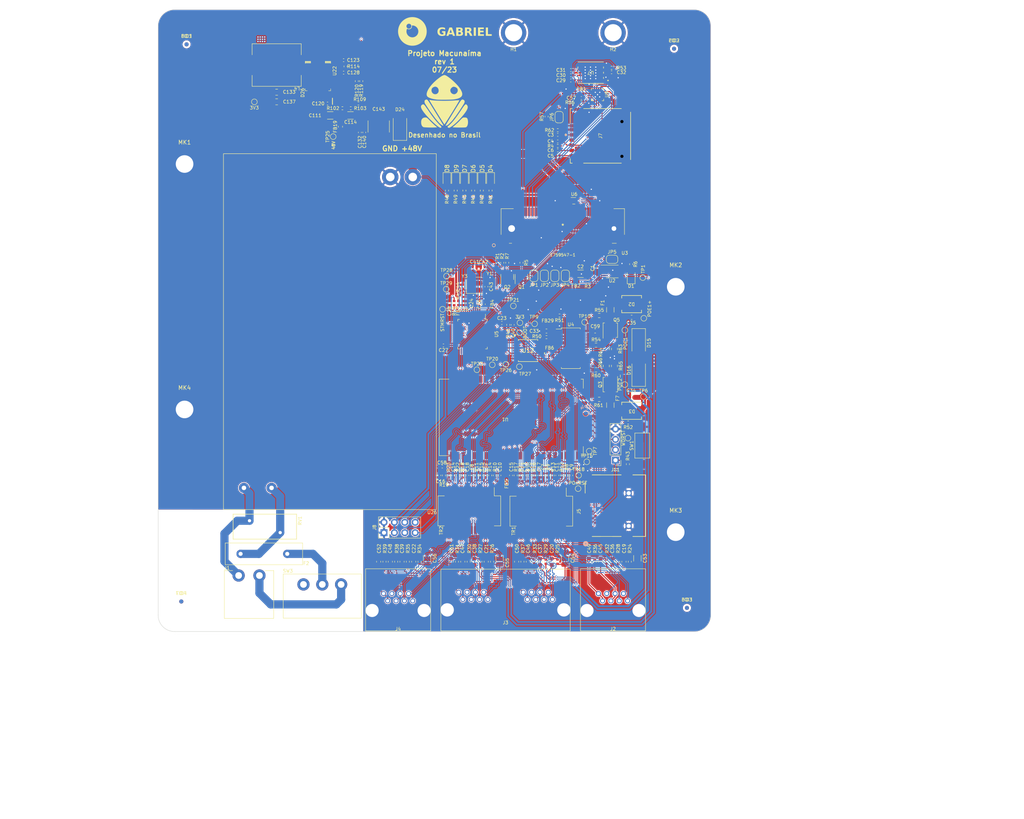
<source format=kicad_pcb>
(kicad_pcb (version 20221018) (generator pcbnew)
  (layers (0 "F.Cu" signal) (1 "In1.Cu" signal) (2 "In2.Cu" signal) (31 "B.Cu" signal) (34 "B.Paste" user) (35 "F.Paste" user) (36 "B.SilkS" user "B.Silkscreen") (37 "F.SilkS" user "F.Silkscreen") (38 "B.Mask" user) (39 "F.Mask" user) (44 "Edge.Cuts" user))
  (net 0 "")
  (net 1 "GND")
  (net 2 "/PMS_3V3")
  (net 3 "Net-(JP5-A)")
  (net 4 "/Mini PCIe/MODEM_3V3")
  (net 5 "/Mini PCIe/SIM_VDD")
  (net 6 "/Mini PCIe/SIM_RST")
  (net 7 "/Mini PCIe/SIM_CLK")
  (net 8 "/Mini PCIe/SIM_DATA")
  (net 9 "Net-(C11-Pad2)")
  (net 10 "Net-(C13-Pad1)")
  (net 11 "/Mini PCIe/2FF_VCC")
  (net 12 "/Mini PCIe/2FF_RST")
  (net 13 "/Mini PCIe/2FF_CLK")
  (net 14 "/Mini PCIe/2FF_DATA")
  (net 15 "/ETH1_POE+")
  (net 16 "/ETH1_POE-")
  (net 17 "/ETH2_POE-")
  (net 18 "/Mini PCIe/MFF2_VCC")
  (net 19 "/Mini PCIe/MFF2_RST")
  (net 20 "/Mini PCIe/MFF2_CLK")
  (net 21 "/Mini PCIe/MFF2_DATA")
  (net 22 "Net-(C123-Pad2)")
  (net 23 "Net-(C10-Pad1)")
  (net 24 "Net-(C44-Pad1)")
  (net 25 "/Mini PCIe/LED_WWAN")
  (net 26 "Net-(C14-Pad1)")
  (net 27 "Net-(U22-VIN)")
  (net 28 "Net-(U22-BOOT)")
  (net 29 "Net-(U22-SW)")
  (net 30 "/MODEM_RING")
  (net 31 "Net-(U22-COMP)")
  (net 32 "/MODEM_CTS")
  (net 33 "/MODEM_RTS")
  (net 34 "/MODEM_DTR")
  (net 35 "/PERST_CTL")
  (net 36 "/W_DISABLE_CTL")
  (net 37 "/MODEM_RX")
  (net 38 "/MODEM_TX")
  (net 39 "/Mini PCIe/W_DISABLE")
  (net 40 "/Mini PCIe/PERST")
  (net 41 "/Mini PCIe/MODEM_FAULT")
  (net 42 "Net-(R2-Pad2)")
  (net 43 "/Power Management/Neutro")
  (net 44 "Net-(R1-Pad2)")
  (net 45 "/Power Management/Fase")
  (net 46 "Net-(D1-A)")
  (net 47 "Net-(F1-Pad1)")
  (net 48 "Net-(SW3-B)")
  (net 49 "Net-(U26-AC{slash}L)")
  (net 50 "Net-(F7-Pad1)")
  (net 51 "/Mini PCIe/SWITCH_VCC")
  (net 52 "/EPHY_LED3")
  (net 53 "/EPHY_LED2")
  (net 54 "/EPHY_LED1")
  (net 55 "/EPHY_LED0")
  (net 56 "/MODEM_USB_D_P")
  (net 57 "/MODEM_USB_D_N")
  (net 58 "/MODEM_EN")
  (net 59 "Net-(C39-Pad1)")
  (net 60 "Net-(C52-Pad1)")
  (net 77 "Net-(C47-Pad1)")
  (net 78 "Net-(C48-Pad1)")
  (net 79 "Net-(C51-Pad1)")
  (net 80 "Net-(JP1-B)")
  (net 81 "Net-(JP2-B)")
  (net 82 "Net-(JP3-B)")
  (net 83 "Net-(JP4-B)")
  (net 84 "Net-(D5-A)")
  (net 85 "Net-(D6-A)")
  (net 86 "Net-(D7-A)")
  (net 87 "Net-(D4-A)")
  (net 88 "Net-(Q5-S-Pad1)")
  (net 89 "Net-(Q3-S-Pad1)")
  (net 90 "Net-(U22-EN)")
  (net 91 "Net-(U22-RT{slash}CLK)")
  (net 92 "Net-(U22-FB)")
  (net 94 "Net-(C36-Pad1)")
  (net 95 "Net-(C22-Pad1)")
  (net 96 "Net-(C50-Pad1)")
  (net 106 "Net-(C19-Pad2)")
  (net 107 "Net-(C20-Pad2)")
  (net 108 "Net-(C21-Pad2)")
  (net 109 "Net-(C22-Pad2)")
  (net 110 "Net-(C36-Pad2)")
  (net 111 "Net-(C37-Pad2)")
  (net 112 "Net-(C38-Pad2)")
  (net 113 "Net-(C39-Pad2)")
  (net 114 "Net-(C45-Pad2)")
  (net 115 "Net-(C46-Pad2)")
  (net 116 "Net-(C47-Pad2)")
  (net 117 "Net-(C48-Pad2)")
  (net 118 "Net-(C49-Pad2)")
  (net 119 "Net-(C50-Pad2)")
  (net 120 "Net-(C51-Pad2)")
  (net 121 "Net-(C52-Pad2)")
  (net 122 "Net-(C53-Pad2)")
  (net 123 "Net-(C54-Pad2)")
  (net 124 "Net-(C55-Pad2)")
  (net 125 "Net-(C56-Pad2)")
  (net 126 "Net-(Q5-G)")
  (net 127 "Net-(Q3-G)")
  (net 136 "Net-(U4-SEN1)")
  (net 137 "Net-(U4-DRAIN1)")
  (net 138 "Net-(U4-SEN2)")
  (net 139 "Net-(U4-DRAIN2)")
  (net 143 "Net-(C19-Pad1)")
  (net 144 "/Power over Ethernet/TPS23861_VDD")
  (net 145 "Net-(C45-Pad1)")
  (net 146 "Net-(C46-Pad1)")
  (net 147 "Net-(C49-Pad1)")
  (net 148 "/HLK-7628 Module/HLK7628_3V3")
  (net 149 "/STM32_RST")
  (net 151 "/HLK-7628 Module/SD_CS")
  (net 152 "/HLK-7628 Module/MOSI")
  (net 153 "/HLK-7628 Module/SCK")
  (net 154 "/HLK-7628 Module/MISO")
  (net 156 "/HLK-7628 Module/SD_DET")
  (net 157 "/MDI_P0_T_P")
  (net 158 "/MDI_P0_R_N")
  (net 159 "/MDI_P2_T_P")
  (net 160 "/MDI_P2_R_N")
  (net 161 "/MDI_P0_T_N")
  (net 162 "/MDI_P0_R_P")
  (net 163 "/MDI_P2_T_N")
  (net 164 "/MDI_P2_R_P")
  (net 165 "/MDI_P1_T_P")
  (net 166 "/MDI_P1_R_N")
  (net 167 "/MDI_P3_T_P")
  (net 168 "/MDI_P3_R_N")
  (net 169 "/MDI_P1_T_N")
  (net 170 "/MDI_P1_R_P")
  (net 171 "/MDI_P3_T_N")
  (net 172 "/MDI_P3_R_P")
  (net 173 "/WDT_RST_N")
  (net 174 "/P0RST_N")
  (net 175 "/STM32_BOOT0")
  (net 176 "/HLK7628_RX")
  (net 177 "/HLK-7628 Module/UART_TXD0")
  (net 178 "/HLK-7628 Module/UART_RXD0")
  (net 179 "/RESET_POE")
  (net 180 "/STM32 circuit/STM32_VDD")
  (net 181 "/STM32 circuit/STM32_VDDA")
  (net 182 "/HLK7628_TX")
  (net 183 "/STM32 circuit/OSC_IN")
  (net 184 "/STM32 circuit/OSC_OUT")
  (net 185 "/STM32 circuit/SWCLK")
  (net 186 "/STM32 circuit/SWDIO")
  (net 187 "/STM32 circuit/STM32_I2C1_SDA")
  (net 188 "/STM32 circuit/STM32_I2C2_SDA")
  (net 189 "/STM32 circuit/STM32_I2C1_SCL")
  (net 190 "/STM32 circuit/STM32_I2C2_SCL")
  (net 192 "/STM32 circuit/OSC32_IN")
  (net 193 "/STM32 circuit/OSC32_OUT")
  (net 194 "/STM32 circuit/USART1_CTS")
  (net 202 "/STM32 circuit/USART1_RTS")
  (net 205 "/STM32 circuit/STM32_PB5")
  (net 206 "/STM32 circuit/STM32_PB4")
  (net 207 "/STM32 circuit/NRST")
  (net 208 "/Ethernet connectors/TR1P1+")
  (net 209 "/Ethernet connectors/TR1P1-")
  (net 210 "/Ethernet connectors/TR1P2+")
  (net 211 "/Ethernet connectors/TR1P2-")
  (net 212 "/Ethernet connectors/TR1P3+")
  (net 213 "/Ethernet connectors/TR1P3-")
  (net 214 "/Ethernet connectors/TR1P4+")
  (net 215 "/Ethernet connectors/TR1P4-")
  (net 216 "/Ethernet connectors/TR2P1+")
  (net 217 "/Ethernet connectors/TR2P1-")
  (net 218 "/Ethernet connectors/TR2P2+")
  (net 219 "/Ethernet connectors/TR2P2-")
  (net 220 "/Ethernet connectors/TR2P3+")
  (net 221 "/Ethernet connectors/TR2P3-")
  (net 222 "/Ethernet connectors/TR2P4+")
  (net 223 "/Ethernet connectors/TR2P4-")
  (net 224 "Net-(D8-A)")
  (net 225 "Net-(D9-A)")
  (net 226 "/HLK-7628 Module/GPIO4")
  (net 227 "/HLK-7628 Module/GPIO10")
  (net 228 "/HLK-7628 Module/PERST_N")
  (net 229 "/HLK-7628 Module/GPIO3")
  (net 230 "/HLK-7628 Module/GPIO1")
  (net 231 "/HLK-7628 Module/GPIO0")
  (net 232 "/HLK-7628 Module/GPIO2")
  (net 233 "Net-(U12-VCC)")
  (net 234 "/SHUTDOWN_POE")
  (net 235 "/STM32 circuit/~{STM32_PB4}")
  (net 236 "/STM32 circuit/STM32_PA15")
  (net 237 "/STM32 circuit/STM32_PB3")
  (net 238 "/SIMCARD_DETECT")
  (net 239 "/SIMCARD_SEL")
  (net 240 "/STM32 circuit/STM32_PB8")
  (footprint "Capacitor_SMD:C_0603_1608Metric" (layer "F.Cu") (at 77.297143 134.9212 90)
    (fp_text reference "C38")
    (fp_text value "22nF/100V")
  )
  (footprint "Crystal:Crystal_SMD_3215-2Pin_3.2x1.5mm" (layer "F.Cu") (at 78.313407 64.5012 180)
    (fp_text reference "Y1")
    (fp_text value "32.768kHz")
  )
  (footprint "Capacitor_SMD:C_0402_1005Metric" (layer "F.Cu") (at 110.779124 15.2812)
    (fp_text reference "C32")
    (fp_text value "33pF/6.3V")
  )
  (footprint "Resistor_SMD:R_0402_1005Metric" (layer "F.Cu") (at 73.012501 134.9212 -90)
    (fp_text reference "R31")
    (fp_text value "75R")
  )
  (footprint "Capacitor_SMD:C_0402_1005Metric" (layer "F.Cu") (at 74.473407 71.704868 90)
    (fp_text reference "C25")
    (fp_text value "1uF")
  )
  (footprint "Capacitor_SMD:C_0603_1608Metric" (layer "F.Cu") (at 110.957143 134.9212 90)
    (fp_text reference "C36")
    (fp_text value "22nF/100V")
  )
  (footprint "Resistor_SMD:R_0402_1005Metric" (layer "F.Cu") (at 98.065 74.7462 180)
    (fp_text reference "R51")
    (fp_text value "10k")
  )
  (footprint "Capacitor_SMD:C_0402_1005Metric" (layer "F.Cu") (at 77.323407 62.7712)
    (fp_text reference "C41")
    (fp_text value "10pF")
  )
  (footprint "Capacitor_SMD:C_0402_1005Metric" (layer "F.Cu") (at 41.38 22.9262 180)
    (fp_text reference "C120")
    (fp_text value "100nF/100V")
  )
  (footprint "Connector_PinHeader_2.54mm:PinHeader_2x04_P2.54mm_Vertical" (layer "F.Cu") (at 55.18 127.8412 90)
    (fp_text reference "J8")
    (fp_text value "Conn_02x04_Odd_Even")
  )
  (footprint "Resistor_SMD:R_0402_1005Metric" (layer "F.Cu") (at 78.725357 134.9212 -90)
    (fp_text reference "R27")
    (fp_text value "75R")
  )
  (footprint "Capacitor_SMD:C_0402_1005Metric" (layer "F.Cu") (at 107.104248 63.163676 -90)
    (fp_text reference "C1")
    (fp_text value "1uF/6.3V")
  )
  (footprint "Jumper:SolderJumper-2_P1.3mm_Bridged_RoundedPad1.0x1.5mm" (layer "F.Cu") (at 91.7968 65.0352 90)
    (fp_text reference "JP1")
    (fp_text value "SolderJumper_2_Bridged")
  )
  (footprint "Package_SO:TSSOP-28_4.4x9.7mm_P0.65mm" (layer "F.Cu") (at 100.829418 82.7387)
    (fp_text reference "U4")
    (fp_text value "TPS23861")
  )
  (footprint "LED_SMD:LED_0805_2012Metric" (layer "F.Cu") (at 115.562448 65.297276 90)
    (fp_text reference "D1")
    (fp_text value "LED")
  )
  (footprint "Capacitor_SMD:C_0402_1005Metric" (layer "F.Cu") (at 79.303407 62.7712 180)
    (fp_text reference "C42")
    (fp_text value "10pF")
  )
  (footprint "Resistor_SMD:R_0402_1005Metric" (layer "F.Cu") (at 75.868929 134.9212 -90)
    (fp_text reference "R30")
    (fp_text value "75R")
  )
  (footprint "Fuse:Fuse_Littelfuse-LVR100" (layer "F.Cu") (at 31.54 133.0112 180)
    (fp_text reference "F2")
    (fp_text value "LVR100S-240")
  )
  (footprint "Capacitor_SMD:C_1206_3216Metric" (layer "F.Cu") (at 42.042 25.827)
    (fp_text reference "C111")
    (fp_text value "2.2uF/100V")
  )
  (footprint "TestPoint:TestPoint_Pad_D1.0mm" (layer "F.Cu") (at 118.6626 75.4137 180)
    (fp_text reference "POE1+")
    (fp_text value "TestPoint")
  )
  (footprint "Capacitor_SMD:C_0402_1005Metric" (layer "F.Cu") (at 100.906478 113.829484 -90)
    (fp_text reference "C9")
    (fp_text value "0.1uF")
  )
  (footprint "TestPoint:TestPoint_Pad_D1.0mm" (layer "F.Cu") (at 114.0226 91.629977)
    (fp_text reference "POE2-")
    (fp_text value "TestPoint")
  )
  (footprint "Resistor_SMD:R_0402_1005Metric" (layer "F.Cu") (at 61.015357 134.9212 -90)
    (fp_text reference "R35")
    (fp_text value "75R")
  )
  (footprint "Resistor_SMD:R_0402_1005Metric" (layer "F.Cu") (at 97.631701 33.2862)
    (fp_text reference "R4")
    (fp_text value "15k")
  )
  (footprint "Resistor_SMD:R_0402_1005Metric" (layer "F.Cu") (at 88.481862 113.829484 90)
    (fp_text reference "R21")
    (fp_text value "50R")
  )
  (footprint "Capacitor_SMD:C_0603_1608Metric" (layer "F.Cu") (at 90.438214 134.9212 90)
    (fp_text reference "C46")
    (fp_text value "22nF/100V")
  )
  (footprint "Jumper:SolderJumper-2_P1.3mm_Bridged_RoundedPad1.0x1.5mm" (layer "F.Cu") (at 96.9276 65.0352 90)
    (fp_text reference "JP3")
    (fp_text value "SolderJumper_2_Bridged")
  )
  (footprint "Capacitor_SMD:C_0402_1005Metric" (layer "F.Cu") (at 83.974231 76.5512)
    (fp_text reference "C23")
    (fp_text value "100nF")
  )
  (footprint "Package_TO_SOT_SMD:SOT-723" (layer "F.Cu") (at 101.553425 46.6862)
    (fp_text reference "U6")
    (fp_text value "TPD2EUSB30")
  )
  (footprint "TestPoint:TestPoint_Pad_D1.0mm" (layer "F.Cu") (at 81.635 86.7962)
    (fp_text reference "TP20")
    (fp_text value "TestPoint")
  )
  (footprint "Gabriel:IRM-60" (layer "F.Cu") (at 41.957391 78.6812 -90)
    (fp_text reference "U26")
    (fp_text value "IRM-60-48")
  )
  (footprint "Transformer_SMD:Transformer_Ethernet_YDS_30F-51NL_SO-24_7.1x15.1mm" (layer "F.Cu") (at 93.615 122.56961 -90)
    (fp_text reference "TR1")
    (fp_text value "30F-51NL")
  )
  (footprint "Inductor_SMD:L_0402_1005Metric" (layer "F.Cu") (at 95.565 81.3662)
    (fp_text reference "FB6")
    (fp_text value "FerriteBead_Small")
  )
  (footprint "Diode_SMD:D_SMA" (layer "F.Cu") (at 59.08 28.5312 90)
    (fp_text reference "D24")
    (fp_text value "SMAJ51A")
  )
  (footprint "Resistor_SMD:R_0402_1005Metric" (layer "F.Cu") (at 114.775 111.0862 90)
    (fp_text reference "R43")
    (fp_text value "10k")
  )
  (footprint "Gabriel:MLP16" (layer "F.Cu") (at 107.354886 20.7462 90)
    (fp_text reference "U9")
    (fp_text value "FSA2567MPX")
  )
  (footprint "MountingHole:MountingHole_4.3mm_M4" (layer "F.Cu") (at 126.465 67.7162)
    (fp_text reference "MK2")
    (fp_text value "Mounting_Hole")
  )
  (footprint "Resistor_SMD:R_0402_1005Metric" (layer "F.Cu") (at 69.827692 113.829484 90)
    (fp_text reference "R19")
    (fp_text value "50R")
  )
  (footprint "Resistor_SMD:R_0402_1005Metric" (layer "F.Cu") (at 85.545 77.0162 90)
    (fp_text reference "R46")
    (fp_text value "10k")
  )
  (footprint "Capacitor_SMD:C_0603_1608Metric" (layer "F.Cu") (at 105.244287 134.9212 90)
    (fp_text reference "C49")
    (fp_text value "22nF/100V")
  )
  (footprint "Inductor_SMD:L_0603_1608Metric" (layer "F.Cu") (at 44.5374 28.577 90)
    (fp_text reference "FB19")
    (fp_text value "FerriteBead_Small")
  )
  (footprint "LOGO" (layer "F.Cu") (at 70.162574 22.5162)
    (fp_text reference "G***" hide)
    (fp_text value "LOGO" hide)
  )
  (footprint "TestPoint:TestPoint_Pad_D1.0mm" (layer "F.Cu") (at 88.395 76.5162)
    (fp_text reference "3V3")
    (fp_text value "TestPoint")
  )
  (footprint "Inductor_SMD:L_0402_1005Metric" (layer "F.Cu") (at 95.17 77.1812)
    (fp_text reference "FB29")
    (fp_text value "FerriteBead_Small")
  )
  (footprint "MountingHole:MountingHole_4.3mm_M4" (layer "F.Cu") (at 6.455 37.7062)
    (fp_text reference "MK1")
    (fp_text value "Mounting_Hole")
  )
  (footprint "Inductor_SMD:L_0402_1005Metric" (layer "F.Cu") (at 102.0529 66.4596)
    (fp_text reference "FB2")
    (fp_text value "FerriteBead_Small")
  )
  (footprint "Resistor_SMD:R_0402_1005Metric" (layer "F.Cu") (at 74.826884 44.1912 90)
    (fp_text reference "R45")
    (fp_text value "100R")
  )
  (footprint "Connector_PinHeader_2.54mm:PinHeader_1x04_P2.54mm_Vertical" (layer "F.Cu") (at 111.74 110.1112 180)
    (fp_text reference "J11")
    (fp_text value "Conn_01x04")
  )
  (footprint "Capacitor_SMD:C_0402_1005Metric" (layer "F.Cu") (at 71.245 71.6962 90)
    (fp_text reference "C28")
    (fp_text value "100nF")
  )
  (footprint "footprints:CR_SM12CA-13-F_DIO" (layer "F.Cu") (at 115.68 98.0312 180)
    (fp_text reference "D3")
    (fp_text value "SMBJ58A")
  )
  (footprint "Capacitor_SMD:C_0402_1005Metric" (layer "F.Cu") (at 79.563407 71.989777 90)
    (fp_text reference "C26")
    (fp_text value "100nF")
  )
  (footprint "Fiducial:Fiducial_1mm_Mask2mm" (layer "F.Cu") (at 129.195 146.2162)
    (fp_text reference "FID3")
    (fp_text value "Fiducial")
  )
  (footprint "Gabriel:HC-RJ45-5JA-1-6" (layer "F.Cu") (at 111.13 151.8562)
    (fp_text reference "J2")
    (fp_text value "8P8C")
  )
  (footprint "TestPoint:TestPoint_Pad_D1.0mm" (layer "F.Cu") (at 42.7638 31.002 90)
    (fp_text reference "TP25")
    (fp_text value "TestPoint")
  )
  (footprint "TestPoint:TestPoint_Pad_D1.0mm" (layer "F.Cu") (at 84.955 86.6762 180)
    (fp_text reference "TP26")
    (fp_text value "TestPoint")
  )
  (footprint "TestPoint:TestPoint_Pad_D1.0mm" (layer "F.Cu") (at 77.885 87.9962)
    (fp_text reference "TP23")
    (fp_text value "TestPoint")
  )
  (footprint "Resistor_SMD:R_0402_1005Metric" (layer "F.Cu") (at 91.874938 113.829484 -90)
    (fp_text reference "R16")
    (fp_text value "50R")
  )
  (footprint "Resistor_SMD:R_0402_1005Metric" (layer "F.Cu") (at 78.869228 113.829484 90)
    (fp_text reference "R15")
    (fp_text value "50R")
  )
  (footprint "Capacitor_SMD:C_0402_1005Metric" (layer "F.Cu") (at 50.365 29.9812 90)
    (fp_text reference "C140")
    (fp_text value "100nF/100V")
  )
  (footprint "Resistor_SMD:R_0402_1005Metric" (layer "F.Cu") (at 98.64109 113.829484 -90)
    (fp_text reference "R12")
    (fp_text value "50R")
  )
  (footprint "Capacitor_SMD:C_0402_1005Metric" (layer "F.Cu") (at 97.631701 35.6562 180)
    (fp_text reference "C5")
    (fp_text value "33pF/6.3V")
  )
  (footprint "Resistor_SMD:R_0402_1005Metric" (layer "F.Cu") (at 72.325 71.6962 -90)
    (fp_text reference "R40")
    (fp_text value "10k")
  )
  (footprint "Gabriel:HC-RJ45-5JA-1-6" (layer "F.Cu") (at 58.63 151.8562)
    (fp_text reference "J4")
    (fp_text value "8P8C")
  )
  (footprint "Capacitor_SMD:C_0603_1608Metric" (layer "F.Cu") (at 108.100715 134.9212 90)
    (fp_text reference "C45")
    (fp_text value "22nF/100V")
  )
  (footprint "Resistor_SMD:R_0603_1608Metric" (layer "F.Cu") (at 107.7626 74.7462)
    (fp_text reference "R55")
    (fp_text value "47R")
  )
  (footprint "Resistor_SMD:R_0402_1005Metric" (layer "F.Cu") (at 99.778782 113.829484 -90)
    (fp_text reference "R8")
    (fp_text value "50R")
  )
  (footprint "Capacitor_SMD:C_0402_1005Metric" (layer "F.Cu") (at 69.71 82.0512 180)
    (fp_text reference "C27")
    (fp_text value "4.7uF")
  )
  (footprint "Capacitor_SMD:C_0402_1005Metric" (layer "F.Cu") (at 97.513398 113.829484 90)
    (fp_text reference "C11")
    (fp_text value "0.1uF")
  )
  (footprint "Capacitor_SMD:C_0603_1608Metric" (layer "F.Cu") (at 115.68 94.7537 180)
    (fp_text reference "C34")
    (fp_text value "100nF/100V")
  )
  (footprint "Resistor_SMD:R_0402_1005Metric" (layer "F.Cu") (at 74.35846 113.829484 -90)
    (fp_text reference "R18")
    (fp_text value "50R")
  )
  (footprint "Resistor_SMD:R_0805_2012Metric" (layer "F.Cu") (at 109.4938 82.9212 -90)
    (fp_text reference "R64")
    (fp_text value "0.510R")
  )
  (footprint "TestPoint:TestPoint_Pad_D1.0mm" (layer "F.Cu") (at 104.725 110.5062)
    (fp_text reference "TP15")
    (fp_text value "TestPoint")
  )
  (footprint "Resistor_SMD:R_0402_1005Metric" (layer "F.Cu") (at 95.248014 113.829484 90)
    (fp_text reference "R9")
    (fp_text value "50R")
  )
  (footprint "Gabriel:1759547-1" (layer "F.Cu") (at 98.861448 52.853554)
    (fp_text reference "U3")
    (fp_text value "1759547-1")
  )
  (footprint "Capacitor_SMD:C_0402_1005Metric" (layer "F.Cu") (at 80.200134 67.6912 -90)
    (fp_text reference "C43")
    (fp_text value "20pF")
  )
  (footprint "Resistor_SMD:R_0402_1005Metric" (layer "F.Cu") (at 103.405 22.6412)
    (fp_text reference "R56")
    (fp_text value "10k")
  )
  (footprint "Inductor_SMD:L_0402_1005Metric" (layer "F.Cu") (at 103.405 20.4962)
    (fp_text reference "FB1")
    (fp_text value "FerriteBead_Small")
  )
  (footprint "Package_SON:Diodes_PowerDI3333-8" (layer "F.Cu") (at 110.48 78.31982 90)
    (fp_text reference "Q5")
    (fp_text value "CSD19538Q3A")
  )
  (footprint "Capacitor_SMD:C_0402_1005Metric" (layer "F.Cu") (at 100.816202 16.0112 180)
    (fp_text reference "C30")
    (fp_text value "33pF/6.3V")
  )
  (footprint "Resistor_SMD:R_0402_1005Metric" (layer "F.Cu") (at 72.697942 44.1912 90)
    (fp_text reference "R49")
    (fp_text value "2k")
  )
  (footprint "Resistor_SMD:R_0402_1005Metric" (layer "F.Cu") (at 90.737246 113.829484 -90)
    (fp_text reference "R20")
    (fp_text value "50R")
  )
  (footprint "LED_SMD:LED_0805_2012Metric" (layer "F.Cu") (at 74.826884 41.4887 -90)
    (fp_text reference "D7")
    (fp_text value "LED_Small")
  )
  (footprint "Capacitor_SMD:C_0402_1005Metric" (layer "F.Cu") (at 45.3126 15.3638)
    (fp_text reference "C128")
    (fp_text value "39pF/50V")
  )
  (footprint "Resistor_SMD:R_0402_1005Metric" (layer "F.Cu") (at 82.9068 61.8348 90)
    (fp_text reference "R1")
    (fp_text value "330R")
  )
  (footprint "Capacitor_SMD:C_0402_1005Metric" (layer "F.Cu") (at 75.486152 113.829484 90)
    (fp_text reference "C18")
    (fp_text value "0.1uF")
  )
  (footprint "Capacitor_SMD:C_1206_3216Metric" (layer "F.Cu") (at 117.09 134.1012 -90)
    (fp_text reference "C53")
    (fp_text value "1000pF/2kV")
  )
  (footprint "Capacitor_SMD:C_0603_1608Metric" (layer "F.Cu") (at 53.874287 134.9212 90)
    (fp_text reference "C52")
    (fp_text value "22nF/100V")
  )
  (footprint "Inductor_SMD:L_0402_1005Metric" (layer "F.Cu") (at 80.653407 71.959777 90)
    (fp_text reference "FB4")
    (fp_text value "FerriteBead_Small")
  )
  (footprint "Resistor_SMD:R_0402_1005Metric" (layer "F.Cu") (at 109.528929 134.9212 -90)
    (fp_text reference "R32")
    (fp_text value "75R")
  )
  (footprint "footprints:CONN9_0185-02_GSW" (layer "F.Cu") (at 104.4607 127.65705 90)
    (fp_text reference "J5")
    (fp_text value "Micro_SD_Card_Det1")
  )
  (footprint "Capacitor_SMD:C_0603_1608Metric" (layer "F.Cu") (at 56.730715 134.9212 90)
    (fp_text reference "C48")
    (fp_text value "22nF/100V")
  )
  (footprint "Resistor_SMD:R_0805_2012Metric" (layer "F.Cu") (at 109.4938 87.075321 -90)
    (fp_text reference "R66")
    (fp_text value "0.510R")
  )
  (footprint "Fuse:Fuse_1206_3216Metric" (layer "F.Cu") (at 110.48 73.34482 90)
    (fp_text reference "F1")
    (fp_text value "046801.5NR")
  )
  (footprint "LED_SMD:LED_0805_2012Metric" (layer "F.Cu") (at 70.569 41.4887 -90)
    (fp_text reference "D8")
    (fp_text value "LED_Small")
  )
  (footprint "Capacitor_SMD:C_1206_3216Metric" (layer "F.Cu") (at 99.427499 134.1012 -90)
    (fp_text reference "C54")
    (fp_text value "1000pF/2kV")
  )
  (footprint "digikey-footprints:DO-214AB" (layer "F.Cu") (at 39.0388 16.202 -90)
    (fp_text reference "D26")
    (fp_text value "B560C")
  )
  (footprint "Resistor_SMD:R_0402_1005Metric" (layer "F.Cu") (at 97.631701 29.4362)
    (fp_text reference "R62")
    (fp_text value "10k")
  )
  (footprint "Package_QFP:LQFP-48_7x7mm_P0.5mm" (layer "F.Cu") (at 76.813407 79.2912 -90)
    (fp_text reference "U5")
    (fp_text value "STM32F030C8Tx")
  )
  (footprint "Resistor_SMD:R_0402_1005Metric" (layer "F.Cu") (at 79.084768 44.1912 90)
    (fp_text reference "R42")
    (fp_text value "100R")
  )
  (footprint "Capacitor_SMD:C_0402_1005Metric" (layer "F.Cu") (at 45.3126 12.3198)
    (fp_text reference "C123")
    (fp_text value "6.8nF/50V")
  )
  (footprint "TestPoint:TestPoint_Pad_D1.0mm" (layer "F.Cu") (at 70.455 65.1162)
    (fp_text reference "TP28")
    (fp_text value "TestPoint")
  )
  (footprint "Capacitor_SMD:C_0402_1005Metric" (layer "F.Cu") (at 69.41 111.6712 180)
    (fp_text reference "C58")
    (fp_text value "100nF")
  )
  (footprint "Capacitor_SMD:C_0603_1608Metric" (layer "F.Cu") (at 87.581786 134.9212 90)
    (fp_text reference "C50")
    (fp_text value "22nF/100V")
  )
  (footprint "Capacitor_SMD:C_0402_1005Metric" (layer "F.Cu") (at 74.426681 67.6912 90)
    (fp_text reference "C44")
    (fp_text value "20pF")
  )
  (footprint "Capacitor_SMD:C_0402_1005Metric" (layer "F.Cu") (at 49.29 29.9812 90)
    (fp_text reference "C132")
    (fp_text value "100nF/100V")
  )
  (footprint "TestPoint:TestPoint_Pad_D1.0mm" (layer "F.Cu") (at 114.0226 78.31982 180)
    (fp_text reference "POE1-")
    (fp_text value "TestPoint")
  )
  (footprint "TestPoint:TestPoint_Pad_D1.0mm" (layer "F.Cu") (at 88.255 87.2562)
    (fp_text reference "TP27")
    (fp_text value "TestPoint")
  )
  (footprint "Diode_SMD:D_SMA" (layer "F.Cu") (at 117.4126 88.5537 90)
    (fp_text reference "D16")
    (fp_text value "10MQ100NTRPBF")
  )
  (footprint "Jumper:SolderJumper-2_P1.3mm_Bridged_RoundedPad1.0x1.5mm" (layer "F.Cu") (at 99.493 65.0352 90)
    (fp_text reference "JP4")
    (fp_text value "SolderJumper_2_Bridged")
  )
  (footprint "Inductor_SMD:L_0402_1005Metric" (layer "F.Cu") (at 85.121845 113.829484 90)
    (fp_text reference "FB5")
    (fp_text value "FerriteBead_Small")
  )
  (footprint "Resistor_SMD:R_0402_1005Metric" (layer "F.Cu") (at 115.241785 134.9212 -90)
    (fp_text reference "R24")
    (fp_text value "75R")
  )
  (footprint "Capacitor_SMD:C_0402_1005Metric" (layer "F.Cu") (at 97.631701 32.1762 180)
    (fp_text reference "C4")
    (fp_text value "33pF/6.3V")
  )
  (footprint "TestPoint:TestPoint_Pad_D1.0mm" (layer "F.Cu") (at 102.605 117.0662)
    (fp_text reference "POnRST")
    (fp_text value "TestPoint")
  )
  (footprint "Capacitor_SMD:C_0402_1005Metric" (layer "F.Cu") (at 97.631701 34.3662 180)
    (fp_text reference "C6")
    (fp_text value "33pF/6.3V")
  )
  (footprint "Gabriel:BD82006FVJ-MGE2" (layer "F.Cu") (at 110.939648 63.976476)
    (fp_text reference "U2")
    (fp_text value "BD82006FVJ-M")
  )
  (footprint "Capacitor_SMD:C_0402_1005Metric" (layer "F.Cu") (at 75.543407 71.704868 -90)
    (fp_text reference "C24")
    (fp_text value "10nF")
  )
  (footprint "LED_SMD:LED_0805_2012Metric" (layer "F.Cu") (at 81.213713 41.4887 -90)
    (fp_text reference "D4")
    (fp_text value "LED_Small")
  )
  (footprint "Capacitor_SMD:C_0603_1608Metric" (layer "F.Cu") (at 93.294642 134.9212 90)
    (fp_text reference "C37")
    (fp_text value "22nF/100V")
  )
  (footprint "TestPoint:TestPoint_Pad_D1.0mm" (layer "F.Cu") (at 104.205 76.3662)
    (fp_text reference "TP10")
    (fp_text value "TestPoint")
  )
  (footprint "Capacitor_SMD:C_0805_2012Metric" (layer "F.Cu") (at 28.955 22.5012 180)
    (fp_text reference "C137")
    (fp_text value "47uF/10V")
  )
  (footprint "TestPoint:TestPoint_Pad_D1.0mm" (layer "F.Cu") (at 23.505 22.5096)
    (fp_text reference "3V3")
    (fp_text value "TestPoint")
  )
  (footprint "Capacitor_SMD:C_0603_1608Metric" (layer "F.Cu") (at 71.584287 134.9212 90)
    (fp_text reference "C51")
    (fp_text value "22nF/100V")
  )
  (footprint "TestPoint:TestPoint_Pad_D1.0mm" (layer "F.Cu") (at 86.785 72.3962)
    (fp_text reference "TP21")
    (fp_text value "TestPoint")
  )
  (footprint "Capacitor_SMD:C_0603_1608Metric" (layer "F.Cu") (at 115.68 75.1737)
    (fp_text reference "C35")
    (fp_text value "100nF/100V")
  )
  (footprint "Jumper:SolderJumper-2_P1.3mm_Open_RoundedPad1.0x1.5mm" (layer "F.Cu") (at 97.961448 26.2498 90)
    (fp_text reference "JP6")
    (fp_text value "SolderJumper_2_Open")
  )
  (footprint "TestPoint:TestPoint_Pad_D1.0mm" (layer "F.Cu") (at 102.735 113.7962)
    (fp_text reference "TP18")
    (fp_text value "TestPoint")
  )
  (footprint "Capacitor_SMD:C_0603_1608Metric" (layer "F.Cu") (at 106.77 78.5112 180)
    (fp_text reference "C59")
    (fp_text value "100nF/100V")
  )
  (footprint "Resistor_SMD:R_0402_1005Metric" (layer "F.Cu") (at 55.302501 134.9212 -90)
    (fp_text reference "R39")
    (fp_text value "75R")
  )
  (footprint "Capacitor_SMD:C_0402_1005Metric" (layer "F.Cu") (at 86.216478 113.829484 -90)
    (fp_text reference "C15")
    (fp_text value "0.1uF")
  )
  (footprint "Resistor_SMD:R_0603_1608Metric" (layer "F.Cu") (at 106.9826 88.0237)
    (fp_text reference "R60")
    (fp_text value "22.1R")
  )
  (footprint "Gabriel:WJ2EDGRC-5.08-2P" (layer "F.Cu") (at 22.206666 138.3012)
    (fp_text reference "J1")
    (fp_text value "127VAC/220VAC")
  )
  (footprint "Capacitor_SMD:C_0402_1005Metric" (layer "F.Cu") (at 79.99692 113.829484 90)
    (fp_text reference "C12")
    (fp_text value "0.1uF")
  )
  (footprint "Resistor_SMD:R_0402_1005Metric" (layer "F.Cu") (at 48.93 22.9012)
    (fp_text reference "R109")
    (fp_text value "162k")
  )
  (footprint "Gabriel:MHCC10040-8R2M-R7" (layer "F.Cu") (at 28.955 13.5096 180)
    (fp_text reference "L4")
    (fp_text value "8.2uH")
  )
  (footprint "Capacitor_SMD:C_1206_3216Metric" (layer "F.Cu") (at 65.72 134.1012 -90)
    (fp_text reference "C56")
    (fp_text value "1000pF/2kV")
  )
  (footprint "Resistor_SMD:R_0402_1005Metric" (layer "F.Cu") (at 58.158929 134.9212 -90)
    (fp_text reference "R38")
    (fp_text value "75R")
  )
  (footprint "Resistor_SMD:R_0402_1005Metric" (layer "F.Cu") (at 70.965384 113.829484 90)
    (fp_text reference "R23")
    (fp_text value "50R")
  )
  (footprint "Resistor_SMD:R_0402_1005Metric" (layer "F.Cu") (at 88.7742 61.8348 -90)
    (fp_text reference "R5")
    (fp_text value "5k1")
  )
  (footprint "Capacitor_SMD:C_0603_1608Metric" (layer "F.Cu") (at 80.153571 134.9212 90)
    (fp_text reference "C21")
    (fp_text value "22nF/100V")
  )
  (footprint "Package_TO_SOT_SMD:SOT-23" (layer "F.Cu") (at 85.2944 65.3146 90)
    (fp_text reference "Q2")
    (fp_text value "PDTC143ZT")
  )
  (footprint "Resistor_SMD:R_0402_1005Metric" (layer "F.Cu") (at 85.2944 61.8348 -90)
    (fp_text reference "R7")
    (fp_text value "5k1")
  )
  (footprint "LED_SMD:LED_0805_2012Metric" (layer "F.Cu") (at 79.084768 41.4887 -90)
    (fp_text reference "D5")
    (fp_text value "LED_Small")
  )
  (footprint "Resistor_SMD:R_0805_2012Metric" (layer "F.Cu") (at 111.4826 87.065321 -90)
    (fp_text reference "R65")
    (fp_text value "0.510R")
  )
  (footprint "Resistor_SMD:R_0402_1005Metric" (layer "F.Cu") (at 87.34417 113.829484 90)
    (fp_text reference "R17")
    (fp_text value "50R")
  )
  (footprint "Jumper:SolderJumper-2_P1.3mm_Bridged_RoundedPad1.0x1.5mm" (layer "F.Cu") (at 94.3622 65.0352 90)
    (fp_text reference "JP2")
    (fp_text value "SolderJumper_2_Bridged")
  )
  (footprint "Resistor_SMD:R_0402_1005Metric" (layer "F.Cu") (at 94.722856 134.9212 -90)
    (fp_text reference "R29")
    (fp_text value "75R")
  )
  (footprint "Resistor_SMD:R_0402_1005Metric" (layer "F.Cu") (at 115.562448 62.198476 -90)
    (fp_text reference "R6")
    (fp_text value "220R")
  )
  (footprint "Resistor_SMD:R_0402_1005Metric" (layer "F.Cu") (at 114.835 100.8962 180)
    (fp_text reference "R52")
    (fp_text value "10k")
  )
  (footprint "Gabriel:HC-RJ45-5JA-2-6" (layer "F.Cu") (at 84.88 151.8562)
    (fp_text reference "J3")
    (fp_text value "RJ45_x2")
  )
  (footprint "Fiducial:Fiducial_1mm_Mask2mm" (layer "F.Cu") (at 6.945 8.4462)
    (fp_text reference "FID1")
    (fp_text value "Fiducial")
  )
  (footprint "Crystal:Crystal_SMD_3225-4Pin_3.2x2.5mm" (layer "F.Cu") (at 77.313407 67.6912)
    (fp_text reference "Y3")
    (fp_text value "8MHz")
  )
  (footprint "Capacitor_SMD:C_0402_1005Metric" (layer "F.Cu") (at 68.7 113.829484 -90)
    (fp_text reference "C16")
    (fp_text value "0.1uF")
  )
  (footprint "Resistor_SMD:R_0402_1005Metric" (layer "F.Cu") (at 49.6306 17.4466 -90)
    (fp_text reference "R119")
    (fp_text value "36k5")
  )
  (footprint "Capacitor_SMD:C_0402_1005Metric" (layer "F.Cu") (at 93.00263 113.829484 90)
    (fp_text reference "C17")
    (fp_text value "0.1uF")
  )
  (footprint "Transformer_SMD:Transformer_Ethernet_YDS_30F-51NL_SO-24_7.1x15.1mm" (layer "F.Cu") (at 76.03 122.49961 -90)
    (fp_text reference "TR2")
    (fp_text value "30F-51NL")
  )
  (footprint "Capacitor_SMD:C_1206_3216Metric" (layer "F.Cu") (at 103.1959 64.5292 180)
    (fp_text reference "C2")
    (fp_text value "150uF/6.3V")
  )
  (footprint "Resistor_SMD:R_0402_1005Metric" (layer "F.Cu") (at 84.0752 61.8348 90)
    (fp_text reference "R2")
    (fp_text value "330R")
  )
  (footprint "Resistor_SMD:R_0402_1005Metric" (layer "F.Cu") (at 94.8776 80.031563 180)
    (fp_text reference "R50")
    (fp_text value "10k")
  )
  (footprint "TestPoint:TestPoint_Pad_D1.0mm" (layer "F.Cu") (at 69.495 73.2062)
    (fp_text reference "STMRST")
    (fp_text value "TestPoint")
  )
  (footprint "Resistor_SMD:R_0402_1005Metric" (layer "F.Cu") (at 77.731536 113.829484 90)
    (fp_text reference "R11")
    (fp_text value "50R")
  )
  (footprint "Resistor_SMD:R_0402_1005Metric" (layer "F.Cu") (at 70.569 44.1912 90)
    (fp_text reference "R48")
    (fp_text value "22R")
  )
  (footprint "Capacitor_SMD:C_0603_1608Metric" (layer "F.Cu") (at 74.440715 134.9212 90)
    (fp_text reference "C47")
    (fp_text value "22nF/100V")
  )
  (footprint "Gabriel:L102011MS02Q" (layer "F.Cu") (at 40.105 143.3412)
    (fp_text reference "SW3")
    (fp_text value "SW_SPDT")
  )
  (footprint "Resistor_SMD:R_0603_1608Metric" (layer "F.Cu") (at 106.9826 81.9837)
    (fp_text reference "R54")
    (fp_text value "22.1R")
  )
  (footprint "footprints:XKNANO-113_XKB" (layer "F.Cu") (at 108.061701 30.8262 90)
    (fp_text reference "J7")
    (fp_text value "XKNANO-113")
  )
  (footprint "Capacitor_SMD:C_0402_1005Metric" (layer "F.Cu") (at 83.39 113.829484 -90)
    (fp_text reference "C10")
    (fp_text value "0.1uF")
  )
  (footprint "Capacitor_SMD:C_0402_1005Metric" (layer "F.Cu") (at 94.120322 113.829484 -90)
    (fp_text reference "C7")
    (fp_text value "0.1uF")
  )
  (footprint "TestPoint:TestPoint_Pad_D1.0mm" (layer "F.Cu") (at 114.795 104.7162)
    (fp_text reference "WDRST")
    (fp_text value "TestPoint")
  )
  (footprint "Resistor_SMD:R_0402_1005Metric" (layer "F.Cu") (at 74.426681 69.6912 90)
    (fp_text reference "R47")
    (fp_text value "390R")
  )
  (footprint "Resistor_SMD:R_0402_1005Metric" (layer "F.Cu") (at 81.124612 113.829484 -90)
    (fp_text reference "R14")
    (fp_text value "50R")
  )
  (footprint "Capacitor_SMD:C_0603_1608Metric" (layer "F.Cu") (at 94.8776 78.5337)
    (fp_text reference "C33")
    (fp_text value "100nF/50V")
  )
  (footprint "Resistor_SMD:R_0603_1608Metric" (layer "F.Cu") (at 107.7626 95.2337)
    (fp_text reference "R61")
    (fp_text value "47R")
  )
  (footprint "Capacitor_SMD:C_0402_1005Metric" (layer "F.Cu") (at 97.631701 30.5762 180)
    (fp_text reference "C3")
    (fp_text value "100nF/6.3V")
  )
  (footprint "Resistor_SMD:R_0402_1005Metric" (layer "F.Cu") (at 45.02 24.0762)
    (fp_text reference "R102")
    (fp_text value "523k")
  )
  (footprint "Aesthetics:gabriel_logo1" (layer "F.Cu") (at 62.115718 5.281105)
    (fp_text reference "G***")
    (fp_text value "LOGO" hide)
  )
  (footprint "Fiducial:Fiducial_1mm_Mask2mm" (layer "F.Cu") (at 126.055 9.5162)
    (fp_text reference "FID2")
    (fp_text value "Fiducial")
  )
  (footprint "Gabriel:4882 Standoff" (layer "F.Cu") (at 86.8438 5.609554)
    (fp_text reference "H1")
    (fp_text value "MountingHole_Pad")
  )
  (footprint "Inductor_SMD:L_0402_1005Metric" (layer "F.Cu") (at 73.383407 71.694868 -90)
    (fp_text reference "FB3")
    (fp_text value "FerriteBead_Small")
  )
  (footprint "LED_SMD:LED_0805_2012Metric" (layer "F.Cu") (at 76.955826 41.4887 -90)
    (fp_text reference "D6")
    (fp_text value "LED_Small")
  )
  (footprint "Capacitor_SMD:C_0402_1005Metric" (layer "F.Cu") (at 103.405 21.5687 180)
    (fp_text reference "C57")
    (fp_text value "100nF/6.3V")
  )
  (footprint "Capacitor_SMD:C_0402_1005Metric" (layer "F.Cu") (at 100.816202 17.2812 180)
    (fp_text reference "C29")
    (fp_text value "100nF/6.3V")
  )
  (footprint "Capacitor_SMD:C_0603_1608Metric" (layer "F.Cu") (at 113.813571 134.9212 90)
    (fp_text reference "C19")
    (fp_text value "22nF/100V")
  )
  (footprint "Capacitor_SMD:C_0603_1608Metric" (layer "F.Cu") (at 59.587143 134.9212 90)
    (fp_text reference "C39")
    (fp_text value "22nF/100V")
  )
  (footprint "Capacitor_SMD:C_0402_1005Metric" (layer "F.Cu") (at 72.093076 113.829484 -90)
    (fp_text reference "C14")
    (fp_text value "0.1uF")
  )
  (footprint "Capacitor_SMD:C_0402_1005Metric" (layer "F.Cu") (at 76.603844 113.829484 -90)
    (fp_text reference "C8")
    (fp_text value "0.1uF")
  )
  (footprint "Package_TO_SOT_SMD:SOT-23" (layer "F.Cu") (at 88.7742 65.3146 90)
    (fp_text reference "Q1")
    (fp_text value "PDTC143ZT")
  )
  (footprint "TestPoint:TestPoint_Pad_D1.0mm" (layer "F.Cu") (at 70.385 68.2962)
    (fp_text reference "TP29")
    (fp_text value "TestPoint")
  )
  (footprint "Jumper:SolderJumper-2_P1.3mm_Open_RoundedPad1.0x1.5mm" (layer "F.Cu") (at 110.909648 61.004676)
    (fp_text reference "JP5")
    (fp_text value "SolderJumper_2_Open")
  )
  (footprint "Capacitor_SMD:C_0402_1005Metric" (layer "F.Cu") (at 89.609554 113.829484 -90)
    (fp_text reference "C13")
    (fp_text value "0.1uF")
  )
  (footprint "Button_Switch_SMD:SW_SPST_FSMSM" (layer "F.Cu") (at 118.28 106.5412 90)
    (fp_text reference "SW1")
    (fp_text value "BOOT")
  )
  (footprint "Resistor_SMD:R_0402_1005Metric" (layer "F.Cu") (at 82.262304 113.829484 -90)
    (fp_text reference "R10")
    (fp_text value "50R")
  )
  (footprint "MountingHole:MountingHole_4.3mm_M4" (layer "F.Cu") (at 126.455 127.7062)
    (fp_text reference "MK3")
    (fp_text value "Mounting_Hole")
  )
  (footprint "TestPoint:TestPoint_Pad_D1.0mm" (layer "F.Cu") (at 118.5826 94.5737)
    (fp_text reference "TP6")
    (fp_text value "TestPoint")
  )
  (footprint "Capacitor_SMD:C_1206_3216Metric" (layer "F.Cu") (at 83.43 134.1012 -90)
    (fp_text reference "C55")
    (fp_text value "1000pF/2kV")
  )
  (footprint "Resistor_SMD:R_0402_1005Metric" (layer "F.Cu") (at 63.871785 134.9212 -90)
    (fp_text reference "R34")
    (fp_text value "75R")
  )
  (footprint "Resistor_SMD:R_0402_1005Metric" (layer "F.Cu") (at 89.01 134.9212 -90)
    (fp_text reference "R37")
    (fp_text value "75R")
  )
  (footprint "Resistor_SMD:R_0402_1005Metric" (layer "F.Cu") (at 97.579284 134.9212 -90)
    (fp_text reference "R25")
    (fp_text value "75R")
  )
  (footprint "Varistor:RV_Disc_D15.5mm_W6.1mm_P7.5mm" (layer "F.Cu") (at 22.32 124.9112)
    (fp_text reference "RV1")
    (fp_text value "391KD14J")
  )
  (footprint "Resistor_SMD:R_0402_1005Metric" (layer "F.Cu") (at 45.7952 13.8418 90)
    (fp_text reference "R114")
    (fp_text value "13k")
  )
  (footprint "Resistor_SMD:R_0402_1005Metric" (layer "F.Cu") (at 104.936448 66.4596 180)
    (fp_text reference "R3")
    (fp_text value "10k")
  )
  (footprint "TestPoint:TestPoint_Pad_D1.0mm" (layer "F.Cu") (at 88.305 78.9462 180)
    (fp_text reference "BOOT")
    (fp_text value "TestPoint")
  )
  (footprint "MountingHole:MountingHole_4.3mm_M4" (layer "F.Cu") (at 6.455 97.7062)
    (fp_text reference "MK4")
    (fp_text value "Mounting_Hole")
  )
  (footprint "Resistor_SMD:R_0402_1005Metric" (layer "F.Cu") (at 81.213713 44.1912 90)
    (fp_text reference "R41")
    (fp_text value "100R")
  )
  (footprint "TestPoint:TestPoint_Pad_D1.0mm" (layer "F.Cu") (at 118.407248 65.475076)
    (fp_text reference "TP1")
    (fp_text value "TestPoint")
  )
  (footprint "Gabriel:4882 Standoff" (layer "F.Cu") (at 111.1516 5.609554)
    (fp_text reference "H2")
    (fp_text value "MountingHole_Pad")
  )
  (footprint "Resistor_SMD:R_0402_1005Metric" (layer "F.Cu") (at 91.866428 134.9212 -90)
    (fp_text reference "R33")
    (fp_text value "75R")
  )
  (footprint "Capacitor_SMD:C_0402_1005Metric" (layer "F.Cu") (at 100.816202 14.7412 180)
    (fp_text reference "C31")
    (fp_text value "33pF/6.3V")
  )
  (footprint "Capacitor_SMD:C_0805_2012Metric" (layer "F.Cu") (at 28.955 20.139 180)
    (fp_text reference "C133")
    (fp_text value "47uF/10V")
  )
  (footprint "Resistor_SMD:R_0402_1005Metric" (layer "F.Cu") (at 94.895 26.1062 90)
    (fp_text reference "R57")
    (fp_text value "NOPOP")
  )
  (footprint "Resistor_SMD:R_0402_1005Metric" (layer "F.Cu") (at 81.581785 134.9212 -90)
    (fp_text reference "R26")
    (fp_text value "75R")
  )
  (footprint "footprints:TSSOP14_74HC04_NEX" (layer "F.Cu") (at 90.375 83.3162)
    (fp_text reference "U12")
    (fp_text value "74HC04PW_118")
  )
  (footprint "Capacitor_SMD:C_2220_5650Metric" (layer "F.Cu") (at 53.89 28.5312 90)
    (fp_text reference "C143")
    (fp_text value "10uF/100V")
  )
  (footprint "TestPoint:TestPoint_Pad_D1.0mm" (layer "F.Cu") (at 105.335 107.9062 -90)
    (fp_text reference "TP7")
    (fp_text value "TestPoint")
  )
  (footprint "Resistor_SMD:R_0402_1005Metric" (layer "F.Cu") (at 76.955826 44.1912 90)
    (fp_text reference "R44")
    (fp_text value "100R")
  )
  (footprint "Resistor_SMD:R_0402_1005Metric" (layer "F.Cu") (at 110.779124 14.2012 180)
    (fp_text reference "R53")
    (fp_text value "15k")
  )
  (footprint "Resistor_SMD:R_0805_2012Metric" (layer "F.Cu") (at 111.4826 82.9212 -90)
    (fp_text reference "R63")
    (fp_text value "0.510R")
  )
  (footprint "Capacitor_SMD:C_0603_1608Metric" (layer "F.Cu") (at 96.15107 134.9212 90)
    (fp_text reference "C20")
    (fp_text value "22nF/100V")
  )
  (footprint "Capacitor_SMD:C_1206_3216Metric" (layer "F.Cu") (at 46.9888 25.8288)
    (fp_text reference "C114")
    (fp_text value "2.2uF/100V")
  )
  (footprint "Gabriel:HLK-7628" (layer "F.Cu") (at 87.83 99.6512 180)
    (fp_text reference "U1")
    (fp_text value "HLK-7628")
  )
  (footprint "Fiducial:Fiducial_1mm_Mask2mm" (layer "F.Cu") (at 5.655 144.6562)
    (fp_text reference "FID4")
    (fp_text value "Fiducial")
  )
  (footprint "Resistor_SMD:R_0402_1005Metric" (layer "F.Cu") (at 73.220768 113.829484 -90)
    (fp_text reference "R22")
    (fp_text value "50R")
  )
  (footprint "LED_SMD:LED_0805_2012Metric" (layer "F.Cu") (at 72.697942 41.4887 -90)
    (fp_text reference "D9")
    (fp_text value "LED_Small")
  )
  (footprint "Capacitor_SMD:C_0402_1005Metric" (layer "F.Cu") (at 86.625 77.0162 -90)
    (fp_text reference "C40")
    (fp_text value "100nF")
  )
  (footprint "footprints:SIM-ST-MFF2_HOL-M" (layer "F.Cu") (at 105.691 15.3762 180)
    (fp_text reference "U7")
    (fp_text value "NOPOP")
  )
  (footprint "Diode_SMD:D_SMA" (layer "F.Cu") (at 117.4126 81.4562 -90)
    (fp_text reference "D15")
    (fp_text value "10MQ100NTRPBF")
  )
  (footprint "SamacSys_Parts:SOIC127P600X170-9N" (layer "F.Cu") (at 45.158948 19.6564 90)
    (fp_text reference "U22")
    (fp_text value "TPS54360BDDAR" hide)
  )
  (footprint "Resistor_SMD:R_0402_1005Metric" (layer "F.Cu") (at 47.052 24.0762)
    (fp_text reference "R103")
    (fp_text value "84k5")
  )
  (footprint "Package_SON:Diodes_PowerDI3333-8" (layer "F.Cu") (at 110.48 91.629977 -90)
    (fp_text reference "Q3")
    (fp_text value "CSD19538Q3A")
  )
  (footprint "TestPoint:TestPoint_Pad_D1.0mm" (layer "F.Cu") (at 91.985 76.7762)
    (fp_text reference "TP9")
    (fp_text value "TestPoint")
  )
  (footprint "Fuse:Fuse_1206_3216Metric" (layer "F.Cu") (at 110.48 96.649977 -90)
    (fp_text reference "F7")
    (fp_text value "046801.5NR")
  )
  (footprint "Capacitor_SMD:C_0603_1608Metric" (layer "F.Cu") (at 62.443571 134.9212 90)
    (fp_text reference "C22")
    (fp_text value "22nF/100V")
  )
  (footprint "footprints:CR_SM12CA-13-F_DIO" (layer "F.Cu") (at 115.68 71.95482 180)
    (fp_text reference "D2")
    (fp_text value "SMBJ58A")
  )
  (footprint "Resistor_SMD:R_0402_1005Metric" (layer "F.Cu") (at 48.5384 17.4466 -90)
    (fp_text reference "R120")
    (fp_text value "11k8")
  )
  (footprint "Resistor_SMD:R_0402_1005Metric" (layer "F.Cu") (at 112.385357 134.9212 -90)
    (fp_text reference "R28")
    (fp_text value "75R")
  )
  (footprint "Resistor_SMD:R_0402_1005Metric" (layer "F.Cu") (at 106.672501 134.9212 -90)
    (fp_text reference "R36")
    (fp_text value "75R")
  )
  (footprint "Resistor_SMD:R_0402_1005Metric" (layer "F.Cu") (at 96.385706 113.829484 90)
    (fp_text reference "R13")
    (fp_text value "50R")
  )
  (footprint "Fiducial:Fiducial_1mm_Mask2mm" (layer "B.Cu") (at 129.195 146.2162 180)
    (fp_text reference "FID6")
    (fp_text value "Fiducial")
  )
  (footprint "Fiducial:Fiducial_1mm_Mask2mm" (layer "B.Cu") (at 6.945 8.4462 180)
    (fp_text reference "FID8")
    (fp_text value "Fiducial")
  )
  (footprint "TestPoint:TestPoint_Pad_D1.0mm" (layer "B.Cu") (at 104.475 98.6862 180)
    (fp_text reference "TP4")
    (fp_text value "TestPoint")
  )
  (footprint "Fiducial:Fiducial_1mm_Mask2mm" (layer "B.Cu") (at 5.655 144.6562 180)
    (fp_text reference "FID7")
    (fp_text value "Fiducial")
  )
  (footprint "Fiducial:Fiducial_1mm_Mask2mm" (layer "B.Cu") (at 126.055 9.5162 180)
    (fp_text reference "FID5")
    (fp_text value "Fiducial")
  )
  (gr_arc (start 4 152) (mid 1.171573 150.828427) (end 0.000001 148) (stroke (width 0.1)) (layer "Edge.Cuts"))
  (gr_arc (start 0 4) (mid 1.171573 1.171573) (end 4 0) (stroke (width 0.1)) (layer "Edge.Cuts"))
  (gr_arc (start 135 148) (mid 133.828427 150.828427) (end 131 152) (stroke (width 0.1)) (layer "Edge.Cuts"))
  (gr_line (start 135 148) (end 135 4) (stroke (width 0.1)) (layer "Edge.Cuts"))
  (gr_line (start 131 0) (end 4 0) (stroke (width 0.1)) (layer "Edge.Cuts"))
  (gr_arc (start 131 0) (mid 133.828427 1.171573) (end 135 4) (stroke (width 0.1)) (layer "Edge.Cuts"))
  (gr_line (start 4 152) (end 131 152) (stroke (width 0.1)) (layer "Edge.Cuts"))
  (gr_line (start 0 4) (end 0.000001 148) (stroke (width 0.1)) (layer "Edge.Cuts"))
  (gr_text "+48V" (at 61.95 33.9312) (layer "F.SilkS") (effects (font (size 1.25 1.25) (thickness 0.25))))
  (gr_text "Desenhado no Brasil" (at 69.96149 30.6262) (layer "F.SilkS") (effects (font (size 1.125 1.125) (thickness 0.2))))
  (gr_text "Projeto Macunaíma\nrev 1\n07/23" (at 69.96149 12.6662) (layer "F.SilkS") (effects (font (size 1.25 1.25) (thickness 0.25) bold)))
  (gr_text "GABRIEL" (at 68.095718 6.7062) (layer "F.SilkS") (effects (font (size 2 2) (thickness 0.25) bold) (justify left bottom)))
  (gr_text "48V" (at 42.8438 33.127 90) (layer "F.SilkS") (effects (font (size 0.75 0.75))))
  (gr_text "GND" (at 56.67 33.9312) (layer "F.SilkS") (effects (font (size 1.25 1.25) (thickness 0.25))))
  (segment (start 79.99692 114.309484) (end 79.99692 114.51428) (width 0.25) (layer "F.Cu") (net 1))
  (segment (start 79.4 68.5412) (end 80.205 69.3462) (width 0.25) (layer "F.Cu") (net 1))
  (segment (start 93.00263 114.309484) (end 93.00263 115.11857) (width 0.25) (layer "F.Cu") (net 1))
  (segment (start 111.4826 86.152821) (end 109.5038 86.152821) (width 1) (layer "F.Cu") (net 1))
  (segment (start 76.063407 76.495327) (end 76.063407 75.1287) (width 0.3) (layer "F.Cu") (net 1))
  (segment (start 94.1026 78.5337) (end 93.182 78.5337) (width 0.25) (layer "F.Cu") (net 1))
  (segment (start 72.093076 114.932625) (end 71.854501 115.1712) (width 0.25) (layer "F.Cu") (net 1))
  (segment (start 102.128425 46.6862) (end 102.658654 46.6862) (width 0.25) (layer "F.Cu") (net 1))
  (segment (start 44.523948 15.672452) (end 44.8326 15.3638) (width 0.4) (layer "F.Cu") (net 1))
  (segment (start 76.603844 114.877356) (end 75.965 115.5162) (width 0.25) (layer "F.Cu") (net 1))
  (segment (start 102.658654 46.6862) (end 102.659036 46.686582) (width 0.25) (layer "F.Cu") (net 1))
  (segment (start 44.523948 16.9444) (end 44.523948 15.672452) (width 0.4) (layer "F.Cu") (net 1))
  (segment (start 110.4826 85.0137) (end 103.706918 85.0137) (width 0.3) (layer "F.Cu") (net 1))
  (segment (start 96.43 32.1762) (end 96.425 32.1712) (width 0.25) (layer "F.Cu") (net 1))
  (segment (start 110.110594 21.434967) (end 109.671827 20.9962) (width 0.25) (layer "F.Cu") (net 1))
  (segment (start 93.00263 115.11857) (end 92.74 115.3812) (width 0.25) (layer "F.Cu") (net 1))
  (segment (start 110.211233 21.434967) (end 110.110594 21.434967) (width 0.25) (layer "F.Cu") (net 1))
  (segment (start 72.093076 114.309484) (end 72.093076 114.932625) (width 0.25) (layer "F.Cu") (net 1))
  (segment (start 109.4938 83.8337) (end 111.4826 83.8337) (width 1) (layer "F.Cu") (net 1))
  (segment (start 93.182 78.5337) (end 93.1795 78.5362) (width 0.25) (layer "F.Cu") (net 1))
  (segment (start 89.609554 115.191646) (end 89.45 115.3512) (width 0.25) (layer "F.Cu") (net 1))
  (segment (start 79.99692 114.51428) (end 79.165 115.3462) (width 0.25) (layer "F.Cu") (net 1))
  (segment (start 76.603844 114.309484) (end 76.603844 114.877356) (width 0.25) (layer "F.Cu") (net 1))
  (segment (start 68.7 114.309484) (end 68.7 115.0912) (width 0.25) (layer "F.Cu") (net 1))
  (segment (start 78.413407 68.5412) (end 79.4 68.5412) (width 0.25) (layer "F.Cu") (net 1))
  (segment (start 75.953767 76.604967) (end 76.063407 76.495327) (width 0.3) (layer "F.Cu") (net 1))
  (segment (start 97.151701 32.1762) (end 96.43 32.1762) (width 0.25) (layer "F.Cu") (net 1))
  (segment (start 89.609554 114.309484) (end 89.609554 115.191646) (width 0.25) (layer "F.Cu") (net 1))
  (segment (start 97.513398 114.397802) (end 96.775 115.1362) (width 0.25) (layer "F.Cu") (net 1))
  (segment (start 68.7 115.0912) (end 68.76 115.1512) (width 0.25) (layer "F.Cu") (net 1))
  (segment (start 109.671827 20.9962) (end 108.719886 20.9962) (width 0.25) (layer "F.Cu") (net 1))
  (via (at 92.975 68.5262) (size 0.5) (drill 0.3) (layers "F.Cu" "B.Cu") (net 1))
  (via (at 105.63 16.8162) (size 0.5) (drill 0.3) (layers "F.Cu" "B.Cu") (net 1))
  (via (at 96.271448 62.717276) (size 0.5) (drill 0.3) (layers "F.Cu" "B.Cu") (net 1))
  (via (at 92.395 71.2362) (size 0.5) (drill 0.3) (layers "F.Cu" "B.Cu") (net 1))
  (via (at 106.915 15.4262) (size 0.5) (drill 0.3) (layers "F.Cu" "B.Cu") (net 1))
  (via (at 106.805 21.2862) (size 0.5) (drill 0.3) (layers "F.Cu" "B.Cu") (net 1))
  (via (at 105.63 16.1062) (size 0.5) (drill 0.3) (layers "F.Cu" "B.Cu") (net 1))
  (via (at 108.552048 65.729076) (size 0.5) (drill 0.3) (layers "F.Cu" "B.Cu") (net 1))
  (via (at 76.375 72.2362) (size 0.5) (drill 0.3) (layers "F.Cu" "B.Cu") (net 1))
  (via (at 105.215 22.8362) (size 0.5) (drill 0.3) (layers "F.Cu" "B.Cu") (net 1))
  (via (at 101.325 23.3362) (size 0.5) (drill 0.3) (layers "F.Cu" "B.Cu") (net 1))
  (via (at 75.953767 76.604967) (size 0.5) (drill 0.3) (layers "F.Cu" "B.Cu") (net 1))
  (via (at 97.015 46.6712) (size 0.5) (drill 0.3) (layers "F.Cu" "B.Cu") (net 1))
  (via (at 104.345 14.7162) (size 0.5) (drill 0.3) (layers "F.Cu" "B.Cu") (net 1))
  (via (at 113.327248 62.020676) (size 0.5) (drill 0.3) (layers "F.Cu" "B.Cu") (net 1))
  (via (at 99.465 24.1062) (size 0.5) (drill 0.3) (layers "F.Cu" "B.Cu") (net 1))
  (via (at 105.63 14.7462) (size 0.5) (drill 0.3) (layers "F.Cu" "B.Cu") (net 1))
  (via (at 71.854501 115.1712) (size 0.5) (drill 0.3) (layers "F.Cu" "B.Cu") (net 1))
  (via (at 86.085 75.3662) (size 0.5) (drill 0.3) (layers "F.Cu" "B.Cu") (net 1))
  (via (at 104.945 112.6962) (size 0.5) (drill 0.3) (layers "F.Cu" "B.Cu") (net 1))
  (via (at 109.525 13.0562) (size 0.5) (drill 0.3) (layers "F.Cu" "B.Cu") (net 1))
  (via (at 98.415 73.1662) (size 0.5) (drill 0.3) (layers "F.Cu" "B.Cu") (net 1))
  (via (at 104.125 88.8362) (size 0.5) (drill 0.3) (layers "F.Cu" "B.Cu") (net 1))
  (via (at 81.095 65.4562) (size 0.5) (drill 0.3) (layers "F.Cu" "B.Cu") (net 1))
  (via (at 88.105 75.4262) (size 0.5) (drill 0.3) (layers "F.Cu" "B.Cu") (net 1))
  (via (at 110.211233 21.434967) (size 0.5) (drill 0.3) (layers "F.Cu" "B.Cu") (net 1))
  (via (at 112.395 16.6062) (size 0.5) (drill 0.3) (layers "F.Cu" "B.Cu") (net 1))
  (via (at 104.121448 61.367276) (size 0.5) (drill 0.3) (layers "F.Cu" "B.Cu") (net 1))
  (via (at 104.645 52.3162) (size 0.5) (drill 0.3) (layers "F.Cu" "B.Cu") (net 1))
  (via (at 99.665 19.3762) (size 0.5) (drill 0.3) (layers "F.Cu" "B.Cu") (net 1))
  (via (at 109.355 69.9262) (size 0.5) (drill 0.3) (layers "F.Cu" "B.Cu") (net 1))
  (via (at 90.415 73.2962) (size 0.5) (drill 0.3) (layers "F.Cu" "B.Cu") (net 1))
  (via (at 86.315 63.8162) (size 0.5) (drill 0.3) (layers "F.Cu" "B.Cu") (net 1))
  (via (at 103.185 70.9962) (size 0.5) (drill 0.3) (layers "F.Cu" "B.Cu") (net 1))
  (via (at 80.205 69.3462) (size 0.5) (drill 0.3) (layers "F.Cu" "B.Cu") (net 1))
  (via (at 105.63 15.3962) (size 0.5) (drill 0.3) (layers "F.Cu" "B.Cu") (net 1))
  (via (at 75.965 115.5162) (size 0.5) (drill 0.3) (layers "F.Cu" "B.Cu") (net 1))
  (via (at 108.2726 86.1737) (size 0.5) (drill 0.3) (layers "F.Cu" "B.Cu") (net 1))
  (via (at 92.74 115.3812) (size 0.5) (drill 0.3) (layers "F.Cu" "B.Cu") (net 1))
  (via (at 95.135 62.0562) (size 0.5) (drill 0.3) (layers "F.Cu" "B.Cu") (net 1))
  (via (at 98.705 54.2062) (size 0.5) (drill 0.3) (layers "F.Cu" "B.Cu") (net 1))
  (via (at 111.4826 85.3237) (size 0.5) (drill 0.3) (layers "F.Cu" "B.Cu") (net 1))
  (via (at 108.3026 83.8437) (size 0.5) (drill 0.3) (layers "F.Cu" "B.Cu") (net 1))
  (via (at 87.075 62.0362) (size 0.5) (drill 0.3) (layers "F.Cu" "B.Cu") (net 1))
  (via (at 105.295 18.2162) (size 0.5) (drill 0.3) (layers "F.Cu" "B.Cu") (net 1))
  (via (at 107.875 21.2962) (size 0.5) (drill 0.3) (layers "F.Cu" "B.Cu") (net 1))
  (via (at 93.1795 78.5362) (size 0.5) (drill 0.3) (layers "F.Cu" "B.Cu") (net 1))
  (via (at 106.815 20.1762) (size 0.5) (drill 0.3) (layers "F.Cu" "B.Cu") (net 1))
  (via (at 111.4826 84.6637) (size 0.5) (drill 0.3) (layers "F.Cu" "B.Cu") (net 1))
  (via (at 103.965 111.2062) (size 0.5) (drill 0.3) (layers "F.Cu" "B.Cu") (net 1))
  (via (at 109.405 16.4862) (size 0.5) (drill 0.3) (layers "F.Cu" "B.Cu") (net 1))
  (via (at 105.285 25.0662) (size 0.5) (drill 0.3) (layers "F.Cu" "B.Cu") (net 1))
  (via (at 105.63 14.0162) (size 0.5) (drill 0.3) (layers "F.Cu" "B.Cu") (net 1))
  (via (at 106.915 16.1062) (size 0.5) (drill 0.3) (layers "F.Cu" "B.Cu") (net 1))
  (via (at 107.354886 20.7462) (size 0.5) (drill 0.3) (layers "F.Cu" "B.Cu") (net 1))
  (via (at 95.641448 66.687276) (size 0.5) (drill 0.3) (layers "F.Cu" "B.Cu") (net 1))
  (via (at 96.425 32.1712) (size 0.5) (drill 0.3) (layers "F.Cu" "B.Cu") (net 1))
  (via (at 106.915 14.0162) (size 0.5) (drill 0.3) (layers "F.Cu" "B.Cu") (net 1))
  (via (at 96.775 115.1362) (size 0.5) (drill 0.3) (layers "F.Cu" "B.Cu") (net 1))
  (via (at 107.895 20.1762) (size 0.5) (drill 0.3) (layers "F.Cu" "B.Cu") (net 1))
  (via (at 111.066648 63.671676) (size 0.5) (drill 0.3) (layers "F.Cu" "B.Cu") (net 1))
  (via (at 98.391448 63.007276) (size 0.5) (drill 0.3) (layers "F.Cu" "B.Cu") (net 1))
  (via (at 79.565 70.6462) (size 0.5) (drill 0.3) (layers "F.Cu" "B.Cu") (net 1))
  (via (at 102.659036 46.686582) (size 0.5) (drill 0.3) (layers "F.Cu" "B.Cu") (net 1))
  (via (at 77.035 69.7862) (size 0.5) (drill 0.3) (layers "F.Cu" "B.Cu") (net 1))
  (via (at 104.345 16.8162) (size 0.5) (drill 0.3) (layers "F.Cu" "B.Cu") (net 1))
  (via (at 104.345 14.0162) (size 0.5) (drill 0.3) (layers "F.Cu" "B.Cu") (net 1))
  (via (at 105.665 109.3662) (size 0.5) (drill 0.3) (layers "F.Cu" "B.Cu") (net 1))
  (via (at 104.345 16.1162) (size 0.5) (drill 0.3) (layers "F.Cu" "B.Cu") (net 1))
  (via (at 68.76 115.1512) (size 0.5) (drill 0.3) (layers "F.Cu" "B.Cu") (net 1))
  (via (at 110.4826 85.0137) (size 0.5) (drill 0.3) (layers "F.Cu" "B.Cu") (net 1))
  (via (at 79.165 115.3462) (size 0.5) (drill 0.3) (layers "F.Cu" "B.Cu") (net 1))
  (via (at 103.421248 64.586076) (size 0.5) (drill 0.3) (layers "F.Cu" "B.Cu") (net 1))
  (via (at 101.625 21.7662) (size 0.5) (drill 0.3) (layers "F.Cu" "B.Cu") (net 1))
  (via (at 89.45 115.3512) (size 0.5) (drill 0.3) (layers "F.Cu" "B.Cu") (net 1))
  (via (at 106.915 14.7462) (size 0.5) (drill 0.3) (layers "F.Cu" "B.Cu") (net 1))
  (via (at 104.345 15.4162) (size 0.5) (drill 0.3) (layers "F.Cu" "B.Cu") (net 1))
  (via (at 106.915 16.8162) (size 0.5) (drill 0.3) (layers "F.Cu" "B.Cu") (net 1))
  (via (at 92.495 88.0262) (size 0.5) (drill 0.3) (layers "F.Cu" "B.Cu") (net 1))
  (via (at 93.615 55.7362) (size 0.5) (drill 0.3) (layers "F.Cu" "B.Cu") (net 1))
  (via (at 98.045 77.2762) (size 0.5) (drill 0.3) (layers "F.Cu" "B.Cu") (net 1))
  (via (at 110.025 67.7862) (size 0.5) (drill 0.3) (layers "F.Cu" "B.Cu") (net 1))
  (via (at 107.891648 46.679076) (size 0.5) (drill 0.3) (layers "F.Cu" "B.Cu") (net 1))
  (via (at 105.834248 43.885076) (size 0.5) (drill 0.3) (layers "F.Cu" "B.Cu") (net 1))
  (via (at 108.933048 60.242676) (size 0.5) (drill 0.3) (layers "F.Cu" "B.Cu") (net 1))
  (segment (start 72.697942 44.7012) (end 72.697942 58.509142) (width 0.25) (layer "F.Cu") (net 2))
  (segment (start 78.82505 60.3162) (end 74.505 60.3162) (width 0.5) (layer "F.Cu") (net 2))
  (segment (start 90.265 70.8062) (end 94.685 75.2262) (width 0.5) (layer "F.Cu") (net 2))
  (segment (start 80.653407 71.474777) (end 80.653407 70.967793) (width 0.5) (layer "F.Cu") (net 2))
  (segment (start 72.805 69.8662) (end 73.383407 70.444607) (width 0.5) (layer "F.Cu") (net 2))
  (segment (start 85.25869 115.8762) (end 85.14869 115.7662) (width 0.25) (layer "F.Cu") (net 2))
  (segment (start 100.901448 66.447276) (end 100.913772 66.4596) (width 0.2) (layer "F.Cu") (net 2))
  (segment (start 85.121845 115.739355) (end 85.201845 115.819355) (width 0.25) (layer "F.Cu") (net 2))
  (segment (start 101.5679 66.4596) (end 100.913772 66.4596) (width 0.6) (layer "F.Cu") (net 2))
  (segment (start 73.383407 70.444607) (end 73.383407 71.209868) (width 0.5) (layer "F.Cu") (net 2))
  (segment (start 92.605 77.8562) (end 93.28 77.1812) (width 0.25) (layer "F.Cu") (net 2))
  (segment (start 96.05 81.0812) (end 95.645363 80.676563) (width 0.25) (layer "F.Cu") (net 2))
  (segment (start 94.025363 80.676563) (end 92.605 79.2562) (width 0.25) (layer "F.Cu") (net 2))
  (segment (start 49.6306 7.2164) (end 49.645 7.202) (width 0.25) (layer "F.Cu") (net 2))
  (segment (start 100.911448 65.878476) (end 100.901448 65.888476) (width 0.6) (layer "F.Cu") (net 2))
  (segment (start 80.653407 70.967793) (end 82.095 69.5262) (width 0.5) (layer "F.Cu") (net 2))
  (segment (start 49.6306 16.9366) (end 49.6306 7.2164) (width 0.25) (layer "F.Cu") (net 2))
  (segment (start 85.125 115.7662) (end 85.125 115.74251) (width 0.25) (layer "F.Cu") (net 2))
  (segment (start 101.5679 68.3433) (end 94.685 75.2262) (width 0.6) (layer "F.Cu") (net 2))
  (segment (start 74.505 60.3162) (end 72.805 62.0162) (width 0.5) (layer "F.Cu") (net 2))
  (segment (start 100.901448 65.888476) (end 100.901448 66.447276) (width 0.6) (layer "F.Cu") (net 2))
  (segment (start 94.685 75.2262) (end 94.685 77.1812) (width 0.6) (layer "F.Cu") (net 2))
  (segment (start 72.697942 58.509142) (end 74.505 60.3162) (width 0.25) (layer "F.Cu") (net 2))
  (segment (start 95.645363 80.676563) (end 94.025363 80.676563) (width 0.25) (layer "F.Cu") (net 2))
  (segment (start 72.805 62.0162) (end 72.805 69.8662) (width 0.5) (layer "F.Cu") (net 2))
  (segment (start 85.14869 115.7662) (end 85.125 115.7662) (width 0.25) (layer "F.Cu") (net 2))
  (segment (start 80.815 70.8062) (end 90.265 70.8062) (width 0.5) (layer "F.Cu") (net 2))
  (segment (start 93.28 77.1812) (end 94.685 77.1812) (width 0.25) (layer "F.Cu") (net 2))
  (segment (start 92.605 79.2562) (end 92.605 77.8562) (width 0.25) (layer "F.Cu") (net 2))
  (segment (start 96.05 81.3662) (end 96.05 81.0812) (width 0.25) (layer "F.Cu") (net 2))
  (segment (start 85.125 115.74251) (end 85.121845 115.739355) (width 0.25) (layer "F.Cu") (net 2))
  (segment (start 85.121845 114.823045) (end 85.121845 114.314484) (width 0.8) (layer "F.Cu") (net 2))
  (segment (start 101.5679 66.4596) (end 101.5679 68.3433) (width 0.6) (layer "F.Cu") (net 2))
  (segment (start 85.121845 114.823045) (end 85.121845 115.739355) (width 0.8) (layer "F.Cu") (net 2))
  (segment (start 82.095 63.58615) (end 78.82505 60.3162) (width 0.5) (layer "F.Cu") (net 2))
  (segment (start 82.095 69.5262) (end 82.095 63.58615) (width 0.5) (layer "F.Cu") (net 2))
  (via (at 100.911448 65.878476) (size 0.5) (drill 0.3) (layers "F.Cu" "B.Cu") (net 2))
  (via (at 25.4888 7.202) (size 0.5) (drill 0.3) (layers "F.Cu" "B.Cu") (net 2))
  (via (at 26.0388 6.652) (size 0.5) (drill 0.3) (layers "F.Cu" "B.Cu") (net 2))
  (via (at 24.3888 7.202) (size 0.5) (drill 0.3) (layers "F.Cu" "B.Cu") (net 2))
  (via (at 25.4888 6.652) (size 0.5) (drill 0.3) (layers "F.Cu" "B.Cu") (net 2))
  (via (at 85.121845 114.823045) (size 0.5) (drill 0.3) (layers "F.Cu" "B.Cu") (net 2))
  (via (at 24.3888 6.652) (size 0.5) (drill 0.3) (layers "F.Cu" "B.Cu") (net 2))
  (via (at 24.9388 6.652) (size 0.5) (drill 0.3) (layers "F.Cu" "B.Cu") (net 2))
  (via (at 85.125 115.7662) (size 0.5) (drill 0.3) (layers "F.Cu" "B.Cu") (net 2))
  (via (at 26.0388 7.202) (size 0.5) (drill 0.3) (layers "F.Cu" "B.Cu") (net 2))
  (via (at 25.4888 7.752) (size 0.5) (drill 0.3) (layers "F.Cu" "B.Cu") (net 2))
  (via (at 100.913772 66.4596) (size 0.5) (drill 0.3) (layers "F.Cu" "B.Cu") (net 2))
  (via (at 24.3888 7.752) (size 0.5) (drill 0.3) (layers "F.Cu" "B.Cu") (net 2))
  (via (at 24.9388 7.752) (size 0.5) (drill 0.3) (layers "F.Cu" "B.Cu") (net 2))
  (via (at 49.645 7.202) (size 0.5) (drill 0.3) (layers "F.Cu" "B.Cu") (net 2))
  (via (at 24.9388 7.202) (size 0.5) (drill 0.3) (layers "F.Cu" "B.Cu") (net 2))
  (via (at 26.0388 7.752) (size 0.5) (drill 0.3) (layers "F.Cu" "B.Cu") (net 2))
  (segment (start 102.5379 66.4596) (end 103.136448 66.4596) (width 0.6) (layer "F.Cu") (net 3))
  (segment (start 103.136448 66.4596) (end 104.426448 66.4596) (width 0.55) (layer "F.Cu") (net 3))
  (segment (start 107.972148 61.559176) (end 108.526648 61.004676) (width 0.5) (layer "F.Cu") (net 3))
  (segment (start 107.104248 64.814676) (end 107.104248 63.643676) (width 0.6) (layer "F.Cu") (net 3))
  (segment (start 108.764648 63.651476) (end 107.112048 63.651476) (width 0.4) (layer "F.Cu") (net 3))
  (segment (start 108.764648 64.301476) (end 107.302248 64.301476) (width 0.4) (layer "F.Cu") (net 3))
  (segment (start 108.526648 61.004676) (end 110.259648 61.004676) (width 0.5) (layer "F.Cu") (net 3))
  (segment (start 107.104248 64.103476) (end 107.104248 63.643676) (width 0.3) (layer "F.Cu") (net 3))
  (segment (start 106.240948 65.677976) (end 107.104248 64.814676) (width 0.6) (layer "F.Cu") (net 3))
  (segment (start 107.302248 64.301476) (end 107.104248 64.103476) (width 0.3) (layer "F.Cu") (net 3))
  (via (at 106.240948 65.677976) (size 0.5) (drill 0.3) (layers "F.Cu" "B.Cu") (net 3))
  (via (at 108.526648 61.004676) (size 0.5) (drill 0.3) (layers "F.Cu" "B.Cu") (net 3))
  (via (at 103.136448 66.4596) (size 0.5) (drill 0.3) (layers "F.Cu" "B.Cu") (net 3))
  (via (at 106.850248 65.068676) (size 0.5) (drill 0.3) (layers "F.Cu" "B.Cu") (net 3))
  (via (at 103.766448 66.4596) (size 0.5) (drill 0.3) (layers "F.Cu" "B.Cu") (net 3))
  (via (at 107.972148 61.559176) (size 0.5) (drill 0.3) (layers "F.Cu" "B.Cu") (net 3))
  (segment (start 103.136448 66.4596) (end 105.459324 66.4596) (width 0.55) (layer "B.Cu") (net 3))
  (segment (start 106.850248 65.068676) (end 106.850248 62.681076) (width 0.6) (layer "B.Cu") (net 3))
  (segment (start 106.240948 65.677976) (end 106.850248 65.068676) (width 0.6) (layer "B.Cu") (net 3))
  (segment (start 105.459324 66.4596) (end 106.850248 65.068676) (width 0.55) (layer "B.Cu") (net 3))
  (segment (start 106.850248 62.681076) (end 108.526648 61.004676) (width 0.6) (layer "B.Cu") (net 3))
  (segment (start 114.058648 63.651476) (end 114.317848 63.392276) (width 0.3) (layer "F.Cu") (net 4))
  (segment (start 94.565 58.1212) (end 94.565 45.2212) (width 0.25) (layer "F.Cu") (net 4))
  (segment (start 105.707 64.179924) (end 105.707 61.879247) (width 0.6) (layer "F.Cu") (net 4))
  (segment (start 94.565 45.2212) (end 89.115 45.2212) (width 0.55) (layer "F.Cu") (net 4))
  (segment (start 105.357724 64.5292) (end 105.707 64.179924) (width 0.6) (layer "F.Cu") (net 4))
  (segment (start 91.3614 61.3248) (end 94.565 58.1212) (width 0.25) (layer "F.Cu") (net 4))
  (segment (start 87.46145 46.87475) (end 87.46145 49.189799) (width 0.55) (layer "F.Cu") (net 4))
  (segment (start 105.707 61.879247) (end 106.261447 61.3248) (width 0.5) (layer "F.Cu") (net 4))
  (segment (start 114.069048 64.301476) (end 114.317848 64.052676) (width 0.4) (layer "F.Cu") (net 4))
  (segment (start 105.461448 61.633695) (end 105.707 61.879247) (width 0.6) (layer "F.Cu") (net 4))
  (segment (start 112.057248 59.429876) (end 108.156371 59.429876) (width 0.6) (layer "F.Cu") (net 4))
  (segment (start 105.465 55.0212) (end 105.461448 55.024752) (width 0.4) (layer "F.Cu") (net 4))
  (segment (start 110.661445 47.117645) (end 108.765 45.2212) (width 0.55) (layer "F.Cu") (net 4))
  (segment (start 101.065 54.1712) (end 104.615 54.1712) (width 0.6) (layer "F.Cu") (net 4))
  (segment (start 89.115 45.2212) (end 87.46145 46.87475) (width 0.55) (layer "F.Cu") (net 4))
  (segment (start 105.461448 55.024752) (end 105.461448 57.3898) (width 0.6) (layer "F.Cu") (net 4))
  (segment (start 114.317848 61.690476) (end 113.632048 61.004676) (width 0.6) (layer "F.Cu") (net 4))
  (segment (start 88.7742 61.3248) (end 91.3614 61.3248) (width 0.25) (layer "F.Cu") (net 4))
  (segment (start 114.317848 62.757276) (end 114.317848 61.690476) (width 0.6) (layer "F.Cu") (net 4))
  (segment (start 104.615 54.1712) (end 105.465 55.0212) (width 0.6) (layer "F.Cu") (net 4))
  (segment (start 102.92 20.4962) (end 98.45 20.4962) (width 0.4) (layer "F.Cu") (net 4))
  (segment (start 104.6709 64.5292) (end 105.357724 64.5292) (width 0.6) (layer "F.Cu") (net 4))
  (segment (start 108.156371 59.429876) (end 105.707 61.879247) (width 0.6) (layer "F.Cu") (net 4))
  (segment (start 99.515 45.2212) (end 94.565 45.2212) (width 0.55) (layer "F.Cu") (net 4))
  (segment (start 106.261447 61.3248) (end 106.261447 57.3898) (width 0.6) (layer "F.Cu") (net 4))
  (segment (start 114.317848 64.052676) (end 114.317848 63.392276) (width 0.6) (layer "F.Cu") (net 4))
  (segment (start 99.461447 45.274753) (end 99.515 45.2212) (width 0.4) (layer "F.Cu") (net 4))
  (segment (start 114.317848 61.690476) (end 115.560448 61.690476) (width 0.6) (layer "F.Cu") (net 4))
  (segment (start 110.661445 49.189799) (end 110.661445 47.117645) (width 0.55) (layer "F.Cu") (net 4))
  (segment (start 99.461447 52.567647) (end 101.065 54.1712) (width 0.6) (layer "F.Cu") (net 4))
  (segment (start 113.114648 63.001476) (end 114.073648 63.001476) (width 0.4) (layer "F.Cu") (net 4))
  (segment (start 99.461447 49.189799) (end 99.461447 52.567647) (width 0.6) (layer "F.Cu") (net 4))
  (segment (start 114.317848 63.392276) (end 114.317848 62.757276) (width 0.6) (layer "F.Cu") (net 4))
  (segment (start 114.073648 63.001476) (end 114.317848 62.757276) (width 0.3) (layer "F.Cu") (net 4))
  (segment (start 113.632048 61.004676) (end 112.057248 59.429876) (width 0.6) (layer "F.Cu") (net 4))
  (segment (start 113.114648 63.651476) (end 114.058648 63.651476) (width 0.4) (layer "F.Cu") (net 4))
  (segment (start 113.632048 61.004676) (end 111.559648 61.004676) (width 0.6) (layer "F.Cu") (net 4))
  (segment (start 105.461448 57.3898) (end 105.461448 61.633695) (width 0.6) (layer "F.Cu") (net 4))
  (segment (start 113.114648 64.301476) (end 114.069048 64.301476) (width 0.4) (layer "F.Cu") (net 4))
  (segment (start 85.2944 61.3248) (end 88.7742 61.3248) (width 0.2) (layer "F.Cu") (net 4))
  (segment (start 99.461447 49.189799) (end 99.461447 45.274753) (width 0.6) (layer "F.Cu") (net 4))
  (segment (start 89.115 45.2212) (end 89.115 43.6262) (width 0.4) (layer "F.Cu") (net 4))
  (segment (start 108.765 45.2212) (end 99.515 45.2212) (width 0.55) (layer "F.Cu") (net 4))
  (via (at 98.45 20.4962) (size 0.5) (drill 0.3) (layers "F.Cu" "B.Cu") (net 4))
  (via (at 89.115 43.6262) (size 0.5) (drill 0.3) (layers "F.Cu" "B.Cu") (net 4))
  (segment (start 89.115 43.6262) (end 89.115 29.8312) (width 0.4) (layer "B.Cu") (net 4))
  (segment (start 89.115 29.8312) (end 98.45 20.4962) (width 0.4) (layer "B.Cu") (net 4))
  (segment (start 104.815 21.7612) (end 105.08 21.4962) (width 0.25) (layer "F.Cu") (net 5))
  (segment (start 89.861448 49.189799) (end 89.861448 50.707276) (width 0.2) (layer "F.Cu") (net 5))
  (segment (start 105.08 21.4962) (end 105.989886 21.4962) (width 0.25) (layer "F.Cu") (net 5))
  (via (at 104.815 21.7612) (size 0.5) (drill 0.3) (layers "F.Cu" "B.Cu") (net 5))
  (via (at 89.861448 50.707276) (size 0.5) (drill 0.3) (layers "F.Cu" "B.Cu") (net 5))
  (segment (start 101.055 32.2712) (end 89.861448 43.464752) (width 0.25) (layer "B.Cu") (net 5))
  (segment (start 104.815 21.7612) (end 101.055 25.5212) (width 0.25) (layer "B.Cu") (net 5))
  (segment (start 101.055 25.5212) (end 101.055 32.2712) (width 0.25) (layer "B.Cu") (net 5))
  (segment (start 89.861448 43.464752) (end 89.861448 50.707276) (width 0.25) (layer "B.Cu") (net 5))
  (segment (start 92.261448 49.189799) (end 92.261448 50.707276) (width 0.2) (layer "F.Cu") (net 6))
  (segment (start 108.46 27.6762) (end 104.755 31.3812) (width 0.25) (layer "F.Cu") (net 6))
  (segment (start 108.46 23.2262) (end 108.46 27.6762) (width 0.25) (layer "F.Cu") (net 6))
  (segment (start 108.425 23.1912) (end 108.46 23.2262) (width 0.25) (layer "F.Cu") (net 6))
  (segment (start 108.104886 22.1112) (end 108.104886 22.871086) (width 0.25) (layer "F.Cu") (net 6))
  (segment (start 108.104886 22.871086) (end 108.425 23.1912) (width 0.25) (layer "F.Cu") (net 6))
  (via (at 104.755 31.3812) (size 0.5) (drill 0.3) (layers "F.Cu" "B.Cu") (net 6))
  (via (at 92.261448 50.707276) (size 0.5) (drill 0.3) (layers "F.Cu" "B.Cu") (net 6))
  (segment (start 92.261448 43.874752) (end 92.261448 50.707276) (width 0.25) (layer "B.Cu") (net 6))
  (segment (start 104.755 31.3812) (end 92.261448 43.874752) (width 0.25) (layer "B.Cu") (net 6))
  (segment (start 110.297466 19.9962) (end 108.719886 19.9962) (width 0.25) (layer "F.Cu") (net 7))
  (segment (start 91.461449 49.189799) (end 91.461448 50.707276) (width 0.2) (layer "F.Cu") (net 7))
  (segment (start 111.5705 21.269234) (end 110.297466 19.9962) (width 0.25) (layer "F.Cu") (net 7))
  (segment (start 111.5705 21.4412) (end 111.5705 21.269234) (width 0.25) (layer "F.Cu") (net 7))
  (via (at 91.461448 50.707276) (size 0.5) (drill 0.3) (layers "F.Cu" "B.Cu") (net 7))
  (via (at 111.5705 21.4412) (size 0.5) (drill 0.3) (layers "F.Cu" "B.Cu") (net 7))
  (segment (start 111.5705 21.4412) (end 111.5705 23.1657) (width 0.25) (layer "B.Cu") (net 7))
  (segment (start 111.5705 23.1657) (end 91.461448 43.274752) (width 0.25) (layer "B.Cu") (net 7))
  (segment (start 91.461448 43.274752) (end 91.461448 50.707276) (width 0.25) (layer "B.Cu") (net 7))
  (segment (start 106.604886 19.3812) (end 106.604886 18.529108) (width 0.25) (layer "F.Cu") (net 8))
  (segment (start 90.661448 49.189799) (end 90.661448 50.707276) (width 0.2) (layer "F.Cu") (net 8))
  (segment (start 106.604886 18.529108) (end 106.688489 18.445505) (width 0.25) (layer "F.Cu") (net 8))
  (via (at 90.661448 50.707276) (size 0.5) (drill 0.3) (layers "F.Cu" "B.Cu") (net 8))
  (via (at 106.688489 18.445505) (size 0.5) (drill 0.3) (layers "F.Cu" "B.Cu") (net 8))
  (segment (start 110.975 23.124804) (end 110.975 20.0312) (width 0.25) (layer "B.Cu") (net 8))
  (segment (start 90.661448 43.438356) (end 110.975 23.124804) (width 0.25) (layer "B.Cu") (net 8))
  (segment (start 109.389305 18.445505) (end 106.688489 18.445505) (width 0.25) (layer "B.Cu") (net 8))
  (segment (start 90.661448 50.707276) (end 90.661448 43.438356) (width 0.25) (layer "B.Cu") (net 8))
  (segment (start 110.975 20.0312) (end 109.389305 18.445505) (width 0.25) (layer "B.Cu") (net 8))
  (segment (start 99.06 117.86961) (end 99.06 116.2912) (width 0.25) (layer "F.Cu") (net 9))
  (segment (start 99.06 116.2912) (end 99.73 115.6212) (width 0.25) (layer "F.Cu") (net 9))
  (segment (start 100.33 112.5012) (end 100.33 113.329484) (width 0.25) (layer "F.Cu") (net 9))
  (segment (start 100.31 113.349484) (end 99.808782 113.349484) (width 0.25) (layer "F.Cu") (net 9))
  (segment (start 95.86 113.319484) (end 96.385706 113.319484) (width 0.25) (layer "F.Cu") (net 9))
  (segment (start 96.09 117.86961) (end 96.09 115.6512) (width 0.25) (layer "F.Cu") (net 9))
  (segment (start 98.64109 113.319484) (end 97.543398 113.319484) (width 0.25) (layer "F.Cu") (net 9))
  (segment (start 97.513398 113.349484) (end 96.415706 113.349484) (width 0.25) (layer "F.Cu") (net 9))
  (segment (start 94.120322 113.349484) (end 95.218014 113.349484) (width 0.25) (layer "F.Cu") (net 9))
  (segment (start 100.33 113.329484) (end 100.31 113.349484) (width 0.25) (layer "F.Cu") (net 9))
  (segment (start 95.83 112.3712) (end 95.83 113.289484) (width 0.25) (layer "F.Cu") (net 9))
  (segment (start 95.248014 113.319484) (end 95.86 113.319484) (width 0.25) (layer "F.Cu") (net 9))
  (segment (start 95.83 113.289484) (end 95.86 113.319484) (width 0.25) (layer "F.Cu") (net 9))
  (segment (start 96.09 115.6512) (end 96.08 115.6412) (width 0.25) (layer "F.Cu") (net 9))
  (segment (start 98.64109 113.319484) (end 99.778782 113.319484) (width 0.25) (layer "F.Cu") (net 9))
  (segment (start 100.906478 113.349484) (end 100.31 113.349484) (width 0.25) (layer "F.Cu") (net 9))
  (via (at 100.33 112.5012) (size 0.5) (drill 0.3) (layers "F.Cu" "B.Cu") (net 9))
  (via (at 96.08 115.6412) (size 0.5) (drill 0.3) (layers "F.Cu" "B.Cu") (net 9))
  (via (at 99.73 115.6212) (size 0.5) (drill 0.3) (layers "F.Cu" "B.Cu") (net 9))
  (via (at 95.83 112.3712) (size 0.5) (drill 0.3) (layers "F.Cu" "B.Cu") (net 9))
  (segment (start 100.33 115.0212) (end 100.33 112.5012) (width 0.25) (layer "B.Cu") (net 9))
  (segment (start 96.08 112.6212) (end 95.83 112.3712) (width 0.25) (layer "B.Cu") (net 9))
  (segment (start 96.08 115.6412) (end 96.08 112.6212) (width 0.25) (layer "B.Cu") (net 9))
  (segment (start 99.73 115.6212) (end 100.33 115.0212) (width 0.25) (layer "B.Cu") (net 9))
  (segment (start 93.02 112.3912) (end 93.02 113.332114) (width 0.25) (layer "F.Cu") (net 10))
  (segment (start 93.12 117.86961) (end 93.12 116.2712) (width 0.25) (layer "F.Cu") (net 10))
  (segment (start 90.16 113.319484) (end 89.639554 113.319484) (width 0.25) (layer "F.Cu") (net 10))
  (segment (start 87.34417 113.319484) (end 86.246478 113.319484) (width 0.25) (layer "F.Cu") (net 10))
  (segment (start 88.481862 113.319484) (end 87.34417 113.319484) (width 0.25) (layer "F.Cu") (net 10))
  (segment (start 90.15 117.86961) (end 90.15 115.9312) (width 0.25) (layer "F.Cu") (net 10))
  (segment (start 90.737246 113.319484) (end 90.16 113.319484) (width 0.25) (layer "F.Cu") (net 10))
  (segment (start 89.609554 113.349484) (end 88.511862 113.349484) (width 0.25) (layer "F.Cu") (net 10))
  (segment (start 93.00263 113.349484) (end 91.904938 113.349484) (width 0.25) (layer "F.Cu") (net 10))
  (segment (start 91.874938 113.319484) (end 90.737246 113.319484) (width 0.25) (layer "F.Cu") (net 10))
  (segment (start 90.17 113.309484) (end 90.16 113.319484) (width 0.25) (layer "F.Cu") (net 10))
  (segment (start 93.12 116.2712) (end 93.33 116.0612) (width 0.25) (layer "F.Cu") (net 10))
  (segment (start 90.17 112.6312) (end 90.17 113.309484) (width 0.25) (layer "F.Cu") (net 10))
  (via (at 93.02 112.3912) (size 0.5) (drill 0.3) (layers "F.Cu" "B.Cu") (net 10))
  (via (at 90.17 112.6312) (size 0.5) (drill 0.3) (layers "F.Cu" "B.Cu") (net 10))
  (via (at 90.15 115.9312) (size 0.5) (drill 0.3) (layers "F.Cu" "B.Cu") (net 10))
  (via (at 93.33 116.0612) (size 0.5) (drill 0.3) (layers "F.Cu" "B.Cu") (net 10))
  (segment (start 90.15 115.9312) (end 90.15 112.6512) (width 0.25) (layer "B.Cu") (net 10))
  (segment (start 93.33 116.0612) (end 93.33 112.7012) (width 0.25) (layer "B.Cu") (net 10))
  (segment (start 90.15 112.6512) (end 90.17 112.6312) (width 0.25) (layer "B.Cu") (net 10))
  (segment (start 93.33 112.7012) (end 93.02 112.3912) (width 0.25) (layer "B.Cu") (net 10))
  (segment (start 101.08 30.5762) (end 99.035 30.5762) (width 0.25) (layer "F.Cu") (net 11))
  (segment (start 97.121701 33.2862) (end 96.25 33.2862) (width 0.25) (layer "F.Cu") (net 11))
  (segment (start 106.604886 22.1112) (end 106.604886 26.491314) (width 0.25) (layer "F.Cu") (net 11))
  (segment (start 95.85 32.8862) (end 95.85 31.8062) (width 0.25) (layer "F.Cu") (net 11))
  (segment (start 99.035 30.5762) (end 98.111701 30.5762) (width 0.25) (layer "F.Cu") (net 11))
  (segment (start 98.735 31.3912) (end 99.035 31.0912) (width 0.25) (layer "F.Cu") (net 11))
  (segment (start 96.265 31.3912) (end 98.735 31.3912) (width 0.25) (layer "F.Cu") (net 11))
  (segment (start 98.141701 29.4362) (end 98.141701 30.5462) (width 0.3) (layer "F.Cu") (net 11))
  (segment (start 102.52 30.5762) (end 101.08 30.5762) (width 0.25) (layer "F.Cu") (net 11))
  (segment (start 99.035 31.0912) (end 99.035 30.5762) (width 0.25) (layer "F.Cu") (net 11))
  (segment (start 96.25 33.2862) (end 95.85 32.8862) (width 0.25) (layer "F.Cu") (net 11))
  (segment (start 106.604886 26.491314) (end 102.52 30.5762) (width 0.25) (layer "F.Cu") (net 11))
  (segment (start 95.85 31.8062) (end 96.265 31.3912) (width 0.25) (layer "F.Cu") (net 11))
  (segment (start 98.971701 32.1762) (end 99.911701 33.1162) (width 0.25) (layer "F.Cu") (net 12))
  (segment (start 98.111701 32.1762) (end 98.971701 32.1762) (width 0.25) (layer "F.Cu") (net 12))
  (segment (start 110.755 22.7912) (end 110.755 28.4512) (width 0.25) (layer "F.Cu") (net 12))
  (segment (start 106.09 33.1162) (end 101.08 33.1162) (width 0.25) (layer "F.Cu") (net 12))
  (segment (start 108.719886 21.4962) (end 109.46 21.4962) (width 0.25) (layer "F.Cu") (net 12))
  (segment (start 99.911701 33.1162) (end 101.08 33.1162) (width 0.25) (layer "F.Cu") (net 12))
  (segment (start 110.755 28.4512) (end 106.09 33.1162) (width 0.25) (layer "F.Cu") (net 12))
  (segment (start 109.46 21.4962) (end 110.755 22.7912) (width 0.25) (layer "F.Cu") (net 12))
  (segment (start 107.73 35.6562) (end 101.08 35.6562) (width 0.25) (layer "F.Cu") (net 13))
  (segment (start 111.065 18.7412) (end 112.145 19.8212) (width 0.25) (layer "F.Cu") (net 13))
  (segment (start 108.305 18.7412) (end 111.065 18.7412) (width 0.25) (layer "F.Cu") (net 13))
  (segment (start 108.205 18.8212) (end 108.225 18.8212) (width 0.25) (layer "F.Cu") (net 13))
  (segment (start 108.104886 18.921314) (end 108.205 18.8212) (width 0.25) (layer "F.Cu") (net 13))
  (segment (start 108.104886 19.3812) (end 108.104886 18.921314) (width 0.25) (layer "F.Cu") (net 13))
  (segment (start 112.145 31.2412) (end 107.73 35.6562) (width 0.25) (layer "F.Cu") (net 13))
  (segment (start 112.145 19.8212) (end 112.145 31.2412) (width 0.25) (layer "F.Cu") (net 13))
  (segment (start 108.225 18.8212) (end 108.305 18.7412) (width 0.25) (layer "F.Cu") (net 13))
  (segment (start 98.111701 35.6562) (end 101.08 35.6562) (width 0.25) (layer "F.Cu") (net 13))
  (segment (start 98.85 33.2862) (end 98.855 33.2812) (width 0.25) (layer "F.Cu") (net 14))
  (segment (start 98.141701 33.2862) (end 98.85 33.2862) (width 0.25) (layer "F.Cu") (net 14))
  (segment (start 101.08 34.3862) (end 98.131701 34.3862) (width 0.25) (layer "F.Cu") (net 14))
  (segment (start 102.53044 19.615761) (end 105.004607 19.615761) (width 0.25) (layer "F.Cu") (net 14))
  (segment (start 105.004607 19.615761) (end 105.385046 19.9962) (width 0.25) (layer "F.Cu") (net 14))
  (segment (start 105.385046 19.9962) (end 105.989886 19.9962) (width 0.25) (layer "F.Cu") (net 14))
  (segment (start 98.111701 34.3662) (end 98.111701 33.3162) (width 0.25) (layer "F.Cu") (net 14))
  (via (at 102.53044 19.615761) (size 0.5) (drill 0.3) (layers "F.Cu" "B.Cu") (net 14))
  (via (at 98.855 33.2812) (size 0.5) (drill 0.3) (layers "F.Cu" "B.Cu") (net 14))
  (segment (start 98.855 33.2812) (end 100.605 31.5312) (width 0.25) (layer "B.Cu") (net 14))
  (segment (start 100.605 21.541201) (end 102.53044 19.615761) (width 0.25) (layer "B.Cu") (net 14))
  (segment (start 100.605 31.5312) (end 100.605 21.541201) (width 0.25) (layer "B.Cu") (net 14))
  (segment (start 103.691918 78.5137) (end 104.855 78.5137) (width 0.5) (layer "F.Cu") (net 15))
  (segment (start 117.8898 69.631) (end 117.8898 71.95482) (width 0.5) (layer "F.Cu") (net 15))
  (segment (start 97.835 41.5762) (end 111.245 41.5762) (width 2) (layer "F.Cu") (net 15))
  (segment (start 80.645452 123.3962) (end 84.2468 123.3962) (width 0.2) (layer "F.Cu") (net 15))
  (segment (start 91.86 124.509609) (end 91.86 124.2694) (width 0.2) (layer "F.Cu") (net 15))
  (segment (start 101.705 140.6512) (end 101.854999 140.501201) (width 0.2) (layer "F.Cu") (net 15))
  (segment (start 78.500357 138.339757) (end 79.2068 139.0462) (width 0.2) (layer "F.Cu") (net 15))
  (segment (start 85.674999 139.684399) (end 85.674999 140.981201) (width 0.2) (layer "F.Cu") (net 15))
  (segment (start 121.178048 87.099248) (end 121.178048 86.209248) (width 2) (layer "F.Cu") (net 15))
  (segment (start 104.205 76.3662) (end 104.205 70.9162) (width 0.5) (layer "F.Cu") (net 15))
  (segment (start 63.778523 35.229723) (end 91.488523 35.229723) (width 2) (layer "F.Cu") (net 15))
  (segment (start 94.497856 138.227256) (end 95.426801 139.156201) (width 0.2) (layer "F.Cu") (net 15))
  (segment (start 104.855 78.5137) (end 104.855 77.0162) (width 0.5) (layer "F.Cu") (net 15))
  (segment (start 121.178048 84.499248) (end 121.178048 81.3962) (width 2) (layer "F.Cu") (net 15))
  (segment (start 118.5826 95.6138) (end 118.5826 94.5737) (width 1.2) (layer "F.Cu") (net 15))
  (segment (start 118.5826 95.6138) (end 118.5826 97.3384) (width 1.2) (layer "F.Cu") (net 15))
  (segment (start 62.207391 33.658591) (end 62.207391 40.8812) (width 2) (layer "F.Cu") (net 15))
  (segment (start 111.245 41.5762) (end 121.178048 51.509248) (width 2) (layer "F.Cu") (net 15))
  (segment (start 85.674999 140.981201) (end 85.525 141.1312) (width 0.2) (layer "F.Cu") (net 15))
  (segment (start 84.2468 123.3962) (end 85.674999 124.824399) (width 0.2) (layer "F.Cu") (net 15))
  (segment (start 93.294642 136.408701) (end 94.497856 137.611915) (width 0.2) (layer "F.Cu") (net 15))
  (segment (start 118.4026 94.7537) (end 118.5826 94.5737) (width 1.2) (layer "F.Cu") (net 15))
  (segment (start 97.090001 139.156201) (end 97.24 139.3062) (width 0.2) (layer "F.Cu") (net 15))
  (segment (start 117.285 69.0262) (end 117.8898 69.631) (width 0.5) (layer "F.Cu") (net 15))
  (segment (start 78.500357 137.611915) (end 78.500357 138.339757) (width 0.2) (layer "F.Cu") (net 15))
  (segment (start 91.86 124.2694) (end 92.3132 123.8162) (width 0.2) (layer "F.Cu") (net 15))
  (segment (start 44.536 31.002) (end 44.5374 31.0006) (width 0.2) (layer "F.Cu") (net 15))
  (segment (start 95.426801 139.156201) (end 97.090001 139.156201) (width 0.2) (layer "F.Cu") (net 15))
  (segment (start 106.095 69.0262) (end 117.285 69.0262) (width 0.5) (layer "F.Cu") (net 15))
  (segment (start 81.475 125.699609) (end 80.215 124.439609) (width 0.2) (layer "F.Cu") (net 15))
  (segment (start 77.297143 136.408701) (end 78.500357 137.611915) (width 0.2) (layer "F.Cu") (net 15))
  (segment (start 118.6626 72.72762) (end 117.8898 71.95482) (width 1.2) (layer "F.Cu") (net 15))
  (segment (start 104.205 70.9162) (end 106.095 69.0262) (width 0.5) (layer "F.Cu") (net 15))
  (segment (start 62.207391 33.658591) (end 63.778523 35.229723) (width 2) (layer "F.Cu") (net 15))
  (segment (start 42.7638 31.002) (end 44.536 31.002) (width 0.2) (layer "F.Cu") (net 15))
  (segment (start 80.215 123.826652) (end 80.645452 123.3962) (width 0.2) (layer "F.Cu") (net 15))
  (segment (start 85.674999 124.824399) (end 85.674999 130.741201) (width 0.2) (layer "F.Cu") (net 15))
  (segment (start 91.488523 35.229723) (end 97.835 41.5762) (width 2) (layer "F.Cu") (net 15))
  (segment (start 70.569 44.7012) (end 70.569 45.5722) (width 0.25) (layer "F.Cu") (net 15))
  (segment (start 121.178048 87.099248) (end 121.178048 91.978252) (width 2) (layer "F.Cu") (net 15))
  (segment (start 79.2068 139.0462) (end 85.0368 139.0462) (width 0.2) (layer "F.Cu") (net 15))
  (segment (start 44.5374 31.0006) (end 44.5374 29.3645) (width 1.5) (layer "F.Cu") (net 15))
  (segment (start 121.178048 81.3962) (end 121.178048 77.929148) (width 2) (layer "F.Cu") (net 15))
  (segment (start 104.855 78.5137) (end 105.9925 78.5137) (width 0.5) (layer "F.Cu") (net 15))
  (segment (start 81.475 127.19961) (end 81.475 125.699609) (width 0.2) (layer "F.Cu") (net 15))
  (segment (start 93.12 125.769609) (end 91.86 124.509609) (width 0.2) (layer "F.Cu") (net 15))
  (segment (start 101.854999 125.414399) (end 100.2568 123.8162) (width 0.2) (layer "F.Cu") (net 15))
  (segment (start 44.618 31.0812) (end 53.89 31.0812) (width 2) (layer "F.Cu") (net 15))
  (segment (start 85.0368 139.0462) (end 85.674999 139.684399) (width 0.2) (layer "F.Cu") (net 15))
  (segment (start 92.3132 123.8162) (end 100.2568 123.8162) (width 0.2) (layer "F.Cu") (net 15))
  (segment (start 116.455 75.1737) (end 118.4226 75.1737) (width 1.2) (layer "F.Cu") (net 15))
  (segment (start 118.6626 75.4137) (end 118.6626 72.72762) (width 1.2) (layer "F.Cu") (net 15))
  (segment (start 101.854999 140.501201) (end 101.854999 125.414399) (width 0.2) (layer "F.Cu") (net 15))
  (segment (start 104.855 77.0162) (end 104.205 76.3662) (width 0.5) (layer "F.Cu") (net 15))
  (segment (start 93.12 127.26961) (end 93.12 125.769609) (width 0.2) (layer "F.Cu") (net 15))
  (segment (start 116.455 94.7537) (end 118.4026 94.7537) (width 1.2) (layer "F.Cu") (net 15))
  (segment (start 53.89 31.0812) (end 58.53 31.0812) (width 2) (layer "F.Cu") (net 15))
  (segment (start 93.294642 135.6962) (end 93.294642 136.408701) (width 0.2) (layer "F.Cu") (net 15))
  (segment (start 77.297143 135.6962) (end 77.297143 136.408701) (width 0.2) (layer "F.Cu") (net 15))
  (segment (start 80.215 124.439609) (end 80.215 123.826652) (width 0.2) (layer "F.Cu") (net 15))
  (segment (start 118.4226 75.1737) (end 118.6626 75.4137) (width 1.2) (layer "F.Cu") (net 15))
  (segment (start 121.178048 91.978252) (end 118.5826 94.5737) (width 2) (layer "F.Cu") (net 15))
  (segment (start 118.5826 97.3384) (end 117.8898 98.0312) (width 1.2) (layer "F.Cu") (net 15))
  (segment (start 121.178048 77.929148) (end 118.6626 75.4137) (width 2) (layer "F.Cu") (net 15))
  (segment (start 121.178048 84.499248) (end 121.178048 85.329248) (width 2) (layer "F.Cu") (net 15))
  (segment (start 94.497856 137.611915) (end 94.497856 138.227256) (width 0.2) (layer "F.Cu") (net 15))
  (segment (start 85.674999 130.741201) (end 85.525 130.8912) (width 0.2) (layer "F.Cu") (net 15))
  (segment (start 58.53 31.0812) (end 59.08 30.5312) (width 2) (layer "F.Cu") (net 15))
  (segment (start 59.08 30.5312) (end 62.207391 33.658591) (width 2) (layer "F.Cu") (net 15))
  (segment (start 121.178048 51.509248) (end 121.178048 81.3962) (width 2) (layer "F.Cu") (net 15))
  (segment (start 44.5374 31.0006) (end 44.618 31.0812) (width 2) (layer "F.Cu") (net 15))
  (segment (start 121.178048 85.329248) (end 121.178048 86.209248) (width 2) (layer "F.Cu") (net 15))
  (segment (start 70.569 45.5722) (end 70.565 45.5762) (width 0.25) (layer "F.Cu") (net 15))
  (via (at 101.705 140.6512) (size 0.5) (drill 0.3) (layers "F.Cu" "B.Cu") (net 15))
  (via (at 121.178048 85.329248) (size 0.5) (drill 0.3) (layers "F.Cu" "B.Cu") (net 15))
  (via (at 118.5826 96.3238) (size 0.5) (drill 0.3) (layers "F.Cu" "B.Cu") (net 15))
  (via (at 85.525 141.1312) (size 0.5) (drill 0.3) (layers "F.Cu" "B.Cu") (net 15))
  (via (at 70.565 45.5762) (size 0.5) (drill 0.3) (layers "F.Cu" "B.Cu") (net 15))
  (via (at 85.525 130.8912) (size 0.5) (drill 0.3) (layers "F.Cu" "B.Cu") (net 15))
  (via (at 121.178048 84.499248) (size 0.5) (drill 0.3) (layers "F.Cu" "B.Cu") (net 15))
  (via (at 118.5826 95.6138) (size 0.5) (drill 0.3) (layers "F.Cu" "B.Cu") (net 15))
  (via (at 97.24 139.3062) (size 0.5) (drill 0.3) (layers "F.Cu" "B.Cu") (net 15))
  (via (at 121.178048 87.099248) (size 0.5) (drill 0.3) (layers "F.Cu" "B.Cu") (net 15))
  (via (at 121.178048 86.209248) (size 0.5) (drill 0.3) (layers "F.Cu" "B.Cu") (net 15))
  (segment (start 107.340051 146.5262) (end 101.705 140.89115) (width 0.5) (layer "B.Cu") (net 15))
  (segment (start 118.5826 95.6138) (end 118.5826 96.3238) (width 0.5) (layer "B.Cu") (net 15))
  (segment (start 121.178048 147.383152) (end 118.215 150.3462) (width 0.5) (layer "B.Cu") (net 15))
  (segment (start 101.705 140.89115) (end 101.705 140.6512) (width 0.5) (layer "B.Cu") (net 15))
  (segment (start 101.854999 140.501201) (end 101.705 140.6512) (width 0.2) (layer "B.Cu") (net 15))
  (segment (start 118.215 150.3462) (end 87.615 150.3462) (width 0.5) (layer "B.Cu") (net 15))
  (segment (start 118.5826 96.3238) (end 119.765 97.5062) (width 0.5) (layer "B.Cu") (net 15))
  (segment (start 119.765 141.916075) (end 115.154875 146.5262) (width 0.5) (layer "B.Cu") (net 15))
  (segment (start 85.525 130.8912) (end 85.674999 131.041199) (width 0.2) (layer "B.Cu") (net 15))
  (segment (start 85.525 148.2562) (end 85.525 141.1312) (width 0.5) (layer "B.Cu") (net 15))
  (segment (start 100.7268 139.1562) (end 101.854999 140.284399) (width 0.2) (layer "B.Cu") (net 15))
  (segment (start 101.854999 140.284399) (end 101.854999 140.501201) (width 0.2) (layer "B.Cu") (net 15))
  (segment (start 119.765 97.5062) (end 119.765 141.916075) (width 0.5) (layer "B.Cu") (net 15))
  (segment (start 87.615 150.3462) (end 85.525 148.2562) (width 0.5) (layer "B.Cu") (net 15))
  (segment (start 65.87 40.8812) (end 62.207391 40.8812) (width 0.25) (layer "B.Cu") (net 15))
  (segment (start 115.154875 146.5262) (end 107.340051 146.5262) (width 0.5) (layer "B.Cu") (net 15))
  (segment (start 85.674999 140.981201) (end 85.525 141.1312) (width 0.2) (layer "B.Cu") (net 15))
  (segment (start 85.674999 131.041199) (end 85.674999 140.981201) (width 0.2) (layer "B.Cu") (net 15))
  (segment (start 121.178048 84.499248) (end 121.178048 147.383152) (width 0.5) (layer "B.Cu") (net 15))
  (segment (start 70.565 45.5762) (end 65.87 40.8812) (width 0.25) (layer "B.Cu") (net 15))
  (segment (start 97.24 139.3062) (end 97.39 139.1562) (width 0.2) (layer "B.Cu") (net 15))
  (segment (start 97.39 139.1562) (end 100.7268 139.1562) (width 0.2) (layer "B.Cu") (net 15))
  (segment (start 114.905 76.8662) (end 114.905 76.1862) (width 1.2) (layer "F.Cu") (net 16))
  (segment (start 95.613199 138.706199) (end 97.090001 138.706199) (width 0.2) (layer "F.Cu") (net 16))
  (segment (start 113.4702 71.95482) (end 110.49 71.95482) (width 1.2) (layer "F.Cu") (net 16))
  (segment (start 117.4126 79.4562) (end 115.15898 79.4562) (width 1.2) (layer "F.Cu") (net 16))
  (segment (start 114.905 77.43742) (end 114.0226 78.31982) (width 1.2) (layer "F.Cu") (net 16))
  (segment (start 90.15 125.769609) (end 91.41 124.509609) (width 0.2) (layer "F.Cu") (net 16))
  (segment (start 114.905 76.1862) (end 114.905 75.1737) (width 1.2) (layer "F.Cu") (net 16))
  (segment (start 96.15107 135.6962) (end 96.15107 136.408701) (width 0.2) (layer "F.Cu") (net 16))
  (segment (start 96.15107 136.408701) (end 94.947856 137.611915) (width 0.2) (layer "F.Cu") (net 16))
  (segment (start 113.4702 71.95482) (end 113.4702 73.7389) (width 1.2) (layer "F.Cu") (net 16))
  (segment (start 91.41 124.509609) (end 91.41 124.083) (width 0.2) (layer "F.Cu") (net 16))
  (segment (start 94.947856 137.611915) (end 94.947856 138.040856) (width 0.2) (layer "F.Cu") (net 16))
  (segment (start 90.15 127.26961) (end 90.15 125.769609) (width 0.2) (layer "F.Cu") (net 16))
  (segment (start 94.947856 138.040856) (end 95.613199 138.706199) (width 0.2) (layer "F.Cu") (net 16))
  (segment (start 114.905 76.8662) (end 114.905 77.43742) (width 1.2) (layer "F.Cu") (net 16))
  (segment (start 113.4702 73.7389) (end 114.905 75.1737) (width 1.2) (layer "F.Cu") (net 16))
  (segment (start 102.305001 125.228001) (end 100.4432 123.3662) (width 0.2) (layer "F.Cu") (net 16))
  (segment (start 91.41 124.083) (end 92.1268 123.3662) (width 0.2) (layer "F.Cu") (net 16))
  (segment (start 102.455 140.6512) (end 102.305001 140.501201) (width 0.2) (layer "F.Cu") (net 16))
  (segment (start 92.1268 123.3662) (end 100.4432 123.3662) (width 0.2) (layer "F.Cu") (net 16))
  (segment (start 97.090001 138.706199) (end 97.24 138.5562) (width 0.2) (layer "F.Cu") (net 16))
  (segment (start 115.15898 79.4562) (end 114.0226 78.31982) (width 1.2) (layer "F.Cu") (net 16))
  (segment (start 102.305001 140.501201) (end 102.305001 125.228001) (width 0.2) (layer "F.Cu") (net 16))
  (via (at 102.455 140.6512) (size 0.5) (drill 0.3) (layers "F.Cu" "B.Cu") (net 16))
  (via (at 114.905 76.8662) (size 0.5) (drill 0.3) (layers "F.Cu" "B.Cu") (net 16))
  (via (at 114.905 76.1862) (size 0.5) (drill 0.3) (layers "F.Cu" "B.Cu") (net 16))
  (via (at 97.24 138.5562) (size 0.5) (drill 0.3) (layers "F.Cu" "B.Cu") (net 16))
  (segment (start 104.595 142.7912) (end 105.3975 143.5937) (width 0.5) (layer "B.Cu") (net 16))
  (segment (start 105.3975 143.5937) (end 105.2425 143.4387) (width 0.5) (layer "B.Cu") (net 16))
  (segment (start 97.24 138.5562) (end 97.39 138.7062) (width 0.2) (layer "B.Cu") (net 16))
  (segment (start 97.39 138.7062) (end 100.9132 138.7062) (width 0.2) (layer "B.Cu") (net 16))
  (segment (start 105.2425 143.4387) (end 107.63 145.8262) (width 0.5) (layer "B.Cu") (net 16))
  (segment (start 107.63 145.8262) (end 113.705 145.8262) (width 0.5) (layer "B.Cu") (net 16))
  (segment (start 119.065 99.046149) (end 114.205 94.186149) (width 0.5) (layer "B.Cu") (net 16))
  (segment (start 114.905 76.8662) (end 114.905 76.1862) (width 0.5) (layer "B.Cu") (net 16))
  (segment (start 119.065 141.626125) (end 119.065 99.046149) (width 0.5) (layer "B.Cu") (net 16))
  (segment (start 114.864925 145.8262) (end 119.065 141.626125) (width 0.5) (layer "B.Cu") (net 16))
  (segment (start 100.9132 138.7062) (end 102.305001 140.098001) (width 0.2) (layer "B.Cu") (net 16))
  (segment (start 114.205 77.5662) (end 114.905 76.8662) (width 0.5) (layer "B.Cu") (net 16))
  (segment (start 114.205 94.186149) (end 114.205 77.5662) (width 0.5) (layer "B.Cu") (net 16))
  (segment (start 102.305001 140.501201) (end 102.455 140.6512) (width 0.2) (layer "B.Cu") (net 16))
  (segment (start 113.705 145.8262) (end 114.864925 145.8262) (width 0.5) (layer "B.Cu") (net 16))
  (segment (start 113.705 145.8262) (end 114.025 145.8262) (width 0.5) (layer "B.Cu") (net 16))
  (segment (start 102.305001 140.098001) (end 102.305001 140.501201) (width 0.2) (layer "B.Cu") (net 16))
  (segment (start 102.455 140.6512) (end 104.595 142.7912) (width 0.5) (layer "B.Cu") (net 16))
  (segment (start 84.4332 122.9462) (end 86.125001 124.638001) (width 0.2) (layer "F.Cu") (net 17))
  (segment (start 114.905 93.8962) (end 114.905 92.512377) (width 1.2) (layer "F.Cu") (net 17))
  (segment (start 86.125001 130.741201) (end 86.275 130.8912) (width 0.2) (layer "F.Cu") (net 17))
  (segment (start 80.153571 136.408701) (end 78.950357 137.611915) (width 0.2) (layer "F.Cu") (net 17))
  (segment (start 86.125001 139.498001) (end 86.125001 140.981201) (width 0.2) (layer "F.Cu") (net 17))
  (segment (start 113.4702 98.0312) (end 113.4702 96.1885) (width 1.2) (layer "F.Cu") (net 17))
  (segment (start 117.4126 90.5537) (end 115.098877 90.5537) (width 1.2) (layer "F.Cu") (net 17))
  (segment (start 114.905 92.512377) (end 114.0226 91.629977) (width 1.2) (layer "F.Cu") (net 17))
  (segment (start 85.2232 138.5962) (end 86.125001 139.498001) (width 0.2) (layer "F.Cu") (net 17))
  (segment (start 79.3932 138.5962) (end 85.2232 138.5962) (width 0.2) (layer "F.Cu") (net 17))
  (segment (start 78.505 127.19961) (end 78.505 125.699609) (width 0.2) (layer "F.Cu") (net 17))
  (segment (start 86.125001 140.981201) (end 86.275 141.1312) (width 0.2) (layer "F.Cu") (net 17))
  (segment (start 78.950357 137.611915) (end 78.950357 138.153357) (width 0.2) (layer "F.Cu") (net 17))
  (segment (start 114.905 93.8962) (end 114.905 94.7537) (width 1.2) (layer "F.Cu") (net 17))
  (segment (start 79.765 124.439609) (end 79.765 123.640252) (width 0.2) (layer "F.Cu") (net 17))
  (segment (start 78.505 125.699609) (end 79.765 124.439609) (width 0.2) (layer "F.Cu") (net 17))
  (segment (start 80.153571 135.6962) (end 80.153571 136.408701) (width 0.2) (layer "F.Cu") (net 17))
  (segment (start 115.098877 90.5537) (end 114.0226 91.629977) (width 1.2) (layer "F.Cu") (net 17))
  (segment (start 78.950357 138.153357) (end 79.3932 138.5962) (width 0.2) (layer "F.Cu") (net 17))
  (segment (start 80.459052 122.9462) (end 84.4332 122.9462) (width 0.2) (layer "F.Cu") (net 17))
  (segment (start 86.125001 124.638001) (end 86.125001 130.741201) (width 0.2) (layer "F.Cu") (net 17))
  (segment (start 113.4702 96.1885) (end 114.905 94.7537) (width 1.2) (layer "F.Cu") (net 17))
  (segment (start 79.765 123.640252) (end 80.459052 122.9462) (width 0.2) (layer "F.Cu") (net 17))
  (segment (start 113.4702 98.0312) (end 110.498777 98.0312) (width 1.2) (layer "F.Cu") (net 17))
  (via (at 86.275 141.1312) (size 0.5) (drill 0.3) (layers "F.Cu" "B.Cu") (net 17))
  (via (at 114.905 93.1562) (size 0.5) (drill 0.3) (layers "F.Cu" "B.Cu") (net 17))
  (via (at 86.275 130.8912) (size 0.5) (drill 0.3) (layers "F.Cu" "B.Cu") (net 17))
  (via (at 114.905 93.8962) (size 0.5) (drill 0.3) (layers "F.Cu" "B.Cu") (net 17))
  (segment (start 86.275 147.9462) (end 87.975 149.6462) (width 0.5) (layer "B.Cu") (net 17))
  (segment (start 117.92505 149.6462) (end 120.465 147.10625) (width 0.5) (layer "B.Cu") (net 17))
  (segment (start 86.275 141.1312) (end 86.275 147.9462) (width 0.5) (layer "B.Cu") (net 17))
  (segment (start 120.465 147.10625) (end 120.465 95.6662) (width 0.5) (layer "B.Cu") (net 17))
  (segment (start 86.125001 140.981201) (end 86.275 141.1312) (width 0.2) (layer "B.Cu") (net 17))
  (segment (start 86.125001 131.041199) (end 86.125001 140.981201) (width 0.2) (layer "B.Cu") (net 17))
  (segment (start 117.955 93.1562) (end 114.905 93.1562) (width 0.5) (layer "B.Cu") (net 17))
  (segment (start 87.975 149.6462) (end 117.92505 149.6462) (width 0.5) (layer "B.Cu") (net 17))
  (segment (start 120.465 95.6662) (end 117.955 93.1562) (width 0.5) (layer "B.Cu") (net 17))
  (segment (start 86.275 130.8912) (end 86.125001 131.041199) (width 0.2) (layer "B.Cu") (net 17))
  (segment (start 114.905 93.1562) (end 114.905 93.8962) (width 0.5) (layer "B.Cu") (net 17))
  (segment (start 105.989886 20.9962) (end 104.723345 20.9962) (width 0.25) (layer "F.Cu") (net 18))
  (segment (start 103.145798 17.2812) (end 102.195 17.2812) (width 0.5) (layer "F.Cu") (net 18))
  (segment (start 102.195 17.2812) (end 101.296202 17.2812) (width 0.5) (layer "F.Cu") (net 18))
  (segment (start 112.015 14.2012) (end 112.025 14.1912) (width 0.25) (layer "F.Cu") (net 18))
  (segment (start 104.723345 20.9962) (end 104.723094 20.995949) (width 0.25) (layer "F.Cu") (net 18))
  (segment (start 111.289124 14.2012) (end 112.015 14.2012) (width 0.25) (layer "F.Cu") (net 18))
  (via (at 112.025 14.1912) (size 0.5) (drill 0.3) (layers "F.Cu" "B.Cu") (net 18))
  (via (at 102.195 17.2812) (size 0.5) (drill 0.3) (layers "F.Cu" "B.Cu") (net 18))
  (via (at 104.723094 20.995949) (size 0.5) (drill 0.3) (layers "F.Cu" "B.Cu") (net 18))
  (segment (start 102.195 18.467855) (end 102.195 17.2812) (width 0.25) (layer "B.Cu") (net 18))
  (segment (start 101.58 13.2712) (end 101.58 16.6662) (width 0.25) (layer "B.Cu") (net 18))
  (segment (start 109.221827 12.5462) (end 102.305 12.5462) (width 0.25) (layer "B.Cu") (net 18))
  (segment (start 109.286827 12.4812) (end 109.221827 12.5462) (width 0.25) (layer "B.Cu") (net 18))
  (segment (start 102.305 12.5462) (end 101.58 13.2712) (width 0.25) (layer "B.Cu") (net 18))
  (segment (start 101.58 16.6662) (end 102.195 17.2812) (width 0.25) (layer "B.Cu") (net 18))
  (segment (start 104.723094 20.995949) (end 102.195 18.467855) (width 0.25) (layer "B.Cu") (net 18))
  (segment (start 110.315 12.4812) (end 109.286827 12.4812) (width 0.25) (layer "B.Cu") (net 18))
  (segment (start 112.025 14.1912) (end 110.315 12.4812) (width 0.25) (layer "B.Cu") (net 18))
  (segment (start 107.604886 23.311086) (end 107.604886 22.1112) (width 0.25) (layer "F.Cu") (net 19))
  (segment (start 107.885 23.5912) (end 107.604886 23.311086) (width 0.25) (layer "F.Cu") (net 19))
  (segment (start 102.155 16.0112) (end 103.145798 16.0112) (width 0.25) (layer "F.Cu") (net 19))
  (segment (start 101.296202 16.0112) (end 102.155 16.0112) (width 0.25) (layer "F.Cu") (net 19))
  (via (at 102.155 16.0112) (size 0.5) (drill 0.3) (layers "F.Cu" "B.Cu") (net 19))
  (via (at 107.885 23.5912) (size 0.5) (drill 0.3) (layers "F.Cu" "B.Cu") (net 19))
  (segment (start 102.77 18.229682) (end 102.77 16.6262) (width 0.25) (layer "B.Cu") (net 19))
  (segment (start 107.885 23.5912) (end 107.885 23.344682) (width 0.25) (layer "B.Cu") (net 19))
  (segment (start 107.885 23.344682) (end 102.77 18.229682) (width 0.25) (layer "B.Cu") (net 19))
  (segment (start 102.77 16.6262) (end 102.155 16.0112) (width 0.25) (layer "B.Cu") (net 19))
  (segment (start 102.175 14.7412) (end 103.145798 14.7412) (width 0.25) (layer "F.Cu") (net 20))
  (segment (start 101.296202 14.7412) (end 102.175 14.7412) (width 0.25) (layer "F.Cu") (net 20))
  (segment (start 110.208624 20.720531) (end 109.984293 20.4962) (width 0.25) (layer "F.Cu") (net 20))
  (segment (start 109.984293 20.4962) (end 108.719886 20.4962) (width 0.25) (layer "F.Cu") (net 20))
  (via (at 102.175 14.7412) (size 0.5) (drill 0.3) (layers "F.Cu" "B.Cu") (net 20))
  (via (at 110.208624 20.720531) (size 0.5) (drill 0.3) (layers "F.Cu" "B.Cu") (net 20))
  (segment (start 104.197219 19.020505) (end 103.22 18.043286) (width 0.25) (layer "B.Cu") (net 20))
  (segment (start 103.22 15.7862) (end 102.175 14.7412) (width 0.25) (layer "B.Cu") (net 20))
  (segment (start 108.508598 19.020505) (end 104.197219 19.020505) (width 0.25) (layer "B.Cu") (net 20))
  (segment (start 110.208624 20.720531) (end 108.508598 19.020505) (width 0.25) (layer "B.Cu") (net 20))
  (segment (start 103.22 18.043286) (end 103.22 15.7862) (width 0.25) (layer "B.Cu") (net 20))
  (segment (start 110.269124 14.2012) (end 110.269124 14.7412) (width 0.25) (layer "F.Cu") (net 21))
  (segment (start 110.269124 14.7412) (end 110.269124 15.2512) (width 0.25) (layer "F.Cu") (net 21))
  (segment (start 108.236202 14.7412) (end 110.269124 14.7412) (width 0.25) (layer "F.Cu") (net 21))
  (segment (start 107.655 18.2912) (end 109.585 18.2912) (width 0.25) (layer "F.Cu") (net 21))
  (segment (start 107.104886 18.841314) (end 107.655 18.2912) (width 0.25) (layer "F.Cu") (net 21))
  (segment (start 110.299124 17.577076) (end 110.299124 15.2812) (width 0.25) (layer "F.Cu") (net 21))
  (segment (start 107.104886 19.3812) (end 107.104886 18.841314) (width 0.25) (layer "F.Cu") (net 21))
  (segment (start 109.585 18.2912) (end 110.299124 17.577076) (width 0.25) (layer "F.Cu") (net 21))
  (segment (start 45.7952 13.3318) (end 45.7952 12.3224) (width 0.25) (layer "F.Cu") (net 22))
  (segment (start 81.475 116.3062) (end 82.22 115.5612) (width 0.25) (layer "F.Cu") (net 23))
  (segment (start 83.39 113.349484) (end 82.8 113.349484) (width 0.25) (layer "F.Cu") (net 23))
  (segment (start 81.475 117.79961) (end 81.475 116.3062) (width 0.25) (layer "F.Cu") (net 23))
  (segment (start 82.8 113.349484) (end 82.292304 113.349484) (width 0.25) (layer "F.Cu") (net 23))
  (segment (start 78.869228 113.319484) (end 78.29 113.319484) (width 0.25) (layer "F.Cu") (net 23))
  (segment (start 78.29 113.319484) (end 77.731536 113.319484) (width 0.25) (layer "F.Cu") (net 23))
  (segment (start 82.83 112.4912) (end 82.83 113.319484) (width 0.25) (layer "F.Cu") (net 23))
  (segment (start 78.29 112.6312) (end 78.29 113.319484) (width 0.25) (layer "F.Cu") (net 23))
  (segment (start 77.731536 113.319484) (end 76.633844 113.319484) (width 0.25) (layer "F.Cu") (net 23))
  (segment (start 82.83 113.319484) (end 82.8 113.349484) (width 0.25) (layer "F.Cu") (net 23))
  (segment (start 78.505 115.5662) (end 78.505 117.79961) (width 0.25) (layer "F.Cu") (net 23))
  (segment (start 79.99692 113.349484) (end 78.899228 113.349484) (width 0.25) (layer "F.Cu") (net 23))
  (segment (start 78.462312 115.523512) (end 78.505 115.5662) (width 0.25) (layer "F.Cu") (net 23))
  (segment (start 81.124612 113.319484) (end 80.02692 113.319484) (width 0.25) (layer "F.Cu") (net 23))
  (segment (start 78.38 112.5412) (end 78.29 112.6312) (width 0.25) (layer "F.Cu") (net 23))
  (segment (start 82.262304 113.319484) (end 81.124612 113.319484) (width 0.25) (layer "F.Cu") (net 23))
  (via (at 78.38 112.5412) (size 0.5) (drill 0.3) (layers "F.Cu" "B.Cu") (net 23))
  (via (at 78.462312 115.523512) (size 0.5) (drill 0.3) (layers "F.Cu" "B.Cu") (net 23))
  (via (at 82.83 112.4912) (size 0.5) (drill 0.3) (layers "F.Cu" "B.Cu") (net 23))
  (via (at 82.22 115.5612) (size 0.5) (drill 0.3) (layers "F.Cu" "B.Cu") (net 23))
  (segment (start 82.22 115.5612) (end 82.83 114.9512) (width 0.25) (layer "B.Cu") (net 23))
  (segment (start 82.83 114.9512) (end 82.83 112.4912) (width 0.25) (layer "B.Cu") (net 23))
  (segment (start 78.462312 115.523512) (end 78.462312 112.623512) (width 0.25) (layer "B.Cu") (net 23))
  (segment (start 78.462312 112.623512) (end 78.38 112.5412) (width 0.25) (layer "B.Cu") (net 23))
  (segment (start 74.796681 68.5412) (end 74.426681 68.1712) (width 0.25) (layer "F.Cu") (net 24))
  (segment (start 74.426681 69.1812) (end 74.426681 68.1712) (width 0.25) (layer "F.Cu") (net 24))
  (segment (start 76.213407 68.5412) (end 74.796681 68.5412) (width 0.25) (layer "F.Cu") (net 24))
  (segment (start 107.065 51.5712) (end 114.765 51.5712) (width 0.25) (layer "F.Cu") (net 25))
  (segment (start 106.661446 49.189799) (end 106.661446 51.167646) (width 0.25) (layer "F.Cu") (net 25))
  (segment (start 116.865 65.772724) (end 116.402948 66.234776) (width 0.25) (layer "F.Cu") (net 25))
  (segment (start 114.765 51.5712) (end 116.865 53.6712) (width 0.25) (layer "F.Cu") (net 25))
  (segment (start 106.661446 51.167646) (end 107.065 51.5712) (width 0.25) (layer "F.Cu") (net 25))
  (segment (start 116.402948 66.234776) (end 115.562448 66.234776) (width 0.25) (layer "F.Cu") (net 25))
  (segment (start 116.865 53.6712) (end 116.865 65.772724) (width 0.25) (layer "F.Cu") (net 25))
  (segment (start 72.64 113.349484) (end 68.7 113.349484) (width 0.25) (layer "F.Cu") (net 26))
  (segment (start 75.535 116.1362) (end 74.87 115.4712) (width 0.25) (layer "F.Cu") (net 26))
  (segment (start 74.93 112.6212) (end 74.93 113.349484) (width 0.25) (layer "F.Cu") (net 26))
  (segment (start 75.535 117.79961) (end 75.535 116.1362) (width 0.25) (layer "F.Cu") (net 26))
  (segment (start 72.565 117.79961) (end 72.565 115.5162) (width 0.25) (layer "F.Cu") (net 26))
  (segment (start 72.565 115.5162) (end 72.6 115.4812) (width 0.25) (layer "F.Cu") (net 26))
  (segment (start 72.65 112.6112) (end 72.65 113.339484) (width 0.25) (layer "F.Cu") (net 26))
  (segment (start 72.65 113.339484) (end 72.64 113.349484) (width 0.25) (layer "F.Cu") (net 26))
  (segment (start 75.486152 113.349484) (end 74.93 113.349484) (width 0.25) (layer "F.Cu") (net 26))
  (segment (start 74.93 113.349484) (end 72.64 113.349484) (width 0.25) (layer "F.Cu") (net 26))
  (via (at 72.6 115.4812) (size 0.5) (drill 0.3) (layers "F.Cu" "B.Cu") (net 26))
  (via (at 74.87 115.4712) (size 0.5) (drill 0.3) (layers "F.Cu" "B.Cu") (net 26))
  (via (at 72.65 112.6112) (size 0.5) (drill 0.3) (layers "F.Cu" "B.Cu") (net 26))
  (via (at 74.93 112.6212) (size 0.5) (drill 0.3) (layers "F.Cu" "B.Cu") (net 26))
  (segment (start 74.87 115.4712) (end 74.93 115.4112) (width 0.25) (layer "B.Cu") (net 26))
  (segment (start 74.93 115.4112) (end 74.93 112.6212) (width 0.25) (layer "B.Cu") (net 26))
  (segment (start 72.6 115.4812) (end 72.6 112.6612) (width 0.25) (layer "B.Cu") (net 26))
  (segment (start 72.6 112.6612) (end 72.65 112.6112) (width 0.25) (layer "B.Cu") (net 26))
  (segment (start 41.86 22.9262) (end 42.9252 22.9262) (width 0.15) (layer "F.Cu") (net 28))
  (segment (start 42.9252 22.9262) (end 43.253948 22.597452) (width 0.15) (layer "F.Cu") (net 28))
  (segment (start 40.9 22.9262) (end 40.9 22.1762) (width 0.25) (layer "F.Cu") (net 29))
  (segment (start 42.1376 16.9388) (end 42.1376 20.9138) (width 0.25) (layer "F.Cu") (net 29))
  (segment (start 40.9 22.1762) (end 40.8876 22.1638) (width 0.15) (layer "F.Cu") (net 29))
  (segment (start 42.1376 20.9138) (end 40.8876 22.1638) (width 0.25) (layer "F.Cu") (net 29))
  (segment (start 74.927534 79.0412) (end 72.650907 79.0412) (width 0.25) (layer "F.Cu") (net 30))
  (segment (start 91.7968 65.6852) (end 91.7968 66.8244) (width 0.25) (layer "F.Cu") (net 30))
  (segment (start 74.928767 79.039967) (end 74.927534 79.0412) (width 0.25) (layer "F.Cu") (net 30))
  (segment (start 91.7968 66.8244) (end 91.555 67.0662) (width 0.25) (layer "F.Cu") (net 30))
  (via (at 91.555 67.0662) (size 0.5) (drill 0.3) (layers "F.Cu" "B.Cu") (net 30))
  (via (at 74.928767 79.039967) (size 0.5) (drill 0.3) (layers "F.Cu" "B.Cu") (net 30))
  (segment (start 45.7926 15.3638) (end 45.7926 14.3544) (width 0.25) (layer "F.Cu") (net 31))
  (segment (start 45.793948 16.9444) (end 45.793948 15.365148) (width 0.25) (layer "F.Cu") (net 31))
  (segment (start 90.3912 69.6562) (end 94.3622 65.6852) (width 0.25) (layer "F.Cu") (net 32))
  (segment (start 74.563407 73.327041) (end 74.264405 73.028039) (width 0.25) (layer "F.Cu") (net 32))
  (segment (start 83.368622 67.425852) (end 83.368622 68.302995) (width 0.25) (layer "F.Cu") (net 32))
  (segment (start 83.368622 68.302995) (end 84.721827 69.6562) (width 0.25) (layer "F.Cu") (net 32))
  (segment (start 84.721827 69.6562) (end 90.3912 69.6562) (width 0.25) (layer "F.Cu") (net 32))
  (segment (start 74.264405 73.028039) (end 74.264405 72.913423) (width 0.25) (layer "F.Cu") (net 32))
  (segment (start 74.563407 75.1287) (end 74.563407 73.327041) (width 0.25) (layer "F.Cu") (net 32))
  (via (at 83.368622 67.425852) (size 0.5) (drill 0.3) (layers "F.Cu" "B.Cu") (net 32))
  (via (at 74.264405 72.913423) (size 0.5) (drill 0.3) (layers "F.Cu" "B.Cu") (net 32))
  (segment (start 83.368622 67.425852) (end 83.368622 65.486846) (width 0.25) (layer "B.Cu") (net 32))
  (segment (start 75.792106 61.7362) (end 74.264405 63.263901) (width 0.25) (layer "B.Cu") (net 32))
  (segment (start 83.368622 65.486846) (end 79.617976 61.7362) (width 0.25) (layer "B.Cu") (net 32))
  (segment (start 74.264405 63.263901) (end 74.264405 72.913423) (width 0.25) (layer "B.Cu") (net 32))
  (segment (start 79.617976 61.7362) (end 75.792106 61.7362) (width 0.25) (layer "B.Cu") (net 32))
  (segment (start 83.44078 70.1062) (end 95.935 70.1062) (width 0.25) (layer "F.Cu") (net 33))
  (segment (start 96.9276 69.1136) (end 96.9276 65.6852) (width 0.25) (layer "F.Cu") (net 33))
  (segment (start 82.794122 69.459542) (end 83.44078 70.1062) (width 0.25) (layer "F.Cu") (net 33))
  (segment (start 95.935 70.1062) (end 96.9276 69.1136) (width 0.25) (layer "F.Cu") (net 33))
  (segment (start 75.063407 73.013868) (end 74.963907 72.914368) (width 0.25) (layer "F.Cu") (net 33))
  (segment (start 82.794122 67.999728) (end 82.794122 69.459542) (width 0.25) (layer "F.Cu") (net 33))
  (segment (start 75.063407 75.1287) (end 75.063407 73.013868) (width 0.25) (layer "F.Cu") (net 33))
  (via (at 74.963907 72.914368) (size 0.5) (drill 0.3) (layers "F.Cu" "B.Cu") (net 33))
  (via (at 82.794122 67.999728) (size 0.5) (drill 0.3) (layers "F.Cu" "B.Cu") (net 33))
  (segment (start 79.59158 62.3462) (end 75.818502 62.3462) (width 0.25) (layer "B.Cu") (net 33))
  (segment (start 74.963907 63.200795) (end 74.963907 72.914368) (width 0.25) (layer "B.Cu") (net 33))
  (segment (start 75.818502 62.3462) (end 74.963907 63.200795) (width 0.25) (layer "B.Cu") (net 33))
  (segment (start 82.794122 65.548742) (end 79.59158 62.3462) (width 0.25) (layer "B.Cu") (net 33))
  (segment (start 82.794122 67.999728) (end 82.794122 65.548742) (width 0.25) (layer "B.Cu") (net 33))
  (segment (start 98.565 67.3662) (end 99.493 66.4382) (width 0.25) (layer "F.Cu") (net 34))
  (segment (start 74.942344 79.853544) (end 74.929171 79.853544) (width 0.25) (layer "F.Cu") (net 34))
  (segment (start 74.616827 79.5412) (end 72.650907 79.5412) (width 0.25) (layer "F.Cu") (net 34))
  (segment (start 99.493 66.4382) (end 99.493 65.6852) (width 0.25) (layer "F.Cu") (net 34))
  (segment (start 74.929171 79.853544) (end 74.616827 79.5412) (width 0.25) (layer "F.Cu") (net 34))
  (via (at 74.942344 79.853544) (size 0.5) (drill 0.3) (layers "F.Cu" "B.Cu") (net 34))
  (via (at 98.565 67.3662) (size 0.5) (drill 0.3) (layers "F.Cu" "B.Cu") (net 34))
  (segment (start 84.275 68.3962) (end 84.3444 68.3268) (width 0.25) (layer "F.Cu") (net 35))
  (segment (start 75.233165 77.5412) (end 72.650907 77.5412) (width 0.25) (layer "F.Cu") (net 35))
  (segment (start 84.3444 68.3268) (end 84.3444 66.2521) (width 0.25) (layer "F.Cu") (net 35))
  (segment (start 75.27394 77.500425) (end 75.233165 77.5412) (width 0.25) (layer "F.Cu") (net 35))
  (via (at 84.275 68.3962) (size 0.5) (drill 0.3) (layers "F.Cu" "B.Cu") (net 35))
  (via (at 75.27394 77.500425) (size 0.5) (drill 0.3) (layers "F.Cu" "B.Cu") (net 35))
  (segment (start 85.4801 68.5962) (end 87.8242 66.2521) (width 0.25) (layer "F.Cu") (net 36))
  (segment (start 75.08 78.0412) (end 72.650907 78.0412) (width 0.25) (layer "F.Cu") (net 36))
  (segment (start 85.435 68.5962) (end 85.4801 68.5962) (width 0.25) (layer "F.Cu") (net 36))
  (segment (start 75.295 78.2562) (end 75.08 78.0412) (width 0.25) (layer "F.Cu") (net 36))
  (via (at 75.295 78.2562) (size 0.5) (drill 0.3) (layers "F.Cu" "B.Cu") (net 36))
  (via (at 85.435 68.5962) (size 0.5) (drill 0.3) (layers "F.Cu" "B.Cu") (net 36))
  (segment (start 74.063407 75.1287) (end 74.063407 73.569503) (width 0.25) (layer "F.Cu") (net 37))
  (segment (start 81.855 62.3562) (end 82.8954 62.3562) (width 0.25) (layer "F.Cu") (net 37))
  (segment (start 74.063407 73.569503) (end 74.017552 73.523648) (width 0.3) (layer "F.Cu") (net 37))
  (segment (start 73.564985 73.071081) (end 73.564985 72.924174) (width 0.25) (layer "F.Cu") (net 37))
  (segment (start 71.880358 65.081558) (end 70.489642 65.081558) (width 0.25) (layer "F.Cu") (net 37))
  (segment (start 74.017552 73.523648) (end 73.564985 73.071081) (width 0.25) (layer "F.Cu") (net 37))
  (via (at 71.880358 65.081558) (size 0.5) (drill 0.3) (layers "F.Cu" "B.Cu") (net 37))
  (via (at 73.564985 72.924174) (size 0.5) (drill 0.3) (layers "F.Cu" "B.Cu") (net 37))
  (via (at 81.855 62.3562) (size 0.5) (drill 0.3) (layers "F.Cu" "B.Cu") (net 37))
  (segment (start 71.880358 64.940842) (end 73.564985 63.256215) (width 0.25) (layer "B.Cu") (net 37))
  (segment (start 73.564985 63.256215) (end 75.625 61.1962) (width 0.25) (layer "B.Cu") (net 37))
  (segment (start 73.564985 72.924174) (end 73.564985 63.256215) (width 0.25) (layer "B.Cu") (net 37))
  (segment (start 75.625 61.1962) (end 80.695 61.1962) (width 0.25) (layer "B.Cu") (net 37))
  (segment (start 80.695 61.1962) (end 81.855 62.3562) (width 0.25) (layer "B.Cu") (net 37))
  (segment (start 71.880358 65.081558) (end 71.880358 64.940842) (width 0.25) (layer "B.Cu") (net 37))
  (segment (start 84.0752 62.3448) (end 84.0752 63.121028) (width 0.2) (layer "F.Cu") (net 38))
  (segment (start 70.385 68.9462) (end 70.785 69.3462) (width 0.25) (layer "F.Cu") (net 38))
  (segment (start 70.91 76.5412) (end 72.650907 76.5412) (width 0.3) (layer "F.Cu") (net 38))
  (segment (start 70.385 68.2962) (end 70.385 68.9462) (width 0.25) (layer "F.Cu") (net 38))
  (segment (start 84.0752 63.121028) (end 84.111448 63.157276) (width 0.2) (layer "F.Cu") (net 38))
  (via (at 70.91 76.5412) (size 0.5) (drill 0.3) (layers "F.Cu" "B.Cu") (net 38))
  (via (at 84.111448 63.157276) (size 0.5) (drill 0.3) (layers "F.Cu" "B.Cu") (net 38))
  (via (at 70.785 69.3462) (size 0.5) (drill 0.3) (layers "F.Cu" "B.Cu") (net 38))
  (segment (start 70.785 65.329093) (end 75.417893 60.6962) (width 0.3) (layer "B.Cu") (net 38))
  (segment (start 81.650372 60.6962) (end 84.111448 63.157276) (width 0.3) (layer "B.Cu") (net 38))
  (segment (start 70.785 69.3462) (end 70.785 65.329093) (width 0.3) (layer "B.Cu") (net 38))
  (segment (start 70.91 76.5412) (end 70.785 76.4162) (width 0.3) (layer "B.Cu") (net 38))
  (segment (start 75.417893 60.6962) (end 81.650372 60.6962) (width 0.3) (layer "B.Cu") (net 38))
  (segment (start 70.785 76.4162) (end 70.785 69.3462) (width 0.3) (layer "B.Cu") (net 38))
  (segment (start 97.861448 49.189799) (end 97.861448 52.924752) (width 0.25) (layer "F.Cu") (net 39))
  (segment (start 95.06548 58.37072) (end 91.0914 62.3448) (width 0.25) (layer "F.Cu") (net 39))
  (segment (start 95.06548 55.72072) (end 95.06548 58.37072) (width 0.25) (layer "F.Cu") (net 39))
  (segment (start 91.0914 62.3448) (end 88.7742 62.3448) (width 0.25) (layer "F.Cu") (net 39))
  (segment (start 88.7742 64.3771) (end 88.7742 62.3448) (width 0.2) (layer "F.Cu") (net 39))
  (segment (start 97.861448 52.924752) (end 95.06548 55.72072) (width 0.25) (layer "F.Cu") (net 39))
  (segment (start 91.815 62.4712) (end 95.515 58.7712) (width 0.25) (layer "F.Cu") (net 40))
  (segment (start 95.515 55.906918) (end 98.661449 52.760469) (width 0.25) (layer "F.Cu") (net 40))
  (segment (start 95.515 58.7712) (end 95.515 55.906918) (width 0.25) (layer "F.Cu") (net 40))
  (segment (start 98.661449 52.760469) (end 98.661449 49.189799) (width 0.25) (layer "F.Cu") (net 40))
  (segment (start 85.2944 63.0918) (end 85.2944 62.3448) (width 0.2) (layer "F.Cu") (net 40))
  (segment (start 85.2944 64.3771) (end 85.2944 63.0918) (width 0.2) (layer "F.Cu") (net 40))
  (via (at 91.815 62.4712) (size 0.5) (drill 0.3) (layers "F.Cu" "B.Cu") (net 40))
  (via (at 85.2944 63.0918) (size 0.5) (drill 0.3) (layers "F.Cu" "B.Cu") (net 40))
  (segment (start 91.815 62.4712) (end 91.1944 63.0918) (width 0.25) (layer "B.Cu") (net 40))
  (segment (start 91.1944 63.0918) (end 85.2944 63.0918) (width 0.25) (layer "B.Cu") (net 40))
  (segment (start 119.728048 65.475076) (end 118.407248 65.475076) (width 0.25) (layer "F.Cu") (net 41))
  (segment (start 105.692572 66.4596) (end 105.816448 66.583476) (width 0.25) (layer "F.Cu") (net 41))
  (segment (start 105.816448 66.583476) (end 112.549048 66.583476) (width 0.25) (layer "F.Cu") (net 41))
  (segment (start 112.549048 66.583476) (end 114.165448 64.967076) (width 0.25) (layer "F.Cu") (net 41))
  (segment (start 113.114648 64.951476) (end 114.149848 64.951476) (width 0.3) (layer "F.Cu") (net 41))
  (segment (start 114.149848 64.951476) (end 114.165448 64.967076) (width 0.3) (layer "F.Cu") (net 41))
  (segment (start 105.446448 66.4596) (end 105.692572 66.4596) (width 0.25) (layer "F.Cu") (net 41))
  (via (at 114.165448 64.967076) (size 0.5) (drill 0.3) (layers "F.Cu" "B.Cu") (net 41))
  (via (at 119.728048 65.475076) (size 0.5) (drill 0.3) (layers "F.Cu" "B.Cu") (net 41))
  (segment (start 119.220048 64.967076) (end 114.165448 64.967076) (width 0.25) (layer "B.Cu") (net 41))
  (segment (start 119.728048 65.475076) (end 119.220048 64.967076) (width 0.25) (layer "B.Cu") (net 41))
  (segment (start 91.861449 58.824751) (end 91.861449 57.3898) (width 0.2) (layer "F.Cu") (net 42))
  (segment (start 84.51548 60.47072) (end 90.21548 60.47072) (width 0.2) (layer "F.Cu") (net 42))
  (segment (start 90.21548 60.47072) (end 91.861449 58.824751) (width 0.2) (layer "F.Cu") (net 42))
  (segment (start 84.0752 60.911) (end 84.51548 60.47072) (width 0.2) (layer "F.Cu") (net 42))
  (segment (start 84.0752 61.3248) (end 84.0752 60.911) (width 0.2) (layer "F.Cu") (net 42))
  (segment (start 16.2 134.834534) (end 16.2 128.0612) (width 2) (layer "B.Cu") (net 43))
  (segment (start 19.35 124.9112) (end 22.32 124.9112) (width 2) (layer "B.Cu") (net 43))
  (segment (start 16.2 128.0612) (end 19.35 124.9112) (width 2) (layer "B.Cu") (net 43))
  (segment (start 19.666666 138.3012) (end 16.2 134.834534) (width 2) (layer "B.Cu") (net 43))
  (segment (start 22.32 124.9112) (end 22.32 118.243809) (width 2) (layer "B.Cu") (net 43))
  (segment (start 22.32 118.243809) (end 20.957391 116.8812) (width 2) (layer "B.Cu") (net 43))
  (segment (start 89.565 60.0712) (end 83.515 60.0712) (width 0.2) (layer "F.Cu") (net 44))
  (segment (start 91.061448 57.3898) (end 91.061448 58.574752) (width 0.2) (layer "F.Cu") (net 44))
  (segment (start 83.515 60.0712) (end 82.9068 60.6794) (width 0.2) (layer "F.Cu") (net 44))
  (segment (start 82.9068 60.6794) (end 82.9068 61.3248) (width 0.2) (layer "F.Cu") (net 44))
  (segment (start 91.061448 58.574752) (end 89.565 60.0712) (width 0.2) (layer "F.Cu") (net 44))
  (segment (start 44.705 140.4862) (end 44.705 144.1962) (width 2) (layer "B.Cu") (net 45))
  (segment (start 44.705 144.1962) (end 43.54 145.3612) (width 2) (layer "B.Cu") (net 45))
  (segment (start 27.5 145.3612) (end 24.746666 142.607866) (width 2) (layer "B.Cu") (net 45))
  (segment (start 43.54 145.3612) (end 27.5 145.3612) (width 2) (layer "B.Cu") (net 45))
  (segment (start 24.746666 142.607866) (end 24.746666 138.3012) (width 2) (layer "B.Cu") (net 45))
  (segment (start 115.562448 62.708476) (end 115.562448 64.359776) (width 0.3) (layer "F.Cu") (net 46))
  (segment (start 110.48 77.86482) (end 110.48 74.74482) (width 1.2) (layer "F.Cu") (net 47))
  (segment (start 110.48 74.74482) (end 108.58898 74.74482) (width 1.2) (layer "F.Cu") (net 47))
  (segment (start 108.58898 74.74482) (end 108.5876 74.7462) (width 1.2) (layer "F.Cu") (net 47))
  (segment (start 37.81 133.0112) (end 31.54 133.0112) (width 2) (layer "B.Cu") (net 48))
  (segment (start 40.105 135.3062) (end 37.81 133.0112) (width 2) (layer "B.Cu") (net 48))
  (segment (start 40.105 140.4862) (end 40.105 135.3062) (width 2) (layer "B.Cu") (net 48))
  (segment (start 29.82 127.8112) (end 29.82 118.993809) (width 2) (layer "B.Cu") (net 49))
  (segment (start 24.62 133.0112) (end 29.82 127.8112) (width 2) (layer "B.Cu") (net 49))
  (segment (start 20.14 133.0112) (end 24.62 133.0112) (width 2) (layer "B.Cu") (net 49))
  (segment (start 29.82 118.993809) (end 27.707391 116.8812) (width 2) (layer "B.Cu") (net 49))
  (segment (start 108.603877 95.249977) (end 108.5876 95.2337) (width 1.2) (layer "F.Cu") (net 50))
  (segment (start 110.48 95.249977) (end 108.603877 95.249977) (width 1.2) (layer "F.Cu") (net 50))
  (segment (start 110.48 92.084977) (end 110.48 95.249977) (width 1.2) (layer "F.Cu") (net 50))
  (segment (start 103.915 22.6412) (end 103.915 21.5987) (width 0.3) (layer "F.Cu") (net 51))
  (segment (start 103.89 20.4962) (end 103.89 21.5812) (width 0.3) (layer "F.Cu") (net 51))
  (segment (start 104.971623 20.395949) (end 103.990251 20.395949) (width 0.3) (layer "F.Cu") (net 51))
  (segment (start 105.071874 20.4962) (end 104.971623 20.395949) (width 0.3) (layer "F.Cu") (net 51))
  (segment (start 105.989886 20.4962) (end 105.071874 20.4962) (width 0.3) (layer "F.Cu") (net 51))
  (segment (start 84.38 109.0012) (end 84.38 107.1312) (width 0.25) (layer "F.Cu") (net 52))
  (segment (start 74.826884 44.7012) (end 74.826884 45.704316) (width 0.25) (layer "F.Cu") (net 52))
  (segment (start 74.826884 45.704316) (end 74.765 45.7662) (width 0.25) (layer "F.Cu") (net 52))
  (segment (start 84.38 107.1312) (end 84.445 107.0662) (width 0.25) (layer "F.Cu") (net 52))
  (via (at 84.445 107.0662) (size 0.5) (drill 0.3) (layers "F.Cu" "B.Cu") (net 52))
  (via (at 74.765 45.7662) (size 0.5) (drill 0.3) (layers "F.Cu" "B.Cu") (net 52))
  (segment (start 76.955 44.702026) (end 76.955826 44.7012) (width 0.25) (layer "F.Cu") (net 53))
  (segment (start 85.78 107.0012) (end 85.835 106.9462) (width 0.25) (layer "F.Cu") (net 53))
  (segment (start 76.955 45.7062) (end 76.955 44.702026) (width 0.25) (layer "F.Cu") (net 53))
  (segment (start 85.78 109.0012) (end 85.78 107.0012) (width 0.25) (layer "F.Cu") (net 53))
  (via (at 76.955 45.7062) (size 0.5) (drill 0.3) (layers "F.Cu" "B.Cu") (net 53))
  (via (at 85.835 106.9462) (size 0.5) (drill 0.3) (layers "F.Cu" "B.Cu") (net 53))
  (segment (start 87.18 109.0012) (end 87.18 106.8712) (width 0.25) (layer "F.Cu") (net 54))
  (segment (start 79.085 45.7862) (end 79.085 44.701432) (width 0.25) (layer "F.Cu") (net 54))
  (segment (start 79.085 44.701432) (end 79.084768 44.7012) (width 0.25) (layer "F.Cu") (net 54))
  (segment (start 87.18 106.8712) (end 87.095 106.7862) (width 0.25) (layer "F.Cu") (net 54))
  (via (at 79.085 45.7862) (size 0.5) (drill 0.3) (layers "F.Cu" "B.Cu") (net 54))
  (via (at 87.095 106.7862) (size 0.5) (drill 0.3) (layers "F.Cu" "B.Cu") (net 54))
  (segment (start 88.58 106.925482) (end 88.340203 106.685685) (width 0.25) (layer "F.Cu") (net 55))
  (segment (start 81.215 45.7662) (end 81.213713 45.764913) (width 0.25) (layer "F.Cu") (net 55))
  (segment (start 81.213713 45.764913) (end 81.213713 44.7012) (width 0.25) (layer "F.Cu") (net 55))
  (segment (start 88.58 109.0012) (end 88.58 106.925482) (width 0.25) (layer "F.Cu") (net 55))
  (via (at 81.215 45.7662) (size 0.5) (drill 0.3) (layers "F.Cu" "B.Cu") (net 55))
  (via (at 88.340203 106.685685) (size 0.5) (drill 0.3) (layers "F.Cu" "B.Cu") (net 55))
  (segment (start 101.103425 46.1612) (end 103.097964 46.1612) (width 0.15) (layer "F.Cu") (net 56))
  (segment (start 105.061446 49.189799) (end 105.061446 47.608648) (width 0.15) (layer "F.Cu") (net 56))
  (segment (start 105.061446 47.608648) (end 104.836447 47.383649) (width 0.15) (layer "F.Cu") (net 56))
  (segment (start 74.105001 87.814249) (end 74.255 87.66425) (width 0.2) (layer "F.Cu") (net 56))
  (segment (start 103.451548 46.514784) (end 103.251548 46.314784) (width 0.15) (layer "F.Cu") (net 56))
  (segment (start 103.097964 46.1612) (end 103.251548 46.314784) (width 0.15) (layer "F.Cu") (net 56))
  (segment (start 104.836447 47.383649) (end 104.836447 46.980987) (width 0.15) (layer "F.Cu") (net 56))
  (segment (start 74.58 90.3012) (end 74.58 88.951199) (width 0.2) (layer "F.Cu") (net 56))
  (segment locked (start 104.370244 46.514784) (end 103.451548 46.514784) (width 0.15) (layer "F.Cu") (net 56))
  (segment (start 74.58 88.951199) (end 74.105 88.476199) (width 0.2) (layer "F.Cu") (net 56))
  (segment (start 74.105 88.476199) (end 74.105001 87.814249) (width 0.2) (layer "F.Cu") (net 56))
  (segment (start 104.836447 46.980987) (end 104.370244 46.514784) (width 0.15) (layer "F.Cu") (net 56))
  (via (at 74.255 87.66425) (size 0.5) (drill 0.3) (layers "F.Cu" "B.Cu") (net 56))
  (via (at 103.251548 46.314784) (size 0.5) (drill 0.3) (layers "F.Cu" "B.Cu") (net 56))
  (segment (start 105.4 47.283) (end 104.581783 46.464783) (width 0.2) (layer "B.Cu") (net 56))
  (segment (start 104.581783 46.464783) (end 103.401547 46.464783) (width 0.2) (layer "B.Cu") (net 56))
  (segment (start 105.4 50.8094) (end 105.4 47.283) (width 0.2) (layer "B.Cu") (net 56))
  (segment (start 103.401547 46.464783) (end 103.251548 46.314784) (width 0.2) (layer "B.Cu") (net 56))
  (segment (start 74.255 87.66425) (end 74.105001 87.514251) (width 0.2) (layer "B.Cu") (net 56))
  (segment (start 74.105001 82.104399) (end 105.4 50.8094) (width 0.2) (layer "B.Cu") (net 56))
  (segment (start 74.105001 87.514251) (end 74.105001 82.104399) (width 0.2) (layer "B.Cu") (net 56))
  (segment (start 103.105132 47.2112) (end 103.251548 47.064784) (width 0.15) (layer "F.Cu") (net 57))
  (segment (start 73.655 88.476199) (end 73.654999 87.814249) (width 0.2) (layer "F.Cu") (net 57))
  (segment (start 104.261448 47.608648) (end 104.486447 47.383649) (width 0.15) (layer "F.Cu") (net 57))
  (segment (start 104.486447 47.383649) (end 104.486447 47.125963) (width 0.15) (layer "F.Cu") (net 57))
  (segment (start 104.261448 49.189799) (end 104.261448 47.608648) (width 0.15) (layer "F.Cu") (net 57))
  (segment (start 103.451548 46.864784) (end 103.251548 47.064784) (width 0.15) (layer "F.Cu") (net 57))
  (segment (start 103.525268 46.864784) (end 103.451548 46.864784) (width 0.15) (layer "F.Cu") (net 57))
  (segment (start 101.103425 47.2112) (end 103.105132 47.2112) (width 0.15) (layer "F.Cu") (net 57))
  (segment (start 104.486447 47.125963) (end 104.225268 46.864784) (width 0.15) (layer "F.Cu") (net 57))
  (segment (start 73.18 88.951199) (end 73.655 88.476199) (width 0.2) (layer "F.Cu") (net 57))
  (segment (start 73.654999 87.814249) (end 73.505 87.66425) (width 0.2) (layer "F.Cu") (net 57))
  (segment (start 103.700268 47.128579) (end 103.700268 47.039784) (width 0.15) (layer "F.Cu") (net 57))
  (segment (start 73.18 90.3012) (end 73.18 88.951199) (width 0.2) (layer "F.Cu") (net 57))
  (segment (start 104.050268 47.039784) (end 104.050268 47.128579) (width 0.15) (layer "F.Cu") (net 57))
  (via (at 103.251548 47.064784) (size 0.5) (drill 0.3) (layers "F.Cu" "B.Cu") (net 57))
  (via (at 73.505 87.66425) (size 0.5) (drill 0.3) (layers "F.Cu" "B.Cu") (net 57))
  (arc (start 103.700268 47.039784) (mid 103.649012 46.91604) (end 103.525268 46.864784) (width 0.15) (layer "F.Cu") (net 57))
  (arc (start 104.050268 47.128579) (mid 103.999012 47.252323) (end 103.875268 47.303579) (width 0.15) (layer "F.Cu") (net 57))
  (arc (start 103.875268 47.303579) (mid 103.751524 47.252323) (end 103.700268 47.128579) (width 0.15) (layer "F.Cu") (net 57))
  (arc (start 104.225268 46.864784) (mid 104.101524 46.91604) (end 104.050268 47.039784) (width 0.15) (layer "F.Cu") (net 57))
  (segment (start 103.401547 46.914785) (end 104.395385 46.914785) (width 0.2) (layer "B.Cu") (net 57))
  (segment (start 104.395385 46.914785) (end 104.95 47.4694) (width 0.2) (layer "B.Cu") (net 57))
  (segment (start 104.617506 48.601894) (end 104.617506 48.6694) (width 0.2) (layer "B.Cu") (net 57))
  (segment (start 104.95 48.20185) (end 104.95 48.2694) (width 0.2) (layer "B.Cu") (net 57))
  (segment (start 104.95 49.0694) (end 104.95 50.623) (width 0.2) (layer "B.Cu") (net 57))
  (segment (start 103.251548 47.064784) (end 103.401547 46.914785) (width 0.2) (layer "B.Cu") (net 57))
  (segment (start 104.617549 47.80185) (end 104.617549 47.8694) (width 0.2) (layer "B.Cu") (net 57))
  (segment (start 104.95 49.001894) (end 104.95 49.0694) (width 0.2) (layer "B.Cu") (net 57))
  (segment (start 104.95 50.623) (end 73.654999 81.918001) (width 0.2) (layer "B.Cu") (net 57))
  (segment (start 73.654999 81.918001) (end 73.654999 87.514251) (width 0.2) (layer "B.Cu") (net 57))
  (segment (start 104.783774 48.035625) (end 104.783775 48.035625) (width 0.2) (layer "B.Cu") (net 57))
  (segment (start 73.654999 87.514251) (end 73.505 87.66425) (width 0.2) (layer "B.Cu") (net 57))
  (segment (start 104.783775 47.635625) (end 104.783774 47.635625) (width 0.2) (layer "B.Cu") (net 57))
  (arc (start 104.617549 47.8694) (mid 104.666235 47.986939) (end 104.783774 48.035625) (width 0.2) (layer "B.Cu") (net 57))
  (arc (start 104.783774 47.635625) (mid 104.666235 47.684311) (end 104.617549 47.80185) (width 0.2) (layer "B.Cu") (net 57))
  (arc (start 104.95 47.4694) (mid 104.901314 47.586939) (end 104.783775 47.635625) (width 0.2) (layer "B.Cu") (net 57))
  (arc (start 104.783775 48.035625) (mid 104.901314 48.084311) (end 104.95 48.20185) (width 0.2) (layer "B.Cu") (net 57))
  (arc (start 104.95 48.2694) (mid 104.901307 48.386954) (end 104.783753 48.435647) (width 0.2) (layer "B.Cu") (net 57))
  (arc (start 104.783753 48.435647) (mid 104.666199 48.48434) (end 104.617506 48.601894) (width 0.2) (layer "B.Cu") (net 57))
  (arc (start 104.617506 48.6694) (mid 104.666199 48.786954) (end 104.783753 48.835647) (width 0.2) (layer "B.Cu") (net 57))
  (arc (start 104.783753 48.835647) (mid 104.901307 48.88434) (end 104.95 49.001894) (width 0.2) (layer "B.Cu") (net 57))
  (segment (start 90.0705 82.922772) (end 90.0705 77.102433) (width 0.25) (layer "F.Cu") (net 58))
  (segment (start 87.42225 84.616172) (end 88.3771 84.616172) (width 0.25) (layer "F.Cu") (net 58))
  (segment (start 108.769372 64.9562) (end 108.764648 64.951476) (width 0.25) (layer "F.Cu") (net 58))
  (segment (start 110.025 64.9562) (end 108.769372 64.9562) (width 0.25) (layer "F.Cu") (net 58))
  (segment (start 88.3771 84.616172) (end 90.0705 82.922772) (width 0.25) (layer "F.Cu") (net 58))
  (via (at 110.025 64.9562) (size 0.5) (drill 0.3) (layers "F.Cu" "B.Cu") (net 58))
  (via (at 90.0705 77.102433) (size 0.5) (drill 0.3) (layers "F.Cu" "B.Cu") (net 58))
  (segment (start 99.416733 67.7562) (end 104.295 67.7562) (width 0.25) (layer "B.Cu") (net 58))
  (segment (start 105.711751 67.7562) (end 108.511751 64.9562) (width 0.25) (layer "B.Cu") (net 58))
  (segment (start 108.511751 64.9562) (end 110.025 64.9562) (width 0.25) (layer "B.Cu") (net 58))
  (segment (start 90.0705 77.102433) (end 99.416733 67.7562) (width 0.25) (layer "B.Cu") (net 58))
  (segment (start 104.295 67.7562) (end 105.711751 67.7562) (width 0.25) (layer "B.Cu") (net 58))
  (segment (start 75.535 127.19961) (end 75.535 130.5462) (width 0.25) (layer "F.Cu") (net 59))
  (segment (start 72.665925 131.3912) (end 66.345925 137.7112) (width 0.25) (layer "F.Cu") (net 59))
  (segment (start 74.69 131.3912) (end 72.665925 131.3912) (width 0.25) (layer "F.Cu") (net 59))
  (segment (start 66.345925 137.7112) (end 60.758391 137.7112) (width 0.25) (layer "F.Cu") (net 59))
  (segment (start 60.758391 137.7112) (end 59.587143 136.539952) (width 0.25) (layer "F.Cu") (net 59))
  (segment (start 59.587143 136.539952) (end 59.587143 135.6962) (width 0.25) (layer "F.Cu") (net 59))
  (segment (start 75.535 130.5462) (end 74.69 131.3912) (width 0.25) (layer "F.Cu") (net 59))
  (segment (start 56.08 143.7462) (end 55.06 142.7262) (width 0.25) (layer "F.Cu") (net 60))
  (segment (start 53.874287 141.540487) (end 55.06 142.7262) (width 0.25) (layer "F.Cu") (net 60))
  (segment (start 53.874287 135.6962) (end 53.874287 141.540487) (width 0.25) (layer "F.Cu") (net 60))
  (segment (start 56.08 144.5062) (end 56.08 143.7462) (width 0.25) (layer "F.Cu") (net 60))
  (segment (start 77.51 142.3862) (end 77.51 140.3812) (width 0.25) (layer "F.Cu") (net 77))
  (segment (start 74.440715 137.311915) (end 74.440715 135.6962) (width 0.25) (layer "F.Cu") (net 77))
  (segment (start 77.51 142.3862) (end 77.51 143.1462) (width 0.25) (layer "F.Cu") (net 77))
  (segment (start 77.51 143.1462) (end 76.49 144.1662) (width 0.25) (layer "F.Cu") (net 77))
  (segment (start 77.51 140.3812) (end 74.440715 137.311915) (width 0.25) (layer "F.Cu") (net 77))
  (segment (start 59.14 142.7262) (end 59.14 143.4862) (width 0.25) (layer "F.Cu") (net 78))
  (segment (start 59.14 143.4862) (end 58.12 144.5062) (width 0.25) (layer "F.Cu") (net 78))
  (segment (start 56.730715 137.301915) (end 56.730715 135.6962) (width 0.25) (layer "F.Cu") (net 78))
  (segment (start 59.14 142.7262) (end 59.14 139.7112) (width 0.25) (layer "F.Cu") (net 78))
  (segment (start 59.14 139.7112) (end 56.730715 137.301915) (width 0.25) (layer "F.Cu") (net 78))
  (segment (start 71.584287 140.540487) (end 73.43 142.3862) (width 0.25) (layer "F.Cu") (net 79))
  (segment (start 71.584287 135.6962) (end 71.584287 140.540487) (width 0.25) (layer "F.Cu") (net 79))
  (segment (start 74.45 144.1662) (end 74.45 143.4062) (width 0.25) (layer "F.Cu") (net 79))
  (segment (start 74.45 143.4062) (end 73.43 142.3862) (width 0.25) (layer "F.Cu") (net 79))
  (segment (start 91.7968 63.6644) (end 91.7968 64.3852) (width 0.2) (layer "F.Cu") (net 80))
  (segment (start 96.661448 57.3898) (end 96.661448 58.799752) (width 0.2) (layer "F.Cu") (net 80))
  (segment (start 96.661448 58.799752) (end 91.7968 63.6644) (width 0.2) (layer "F.Cu") (net 80))
  (segment (start 94.3622 63.674) (end 94.3622 64.3852) (width 0.2) (layer "F.Cu") (net 81))
  (segment (start 99.061448 58.974752) (end 94.3622 63.674) (width 0.2) (layer "F.Cu") (net 81))
  (segment (start 99.061448 57.3898) (end 99.061448 58.974752) (width 0.2) (layer "F.Cu") (net 81))
  (segment (start 99.861447 57.3898) (end 99.861447 59.824753) (width 0.2) (layer "F.Cu") (net 82))
  (segment (start 99.861447 59.824753) (end 96.9276 62.7586) (width 0.2) (layer "F.Cu") (net 82))
  (segment (start 96.9276 62.7586) (end 96.9276 64.3852) (width 0.2) (layer "F.Cu") (net 82))
  (segment (start 102.261447 60.074753) (end 99.493 62.8432) (width 0.2) (layer "F.Cu") (net 83))
  (segment (start 102.261447 57.3898) (end 102.261447 60.074753) (width 0.2) (layer "F.Cu") (net 83))
  (segment (start 99.493 62.8432) (end 99.493 64.3852) (width 0.2) (layer "F.Cu") (net 83))
  (segment (start 79.084768 42.4262) (end 79.084768 43.6812) (width 0.25) (layer "F.Cu") (net 84))
  (segment (start 76.955826 42.4262) (end 76.955826 43.6812) (width 0.25) (layer "F.Cu") (net 85))
  (segment (start 74.826884 42.4262) (end 74.826884 43.6812) (width 0.25) (layer "F.Cu") (net 86))
  (segment (start 81.213713 42.4262) (end 81.213713 43.6812) (width 0.25) (layer "F.Cu") (net 87))
  (segment (start 109.4938 82.0087) (end 107.8326 82.0087) (width 0.5) (layer "F.Cu") (net 88))
  (segment (start 109.505 79.81982) (end 110.155 79.81982) (width 0.5) (layer "F.Cu") (net 88))
  (segment (start 110.155 79.81982) (end 110.155 81.3475) (width 0.5) (layer "F.Cu") (net 88))
  (segment (start 109.4938 82.0087) (end 111.4826 82.0087) (width 0.5) (layer "F.Cu") (net 88))
  (segment (start 110.155 79.81982) (end 110.795 79.81982) (width 0.5) (layer "F.Cu") (net 88))
  (segment (start 110.155 81.3475) (end 109.4938 82.0087) (width 0.5) (layer "F.Cu") (net 88))
  (segment (start 110.805 90.129977) (end 110.805 88.655421) (width 0.5) (layer "F.Cu") (net 89))
  (segment (start 111.4826 87.977821) (end 107.853479 87.977821) (width 0.5) (layer "F.Cu") (net 89))
  (segment (start 111.455 90.129977) (end 110.805 90.129977) (width 0.5) (layer "F.Cu") (net 89))
  (segment (start 111.4826 87.977821) (end 109.5038 87.977821) (width 0.5) (layer "F.Cu") (net 89))
  (segment (start 110.805 88.655421) (end 111.4826 87.977821) (width 0.5) (layer "F.Cu") (net 89))
  (segment (start 110.805 90.129977) (end 110.165 90.129977) (width 0.5) (layer "F.Cu") (net 89))
  (segment (start 107.8076 88.0237) (end 109.457921 88.0237) (width 0.25) (layer "F.Cu") (net 89))
  (segment (start 45.793948 22.3684) (end 45.793948 24.069948) (width 0.15) (layer "F.Cu") (net 90))
  (segment (start 45.793948 24.069948) (end 45.8002 24.0762) (width 0.15) (layer "F.Cu") (net 90))
  (segment (start 45.8002 24.0762) (end 46.542 24.0762) (width 0.25) (layer "F.Cu") (net 90))
  (segment (start 45.53 24.0762) (end 45.8002 24.0762) (width 0.25) (layer "F.Cu") (net 90))
  (segment (start 47.45 22.9012) (end 47.063948 22.515148) (width 0.15) (layer "F.Cu") (net 91))
  (segment (start 48.42 22.9012) (end 47.45 22.9012) (width 0.15) (layer "F.Cu") (net 91))
  (segment (start 49.5584 17.9566) (end 48.5384 16.9366) (width 0.15) (layer "F.Cu") (net 92))
  (segment (start 47.063948 16.9444) (end 48.5306 16.9444) (width 0.15) (layer "F.Cu") (net 92))
  (segment (start 99.06 129.6712) (end 99.06 127.26961) (width 0.25) (layer "F.Cu") (net 94))
  (segment (start 99.13 129.7412) (end 99.06 129.6712) (width 0.25) (layer "F.Cu") (net 94))
  (segment (start 110.957143 135.753031) (end 112.027656 136.823544) (width 0.25) (layer "F.Cu") (net 94))
  (via (at 112.027656 136.823544) (size 0.5) (drill 0.3) (layers "F.Cu" "B.Cu") (net 94))
  (via (at 99.13 129.7412) (size 0.5) (drill 0.3) (layers "F.Cu" "B.Cu") (net 94))
  (segment (start 108.965312 133.7612) (end 112.027656 136.823544) (width 0.25) (layer "B.Cu") (net 94))
  (segment (start 103.15 133.7612) (end 108.965312 133.7612) (width 0.25) (layer "B.Cu") (net 94))
  (segment (start 99.13 129.7412) (end 103.15 133.7612) (width 0.25) (layer "B.Cu") (net 94))
  (segment (start 62.443571 136.544771) (end 63.16 137.2612) (width 0.25) (layer "F.Cu") (net 95))
  (segment (start 72.565 130.855729) (end 72.565 127.19961) (width 0.25) (layer "F.Cu") (net 95))
  (segment (start 63.16 137.2612) (end 66.159529 137.2612) (width 0.25) (layer "F.Cu") (net 95))
  (segment (start 62.443571 135.6962) (end 62.443571 136.544771) (width 0.25) (layer "F.Cu") (net 95))
  (segment (start 66.159529 137.2612) (end 72.565 130.855729) (width 0.25) (layer "F.Cu") (net 95))
  (segment (start 87.581786 140.777986) (end 89.19 142.3862) (width 0.25) (layer "F.Cu") (net 96))
  (segment (start 87.581786 135.6962) (end 87.581786 140.777986) (width 0.25) (layer "F.Cu") (net 96))
  (segment (start 90.21 144.1662) (end 90.21 143.4062) (width 0.25) (layer "F.Cu") (net 96))
  (segment (start 90.21 143.4062) (end 89.19 142.3862) (width 0.25) (layer "F.Cu") (net 96))
  (segment (start 113.813571 134.1462) (end 114.976785 134.1462) (width 0.25) (layer "F.Cu") (net 106))
  (segment (start 114.976785 134.1462) (end 115.241785 134.4112) (width 0.25) (layer "F.Cu") (net 106))
  (segment (start 96.15107 134.1462) (end 97.314284 134.1462) (width 0.25) (layer "F.Cu") (net 107))
  (segment (start 97.314284 134.1462) (end 97.579284 134.4112) (width 0.25) (layer "F.Cu") (net 107))
  (segment (start 81.316785 134.1462) (end 81.581785 134.4112) (width 0.25) (layer "F.Cu") (net 108))
  (segment (start 80.153571 134.1462) (end 81.316785 134.1462) (width 0.25) (layer "F.Cu") (net 108))
  (segment (start 62.443571 134.1462) (end 63.606785 134.1462) (width 0.25) (layer "F.Cu") (net 109))
  (segment (start 63.606785 134.1462) (end 63.871785 134.4112) (width 0.25) (layer "F.Cu") (net 109))
  (segment (start 112.120357 134.1462) (end 112.385357 134.4112) (width 0.25) (layer "F.Cu") (net 110))
  (segment (start 110.957143 134.1462) (end 112.120357 134.1462) (width 0.25) (layer "F.Cu") (net 110))
  (segment (start 94.457856 134.1462) (end 94.722856 134.4112) (width 0.25) (layer "F.Cu") (net 111))
  (segment (start 93.294642 134.1462) (end 94.457856 134.1462) (width 0.25) (layer "F.Cu") (net 111))
  (segment (start 78.460357 134.1462) (end 78.725357 134.4112) (width 0.25) (layer "F.Cu") (net 112))
  (segment (start 77.297143 134.1462) (end 78.460357 134.1462) (width 0.25) (layer "F.Cu") (net 112))
  (segment (start 59.587143 134.1462) (end 60.750357 134.1462) (width 0.25) (layer "F.Cu") (net 113))
  (segment (start 60.750357 134.1462) (end 61.015357 134.4112) (width 0.25) (layer "F.Cu") (net 113))
  (segment (start 108.100715 134.1462) (end 109.263929 134.1462) (width 0.25) (layer "F.Cu") (net 114))
  (segment (start 109.263929 134.1462) (end 109.528929 134.4112) (width 0.25) (layer "F.Cu") (net 114))
  (segment (start 90.438214 134.1462) (end 91.601428 134.1462) (width 0.25) (layer "F.Cu") (net 115))
  (segment (start 91.601428 134.1462) (end 91.866428 134.4112) (width 0.25) (layer "F.Cu") (net 115))
  (segment (start 74.440715 134.1462) (end 75.603929 134.1462) (width 0.25) (layer "F.Cu") (net 116))
  (segment (start 75.603929 134.1462) (end 75.868929 134.4112) (width 0.25) (layer "F.Cu") (net 116))
  (segment (start 56.730715 134.1462) (end 57.893929 134.1462) (width 0.25) (layer "F.Cu") (net 117))
  (segment (start 57.893929 134.1462) (end 58.158929 134.4112) (width 0.25) (layer "F.Cu") (net 117))
  (segment (start 106.407501 134.1462) (end 106.672501 134.4112) (width 0.25) (layer "F.Cu") (net 118))
  (segment (start 105.244287 134.1462) (end 106.407501 134.1462) (width 0.25) (layer "F.Cu") (net 118))
  (segment (start 88.745 134.1462) (end 89.01 134.4112) (width 0.25) (layer "F.Cu") (net 119))
  (segment (start 87.581786 134.1462) (end 88.745 134.1462) (width 0.25) (layer "F.Cu") (net 119))
  (segment (start 71.584287 134.1462) (end 72.747501 134.1462) (width 0.25) (layer "F.Cu") (net 120))
  (segment (start 72.747501 134.1462) (end 73.012501 134.4112) (width 0.25) (layer "F.Cu") (net 120))
  (segment (start 53.874287 134.1462) (end 55.037501 134.1462) (width 0.25) (layer "F.Cu") (net 121))
  (segment (start 55.037501 134.1462) (end 55.302501 134.4112) (width 0.25) (layer "F.Cu") (net 121))
  (segment (start 113.55 137.4912) (end 114.67 137.4912) (width 0.25) (layer "F.Cu") (net 122))
  (segment (start 114.67 137.4912) (end 115.241785 136.919415) (width 0.25) (layer "F.Cu") (net 122))
  (segment (start 110.87 137.4912) (end 109.528929 136.150129) (width 0.25) (layer "F.Cu") (net 122))
  (segment (start 112.385357 136.326557) (end 113.55 137.4912) (width 0.25) (layer "F.Cu") (net 122))
  (segment (start 115.241785 136.919415) (end 115.241785 135.4312) (width 0.25) (layer "F.Cu") (net 122))
  (segment (start 109.528929 136.150129) (end 109.528929 135.4312) (width 0.25) (layer "F.Cu") (net 122))
  (segment (start 117.09 135.5762) (end 115.386785 135.5762) (width 0.25) (layer "F.Cu") (net 122))
  (segment (start 112.385357 135.4312) (end 112.385357 136.326557) (width 0.25) (layer "F.Cu") (net 122))
  (segment (start 107.33 137.5457) (end 106.672501 136.888201) (width 0.25) (layer "F.Cu") (net 122))
  (segment (start 106.672501 136.888201) (end 106.672501 135.4312) (width 0.25) (layer "F.Cu") (net 122))
  (segment (start 109.0445 137.4912) (end 110.87 137.4912) (width 0.25) (layer "F.Cu") (net 122))
  (segment (start 113.55 137.4912) (end 110.87 137.4912) (width 0.25) (layer "F.Cu") (net 122))
  (segment (start 108.99 137.5457) (end 109.0445 137.4912) (width 0.25) (layer "F.Cu") (net 122))
  (via (at 108.99 137.5457) (size 0.5) (drill 0.3) (layers "F.Cu" "B.Cu") (net 122))
  (via (at 107.33 137.5457) (size 0.5) (drill 0.3) (layers "F.Cu" "B.Cu") (net 122))
  (segment (start 108.99 137.5457) (end 107.33 137.5457) (width 0.25) (layer "B.Cu") (net 122))
  (segment (start 99.427499 138.703701) (end 98.06 140.0712) (width 0.25) (layer "F.Cu") (net 123))
  (segment (start 99.427499 135.5762) (end 99.427499 138.703701) (width 0.25) (layer "F.Cu") (net 123))
  (segment (start 98.06 140.0712) (end 94.94 140.0712) (width 0.25) (layer "F.Cu") (net 123))
  (segment (start 89.01 135.4312) (end 89.01 136.8312) (width 0.25) (layer "F.Cu") (net 123))
  (segment (start 99.427499 135.5762) (end 97.724284 135.5762) (width 0.25) (layer "F.Cu") (net 123))
  (segment (start 94.722856 135.4312) (end 94.722856 136.534056) (width 0.25) (layer "F.Cu") (net 123))
  (segment (start 89.01 136.8312) (end 89.63 137.4512) (width 0.25) (layer "F.Cu") (net 123))
  (segment (start 94.48 140.0712) (end 91.866428 137.457628) (width 0.25) (layer "F.Cu") (net 123))
  (segment (start 91.866428 137.457628) (end 91.866428 135.4312) (width 0.25) (layer "F.Cu") (net 123))
  (segment (start 94.722856 136.534056) (end 94.91 136.7212) (width 0.25) (layer "F.Cu") (net 123))
  (segment (start 94.94 140.0712) (end 94.48 140.0712) (width 0.25) (layer "F.Cu") (net 123))
  (via (at 94.91 136.7212) (size 0.5) (drill 0.3) (layers "F.Cu" "B.Cu") (net 123))
  (via (at 94.94 140.0712) (size 0.5) (drill 0.3) (layers "F.Cu" "B.Cu") (net 123))
  (via (at 89.63 137.4512) (size 0.5) (drill 0.3) (layers "F.Cu" "B.Cu") (net 123))
  (via (at 91.866428 137.457628) (size 0.5) (drill 0.3) (layers "F.Cu" "B.Cu") (net 123))
  (segment (start 94.91 136.7212) (end 94.91 140.0412) (width 0.25) (layer "B.Cu") (net 123))
  (segment (start 89.63 137.4512) (end 91.86 137.4512) (width 0.25) (layer "B.Cu") (net 123))
  (segment (start 91.86 137.4512) (end 91.866428 137.457628) (width 0.25) (layer "B.Cu") (net 123))
  (segment (start 94.91 140.0412) (end 94.94 140.0712) (width 0.25) (layer "B.Cu") (net 123))
  (segment (start 78.725357 136.352186) (end 79.0795 136.706329) (width 0.25) (layer "F.Cu") (net 124))
  (segment (start 75.868929 137.572271) (end 75.72 137.7212) (width 0.25) (layer "F.Cu") (net 124))
  (segment (start 78.725357 135.4312) (end 78.725357 136.352186) (width 0.25) (layer "F.Cu") (net 124))
  (segment (start 75.868929 135.4312) (end 75.868929 137.572271) (width 0.25) (layer "F.Cu") (net 124))
  (segment (start 83.43 135.5762) (end 81.726785 135.5762) (width 0.25) (layer "F.Cu") (net 124))
  (segment (start 73.012501 137.023701) (end 73.64 137.6512) (width 0.25) (layer "F.Cu") (net 124))
  (segment (start 77.79 139.7912) (end 75.72 137.7212) (width 0.25) (layer "F.Cu") (net 124))
  (segment (start 83.43 137.1312) (end 82.5145 138.0467) (width 0.25) (layer "F.Cu") (net 124))
  (segment (start 81.42 139.7912) (end 81.53 139.6812) (width 0.25) (layer "F.Cu") (net 124))
  (segment (start 82.5145 138.0467) (end 81.6 138.0467) (width 0.25) (layer "F.Cu") (net 124))
  (segment (start 79.0795 139.7912) (end 81.42 139.7912) (width 0.25) (layer "F.Cu") (net 124))
  (segment (start 83.43 135.5762) (end 83.43 137.1312) (width 0.25) (layer "F.Cu") (net 124))
  (segment (start 73.012501 135.4312) (end 73.012501 137.023701) (width 0.25) (layer "F.Cu") (net 124))
  (segment (start 79.0795 139.7912) (end 77.79 139.7912) (width 0.25) (layer "F.Cu") (net 124))
  (via (at 79.0795 136.706329) (size 0.5) (drill 0.3) (layers "F.Cu" "B.Cu") (net 124))
  (via (at 75.72 137.7212) (size 0.5) (drill 0.3) (layers "F.Cu" "B.Cu") (net 124))
  (via (at 81.6 138.0467) (size 0.5) (drill 0.3) (layers "F.Cu" "B.Cu") (net 124))
  (via (at 81.53 139.6812) (size 0.5) (drill 0.3) (layers "F.Cu" "B.Cu") (net 124))
  (via (at 73.64 137.6512) (size 0.5) (drill 0.3) (layers "F.Cu" "B.Cu") (net 124))
  (via (at 79.0795 139.7912) (size 0.5) (drill 0.3) (layers "F.Cu" "B.Cu") (net 124))
  (segment (start 73.64 137.6512) (end 75.65 137.6512) (width 0.25) (layer "B.Cu") (net 124))
  (segment (start 75.65 137.6512) (end 75.72 137.7212) (width 0.25) (layer "B.Cu") (net 124))
  (segment (start 81.53 138.1167) (end 81.6 138.0467) (width 0.25) (layer "B.Cu") (net 124))
  (segment (start 79.0795 136.706329) (end 79.0795 139.7912) (width 0.25) (layer "B.Cu") (net 124))
  (segment (start 81.53 139.6812) (end 81.53 138.1167) (width 0.25) (layer "B.Cu") (net 124))
  (segment (start 65.72 136.2167) (end 65.25 136.6867) (width 0.25) (layer "F.Cu") (net 125))
  (segment (start 65.72 135.5762) (end 64.016785 135.5762) (width 0.25) (layer "F.Cu") (net 125))
  (segment (start 58.158929 137.292271) (end 58.01 137.4412) (width 0.25) (layer "F.Cu") (net 125))
  (segment (start 61.015357 135.4312) (end 61.015357 136.995843) (width 0.25) (layer "F.Cu") (net 125))
  (segment (start 65.72 135.5762) (end 65.72 136.2167) (width 0.25) (layer "F.Cu") (net 125))
  (segment (start 58.158929 135.4312) (end 58.158929 137.292271) (width 0.25) (layer "F.Cu") (net 125))
  (segment (start 55.302501 137.123701) (end 55.61 137.4312) (width 0.25) (layer "F.Cu") (net 125))
  (segment (start 55.302501 135.4312) (end 55.302501 137.123701) (width 0.25) (layer "F.Cu") (net 125))
  (segment (start 61.015357 136.995843) (end 61.01 137.0012) (width 0.25) (layer "F.Cu") (net 125))
  (segment (start 63.73 138.2857) (end 58.8545 138.2857) (width 0.25) (layer "F.Cu") (net 125))
  (segment (start 58.8545 138.2857) (end 58.01 137.4412) (width 0.25) (layer "F.Cu") (net 125))
  (via (at 55.61 137.4312) (size 0.5) (drill 0.3) (layers "F.Cu" "B.Cu") (net 125))
  (via (at 61.01 137.0012) (size 0.5) (drill 0.3) (layers "F.Cu" "B.Cu") (net 125))
  (via (at 63.73 138.2857) (size 0.5) (drill 0.3) (layers "F.Cu" "B.Cu") (net 125))
  (via (at 65.25 136.6867) (size 0.5) (drill 0.3) (layers "F.Cu" "B.Cu") (net 125))
  (via (at 58.01 137.4412) (size 0.5) (drill 0.3) (layers "F.Cu" "B.Cu") (net 125))
  (segment (start 58 137.4312) (end 58.01 137.4412) (width 0.25) (layer "B.Cu") (net 125))
  (segment (start 65.25 136.7657) (end 63.73 138.2857) (width 0.25) (layer "B.Cu") (net 125))
  (segment (start 55.61 137.4312) (end 58 137.4312) (width 0.25) (layer "B.Cu") (net 125))
  (segment (start 65.25 136.6867) (end 65.25 136.7657) (width 0.25) (layer "B.Cu") (net 125))
  (segment (start 61.01 137.0012) (end 60.57 137.4412) (width 0.25) (layer "B.Cu") (net 125))
  (segment (start 60.57 137.4412) (end 58.01 137.4412) (width 0.25) (layer "B.Cu") (net 125))
  (segment (start 111.455 80.7662) (end 111.465 80.7762) (width 0.3) (layer "F.Cu") (net 126))
  (segment (start 111.455 79.81982) (end 111.455 80.7662) (width 0.3) (layer "F.Cu") (net 126))
  (segment (start 105.365 83.0562) (end 105.3575 83.0637) (width 0.3) (layer "F.Cu") (net 126))
  (segment (start 105.3575 83.0637) (end 103.691918 83.0637) (width 0.3) (layer "F.Cu") (net 126))
  (via (at 111.465 80.7762) (size 0.5) (drill 0.3) (layers "F.Cu" "B.Cu") (net 126))
  (via (at 105.365 83.0562) (size 0.5) (drill 0.3) (layers "F.Cu" "B.Cu") (net 126))
  (segment (start 105.365 83.0562) (end 109.185 83.0562) (width 0.3) (layer "B.Cu") (net 126))
  (segment (start 109.185 83.0562) (end 111.465 80.7762) (width 0.3) (layer "B.Cu") (net 126))
  (segment (start 109.505 90.129977) (end 109.505 89.2262) (width 0.25) (layer "F.Cu") (net 127))
  (segment (start 106.0875 85.6637) (end 103.691918 85.6637) (width 0.25) (layer "F.Cu") (net 127))
  (segment (start 109.505 89.2262) (end 109.5 89.2212) (width 0.25) (layer "F.Cu") (net 127))
  (segment (start 106.09 85.6612) (end 106.0875 85.6637) (width 0.25) (layer "F.Cu") (net 127))
  (via (at 109.5 89.2212) (size 0.5) (drill 0.3) (layers "F.Cu" "B.Cu") (net 127))
  (via (at 106.09 85.6612) (size 0.5) (drill 0.3) (layers "F.Cu" "B.Cu") (net 127))
  (segment (start 109.5 89.2212) (end 109.5 89.0712) (width 0.25) (layer "B.Cu") (net 127))
  (segment (start 109.5 89.0712) (end 106.09 85.6612) (width 0.25) (layer "B.Cu") (net 127))
  (segment (start 105.0976 86.9637) (end 106.1576 88.0237) (width 0.25) (layer "F.Cu") (net 136))
  (segment (start 103.691918 86.9637) (end 105.0976 86.9637) (width 0.25) (layer "F.Cu") (net 136))
  (segment (start 105.96 86.5412) (end 105.7325 86.3137) (width 0.25) (layer "F.Cu") (net 137))
  (segment (start 105.7325 86.3137) (end 103.691918 86.3137) (width 0.25) (layer "F.Cu") (net 137))
  (segment (start 105.99 95.2412) (end 106.9301 95.2412) (width 0.25) (layer "F.Cu") (net 137))
  (via (at 105.99 95.2412) (size 0.5) (drill 0.3) (layers "F.Cu" "B.Cu") (net 137))
  (via (at 105.96 86.5412) (size 0.5) (drill 0.3) (layers "F.Cu" "B.Cu") (net 137))
  (segment (start 105.96 86.5412) (end 105.99 86.5712) (width 0.25) (layer "B.Cu") (net 137))
  (segment (start 105.99 86.5712) (end 105.99 95.2412) (width 0.25) (layer "B.Cu") (net 137))
  (segment (start 105.3326 84.3637) (end 106.1576 83.5387) (width 0.3) (layer "F.Cu") (net 138))
  (segment (start 106.1576 83.5387) (end 106.1576 81.9837) (width 0.3) (layer "F.Cu") (net 138))
  (segment (start 103.691918 84.3637) (end 105.3326 84.3637) (width 0.3) (layer "F.Cu") (net 138))
  (segment (start 103.691918 83.7137) (end 104.9325 83.7137) (width 0.25) (layer "F.Cu") (net 139))
  (segment (start 104.9325 83.7137) (end 104.935 83.7162) (width 0.25) (layer "F.Cu") (net 139))
  (segment (start 105.845 74.7362) (end 106.9276 74.7362) (width 0.25) (layer "F.Cu") (net 139))
  (via (at 105.845 74.7362) (size 0.5) (drill 0.3) (layers "F.Cu" "B.Cu") (net 139))
  (via (at 104.935 83.7162) (size 0.5) (drill 0.3) (layers "F.Cu" "B.Cu") (net 139))
  (segment (start 104.79 83.5712) (end 104.79 75.7912) (width 0.25) (layer "B.Cu") (net 139))
  (segment (start 104.79 75.7912) (end 105.845 74.7362) (width 0.25) (layer "B.Cu") (net 139))
  (segment (start 104.935 83.7162) (end 104.79 83.5712) (width 0.25) (layer "B.Cu") (net 139))
  (segment (start 100.706233 130.504967) (end 100.7 130.5112) (width 0.25) (layer "F.Cu") (net 143))
  (segment (start 96.09 129.448243) (end 96.09 127.26961) (width 0.25) (layer "F.Cu") (net 143))
  (segment (start 113.8 136.7417) (end 113.813571 136.728129) (width 0.25) (layer "F.Cu") (net 143))
  (segment (start 100.7 130.5112) (end 97.152957 130.5112) (width 0.25) (layer "F.Cu") (net 143))
  (segment (start 113.813571 136.728129) (end 113.813571 135.6962) (width 0.25) (layer "F.Cu") (net 143))
  (segment (start 97.152957 130.5112) (end 96.09 129.448243) (width 0.25) (layer "F.Cu") (net 143))
  (via (at 113.8 136.7417) (size 0.5) (drill 0.3) (layers "F.Cu" "B.Cu") (net 143))
  (via (at 100.706233 130.504967) (size 0.5) (drill 0.3) (layers "F.Cu" "B.Cu") (net 143))
  (segment (start 107.563267 130.504967) (end 100.706233 130.504967) (width 0.25) (layer "B.Cu") (net 143))
  (segment (start 113.8 136.7417) (end 107.563267 130.504967) (width 0.25) (layer "B.Cu") (net 143))
  (segment (start 95.655 77.1812) (end 95.655 75.7962) (width 0.5) (layer "F.Cu") (net 144))
  (segment (start 94.3676 79.8187) (end 95.6526 78.5337) (width 0.25) (layer "F.Cu") (net 144))
  (segment (start 97.966918 78.5137) (end 95.6726 78.5137) (width 0.5) (layer "F.Cu") (net 144))
  (segment (start 94.3676 80.031563) (end 94.3676 79.8187) (width 0.25) (layer "F.Cu") (net 144))
  (segment (start 95.655 75.7962) (end 96.705 74.7462) (width 0.5) (layer "F.Cu") (net 144))
  (segment (start 95.655 77.1812) (end 95.655 78.5313) (width 0.5) (layer "F.Cu") (net 144))
  (segment (start 96.705 74.7462) (end 97.555 74.7462) (width 0.5) (layer "F.Cu") (net 144))
  (segment (start 111.64 141.2212) (end 108.100715 137.681915) (width 0.25) (layer "F.Cu") (net 145))
  (segment (start 111.64 143.3512) (end 111.64 141.2212) (width 0.25) (layer "F.Cu") (net 145))
  (segment (start 111.64 143.3512) (end 111.64 143.4862) (width 0.25) (layer "F.Cu") (net 145))
  (segment (start 111.64 142.7262) (end 111.64 143.3512) (width 0.25) (layer "F.Cu") (net 145))
  (segment (start 108.100715 137.681915) (end 108.100715 135.6962) (width 0.25) (layer "F.Cu") (net 145))
  (segment (start 111.64 143.4862) (end 110.62 144.5062) (width 0.25) (layer "F.Cu") (net 145))
  (segment (start 93.27 143.1462) (end 92.25 144.1662) (width 0.25) (layer "F.Cu") (net 146))
  (segment (start 90.438214 137.269414) (end 90.438214 135.6962) (width 0.25) (layer "F.Cu") (net 146))
  (segment (start 93.27 140.1012) (end 90.438214 137.269414) (width 0.25) (layer "F.Cu") (net 146))
  (segment (start 93.27 142.3862) (end 93.27 143.1462) (width 0.25) (layer "F.Cu") (net 146))
  (segment (start 93.27 142.3862) (end 93.27 140.1012) (width 0.25) (layer "F.Cu") (net 146))
  (segment (start 105.244287 135.6962) (end 105.244287 140.410487) (width 0.25) (layer "F.Cu") (net 147))
  (segment (start 105.244287 140.410487) (end 107.56 142.7262) (width 0.25) (layer "F.Cu") (net 147))
  (segment (start 108.58 144.5062) (end 108.58 143.7462) (width 0.25) (layer "F.Cu") (net 147))
  (segment (start 108.58 143.7462) (end 107.56 142.7262) (width 0.25) (layer "F.Cu") (net 147))
  (segment (start 114.31 110.1112) (end 114.775 110.5762) (width 0.3) (layer "F.Cu") (net 148))
  (segment (start 104.4607 124.357049) (end 106.214151 124.357049) (width 0.4) (layer "F.Cu") (net 148))
  (segment (start 88.085 121.9662) (end 84.321845 118.203045) (width 0.4) (layer "F.Cu") (net 148))
  (segment (start 84.41 111.6612) (end 84.803239 112.054439) (width 0.55) (layer "F.Cu") (net 148))
  (segment (start 84.803239 112.054439) (end 84.803239 112.064728) (width 0.55) (layer "F.Cu") (net 148))
  (segment (start 100.225 121.9662) (end 88.085 121.9662) (width 0.4) (layer "F.Cu") (net 148))
  (segment (start 104.4607 124.357049) (end 102.615849 124.357049) (width 0.4) (layer "F.Cu") (net 148))
  (segment (start 73.18 110.5012) (end 74.34 111.6612) (width 0.55) (layer "F.Cu") (net 148))
  (segment (start 84.321845 118.203045) (end 84.321845 111.749355) (width 0.4) (layer "F.Cu") (net 148))
  (segment (start 102.615849 124.357049) (end 100.225 121.9662) (width 0.4) (layer "F.Cu") (net 148))
  (segment (start 85.121845 112.383334) (end 85.121845 113.344484) (width 0.55) (layer "F.Cu") (net 148))
  (segment (start 75.68 111.6612) (end 84.41 111.6612) (width 0.55) (layer "F.Cu") (net 148))
  (segment (start 111.74 110.1112) (end 114.31 110.1112) (width 0.3) (layer "F.Cu") (net 148))
  (segment (start 84.321845 111.749355) (end 84.41 111.6612) (width 0.4) (layer "F.Cu") (net 148))
  (segment (start 74.34 111.6612) (end 69.9 111.6612) (width 0.55) (layer "F.Cu") (net 148))
  (segment (start 73.18 109.0012) (end 73.18 110.5012) (width 0.55) (layer "F.Cu") (net 148))
  (segment (start 84.803239 112.064728) (end 85.121845 112.383334) (width 0.55) (layer "F.Cu") (net 148))
  (segment (start 74.58 110.5612) (end 75.68 111.6612) (width 0.55) (layer "F.Cu") (net 148))
  (segment (start 74.34 111.6612) (end 75.68 111.6612) (width 0.55) (layer "F.Cu") (net 148))
  (segment (start 106.214151 124.357049) (end 107.215 123.3562) (width 0.4) (layer "F.Cu") (net 148))
  (segment (start 69.9 111.6612) (end 69.89 111.6712) (width 0.55) (layer "F.Cu") (net 148))
  (segment (start 74.58 109.0012) (end 74.58 110.5612) (width 0.55) (layer "F.Cu") (net 148))
  (via (at 107.215 123.3562) (size 0.5) (drill 0.3) (layers "F.Cu" "B.Cu") (net 148))
  (segment (start 107.215 123.3562) (end 111.74 118.8312) (width 0.4) (layer "B.Cu") (net 148))
  (segment (start 111.74 118.8312) (end 111.74 110.1112) (width 0.4) (layer "B.Cu") (net 148))
  (segment (start 93.32775 83.3162) (end 94.755 83.3162) (width 0.25) (layer "F.Cu") (net 149))
  (segment (start 103.88 104.6012) (end 105.16 104.6012) (width 0.25) (layer "F.Cu") (net 149))
  (segment (start 94.755 83.3162) (end 95.385 83.9462) (width 0.25) (layer "F.Cu") (net 149))
  (segment (start 105.16 104.6012) (end 105.705 105.1462) (width 0.25) (layer "F.Cu") (net 149))
  (via (at 95.385 83.9462) (size 0.5) (drill 0.3) (layers "F.Cu" "B.Cu") (net 149))
  (via (at 105.705 105.1462) (size 0.5) (drill 0.3) (layers "F.Cu" "B.Cu") (net 149))
  (segment (start 95.385 86.485493) (end 106.46 97.560493) (width 0.25) (layer "B.Cu") (net 149))
  (segment (start 106.46 104.3912) (end 105.705 105.1462) (width 0.25) (layer "B.Cu") (net 149))
  (segment (start 106.46 97.560493) (end 106.46 104.3912) (width 0.25) (layer "B.Cu") (net 149))
  (segment (start 95.385 83.9462) (end 95.385 86.485493) (width 0.25) (layer "B.Cu") (net 149))
  (segment (start 106.495 104.5562) (end 105.14 103.2012) (width 0.25) (layer "F.Cu") (net 151))
  (segment (start 105.14 103.2012) (end 103.88 103.2012) (width 0.25) (layer "F.Cu") (net 151))
  (segment (start 105.964499 126.55705) (end 104.4607 126.55705) (width 0.25) (layer "F.Cu") (net 151))
  (segment (start 106.49 126.031549) (end 105.964499 126.55705) (width 0.25) (layer "F.Cu") (net 151))
  (segment (start 106.495 122.0362) (end 106.495 104.5562) (width 0.25) (layer "F.Cu") (net 151))
  (via (at 106.495 122.0362) (size 0.5) (drill 0.3) (layers "F.Cu" "B.Cu") (net 151))
  (via (at 106.49 126.031549) (size 0.5) (drill 0.3) (layers "F.Cu" "B.Cu") (net 151))
  (segment (start 106.49 126.031549) (end 106.49 122.0412) (width 0.25) (layer "B.Cu") (net 151))
  (segment (start 106.49 122.0412) (end 106.495 122.0362) (width 0.25) (layer "B.Cu") (net 151))
  (segment (start 108.2195 102.1507) (end 108.2195 123.2117) (width 0.25) (layer "F.Cu") (net 152))
  (segment (start 103.88 99.0012) (end 105.07 99.0012) (width 0.25) (layer "F.Cu") (net 152))
  (segment (start 105.07 99.0012) (end 108.2195 102.1507) (width 0.25) (layer "F.Cu") (net 152))
  (segment (start 108.2195 123.2117) (end 105.974151 125.457049) (width 0.25) (layer "F.Cu") (net 152))
  (segment (start 105.974151 125.457049) (end 104.4607 125.457049) (width 0.25) (layer "F.Cu") (net 152))
  (segment (start 104.4607 123.257051) (end 106.404149 123.257051) (width 0.25) (layer "F.Cu") (net 153))
  (segment (start 107.07 122.5912) (end 107.07 103.7912) (width 0.25) (layer "F.Cu") (net 153))
  (segment (start 106.404149 123.257051) (end 107.07 122.5912) (width 0.25) (layer "F.Cu") (net 153))
  (segment (start 107.07 103.7912) (end 105.08 101.8012) (width 0.25) (layer "F.Cu") (net 153))
  (segment (start 105.08 101.8012) (end 103.88 101.8012) (width 0.25) (layer "F.Cu") (net 153))
  (segment (start 105.06 100.4012) (end 103.88 100.4012) (width 0.25) (layer "F.Cu") (net 154))
  (segment (start 107.6445 121.0612) (end 107.6445 102.9857) (width 0.25) (layer "F.Cu") (net 154))
  (segment (start 105.92 121.0612) (end 104.464849 121.0612) (width 0.25) (layer "F.Cu") (net 154))
  (segment (start 107.6445 102.9857) (end 105.06 100.4012) (width 0.25) (layer "F.Cu") (net 154))
  (via (at 107.6445 121.0612) (size 0.5) (drill 0.3) (layers "F.Cu" "B.Cu") (net 154))
  (via (at 105.92 121.0612) (size 0.5) (drill 0.3) (layers "F.Cu" "B.Cu") (net 154))
  (segment (start 107.6445 121.0612) (end 105.92 121.0612) (width 0.25) (layer "B.Cu") (net 154))
  (segment (start 99.305 92.126201) (end 99.305001 92.80123) (width 0.2) (layer "F.Cu") (net 157))
  (segment (start 97.800001 117.599611) (end 97.800001 116.238934) (width 0.2) (layer "F.Cu") (net 157))
  (segment (start 99.78 90.3012) (end 99.78 91.651201) (width 0.2) (layer "F.Cu") (net 157))
  (segment (start 99.78 91.651201) (end 99.305 92.126201) (width 0.2) (layer "F.Cu") (net 157))
  (segment (start 97.988176 115.338016) (end 97.800001 115.526191) (width 0.2) (layer "F.Cu") (net 157))
  (segment (start 97.800001 115.526191) (end 97.800001 115.938936) (width 0.2) (layer "F.Cu") (net 157))
  (segment (start 97.800001 116.238934) (end 97.95 116.088935) (width 0.2) (layer "F.Cu") (net 157))
  (segment (start 99.778782 114.339484) (end 98.78025 115.338016) (width 0.2) (layer "F.Cu") (net 157))
  (segment (start 98.78025 115.338016) (end 97.988176 115.338016) (width 0.2) (layer "F.Cu") (net 157))
  (segment (start 97.800001 115.938936) (end 97.95 116.088935) (width 0.2) (layer "F.Cu") (net 157))
  (segment (start 99.305001 92.80123) (end 99.455 92.951229) (width 0.2) (layer "F.Cu") (net 157))
  (via (at 97.95 116.088935) (size 0.5) (drill 0.3) (layers "F.Cu" "B.Cu") (net 157))
  (via (at 99.455 92.951229) (size 0.5) (drill 0.3) (layers "F.Cu" "B.Cu") (net 157))
  (segment (start 98.754999 95.186202) (end 99.630002 95.186202) (width 0.2) (layer "B.Cu") (net 157))
  (segment (start 99.305001 114.620331) (end 97.95 115.975332) (width 0.2) (layer "B.Cu") (net 157))
  (segment (start 99.505001 103.7262) (end 99.549152 103.7262) (width 0.2) (layer "B.Cu") (net 157))
  (segment (start 99.549152 104.1262) (end 99.505001 104.1262) (width 0.2) (layer "B.Cu") (net 157))
  (segment (start 99.455 92.951229) (end 99.305001 93.101228) (width 0.2) (layer "B.Cu") (net 157))
  (segment (start 99.305001 96.486206) (end 98.529998 96.486206) (width 0.2) (layer "B.Cu") (net 157))
  (segment (start 99.505001 104.5262) (end 99.549152 104.5262) (width 0.2) (layer "B.Cu") (net 157))
  (segment (start 99.305001 98.48621) (end 99.305001 103.5262) (width 0.2) (layer "B.Cu") (net 157))
  (segment (start 98.429998 96.586206) (end 98.429998 96.786206) (width 0.2) (layer "B.Cu") (net 157))
  (segment (start 98.529998 96.886206) (end 98.854999 96.886206) (width 0.2) (layer "B.Cu") (net 157))
  (segment (start 98.854999 96.886206) (end 99.630002 96.886206) (width 0.2) (layer "B.Cu") (net 157))
  (segment (start 100.180004 95.736204) (end 100.180004 95.936204) (width 0.2) (layer "B.Cu") (net 157))
  (segment (start 99.549152 104.9262) (end 99.505001 104.9262) (width 0.2) (layer "B.Cu") (net 157))
  (segment (start 99.630002 96.486206) (end 99.305001 96.486206) (width 0.2) (layer "B.Cu") (net 157))
  (segment (start 100.180004 97.436208) (end 100.180004 97.636208) (width 0.2) (layer "B.Cu") (net 157))
  (segment (start 99.305001 105.1262) (end 99.305001 107.1762) (width 0.2) (layer "B.Cu") (net 157))
  (segment (start 99.630002 98.18621) (end 99.405001 98.18621) (width 0.2) (layer "B.Cu") (net 157))
  (segment (start 99.305001 107.1762) (end 99.305001 114.620331) (width 0.2) (layer "B.Cu") (net 157))
  (segment (start 98.529998 95.186202) (end 98.754999 95.186202) (width 0.2) (layer "B.Cu") (net 157))
  (segment (start 98.429998 94.886202) (end 98.429998 95.086202) (width 0.2) (layer "B.Cu") (net 157))
  (segment (start 97.95 115.975332) (end 97.95 116.088935) (width 0.2) (layer "B.Cu") (net 157))
  (segment (start 98.754999 94.786202) (end 98.529998 94.786202) (width 0.2) (layer "B.Cu") (net 157))
  (segment (start 99.305001 98.28621) (end 99.305001 98.48621) (width 0.2) (layer "B.Cu") (net 157))
  (segment (start 99.305001 93.101228) (end 99.305001 94.2362) (width 0.2) (layer "B.Cu") (net 157))
  (arc (start 99.630002 95.186202) (mid 100.018912 95.347294) (end 100.180004 95.736204) (width 0.2) (layer "B.Cu") (net 157))
  (arc (start 99.749152 104.7262) (mid 99.690573 104.867621) (end 99.549152 104.9262) (width 0.2) (layer "B.Cu") (net 157))
  (arc (start 99.305001 104.3262) (mid 99.36358 104.467621) (end 99.505001 104.5262) (width 0.2) (layer "B.Cu") (net 157))
  (arc (start 98.529998 94.786202) (mid 98.459287 94.815491) (end 98.429998 94.886202) (width 0.2) (layer "B.Cu") (net 157))
  (arc (start 99.549152 103.7262) (mid 99.690573 103.784779) (end 99.749152 103.9262) (width 0.2) (layer "B.Cu") (net 157))
  (arc (start 100.180004 97.636208) (mid 100.018912 98.025118) (end 99.630002 98.18621) (width 0.2) (layer "B.Cu") (net 157))
  (arc (start 98.529998 96.486206) (mid 98.459287 96.515495) (end 98.429998 96.586206) (width 0.2) (layer "B.Cu") (net 157))
  (arc (start 99.630002 96.886206) (mid 100.018912 97.047298) (end 100.180004 97.436208) (width 0.2) (layer "B.Cu") (net 157))
  (arc (start 99.549152 104.5262) (mid 99.690573 104.584779) (end 99.749152 104.7262) (width 0.2) (layer "B.Cu") (net 157))
  (arc (start 99.405001 98.18621) (mid 99.33429 98.215499) (end 99.305001 98.28621) (width 0.2) (layer "B.Cu") (net 157))
  (arc (start 99.305001 103.5262) (mid 99.36358 103.667621) (end 99.505001 103.7262) (width 0.2) (layer "B.Cu") (net 157))
  (arc (start 99.505001 104.1262) (mid 99.36358 104.184779) (end 99.305001 104.3262) (width 0.2) (layer "B.Cu") (net 157))
  (arc (start 100.180004 95.936204) (mid 100.018912 96.325114) (end 99.630002 96.486206) (width 0.2) (layer "B.Cu") (net 157))
  (arc (start 98.429998 95.086202) (mid 98.459287 95.156913) (end 98.529998 95.186202) (width 0.2) (layer "B.Cu") (net 157))
  (arc (start 99.505001 104.9262) (mid 99.36358 104.984779) (end 99.305001 105.1262) (width 0.2) (layer "B.Cu") (net 157))
  (arc (start 99.305001 94.2362) (mid 99.143909 94.62511) (end 98.754999 94.786202) (width 0.2) (layer "B.Cu") (net 157))
  (arc (start 99.749152 103.9262) (mid 99.690573 104.067621) (end 99.549152 104.1262) (width 0.2) (layer "B.Cu") (net 157))
  (arc (start 98.429998 96.786206) (mid 98.459287 96.856917) (end 98.529998 96.886206) (width 0.2) (layer "B.Cu") (net 157))
  (segment (start 101.655 91.2262) (end 101.18 90.7512) (width 0.2) (layer "F.Cu") (net 158))
  (segment (start 97.815 99.5512) (end 101.655 95.7112) (width 0.2) (layer "F.Cu") (net 158))
  (segment (start 94.379999 116.201535) (end 94.23 116.051536) (width 0.2) (layer "F.Cu") (net 158))
  (segment (start 94.379999 117.599611) (end 94.379999 116.201535) (width 0.2) (layer "F.Cu") (net 158))
  (segment (start 97.465 99.9012) (end 97.465 99.873382) (width 0.2) (layer "F.Cu") (net 158))
  (segment (start 95.591859 114.689677) (end 94.78 115.501536) (width 0.2) (layer "F.Cu") (net 158))
  (segment (start 97.465 99.873382) (end 97.787182 99.5512) (width 0.2) (layer "F.Cu") (net 158))
  (segment (start 94.43 115.851536) (end 94.23 116.051536) (width 0.2) (layer "F.Cu") (net 158))
  (segment (start 95.248014 114.339484) (end 95.591859 114.683329) (width 0.2) (layer "F.Cu") (net 158))
  (segment (start 97.787182 99.5512) (end 97.815 99.5512) (width 0.2) (layer "F.Cu") (net 158))
  (segment (start 94.43 115.823718) (end 94.43 115.851536) (width 0.2) (layer "F.Cu") (net 158))
  (segment (start 97.265 100.1012) (end 97.465 99.9012) (width 0.2) (layer "F.Cu") (net 158))
  (segment (start 95.591859 114.683329) (end 95.591859 114.689677) (width 0.2) (layer "F.Cu") (net 158))
  (segment (start 94.752182 115.501536) (end 94.43 115.823718) (width 0.2) (layer "F.Cu") (net 158))
  (segment (start 101.655 95.7112) (end 101.655 91.2262) (width 0.2) (layer "F.Cu") (net 158))
  (segment (start 94.78 115.501536) (end 94.752182 115.501536) (width 0.2) (layer "F.Cu") (net 158))
  (via (at 94.23 116.051536) (size 0.5) (drill 0.3) (layers "F.Cu" "B.Cu") (net 158))
  (via (at 97.265 100.1012) (size 0.5) (drill 0.3) (layers "F.Cu" "B.Cu") (net 158))
  (segment (start 94.99315 108.890228) (end 95.152249 109.049327) (width 0.2) (layer "B.Cu") (net 158))
  (segment (start 97.273577 106.928001) (end 97.114477 106.768901) (width 0.2) (layer "B.Cu") (net 158))
  (segment (start 96.336657 106.768901) (end 96.336656 106.768901) (width 0.2) (layer "B.Cu") (net 158))
  (segment (start 97.265 100.1012) (end 97.414999 100.251199) (width 0.2) (layer "B.Cu") (net 158))
  (segment (start 96.336656 106.768901) (end 96.195234 106.910322) (width 0.2) (layer "B.Cu") (net 158))
  (segment (start 96.354333 107.847241) (end 96.973056 108.465965) (width 0.2) (layer "B.Cu") (net 158))
  (segment (start 94.379999 115.901537) (end 94.23 116.051536) (width 0.2) (layer "B.Cu") (net 158))
  (segment (start 97.184397 103.4762) (end 97.214999 103.4762) (width 0.2) (layer "B.Cu") (net 158))
  (segment (start 95.134572 107.970987) (end 94.99315 108.112408) (width 0.2) (layer "B.Cu") (net 158))
  (segment (start 97.214999 103.0762) (end 97.184397 103.0762) (width 0.2) (layer "B.Cu") (net 158))
  (segment (start 97.414999 105.632907) (end 97.414999 106.928001) (width 0.2) (layer "B.Cu") (net 158))
  (segment (start 97.414999 100.251199) (end 97.414999 102.8762) (width 0.2) (layer "B.Cu") (net 158))
  (segment (start 96.195234 107.688142) (end 96.354333 107.847241) (width 0.2) (layer "B.Cu") (net 158))
  (segment (start 95.15225 109.190748) (end 95.152249 109.190749) (width 0.2) (layer "B.Cu") (net 158))
  (segment (start 96.690214 108.748809) (end 95.912392 107.970987) (width 0.2) (layer "B.Cu") (net 158))
  (segment (start 95.152249 109.190749) (end 94.379999 109.963001) (width 0.2) (layer "B.Cu") (net 158))
  (segment (start 96.690214 108.748808) (end 96.690214 108.748809) (width 0.2) (layer "B.Cu") (net 158))
  (segment (start 96.973056 108.607387) (end 96.831636 108.748808) (width 0.2) (layer "B.Cu") (net 158))
  (segment (start 94.379999 109.963001) (end 94.379999 115.901537) (width 0.2) (layer "B.Cu") (net 158))
  (segment (start 97.414999 103.6762) (end 97.414999 105.632907) (width 0.2) (layer "B.Cu") (net 158))
  (arc (start 97.414999 106.928001) (mid 97.344288 106.95729) (end 97.273577 106.928001) (width 0.2) (layer "B.Cu") (net 158))
  (arc (start 95.912392 107.970987) (mid 95.523482 107.809895) (end 95.134572 107.970987) (width 0.2) (layer "B.Cu") (net 158))
  (arc (start 94.99315 108.112408) (mid 94.832058 108.501318) (end 94.99315 108.890228) (width 0.2) (layer "B.Cu") (net 158))
  (arc (start 96.195234 106.910322) (mid 96.034142 107.299232) (end 96.195234 107.688142) (width 0.2) (layer "B.Cu") (net 158))
  (arc (start 95.152249 109.049327) (mid 95.181539 109.120037) (end 95.15225 109.190748) (width 0.2) (layer "B.Cu") (net 158))
  (arc (start 96.831636 108.748808) (mid 96.760925 108.778097) (end 96.690214 108.748808) (width 0.2) (layer "B.Cu") (net 158))
  (arc (start 97.414999 102.8762) (mid 97.35642 103.017621) (end 97.214999 103.0762) (width 0.2) (layer "B.Cu") (net 158))
  (arc (start 97.184397 103.0762) (mid 97.042976 103.134779) (end 96.984397 103.2762) (width 0.2) (layer "B.Cu") (net 158))
  (arc (start 97.214999 103.4762) (mid 97.35642 103.534779) (end 97.414999 103.6762) (width 0.2) (layer "B.Cu") (net 158))
  (arc (start 96.973056 108.465965) (mid 97.002345 108.536676) (end 96.973056 108.607387) (width 0.2) (layer "B.Cu") (net 158))
  (arc (start 96.984397 103.2762) (mid 97.042976 103.417621) (end 97.184397 103.4762) (width 0.2) (layer "B.Cu") (net 158))
  (arc (start 97.114477 106.768901) (mid 96.725567 106.607809) (end 96.336657 106.768901) (width 0.2) (layer "B.Cu") (net 158))
  (segment (start 80.215001 116.00543) (end 80.365 116.155429) (width 0.2) (layer "F.Cu") (net 159))
  (segment (start 88.105 92.126201) (end 88.105001 93.001925) (width 0.2) (layer "F.Cu") (net 159))
  (segment (start 80.215001 116.305428) (end 80.365 116.155429) (width 0.2) (layer "F.Cu") (net 159))
  (segment (start 80.215001 117.529611) (end 80.215001 116.305428) (width 0.2) (layer "F.Cu") (net 159))
  (segment (start 88.105001 93.001925) (end 88.255 93.151924) (width 0.2) (layer "F.Cu") (net 159))
  (segment (start 81.918459 114.683329) (end 81.918459 114.915434) (width 0.2) (layer "F.Cu") (net 159))
  (segment (start 81.918459 114.915434) (end 81.367588 115.466305) (width 0.2) (layer "F.Cu") (net 159))
  (segment (start 81.367588 115.466305) (end 80.573089 115.466305) (width 0.2) (layer "F.Cu") (net 159))
  (segment (start 80.573089 115.466305) (end 80.215001 115.824393) (width 0.2) (layer "F.Cu") (net 159))
  (segment (start 82.262304 114.339484) (end 81.918459 114.683329) (width 0.2) (layer "F.Cu") (net 159))
  (segment (start 80.215001 115.824393) (end 80.215001 116.00543) (width 0.2) (layer "F.Cu") (net 159))
  (segment (start 88.58 91.651201) (end 88.105 92.126201) (width 0.2) (layer "F.Cu") (net 159))
  (segment (start 88.58 90.3012) (end 88.58 91.651201) (width 0.2) (layer "F.Cu") (net 159))
  (via (at 88.255 93.151924) (size 0.5) (drill 0.3) (layers "F.Cu" "B.Cu") (net 159))
  (via (at 80.365 116.155429) (size 0.5) (drill 0.3) (layers "F.Cu" "B.Cu") (net 159))
  (segment (start 80.215001 104.966194) (end 80.215 103.794398) (width 0.2) (layer "B.Cu") (net 159))
  (segment (start 80.315001 107.4162) (end 80.540002 107.4162) (width 0.2) (layer "B.Cu") (net 159))
  (segment (start 80.215001 105.166194) (end 80.215001 104.966194) (width 0.2) (layer "B.Cu") (net 159))
  (segment (start 81.434763 103.034255) (end 81.275663 102.875155) (width 0.2) (layer "B.Cu") (net 159))
  (segment (start 80.540002 106.116196) (end 80.315001 106.116196) (width 0.2) (layer "B.Cu") (net 159))
  (segment (start 79.339998 106.016196) (end 79.339998 105.816196) (width 0.2) (layer "B.Cu") (net 159))
  (segment (start 81.417085 102.592314) (end 88.105001 95.904399) (width 0.2) (layer "B.Cu") (net 159))
  (segment (start 80.315001 106.116196) (end 79.439998 106.116196) (width 0.2) (layer "B.Cu") (net 159))
  (segment (start 81.275662 102.733734) (end 81.275663 102.733733) (width 0.2) (layer "B.Cu") (net 159))
  (segment (start 81.293341 103.953497) (end 81.293342 103.953497) (width 0.2) (layer "B.Cu") (net 159))
  (segment (start 88.105001 93.301923) (end 88.255 93.151924) (width 0.2) (layer "B.Cu") (net 159))
  (segment (start 88.105001 95.904399) (end 88.105001 93.301923) (width 0.2) (layer "B.Cu") (net 159))
  (segment (start 79.439998 105.716196) (end 79.664999 105.716196) (width 0.2) (layer "B.Cu") (net 159))
  (segment (start 80.215001 116.00543) (end 80.215001 107.5162) (width 0.2) (layer "B.Cu") (net 159))
  (segment (start 81.275663 102.733733) (end 81.417085 102.592314) (width 0.2) (layer "B.Cu") (net 159))
  (segment (start 80.365 116.155429) (end 80.215001 116.00543) (width 0.2) (layer "B.Cu") (net 159))
  (segment (start 81.293342 103.953497) (end 81.434763 103.812075) (width 0.2) (layer "B.Cu") (net 159))
  (segment (start 81.090004 106.866198) (end 81.090004 106.666198) (width 0.2) (layer "B.Cu") (net 159))
  (segment (start 80.356422 103.794398) (end 80.515521 103.953497) (width 0.2) (layer "B.Cu") (net 159))
  (arc (start 81.275663 102.875155) (mid 81.246373 102.804445) (end 81.275662 102.733734) (width 0.2) (layer "B.Cu") (net 159))
  (arc (start 79.664999 105.716196) (mid 80.053909 105.555104) (end 80.215001 105.166194) (width 0.2) (layer "B.Cu") (net 159))
  (arc (start 80.515521 103.953497) (mid 80.904431 104.114589) (end 81.293341 103.953497) (width 0.2) (layer "B.Cu") (net 159))
  (arc (start 81.434763 103.812075) (mid 81.595855 103.423165) (end 81.434763 103.034255) (width 0.2) (layer "B.Cu") (net 159))
  (arc (start 80.215 103.794398) (mid 80.285711 103.765109) (end 80.356422 103.794398) (width 0.2) (layer "B.Cu") (net 159))
  (arc (start 79.339998 105.816196) (mid 79.369287 105.745485) (end 79.439998 105.716196) (width 0.2) (layer "B.Cu") (net 159))
  (arc (start 79.439998 106.116196) (mid 79.369287 106.086907) (end 79.339998 106.016196) (width 0.2) (layer "B.Cu") (net 159))
  (arc (start 80.540002 107.4162) (mid 80.928912 107.255108) (end 81.090004 106.866198) (width 0.2) (layer "B.Cu") (net 159))
  (arc (start 81.090004 106.666198) (mid 80.928912 106.277288) (end 80.540002 106.116196) (width 0.2) (layer "B.Cu") (net 159))
  (arc (start 80.215001 107.5162) (mid 80.24429 107.445489) (end 80.315001 107.4162) (width 0.2) (layer "B.Cu") (net 159))
  (segment (start 76.794999 115.777316) (end 77.731536 114.840779) (width 0.2) (layer "F.Cu") (net 160))
  (segment (start 89.98 90.3012) (end 89.98 91.651201) (width 0.2) (layer "F.Cu") (net 160))
  (segment (start 89.3068 94.3662) (end 86.726801 94.3662) (width 0.2) (layer "F.Cu") (net 160))
  (segment (start 76.645 116.138471) (end 76.794999 115.988472) (width 0.2) (layer "F.Cu") (net 160))
  (segment (start 86.726801 94.3662) (end 85.766967 95.326034) (width 0.2) (layer "F.Cu") (net 160))
  (segment (start 76.794999 117.529611) (end 76.794999 116.28847) (width 0.2) (layer "F.Cu") (net 160))
  (segment (start 90.455 93.218) (end 89.3068 94.3662) (width 0.2) (layer "F.Cu") (net 160))
  (segment (start 77.731536 114.840779) (end 77.731536 114.339484) (width 0.2) (layer "F.Cu") (net 160))
  (segment (start 85.766967 95.326034) (end 85.554834 95.326034) (width 0.2) (layer "F.Cu") (net 160))
  (segment (start 89.98 91.651201) (end 90.455 92.126201) (width 0.2) (layer "F.Cu") (net 160))
  (segment (start 76.794999 115.988472) (end 76.794999 115.777316) (width 0.2) (layer "F.Cu") (net 160))
  (segment (start 90.455 92.126201) (end 90.455 93.218) (width 0.2) (layer "F.Cu") (net 160))
  (segment (start 76.794999 116.28847) (end 76.645 116.138471) (width 0.2) (layer "F.Cu") (net 160))
  (via (at 85.554834 95.326034) (size 0.5) (drill 0.3) (layers "F.Cu" "B.Cu") (net 160))
  (via (at 76.645 116.138471) (size 0.5) (drill 0.3) (layers "F.Cu" "B.Cu") (net 160))
  (segment (start 85.554834 95.326034) (end 85.554834 95.538167) (width 0.2) (layer "B.Cu") (net 160))
  (segment (start 76.794999 104.298002) (end 76.794999 115.988472) (width 0.2) (layer "B.Cu") (net 160))
  (segment (start 76.794999 115.988472) (end 76.645 116.138471) (width 0.2) (layer "B.Cu") (net 160))
  (segment (start 85.554834 95.538167) (end 76.794999 104.298002) (width 0.2) (layer "B.Cu") (net 160))
  (segment (start 98.854999 92.80123) (end 98.705 92.951229) (width 0.2) (layer "F.Cu") (net 161))
  (segment (start 97.349999 115.339793) (end 97.349999 115.938936) (width 0.2) (layer "F.Cu") (net 161))
  (segment (start 98.64109 114.339484) (end 98.64109 114.840779) (width 0.2) (layer "F.Cu") (net 161))
  (segment (start 97.349999 115.938936) (end 97.2 116.088935) (width 0.2) (layer "F.Cu") (net 161))
  (segment (start 98.64109 114.840779) (end 98.593853 114.888016) (width 0.2) (layer "F.Cu") (net 161))
  (segment (start 97.349999 116.238934) (end 97.2 116.088935) (width 0.2) (layer "F.Cu") (net 161))
  (segment (start 97.349999 117.599611) (end 97.349999 116.238934) (width 0.2) (layer "F.Cu") (net 161))
  (segment (start 98.593853 114.888016) (end 97.801776 114.888016) (width 0.2) (layer "F.Cu") (net 161))
  (segment (start 98.38 91.651201) (end 98.855 92.126201) (width 0.2) (layer "F.Cu") (net 161))
  (segment (start 97.801776 114.888016) (end 97.349999 115.339793) (width 0.2) (layer "F.Cu") (net 161))
  (segment (start 98.855 92.126201) (end 98.854999 92.80123) (width 0.2) (layer "F.Cu") (net 161))
  (segment (start 98.38 90.3012) (end 98.38 91.651201) (width 0.2) (layer "F.Cu") (net 161))
  (via (at 98.705 92.951229) (size 0.5) (drill 0.3) (layers "F.Cu" "B.Cu") (net 161))
  (via (at 97.2 116.088935) (size 0.5) (drill 0.3) (layers "F.Cu" "B.Cu") (net 161))
  (segment (start 98.854999 114.406118) (end 97.4 115.861117) (width 0.2) (layer "B.Cu") (net 161))
  (segment (start 98.854999 98.48621) (end 98.854999 103.1662) (width 0.2) (layer "B.Cu") (net 161))
  (segment (start 98.854999 93.101228) (end 98.854999 94.2362) (width 0.2) (layer "B.Cu") (net 161))
  (segment (start 98.854999 98.28621) (end 98.854999 98.48621) (width 0.2) (layer "B.Cu") (net 161))
  (segment (start 98.529998 95.636204) (end 98.754999 95.636204) (width 0.2) (layer "B.Cu") (net 161))
  (segment (start 98.654999 104.1662) (end 98.563332 104.1662) (width 0.2) (layer "B.Cu") (net 161))
  (segment (start 99.630002 96.036204) (end 99.305001 96.036204) (width 0.2) (layer "B.Cu") (net 161))
  (segment (start 98.854999 97.336208) (end 99.630002 97.336208) (width 0.2) (layer "B.Cu") (net 161))
  (segment (start 98.854999 107.328663) (end 98.854999 114.406118) (width 0.2) (layer "B.Cu") (net 161))
  (segment (start 99.730002 97.436208) (end 99.730002 97.636208) (width 0.2) (layer "B.Cu") (net 161))
  (segment (start 98.712324 103.708874) (end 98.712325 103.708874) (width 0.2) (layer "B.Cu") (net 161))
  (segment (start 98.754999 95.636204) (end 99.630002 95.636204) (width 0.2) (layer "B.Cu") (net 161))
  (segment (start 99.730002 95.736204) (end 99.730002 95.936204) (width 0.2) (layer "B.Cu") (net 161))
  (segment (start 98.56965 103.451548) (end 98.56965 103.5662) (width 0.2) (layer "B.Cu") (net 161))
  (segment (start 98.705 92.951229) (end 98.854999 93.101228) (width 0.2) (layer "B.Cu") (net 161))
  (segment (start 98.712325 103.308874) (end 98.712324 103.308874) (width 0.2) (layer "B.Cu") (net 161))
  (segment (start 98.563332 104.5662) (end 98.654999 104.5662) (width 0.2) (layer "B.Cu") (net 161))
  (segment (start 97.4 115.861117) (end 97.4 115.888935) (width 0.2) (layer "B.Cu") (net 161))
  (segment (start 97.4 115.888935) (end 97.2 116.088935) (width 0.2) (layer "B.Cu") (net 161))
  (segment (start 99.630002 97.736208) (end 99.405001 97.736208) (width 0.2) (layer "B.Cu") (net 161))
  (segment (start 98.754999 94.3362) (end 98.529998 94.3362) (width 0.2) (layer "B.Cu") (net 161))
  (segment (start 98.854999 103.851548) (end 98.854999 103.9662) (width 0.2) (layer "B.Cu") (net 161))
  (segment (start 98.854999 104.7662) (end 98.854999 107.328663) (width 0.2) (layer "B.Cu") (net 161))
  (segment (start 97.979996 94.886202) (end 97.979996 95.086202) (width 0.2) (layer "B.Cu") (net 161))
  (segment (start 99.305001 96.036204) (end 98.529998 96.036204) (width 0.2) (layer "B.Cu") (net 161))
  (segment (start 98.529998 97.336208) (end 98.854999 97.336208) (width 0.2) (layer "B.Cu") (net 161))
  (segment (start 97.979996 96.586206) (end 97.979996 96.786206) (width 0.2) (layer "B.Cu") (net 161))
  (arc (start 98.712325 103.708874) (mid 98.813211 103.750662) (end 98.854999 103.851548) (width 0.2) (layer "B.Cu") (net 161))
  (arc (start 98.854999 103.1662) (mid 98.813211 103.267086) (end 98.712325 103.308874) (width 0.2) (layer "B.Cu") (net 161))
  (arc (start 97.979996 95.086202) (mid 98.141088 95.475112) (end 98.529998 95.636204) (width 0.2) (layer "B.Cu") (net 161))
  (arc (start 98.654999 104.5662) (mid 98.79642 104.624779) (end 98.854999 104.7662) (width 0.2) (layer "B.Cu") (net 161))
  (arc (start 99.730002 97.636208) (mid 99.700713 97.706919) (end 99.630002 97.736208) (width 0.2) (layer "B.Cu") (net 161))
  (arc (start 97.979996 96.786206) (mid 98.141088 97.175116) (end 98.529998 97.336208) (width 0.2) (layer "B.Cu") (net 161))
  (arc (start 98.363332 104.3662) (mid 98.421911 104.507621) (end 98.563332 104.5662) (width 0.2) (layer "B.Cu") (net 161))
  (arc (start 98.529998 96.036204) (mid 98.141088 96.197296) (end 97.979996 96.586206) (width 0.2) (layer "B.Cu") (net 161))
  (arc (start 98.854999 103.9662) (mid 98.79642 104.107621) (end 98.654999 104.1662) (width 0.2) (layer "B.Cu") (net 161))
  (arc (start 98.712324 103.308874) (mid 98.611438 103.350662) (end 98.56965 103.451548) (width 0.2) (layer "B.Cu") (net 161))
  (arc (start 99.405001 97.736208) (mid 99.016091 97.8973) (end 98.854999 98.28621) (width 0.2) (layer "B.Cu") (net 161))
  (arc (start 99.730002 95.936204) (mid 99.700713 96.006915) (end 99.630002 96.036204) (width 0.2) (layer "B.Cu") (net 161))
  (arc (start 98.854999 94.2362) (mid 98.82571 94.306911) (end 98.754999 94.3362) (width 0.2) (layer "B.Cu") (net 161))
  (arc (start 98.529998 94.3362) (mid 98.141088 94.497292) (end 97.979996 94.886202) (width 0.2) (layer "B.Cu") (net 161))
  (arc (start 98.56965 103.5662) (mid 98.611438 103.667086) (end 98.712324 103.708874) (width 0.2) (layer "B.Cu") (net 161))
  (arc (start 99.630002 97.336208) (mid 99.700713 97.365497) (end 99.730002 97.436208) (width 0.2) (layer "B.Cu") (net 161))
  (arc (start 99.630002 95.636204) (mid 99.700713 95.665493) (end 99.730002 95.736204) (width 0.2) (layer "B.Cu") (net 161))
  (arc (start 98.563332 104.1662) (mid 98.421911 104.224779) (end 98.363332 104.3662) (width 0.2) (layer "B.Cu") (net 161))
  (segment (start 98.015 99.987597) (end 102.105 95.897597) (width 0.2) (layer "F.Cu") (net 162))
  (segment (start 102.105 95.897597) (end 102.105 91.2262) (width 0.2) (layer "F.Cu") (net 162))
  (segment (start 94.830001 116.201535) (end 94.98 116.051536) (width 0.2) (layer "F.Cu") (net 162))
  (segment (start 96.041861 114.683329) (end 96.041861 114.876072) (width 0.2) (layer "F.Cu") (net 162))
  (segment (start 102.105 91.2262) (end 102.58 90.7512) (width 0.2) (layer "F.Cu") (net 162))
  (segment (start 96.385706 114.339484) (end 96.041861 114.683329) (width 0.2) (layer "F.Cu") (net 162))
  (segment (start 94.98 115.937933) (end 94.98 116.051536) (width 0.2) (layer "F.Cu") (net 162))
  (segment (start 94.830001 117.599611) (end 94.830001 116.201535) (width 0.2) (layer "F.Cu") (net 162))
  (segment (start 96.041861 114.876072) (end 94.98 115.937933) (width 0.2) (layer "F.Cu") (net 162))
  (segment (start 98.015 100.1012) (end 98.015 99.987597) (width 0.2) (layer "F.Cu") (net 162))
  (via (at 94.98 116.051536) (size 0.5) (drill 0.3) (layers "F.Cu" "B.Cu") (net 162))
  (via (at 98.015 100.1012) (size 0.5) (drill 0.3) (layers "F.Cu" "B.Cu") (net 162))
  (segment (start 98.009175 102.390374) (end 98.009176 102.390374) (width 0.2) (layer "B.Cu") (net 162))
  (segment (start 97.865001 103.8462) (end 97.865001 107.114399) (width 0.2) (layer "B.Cu") (net 162))
  (segment (start 98.015 100.1012) (end 97.865001 100.251199) (width 0.2) (layer "B.Cu") (net 162))
  (segment (start 94.830001 110.149399) (end 94.830001 115.901537) (width 0.2) (layer "B.Cu") (net 162))
  (segment (start 95.470448 109.508947) (end 95.470448 109.508948) (width 0.2) (layer "B.Cu") (net 162))
  (segment (start 95.470448 109.508948) (end 94.830001 110.149399) (width 0.2) (layer "B.Cu") (net 162))
  (segment (start 95.311349 108.572029) (end 95.311349 108.572028) (width 0.2) (layer "B.Cu") (net 162))
  (segment (start 98.009176 102.790374) (end 98.009175 102.790374) (width 0.2) (layer "B.Cu") (net 162))
  (segment (start 98.009225 103.190424) (end 98.009226 103.190424) (width 0.2) (layer "B.Cu") (net 162))
  (segment (start 98.15335 102.534548) (end 98.15335 102.6462) (width 0.2) (layer "B.Cu") (net 162))
  (segment (start 96.372015 109.067007) (end 96.142205 108.837197) (width 0.2) (layer "B.Cu") (net 162))
  (segment (start 98.009226 103.590424) (end 98.009225 103.590424) (width 0.2) (layer "B.Cu") (net 162))
  (segment (start 97.865001 100.251199) (end 97.865001 102.2462) (width 0.2) (layer "B.Cu") (net 162))
  (segment (start 96.513434 107.369943) (end 96.513434 107.369942) (width 0.2) (layer "B.Cu") (net 162))
  (segment (start 96.654856 107.0871) (end 96.513434 107.228521) (width 0.2) (layer "B.Cu") (net 162))
  (segment (start 97.865001 103.734648) (end 97.865001 103.8462) (width 0.2) (layer "B.Cu") (net 162))
  (segment (start 97.865001 102.934548) (end 97.865001 103.0462) (width 0.2) (layer "B.Cu") (net 162))
  (segment (start 96.955378 107.2462) (end 96.796278 107.0871) (width 0.2) (layer "B.Cu") (net 162))
  (segment (start 95.452771 108.289186) (end 95.311349 108.430607) (width 0.2) (layer "B.Cu") (net 162))
  (segment (start 95.311349 108.572028) (end 95.470448 108.731127) (width 0.2) (layer "B.Cu") (net 162))
  (segment (start 98.15345 103.334648) (end 98.15345 103.4462) (width 0.2) (layer "B.Cu") (net 162))
  (segment (start 96.654857 107.087099) (end 96.654856 107.0871) (width 0.2) (layer "B.Cu") (net 162))
  (segment (start 97.865001 107.114399) (end 97.733198 107.2462) (width 0.2) (layer "B.Cu") (net 162))
  (segment (start 97.291255 108.925586) (end 97.149835 109.067007) (width 0.2) (layer "B.Cu") (net 162))
  (segment (start 94.830001 115.901537) (end 94.98 116.051536) (width 0.2) (layer "B.Cu") (net 162))
  (segment (start 96.142205 108.837197) (end 95.594193 108.289186) (width 0.2) (layer "B.Cu") (net 162))
  (segment (start 96.513434 107.369942) (end 97.291257 108.147764) (width 0.2) (layer "B.Cu") (net 162))
  (arc (start 97.865001 103.0462) (mid 97.907243 103.148182) (end 98.009225 103.190424) (width 0.2) (layer "B.Cu") (net 162))
  (arc (start 95.470448 108.731127) (mid 95.63154 109.120037) (end 95.470448 109.508947) (width 0.2) (layer "B.Cu") (net 162))
  (arc (start 98.009226 103.190424) (mid 98.111208 103.232666) (end 98.15345 103.334648) (width 0.2) (layer "B.Cu") (net 162))
  (arc (start 97.865001 102.2462) (mid 97.907229 102.348146) (end 98.009175 102.390374) (width 0.2) (layer "B.Cu") (net 162))
  (arc (start 96.796278 107.0871) (mid 96.725568 107.05781) (end 96.654857 107.087099) (width 0.2) (layer "B.Cu") (net 162))
  (arc (start 96.513434 107.228521) (mid 96.484145 107.299232) (end 96.513434 107.369943) (width 0.2) (layer "B.Cu") (net 162))
  (arc (start 97.291257 108.147764) (mid 97.452349 108.536674) (end 97.291255 108.925586) (width 0.2) (layer "B.Cu") (net 162))
  (arc (start 97.149835 109.067007) (mid 96.760925 109.228099) (end 96.372015 109.067007) (width 0.2) (layer "B.Cu") (net 162))
  (arc (start 97.733198 107.2462) (mid 97.344288 107.407292) (end 96.955378 107.2462) (width 0.2) (layer "B.Cu") (net 162))
  (arc (start 98.15345 103.4462) (mid 98.111208 103.548182) (end 98.009226 103.590424) (width 0.2) (layer "B.Cu") (net 162))
  (arc (start 98.15335 102.6462) (mid 98.111122 102.748146) (end 98.009176 102.790374) (width 0.2) (layer "B.Cu") (net 162))
  (arc (start 98.009176 102.390374) (mid 98.111122 102.432602) (end 98.15335 102.534548) (width 0.2) (layer "B.Cu") (net 162))
  (arc (start 95.594193 108.289186) (mid 95.523482 108.259897) (end 95.452771 108.289186) (width 0.2) (layer "B.Cu") (net 162))
  (arc (start 98.009175 102.790374) (mid 97.907229 102.832602) (end 97.865001 102.934548) (width 0.2) (layer "B.Cu") (net 162))
  (arc (start 98.009225 103.590424) (mid 97.907243 103.632666) (end 97.865001 103.734648) (width 0.2) (layer "B.Cu") (net 162))
  (arc (start 95.311349 108.430607) (mid 95.28206 108.501318) (end 95.311349 108.572029) (width 0.2) (layer "B.Cu") (net 162))
  (segment (start 81.468457 114.683329) (end 81.468457 114.729036) (width 0.2) (layer "F.Cu") (net 163))
  (segment (start 87.18 91.651201) (end 87.655 92.126201) (width 0.2) (layer "F.Cu") (net 163))
  (segment (start 79.764999 117.529611) (end 79.764999 116.305428) (width 0.2) (layer "F.Cu") (net 163))
  (segment (start 87.654999 93.001925) (end 87.505 93.151924) (width 0.2) (layer "F.Cu") (net 163))
  (segment (start 79.764999 116.00543) (end 79.615 116.155429) (width 0.2) (layer "F.Cu") (net 163))
  (segment (start 79.764999 115.637995) (end 79.764999 116.00543) (width 0.2) (layer "F.Cu") (net 163))
  (segment (start 81.468457 114.729036) (end 81.181188 115.016305) (width 0.2) (layer "F.Cu") (net 163))
  (segment (start 80.386689 115.016305) (end 79.764999 115.637995) (width 0.2) (layer "F.Cu") (net 163))
  (segment (start 87.18 90.3012) (end 87.18 91.651201) (width 0.2) (layer "F.Cu") (net 163))
  (segment (start 79.764999 116.305428) (end 79.615 116.155429) (width 0.2) (layer "F.Cu") (net 163))
  (segment (start 87.655 92.126201) (end 87.654999 93.001925) (width 0.2) (layer "F.Cu") (net 163))
  (segment (start 81.181188 115.016305) (end 80.386689 115.016305) (width 0.2) (layer "F.Cu") (net 163))
  (segment (start 81.124612 114.339484) (end 81.468457 114.683329) (width 0.2) (layer "F.Cu") (net 163))
  (via (at 79.615 116.155429) (size 0.5) (drill 0.3) (layers "F.Cu" "B.Cu") (net 163))
  (via (at 87.505 93.151924) (size 0.5) (drill 0.3) (layers "F.Cu" "B.Cu") (net 163))
  (segment (start 80.640002 106.866198) (end 80.640002 106.666198) (width 0.2) (layer "B.Cu") (net 163))
  (segment (start 79.764999 103.608001) (end 79.896801 103.476199) (width 0.2) (layer "B.Cu") (net 163))
  (segment (start 81.116563 103.352454) (end 81.116563 103.352455) (width 0.2) (layer "B.Cu") (net 163))
  (segment (start 80.957463 102.415534) (end 87.654999 95.718001) (width 0.2) (layer "B.Cu") (net 163))
  (segment (start 81.116563 103.352455) (end 80.957463 103.193355) (width 0.2) (layer "B.Cu") (net 163))
  (segment (start 80.975141 103.635299) (end 80.975142 103.635298) (width 0.2) (layer "B.Cu") (net 163))
  (segment (start 79.615 116.155429) (end 79.764999 116.00543) (width 0.2) (layer "B.Cu") (net 163))
  (segment (start 80.315001 106.566198) (end 79.439998 106.566198) (width 0.2) (layer "B.Cu") (net 163))
  (segment (start 87.654999 93.301923) (end 87.505 93.151924) (width 0.2) (layer "B.Cu") (net 163))
  (segment (start 80.975142 103.635298) (end 81.116563 103.493876) (width 0.2) (layer "B.Cu") (net 163))
  (segment (start 80.315001 106.966198) (end 80.540002 106.966198) (width 0.2) (layer "B.Cu") (net 163))
  (segment (start 79.764999 105.166194) (end 79.764999 104.966194) (width 0.2) (layer "B.Cu") (net 163))
  (segment (start 80.957463 102.415535) (end 80.957463 102.415534) (width 0.2) (layer "B.Cu") (net 163))
  (segment (start 79.764999 116.00543) (end 79.764999 107.5162) (width 0.2) (layer "B.Cu") (net 163))
  (segment (start 78.889996 106.016196) (end 78.889996 105.816196) (width 0.2) (layer "B.Cu") (net 163))
  (segment (start 79.764999 104.966194) (end 79.764999 103.608001) (width 0.2) (layer "B.Cu") (net 163))
  (segment (start 87.654999 95.718001) (end 87.654999 93.301923) (width 0.2) (layer "B.Cu") (net 163))
  (segment (start 80.540002 106.566198) (end 80.315001 106.566198) (width 0.2) (layer "B.Cu") (net 163))
  (segment (start 79.439998 105.266194) (end 79.664999 105.266194) (width 0.2) (layer "B.Cu") (net 163))
  (segment (start 80.674621 103.476199) (end 80.83372 103.635298) (width 0.2) (layer "B.Cu") (net 163))
  (arc (start 81.116563 103.493876) (mid 81.145852 103.423165) (end 81.116563 103.352454) (width 0.2) (layer "B.Cu") (net 163))
  (arc (start 80.540002 106.966198) (mid 80.610713 106.936909) (end 80.640002 106.866198) (width 0.2) (layer "B.Cu") (net 163))
  (arc (start 79.439998 106.566198) (mid 79.051088 106.405106) (end 78.889996 106.016196) (width 0.2) (layer "B.Cu") (net 163))
  (arc (start 80.640002 106.666198) (mid 80.610713 106.595487) (end 80.540002 106.566198) (width 0.2) (layer "B.Cu") (net 163))
  (arc (start 79.764999 107.5162) (mid 79.926091 107.12729) (end 80.315001 106.966198) (width 0.2) (layer "B.Cu") (net 163))
  (arc (start 79.896801 103.476199) (mid 80.285711 103.315107) (end 80.674621 103.476199) (width 0.2) (layer "B.Cu") (net 163))
  (arc (start 79.664999 105.266194) (mid 79.73571 105.236905) (end 79.764999 105.166194) (width 0.2) (layer "B.Cu") (net 163))
  (arc (start 80.957463 103.193355) (mid 80.796371 102.804445) (end 80.957463 102.415535) (width 0.2) (layer "B.Cu") (net 163))
  (arc (start 80.83372 103.635298) (mid 80.90443 103.664588) (end 80.975141 103.635299) (width 0.2) (layer "B.Cu") (net 163))
  (arc (start 78.889996 105.816196) (mid 79.051088 105.427286) (end 79.439998 105.266194) (width 0.2) (layer "B.Cu") (net 163))
  (segment (start 77.245001 115.963711) (end 78.869228 114.339484) (width 0.2) (layer "F.Cu") (net 164))
  (segment (start 77.245001 117.529611) (end 77.245001 116.28847) (width 0.2) (layer "F.Cu") (net 164))
  (segment (start 77.245001 115.988472) (end 77.245001 115.963711) (width 0.2) (layer "F.Cu") (net 164))
  (segment (start 90.905 93.4044) (end 89.4932 94.8162) (width 0.2) (layer "F.Cu") (net 164))
  (segment (start 90.905 92.126201) (end 90.905 93.4044) (width 0.2) (layer "F.Cu") (net 164))
  (segment (start 77.395 116.138471) (end 77.245001 115.988472) (width 0.2) (layer "F.Cu") (net 164))
  (segment (start 86.085166 95.644233) (end 86.085166 95.856366) (width 0.2) (layer "F.Cu") (net 164))
  (segment (start 91.38 90.3012) (end 91.38 91.651201) (width 0.2) (layer "F.Cu") (net 164))
  (segment (start 89.4932 94.8162) (end 86.913199 94.8162) (width 0.2) (layer "F.Cu") (net 164))
  (segment (start 77.245001 116.28847) (end 77.395 116.138471) (width 0.2) (layer "F.Cu") (net 164))
  (segment (start 86.913199 94.8162) (end 86.085166 95.644233) (width 0.2) (layer "F.Cu") (net 164))
  (segment (start 91.38 91.651201) (end 90.905 92.126201) (width 0.2) (layer "F.Cu") (net 164))
  (via (at 86.085166 95.856366) (size 0.5) (drill 0.3) (layers "F.Cu" "B.Cu") (net 164))
  (via (at 77.395 116.138471) (size 0.5) (drill 0.3) (layers "F.Cu" "B.Cu") (net 164))
  (segment (start 77.245001 115.988472) (end 77.395 116.138471) (width 0.2) (layer "B.Cu") (net 164))
  (segment (start 86.085166 95.856366) (end 85.873033 95.856366) (width 0.2) (layer "B.Cu") (net 164))
  (segment (start 85.873033 95.856366) (end 77.245001 104.484398) (width 0.2) (layer "B.Cu") (net 164))
  (segment (start 77.245001 104.484398) (end 77.245001 115.988472) (width 0.2) (layer "B.Cu") (net 164))
  (segment (start 92.13 117.86961) (end 91.860001 117.599611) (width 0.2) (layer "F.Cu") (net 165))
  (segment (start 91.860001 116.413973) (end 92.01 116.263974) (width 0.2) (layer "F.Cu") (net 165))
  (segment (start 91.874938 114.819485) (end 91.531092 115.163331) (width 0.2) (layer "F.Cu") (net 165))
  (segment (start 91.81 116.063974) (end 92.01 116.263974) (width 0.2) (layer "F.Cu") (net 165))
  (segment (start 91.874938 114.339484) (end 91.874938 114.819485) (width 0.2) (layer "F.Cu") (net 165))
  (segment (start 91.81 116.036156) (end 91.81 116.063974) (width 0.2) (layer "F.Cu") (net 165))
  (segment (start 96.505 92.126201) (end 96.505001 92.805262) (width 0.2) (layer "F.Cu") (net 165))
  (segment (start 91.860001 117.599611) (end 91.860001 116.413973) (width 0.2) (layer "F.Cu") (net 165))
  (segment (start 96.98 91.651201) (end 96.505 92.126201) (width 0.2) (layer "F.Cu") (net 165))
  (segment (start 91.531092 115.757248) (end 91.81 116.036156) (width 0.2) (layer "F.Cu") (net 165))
  (segment (start 96.505001 92.805262) (end 96.655 92.955261) (width 0.2) (layer "F.Cu") (net 165))
  (segment (start 96.98 90.3012) (end 96.98 91.651201) (width 0.2) (layer "F.Cu") (net 165))
  (segment (start 91.531092 115.163331) (end 91.531092 115.757248) (width 0.2) (layer "F.Cu") (net 165))
  (via (at 92.01 116.263974) (size 0.5) (drill 0.3) (layers "F.Cu" "B.Cu") (net 165))
  (via (at 96.655 92.955261) (size 0.5) (drill 0.3) (layers "F.Cu" "B.Cu") (net 165))
  (segment (start 96.716944 97.1362) (end 96.705001 97.1362) (width 0.2) (layer "B.Cu") (net 165))
  (segment (start 93.93493 106.138451) (end 93.93493 106.138452) (width 0.2) (layer "B.Cu") (net 165))
  (segment (start 96.655 92.955261) (end 96.505001 93.10526) (width 0.2) (layer "B.Cu") (net 165))
  (segment (start 96.716944 97.9362) (end 96.705001 97.9362) (width 0.2) (layer "B.Cu") (net 165))
  (segment (start 94.09403 106.297551) (end 93.93493 106.138451) (width 0.2) (layer "B.Cu") (net 165))
  (segment (start 91.860001 109.309399) (end 91.860001 116.113975) (width 0.2) (layer "B.Cu") (net 165))
  (segment (start 96.705001 97.5362) (end 96.716944 97.5362) (width 0.2) (layer "B.Cu") (net 165))
  (segment (start 96.705001 96.7362) (end 96.716944 96.7362) (width 0.2) (layer "B.Cu") (net 165))
  (segment (start 94.040993 106.810203) (end 94.429904 107.199114) (width 0.2) (layer "B.Cu") (net 165))
  (segment (start 92.591424 107.340537) (end 92.450001 107.481959) (width 0.2) (layer "B.Cu") (net 165))
  (segment (start 92.450001 107.623381) (end 92.6091 107.78248) (width 0.2) (layer "B.Cu") (net 165))
  (segment (start 93.510663 108.118356) (end 92.732844 107.340538) (width 0.2) (layer "B.Cu") (net 165))
  (segment (start 96.505001 98.1362) (end 96.505001 99.3862) (width 0.2) (layer "B.Cu") (net 165))
  (segment (start 93.793508 106.138452) (end 93.652087 106.279872) (width 0.2) (layer "B.Cu") (net 165))
  (segment (start 96.505001 99.3862) (end 96.505001 104.664399) (width 0.2) (layer "B.Cu") (net 165))
  (segment (start 92.450001 107.481959) (end 92.45 107.48196) (width 0.2) (layer "B.Cu") (net 165))
  (segment (start 92.732844 107.340538) (end 92.732846 107.340537) (width 0.2) (layer "B.Cu") (net 165))
  (segment (start 96.505001 93.10526) (end 96.505001 96.5362) (width 0.2) (layer "B.Cu") (net 165))
  (segment (start 91.860001 116.113975) (end 92.01 116.263974) (width 0.2) (layer "B.Cu") (net 165))
  (segment (start 96.505001 104.664399) (end 94.87185 106.297551) (width 0.2) (layer "B.Cu") (net 165))
  (segment (start 92.6091 108.5603) (end 91.860001 109.309399) (width 0.2) (layer "B.Cu") (net 165))
  (segment (start 94.040997 106.810204) (end 94.040993 106.810203) (width 0.2) (layer "B.Cu") (net 165))
  (segment (start 93.652087 106.421294) (end 94.040997 106.810204) (width 0.2) (layer "B.Cu") (net 165))
  (segment (start 94.429904 107.976934) (end 94.288483 108.118356) (width 0.2) (layer "B.Cu") (net 165))
  (arc (start 96.705001 97.1362) (mid 96.56358 97.194779) (end 96.505001 97.3362) (width 0.2) (layer "B.Cu") (net 165))
  (arc (start 96.505001 96.5362) (mid 96.56358 96.677621) (end 96.705001 96.7362) (width 0.2) (layer "B.Cu") (net 165))
  (arc (start 93.652087 106.279872) (mid 93.622798 106.350583) (end 93.652087 106.421294) (width 0.2) (layer "B.Cu") (net 165))
  (arc (start 92.6091 107.78248) (mid 92.770192 108.17139) (end 92.6091 108.5603) (width 0.2) (layer "B.Cu") (net 165))
  (arc (start 94.87185 106.297551) (mid 94.48294 106.458643) (end 94.09403 106.297551) (width 0.2) (layer "B.Cu") (net 165))
  (arc (start 96.916944 96.9362) (mid 96.858365 97.077621) (end 96.716944 97.1362) (width 0.2) (layer "B.Cu") (net 165))
  (arc (start 94.429904 107.199114) (mid 94.590996 107.588024) (end 94.429904 107.976934) (width 0.2) (layer "B.Cu") (net 165))
  (arc (start 96.705001 97.9362) (mid 96.56358 97.994779) (end 96.505001 98.1362) (width 0.2) (layer "B.Cu") (net 165))
  (arc (start 96.716944 96.7362) (mid 96.858365 96.794779) (end 96.916944 96.9362) (width 0.2) (layer "B.Cu") (net 165))
  (arc (start 92.732846 107.340537) (mid 92.662135 107.311248) (end 92.591424 107.340537) (width 0.2) (layer "B.Cu") (net 165))
  (arc (start 96.716944 97.5362) (mid 96.858365 97.594779) (end 96.916944 97.7362) (width 0.2) (layer "B.Cu") (net 165))
  (arc (start 93.93493 106.138452) (mid 93.864219 106.109163) (end 93.793508 106.138452) (width 0.2) (layer "B.Cu") (net 165))
  (arc (start 92.45 107.48196) (mid 92.420711 107.552671) (end 92.450001 107.623381) (width 0.2) (layer "B.Cu") (net 165))
  (arc (start 96.505001 97.3362) (mid 96.56358 97.477621) (end 96.705001 97.5362) (width 0.2) (layer "B.Cu") (net 165))
  (arc (start 94.288483 108.118356) (mid 93.899573 108.279448) (end 93.510663 108.118356) (width 0.2) (layer "B.Cu") (net 165))
  (arc (start 96.916944 97.7362) (mid 96.858365 97.877621) (end 96.716944 97.9362) (width 0.2) (layer "B.Cu") (net 165))
  (segment (start 92.78 91.651201) (end 93.255 92.126201) (width 0.2) (layer "F.Cu") (net 166))
  (segment (start 88.439999 116.414434) (end 88.29 116.264435) (width 0.2) (layer "F.Cu") (net 166))
  (segment (start 93.254999 92.983186) (end 93.105 93.133185) (width 0.2) (layer "F.Cu") (net 166))
  (segment (start 87.34417 114.819485) (end 87.688016 115.163331) (width 0.2) (layer "F.Cu") (net 166))
  (segment (start 87.688016 115.548848) (end 88.29 116.150832) (width 0.2) (layer "F.Cu") (net 166))
  (segment (start 88.29 116.150832) (end 88.29 116.264435) (width 0.2) (layer "F.Cu") (net 166))
  (segment (start 93.255 92.126201) (end 93.254999 92.983186) (width 0.2) (layer "F.Cu") (net 166))
  (segment (start 92.78 90.3012) (end 92.78 91.651201) (width 0.2) (layer "F.Cu") (net 166))
  (segment (start 87.688016 115.163331) (end 87.688016 115.548848) (width 0.2) (layer "F.Cu") (net 166))
  (segment (start 88.439999 117.599611) (end 88.439999 116.414434) (width 0.2) (layer "F.Cu") (net 166))
  (segment (start 87.34417 114.339484) (end 87.34417 114.819485) (width 0.2) (layer "F.Cu") (net 166))
  (via (at 88.29 116.264435) (size 0.5) (drill 0.3) (layers "F.Cu" "B.Cu") (net 166))
  (via (at 93.105 93.133185) (size 0.5) (drill 0.3) (layers "F.Cu" "B.Cu") (net 166))
  (segment (start 91.845901 103.957101) (end 88.439999 107.363001) (width 0.2) (layer "B.Cu") (net 166))
  (segment (start 93.254999 102.548001) (end 92.906566 102.896438) (width 0.2) (layer "B.Cu") (net 166))
  (segment (start 91.686803 102.878758) (end 91.686802 102.87876) (width 0.2) (layer "B.Cu") (net 166))
  (segment (start 91.828224 102.737338) (end 91.686803 102.878758) (width 0.2) (layer "B.Cu") (net 166))
  (segment (start 93.105 93.133185) (end 93.254999 93.283184) (width 0.2) (layer "B.Cu") (net 166))
  (segment (start 93.254999 96.6662) (end 93.254999 97.9162) (width 0.2) (layer "B.Cu") (net 166))
  (segment (start 88.439999 116.114436) (end 88.29 116.264435) (width 0.2) (layer "B.Cu") (net 166))
  (segment (start 93.054999 95.2662) (end 92.991045 95.2662) (width 0.2) (layer "B.Cu") (net 166))
  (segment (start 92.929998 101.597999) (end 93.805001 101.597999) (width 0.2) (layer "B.Cu") (net 166))
  (segment (start 92.765144 102.896438) (end 92.606044 102.737338) (width 0.2) (layer "B.Cu") (net 166))
  (segment (start 93.054999 96.0662) (end 92.991049 96.0662) (width 0.2) (layer "B.Cu") (net 166))
  (segment (start 92.991045 95.6662) (end 93.054999 95.6662) (width 0.2) (layer "B.Cu") (net 166))
  (segment (start 88.439999 107.363001) (end 88.439999 116.114436) (width 0.2) (layer "B.Cu") (net 166))
  (segment (start 93.154999 100.297995) (end 92.929998 100.297995) (width 0.2) (layer "B.Cu") (net 166))
  (segment (start 92.906566 102.896438) (end 92.906565 102.896439) (width 0.2) (layer "B.Cu") (net 166))
  (segment (start 92.379996 100.847997) (end 92.379996 101.047997) (width 0.2) (layer "B.Cu") (net 166))
  (segment (start 93.254999 97.9162) (end 93.254999 100.197995) (width 0.2) (layer "B.Cu") (net 166))
  (segment (start 91.686802 103.65658) (end 91.845901 103.815679) (width 0.2) (layer "B.Cu") (net 166))
  (segment (start 93.254999 93.283184) (end 93.254999 95.0662) (width 0.2) (layer "B.Cu") (net 166))
  (segment (start 94.130002 101.697999) (end 94.130002 101.897999) (width 0.2) (layer "B.Cu") (net 166))
  (segment (start 92.991049 96.4662) (end 93.054999 96.4662) (width 0.2) (layer "B.Cu") (net 166))
  (segment (start 93.805001 101.597999) (end 94.030002 101.597999) (width 0.2) (layer "B.Cu") (net 166))
  (segment (start 94.030002 101.997999) (end 93.805001 101.997999) (width 0.2) (layer "B.Cu") (net 166))
  (arc (start 92.929998 100.297995) (mid 92.541088 100.459087) (end 92.379996 100.847997) (width 0.2) (layer "B.Cu") (net 166))
  (arc (start 92.991049 96.0662) (mid 92.849628 96.124779) (end 92.791049 96.2662) (width 0.2) (layer "B.Cu") (net 166))
  (arc (start 93.254999 95.0662) (mid 93.19642 95.207621) (end 93.054999 95.2662) (width 0.2) (layer "B.Cu") (net 166))
  (arc (start 91.686802 102.87876) (mid 91.52571 103.26767) (end 91.686802 103.65658) (width 0.2) (layer "B.Cu") (net 166))
  (arc (start 92.606044 102.737338) (mid 92.217134 102.576246) (end 91.828224 102.737338) (width 0.2) (layer "B.Cu") (net 166))
  (arc (start 92.991045 95.2662) (mid 92.849624 95.324779) (end 92.791045 95.4662) (width 0.2) (layer "B.Cu") (net 166))
  (arc (start 92.379996 101.047997) (mid 92.541088 101.436907) (end 92.929998 101.597999) (width 0.2) (layer "B.Cu") (net 166))
  (arc (start 93.054999 96.4662) (mid 93.19642 96.524779) (end 93.254999 96.6662) (width 0.2) (layer "B.Cu") (net 166))
  (arc (start 93.254999 100.197995) (mid 93.22571 100.268706) (end 93.154999 100.297995) (width 0.2) (layer "B.Cu") (net 166))
  (arc (start 94.030002 101.597999) (mid 94.100713 101.627288) (end 94.130002 101.697999) (width 0.2) (layer "B.Cu") (net 166))
  (arc (start 91.845901 103.815679) (mid 91.87519 103.88639) (end 91.845901 103.957101) (width 0.2) (layer "B.Cu") (net 166))
  (arc (start 92.906565 102.896439) (mid 92.835854 102.925728) (end 92.765144 102.896438) (width 0.2) (layer "B.Cu") (net 166))
  (arc (start 94.130002 101.897999) (mid 94.100713 101.96871) (end 94.030002 101.997999) (width 0.2) (layer "B.Cu") (net 166))
  (arc (start 93.054999 95.6662) (mid 93.19642 95.724779) (end 93.254999 95.8662) (width 0.2) (layer "B.Cu") (net 166))
  (arc (start 92.791049 96.2662) (mid 92.849628 96.407621) (end 92.991049 96.4662) (width 0.2) (layer "B.Cu") (net 166))
  (arc (start 93.805001 101.997999) (mid 93.416091 102.159091) (end 93.254999 102.548001) (width 0.2) (layer "B.Cu") (net 166))
  (arc (start 93.254999 95.8662) (mid 93.19642 96.007621) (end 93.054999 96.0662) (width 0.2) (layer "B.Cu") (net 166))
  (arc (start 92.791045 95.4662) (mid 92.849624 95.607621) (end 92.991045 95.6662) (width 0.2) (layer "B.Cu") (net 166))
  (segment (start 85.305 92.126201) (end 85.305001 92.954465) (width 0.2) (layer "F.Cu") (net 167))
  (segment (start 73.670769 115.371887) (end 73.670769 115.027175) (width 0.2) (layer "F.Cu") (net 167))
  (segment (start 74.225 115.8983) (end 73.902818 115.576118) (width 0.2) (layer "F.Cu") (net 167))
  (segment (start 73.670769 115.027175) (end 74.35846 114.339484) (width 0.2) (layer "F.Cu") (net 167))
  (segment (start 73.875 115.576118) (end 73.670769 115.371887) (width 0.2) (layer "F.Cu") (net 167))
  (segment (start 74.275001 117.529611) (end 74.275001 116.276117) (width 0.2) (layer "F.Cu") (net 167))
  (segment (start 85.305001 92.954465) (end 85.455 93.104464) (width 0.2) (layer "F.Cu") (net 167))
  (segment (start 74.225 115.926118) (end 74.225 115.8983) (width 0.2) (layer "F.Cu") (net 167))
  (segment (start 85.78 90.3012) (end 85.78 91.651201) (width 0.2) (layer "F.Cu") (net 167))
  (segment (start 74.425 116.126118) (end 74.225 115.926118) (width 0.2) (layer "F.Cu") (net 167))
  (segment (start 85.78 91.651201) (end 85.305 92.126201) (width 0.2) (layer "F.Cu") (net 167))
  (segment (start 73.902818 115.576118) (end 73.875 115.576118) (width 0.2) (layer "F.Cu") (net 167))
  (segment (start 74.275001 116.276117) (end 74.425 116.126118) (width 0.2) (layer "F.Cu") (net 167))
  (via (at 85.455 93.104464) (size 0.5) (drill 0.3) (layers "F.Cu" "B.Cu") (net 167))
  (via (at 74.425 116.126118) (size 0.5) (drill 0.3) (layers "F.Cu" "B.Cu") (net 167))
  (segment (start 74.275001 105.094399) (end 85.305001 94.064399) (width 0.2) (layer "B.Cu") (net 167))
  (segment (start 74.375001 107.366196) (end 73.499998 107.366196) (width 0.2) (layer "B.Cu") (net 167))
  (segment (start 73.499998 106.966196) (end 73.724999 106.966196) (width 0.2) (layer "B.Cu") (net 167))
  (segment (start 73.399998 107.266196) (end 73.399998 107.066196) (width 0.2) (layer "B.Cu") (net 167))
  (segment (start 74.600002 107.366196) (end 74.375001 107.366196) (width 0.2) (layer "B.Cu") (net 167))
  (segment (start 85.305001 93.254463) (end 85.455 93.104464) (width 0.2) (layer "B.Cu") (net 167))
  (segment (start 85.305001 94.064399) (end 85.305001 93.254463) (width 0.2) (layer "B.Cu") (net 167))
  (segment (start 74.375001 108.6662) (end 74.600002 108.6662) (width 0.2) (layer "B.Cu") (net 167))
  (segment (start 75.150004 108.116198) (end 75.150004 107.916198) (width 0.2) (layer "B.Cu") (net 167))
  (segment (start 74.275001 106.216194) (end 74.275001 105.094399) (width 0.2) (layer "B.Cu") (net 167))
  (segment (start 74.275001 115.976119) (end 74.275001 108.7662) (width 0.2) (layer "B.Cu") (net 167))
  (segment (start 74.425 116.126118) (end 74.275001 115.976119) (width 0.2) (layer "B.Cu") (net 167))
  (segment (start 74.275001 106.416194) (end 74.275001 106.216194) (width 0.2) (layer "B.Cu") (net 167))
  (arc (start 73.499998 107.366196) (mid 73.429287 107.336907) (end 73.399998 107.266196) (width 0.2) (layer "B.Cu") (net 167))
  (arc (start 74.600002 108.6662) (mid 74.988912 108.505108) (end 75.150004 108.116198) (width 0.2) (layer "B.Cu") (net 167))
  (arc (start 73.399998 107.066196) (mid 73.429287 106.995485) (end 73.499998 106.966196) (width 0.2) (layer "B.Cu") (net 167))
  (arc (start 73.724999 106.966196) (mid 74.113909 106.805104) (end 74.275001 106.416194) (width 0.2) (layer "B.Cu") (net 167))
  (arc (start 74.275001 108.7662) (mid 74.30429 108.695489) (end 74.375001 108.6662) (width 0.2) (layer "B.Cu") (net 167))
  (arc (start 75.150004 107.916198) (mid 74.988912 107.527288) (end 74.600002 107.366196) (width 0.2) (layer "B.Cu") (net 167))
  (segment (start 70.171538 115.338451) (end 70.705 115.871913) (width 0.2) (layer "F.Cu") (net 168))
  (segment (start 70.854999 117.529611) (end 70.854999 116.135515) (width 0.2) (layer "F.Cu") (net 168))
  (segment (start 70.171538 114.73333) (end 70.171538 115.338451) (width 0.2) (layer "F.Cu") (net 168))
  (segment (start 82.054999 93.024869) (end 81.905 93.174868) (width 0.2) (layer "F.Cu") (net 168))
  (segment (start 81.58 90.3012) (end 81.58 91.651201) (width 0.2) (layer "F.Cu") (net 168))
  (segment (start 70.854999 116.135515) (end 70.705 115.985516) (width 0.2) (layer "F.Cu") (net 168))
  (segment (start 69.827692 114.389484) (end 70.171538 114.73333) (width 0.2) (layer "F.Cu") (net 168))
  (segment (start 82.055 92.126201) (end 82.054999 93.024869) (width 0.2) (layer "F.Cu") (net 168))
  (segment (start 70.705 115.871913) (end 70.705 115.985516) (width 0.2) (layer "F.Cu") (net 168))
  (segment (start 81.58 91.651201) (end 82.055 92.126201) (width 0.2) (layer "F.Cu") (net 168))
  (via (at 70.705 115.985516) (size 0.5) (drill 0.3) (layers "F.Cu" "B.Cu") (net 168))
  (via (at 81.905 93.174868) (size 0.5) (drill 0.3) (layers "F.Cu" "B.Cu") (net 168))
  (segment (start 81.905 93.174868) (end 82.054999 93.324867) (width 0.2) (layer "B.Cu") (net 168))
  (segment (start 72.474193 103.808805) (end 70.854999 105.428001) (width 0.2) (layer "B.Cu") (net 168))
  (segment (start 74.295002 103.225442) (end 74.295001 103.225443) (width 0.2) (layer "B.Cu") (net 168))
  (segment (start 82.054999 94.228001) (end 74.135901 102.147101) (width 0.2) (layer "B.Cu") (net 168))
  (segment (start 74.135901 102.924921) (end 74.295001 103.084021) (width 0.2) (layer "B.Cu") (net 168))
  (segment (start 72.315094 103.508284) (end 72.474193 103.667383) (width 0.2) (layer "B.Cu") (net 168))
  (segment (start 74.295001 103.225443) (end 74.153579 103.366866) (width 0.2) (layer "B.Cu") (net 168))
  (segment (start 74.012159 103.366865) (end 73.234336 102.589043) (width 0.2) (layer "B.Cu") (net 168))
  (segment (start 70.854999 105.428001) (end 70.854999 115.835517) (width 0.2) (layer "B.Cu") (net 168))
  (segment (start 72.456516 102.589043) (end 72.315094 102.730464) (width 0.2) (layer "B.Cu") (net 168))
  (segment (start 72.474194 103.808804) (end 72.474193 103.808805) (width 0.2) (layer "B.Cu") (net 168))
  (segment (start 82.054999 93.324867) (end 82.054999 94.228001) (width 0.2) (layer "B.Cu") (net 168))
  (segment (start 74.012157 103.366866) (end 74.012159 103.366865) (width 0.2) (layer "B.Cu") (net 168))
  (segment (start 70.854999 115.835517) (end 70.705 115.985516) (width 0.2) (layer "B.Cu") (net 168))
  (arc (start 72.474193 103.667383) (mid 72.503483 103.738093) (end 72.474194 103.808804) (width 0.2) (layer "B.Cu") (net 168))
  (arc (start 74.295001 103.084021) (mid 74.324291 103.154731) (end 74.295002 103.225442) (width 0.2) (layer "B.Cu") (net 168))
  (arc (start 73.234336 102.589043) (mid 72.845426 102.427951) (end 72.456516 102.589043) (width 0.2) (layer "B.Cu") (net 168))
  (arc (start 74.135901 102.147101) (mid 73.974809 102.536011) (end 74.135901 102.924921) (width 0.2) (layer "B.Cu") (net 168))
  (arc (start 74.153579 103.366866) (mid 74.082868 103.396155) (end 74.012157 103.366866) (width 0.2) (layer "B.Cu") (net 168))
  (arc (start 72.315094 102.730464) (mid 72.154002 103.119374) (end 72.315094 103.508284) (width 0.2) (layer "B.Cu") (net 168))
  (segment (start 96.055 92.126201) (end 96.054999 92.805262) (width 0.2) (layer "F.Cu") (net 169))
  (segment (start 91.081092 115.163331) (end 91.081092 115.971463) (width 0.2) (layer "F.Cu") (net 169))
  (segment (start 90.737246 114.339484) (end 90.737246 114.819485) (width 0.2) (layer "F.Cu") (net 169))
  (segment (start 90.737246 114.819485) (end 91.081092 115.163331) (width 0.2) (layer "F.Cu") (net 169))
  (segment (start 91.14 117.86961) (end 91.409999 117.599611) (width 0.2) (layer "F.Cu") (net 169))
  (segment (start 95.58 90.3012) (end 95.58 91.651201) (width 0.2) (layer "F.Cu") (net 169))
  (segment (start 95.58 91.651201) (end 96.055 92.126201) (width 0.2) (layer "F.Cu") (net 169))
  (segment (start 96.054999 92.805262) (end 95.905 92.955261) (width 0.2) (layer "F.Cu") (net 169))
  (segment (start 91.409999 116.413973) (end 91.26 116.263974) (width 0.2) (layer "F.Cu") (net 169))
  (segment (start 91.26 116.150371) (end 91.26 116.263974) (width 0.2) (layer "F.Cu") (net 169))
  (segment (start 91.409999 117.599611) (end 91.409999 116.413973) (width 0.2) (layer "F.Cu") (net 169))
  (segment (start 91.081092 115.971463) (end 91.26 116.150371) (width 0.2) (layer "F.Cu") (net 169))
  (via (at 91.26 116.263974) (size 0.5) (drill 0.3) (layers "F.Cu" "B.Cu") (net 169))
  (via (at 95.905 92.955261) (size 0.5) (drill 0.3) (layers "F.Cu" "B.Cu") (net 169))
  (segment (start 92.131802 107.94158) (end 92.290901 108.100679) (width 0.2) (layer "B.Cu") (net 169))
  (segment (start 93.475309 105.820253) (end 93.333888 105.961673) (width 0.2) (layer "B.Cu") (net 169))
  (segment (start 96.054999 98.849882) (end 96.054999 104.478001) (width 0.2) (layer "B.Cu") (net 169))
  (segment (start 92.273224 107.022338) (end 92.131803 107.163758) (width 0.2) (layer "B.Cu") (net 169))
  (segment (start 95.854999 96.5862) (end 95.843037 96.5862) (width 0.2) (layer "B.Cu") (net 169))
  (segment (start 96.054999 93.10526) (end 96.054999 95.5862) (width 0.2) (layer "B.Cu") (net 169))
  (segment (start 95.854999 95.7862) (end 95.843049 95.7862) (width 0.2) (layer "B.Cu") (net 169))
  (segment (start 93.828862 107.800157) (end 93.210144 107.181438) (width 0.2) (layer "B.Cu") (net 169))
  (segment (start 92.131803 107.163758) (end 92.131802 107.16376) (width 0.2) (layer "B.Cu") (net 169))
  (segment (start 95.843037 96.9862) (end 95.854999 96.9862) (width 0.2) (layer "B.Cu") (net 169))
  (segment (start 94.111705 107.517314) (end 94.111705 107.517313) (width 0.2) (layer "B.Cu") (net 169))
  (segment (start 91.409999 116.113975) (end 91.26 116.263974) (width 0.2) (layer "B.Cu") (net 169))
  (segment (start 94.412229 105.979353) (end 94.253129 105.820253) (width 0.2) (layer "B.Cu") (net 169))
  (segment (start 92.290901 108.242101) (end 91.409999 109.123001) (width 0.2) (layer "B.Cu") (net 169))
  (segment (start 93.333886 106.739495) (end 94.111705 107.517314) (width 0.2) (layer "B.Cu") (net 169))
  (segment (start 94.111705 107.658735) (end 93.970284 107.800157) (width 0.2) (layer "B.Cu") (net 169))
  (segment (start 96.054999 97.1862) (end 96.054999 98.849882) (width 0.2) (layer "B.Cu") (net 169))
  (segment (start 95.843049 96.1862) (end 95.854999 96.1862) (width 0.2) (layer "B.Cu") (net 169))
  (segment (start 95.905 92.955261) (end 96.054999 93.10526) (width 0.2) (layer "B.Cu") (net 169))
  (segment (start 93.210144 107.181438) (end 93.051044 107.022338) (width 0.2) (layer "B.Cu") (net 169))
  (segment (start 91.409999 109.123001) (end 91.409999 116.113975) (width 0.2) (layer "B.Cu") (net 169))
  (segment (start 96.054999 104.478001) (end 94.55365 105.979354) (width 0.2) (layer "B.Cu") (net 169))
  (arc (start 93.051044 107.022338) (mid 92.662134 106.861246) (end 92.273224 107.022338) (width 0.2) (layer "B.Cu") (net 169))
  (arc (start 93.333888 105.961673) (mid 93.172794 106.350585) (end 93.333886 106.739495) (width 0.2) (layer "B.Cu") (net 169))
  (arc (start 95.843049 95.7862) (mid 95.701628 95.844779) (end 95.643049 95.9862) (width 0.2) (layer "B.Cu") (net 169))
  (arc (start 96.054999 96.3862) (mid 95.99642 96.527621) (end 95.854999 96.5862) (width 0.2) (layer "B.Cu") (net 169))
  (arc (start 92.131802 107.16376) (mid 91.97071 107.55267) (end 92.131802 107.94158) (width 0.2) (layer "B.Cu") (net 169))
  (arc (start 95.854999 96.9862) (mid 95.99642 97.044779) (end 96.054999 97.1862) (width 0.2) (layer "B.Cu") (net 169))
  (arc (start 93.970284 107.800157) (mid 93.899573 107.829446) (end 93.828862 107.800157) (width 0.2) (layer "B.Cu") (net 169))
  (arc (start 96.054999 95.5862) (mid 95.99642 95.727621) (end 95.854999 95.7862) (width 0.2) (layer "B.Cu") (net 169))
  (arc (start 94.253129 105.820253) (mid 93.864219 105.659161) (end 93.475309 105.820253) (width 0.2) (layer "B.Cu") (net 169))
  (arc (start 95.843037 96.5862) (mid 95.701616 96.644779) (end 95.643037 96.7862) (width 0.2) (layer "B.Cu") (net 169))
  (arc (start 95.854999 96.1862) (mid 95.99642 96.244779) (end 96.054999 96.3862) (width 0.2) (layer "B.Cu") (net 169))
  (arc (start 94.111705 107.517313) (mid 94.140994 107.588024) (end 94.111705 107.658735) (width 0.2) (layer "B.Cu") (net 169))
  (arc (start 95.643049 95.9862) (mid 95.701628 96.127621) (end 95.843049 96.1862) (width 0.2) (layer "B.Cu") (net 169))
  (arc (start 95.643037 96.7862) (mid 95.701616 96.927621) (end 95.843037 96.9862) (width 0.2) (layer "B.Cu") (net 169))
  (arc (start 94.55365 105.979354) (mid 94.482939 106.008643) (end 94.412229 105.979353) (width 0.2) (layer "B.Cu") (net 169))
  (arc (start 92.290901 108.100679) (mid 92.32019 108.17139) (end 92.290901 108.242101) (width 0.2) (layer "B.Cu") (net 169))
  (segment (start 88.84 116.064435) (end 89.04 116.264435) (width 0.2) (layer "F.Cu") (net 170))
  (segment (start 88.138016 115.163331) (end 88.138016 115.362451) (width 0.2) (layer "F.Cu") (net 170))
  (segment (start 88.138016 115.362451) (end 88.49 115.714435) (width 0.2) (layer "F.Cu") (net 170))
  (segment (start 94.18 91.651201) (end 93.705 92.126201) (width 0.2) (layer "F.Cu") (net 170))
  (segment (start 88.481862 114.339484) (end 88.481862 114.819485) (width 0.2) (layer "F.Cu") (net 170))
  (segment (start 88.890001 116.414434) (end 89.04 116.264435) (width 0.2) (layer "F.Cu") (net 170))
  (segment (start 88.49 115.714435) (end 88.517818 115.714435) (width 0.2) (layer "F.Cu") (net 170))
  (segment (start 93.705 92.126201) (end 93.705001 92.983186) (width 0.2) (layer "F.Cu") (net 170))
  (segment (start 93.705001 92.983186) (end 93.855 93.133185) (width 0.2) (layer "F.Cu") (net 170))
  (segment (start 88.517818 115.714435) (end 88.84 116.036617) (width 0.2) (layer "F.Cu") (net 170))
  (segment (start 88.84 116.036617) (end 88.84 116.064435) (width 0.2) (layer "F.Cu") (net 170))
  (segment (start 88.890001 117.599611) (end 88.890001 116.414434) (width 0.2) (layer "F.Cu") (net 170))
  (segment (start 88.481862 114.819485) (end 88.138016 115.163331) (width 0.2) (layer "F.Cu") (net 170))
  (segment (start 94.18 90.3012) (end 94.18 91.651201) (width 0.2) (layer "F.Cu") (net 170))
  (via (at 93.855 93.133185) (size 0.5) (drill 0.3) (layers "F.Cu" "B.Cu") (net 170))
  (via (at 89.04 116.264435) (size 0.5) (drill 0.3) (layers "F.Cu" "B.Cu") (net 170))
  (segment (start 92.446944 103.214638) (end 92.287844 103.055538) (width 0.2) (layer "B.Cu") (net 170))
  (segment (start 93.805001 101.147997) (end 94.030002 101.147997) (width 0.2) (layer "B.Cu") (net 170))
  (segment (start 93.154999 100.747997) (end 92.929998 100.747997) (width 0.2) (layer "B.Cu") (net 170))
  (segment (start 94.030002 102.448001) (end 93.805001 102.448001) (width 0.2) (layer "B.Cu") (net 170))
  (segment (start 92.005001 103.338381) (end 92.1641 103.49748) (width 0.2) (layer "B.Cu") (net 170))
  (segment (start 92.005001 103.196959) (end 92.005 103.19696) (width 0.2) (layer "B.Cu") (net 170))
  (segment (start 92.929998 101.147997) (end 93.805001 101.147997) (width 0.2) (layer "B.Cu") (net 170))
  (segment (start 93.905001 95.0662) (end 93.968955 95.0662) (width 0.2) (layer "B.Cu") (net 170))
  (segment (start 93.705001 102.734399) (end 93.224764 103.214638) (width 0.2) (layer "B.Cu") (net 170))
  (segment (start 92.146424 103.055537) (end 92.005001 103.196959) (width 0.2) (layer "B.Cu") (net 170))
  (segment (start 93.855 93.133185) (end 93.705001 93.283184) (width 0.2) (layer "B.Cu") (net 170))
  (segment (start 93.705001 102.548001) (end 93.705001 102.734399) (width 0.2) (layer "B.Cu") (net 170))
  (segment (start 92.829998 100.847997) (end 92.829998 101.047997) (width 0.2) (layer "B.Cu") (net 170))
  (segment (start 92.1641 104.2753) (end 88.890001 107.549399) (width 0.2) (layer "B.Cu") (net 170))
  (segment (start 93.968955 95.4662) (end 93.905001 95.4662) (width 0.2) (layer "B.Cu") (net 170))
  (segment (start 94.580004 101.697999) (end 94.580004 101.897999) (width 0.2) (layer "B.Cu") (net 170))
  (segment (start 93.705001 93.283184) (end 93.705001 94.0662) (width 0.2) (layer "B.Cu") (net 170))
  (segment (start 93.705001 96.9162) (end 93.705001 100.197995) (width 0.2) (layer "B.Cu") (net 170))
  (segment (start 93.968965 94.6662) (end 93.905001 94.6662) (width 0.2) (layer "B.Cu") (net 170))
  (segment (start 88.890001 107.549399) (end 88.890001 116.114436) (width 0.2) (layer "B.Cu") (net 170))
  (segment (start 93.705001 95.6662) (end 93.705001 96.9162) (width 0.2) (layer "B.Cu") (net 170))
  (segment (start 92.287844 103.055538) (end 92.287846 103.055537) (width 0.2) (layer "B.Cu") (net 170))
  (segment (start 88.890001 116.114436) (end 89.04 116.264435) (width 0.2) (layer "B.Cu") (net 170))
  (segment (start 93.905001 94.2662) (end 93.968965 94.2662) (width 0.2) (layer "B.Cu") (net 170))
  (arc (start 93.705001 94.8662) (mid 93.76358 95.007621) (end 93.905001 95.0662) (width 0.2) (layer "B.Cu") (net 170))
  (arc (start 92.929998 100.747997) (mid 92.859287 100.777286) (end 92.829998 100.847997) (width 0.2) (layer "B.Cu") (net 170))
  (arc (start 92.1641 103.49748) (mid 92.325192 103.88639) (end 92.1641 104.2753) (width 0.2) (layer "B.Cu") (net 170))
  (arc (start 93.905001 94.6662) (mid 93.76358 94.724779) (end 93.705001 94.8662) (width 0.2) (layer "B.Cu") (net 170))
  (arc (start 94.168965 94.4662) (mid 94.110386 94.607621) (end 93.968965 94.6662) (width 0.2) (layer "B.Cu") (net 170))
  (arc (start 93.705001 100.197995) (mid 93.543909 100.586905) (end 93.154999 100.747997) (width 0.2) (layer "B.Cu") (net 170))
  (arc (start 92.287846 103.055537) (mid 92.217135 103.026248) (end 92.146424 103.055537) (width 0.2) (layer "B.Cu") (net 170))
  (arc (start 93.224764 103.214638) (mid 92.835854 103.37573) (end 92.446944 103.214638) (width 0.2) (layer "B.Cu") (net 170))
  (arc (start 93.968955 95.0662) (mid 94.110376 95.124779) (end 94.168955 95.2662) (width 0.2) (layer "B.Cu") (net 170))
  (arc (start 93.905001 95.4662) (mid 93.76358 95.524779) (end 93.705001 95.6662) (width 0.2) (layer "B.Cu") (net 170))
  (arc (start 93.968965 94.2662) (mid 94.110386 94.324779) (end 94.168965 94.4662) (width 0.2) (layer "B.Cu") (net 170))
  (arc (start 94.580004 101.897999) (mid 94.418912 102.286909) (end 94.030002 102.448001) (width 0.2) (layer "B.Cu") (net 170))
  (arc (start 93.805001 102.448001) (mid 93.73429 102.47729) (end 93.705001 102.548001) (width 0.2) (layer "B.Cu") (net 170))
  (arc (start 93.705001 94.0662) (mid 93.76358 94.207621) (end 93.905001 94.2662) (width 0.2) (layer "B.Cu") (net 170))
  (arc (start 94.030002 101.147997) (mid 94.418912 101.309089) (end 94.580004 101.697999) (width 0.2) (layer "B.Cu") (net 170))
  (arc (start 92.829998 101.047997) (mid 92.859287 101.118708) (end 92.929998 101.147997) (width 0.2) (layer "B.Cu") (net 170))
  (arc (start 92.005 103.19696) (mid 91.975711 103.267671) (end 92.005001 103.338381) (width 0.2) (layer "B.Cu") (net 170))
  (arc (start 94.168955 95.2662) (mid 94.110376 95.407621) (end 93.968955 95.4662) (width 0.2) (layer "B.Cu") (net 170))
  (segment (start 73.675 116.126118) (end 73.675 116.012515) (width 0.2) (layer "F.Cu") (net 171))
  (segment (start 73.824999 116.276117) (end 73.675 116.126118) (width 0.2) (layer "F.Cu") (net 171))
  (segment (start 84.854999 92.954465) (end 84.705 93.104464) (width 0.2) (layer "F.Cu") (net 171))
  (segment (start 73.220768 115.558283) (end 73.220768 114.339484) (width 0.2) (layer "F.Cu") (net 171))
  (segment (start 84.38 91.651201) (end 84.855 92.126201) (width 0.2) (layer "F.Cu") (net 171))
  (segment (start 73.824999 117.529611) (end 73.824999 116.276117) (width 0.2) (layer "F.Cu") (net 171))
  (segment (start 84.855 92.126201) (end 84.854999 92.954465) (width 0.2) (layer "F.Cu") (net 171))
  (segment (start 73.675 116.012515) (end 73.220768 115.558283) (width 0.2) (layer "F.Cu") (net 171))
  (segment (start 84.38 90.3012) (end 84.38 91.651201) (width 0.2) (layer "F.Cu") (net 171))
  (via (at 84.705 93.104464) (size 0.5) (drill 0.3) (layers "F.Cu" "B.Cu") (net 171))
  (via (at 73.675 116.126118) (size 0.5) (drill 0.3) (layers "F.Cu" "B.Cu") (net 171))
  (segment (start 73.824999 104.908001) (end 84.854999 93.878001) (width 0.2) (layer "B.Cu") (net 171))
  (segment (start 73.824999 106.216194) (end 73.824999 104.908001) (width 0.2) (layer "B.Cu") (net 171))
  (segment (start 74.375001 107.816198) (end 73.499998 107.816198) (width 0.2) (layer "B.Cu") (net 171))
  (segment (start 73.824999 106.416194) (end 73.824999 106.216194) (width 0.2) (layer "B.Cu") (net 171))
  (segment (start 74.700002 108.116198) (end 74.700002 107.916198) (width 0.2) (layer "B.Cu") (net 171))
  (segment (start 84.854999 93.878001) (end 84.854999 93.254463) (width 0.2) (layer "B.Cu") (net 171))
  (segment (start 72.949996 107.266196) (end 72.949996 107.066196) (width 0.2) (layer "B.Cu") (net 171))
  (segment (start 73.675 116.126118) (end 73.824999 115.976119) (width 0.2) (layer "B.Cu") (net 171))
  (segment (start 74.600002 107.816198) (end 74.375001 107.816198) (width 0.2) (layer "B.Cu") (net 171))
  (segment (start 73.824999 115.976119) (end 73.824999 108.7662) (width 0.2) (layer "B.Cu") (net 171))
  (segment (start 73.499998 106.516194) (end 73.724999 106.516194) (width 0.2) (layer "B.Cu") (net 171))
  (segment (start 74.375001 108.216198) (end 74.600002 108.216198) (width 0.2) (layer "B.Cu") (net 171))
  (segment (start 84.854999 93.254463) (end 84.705 93.104464) (width 0.2) (layer "B.Cu") (net 171))
  (arc (start 73.499998 107.816198) (mid 73.111088 107.655106) (end 72.949996 107.266196) (width 0.2) (layer "B.Cu") (net 171))
  (arc (start 74.600002 108.216198) (mid 74.670713 108.186909) (end 74.700002 108.116198) (width 0.2) (layer "B.Cu") (net 171))
  (arc (start 74.700002 107.916198) (mid 74.670713 107.845487) (end 74.600002 107.816198) (width 0.2) (layer "B.Cu") (net 171))
  (arc (start 73.724999 106.516194) (mid 73.79571 106.486905) (end 73.824999 106.416194) (width 0.2) (layer "B.Cu") (net 171))
  (arc (start 72.949996 107.066196) (mid 73.111088 106.677286) (end 73.499998 106.516194) (width 0.2) (layer "B.Cu") (net 171))
  (arc (start 73.824999 108.7662) (mid 73.986091 108.37729) (end 74.375001 108.216198) (width 0.2) (layer "B.Cu") (net 171))
  (segment (start 71.305001 117.529611) (end 71.305001 116.135515) (width 0.2) (layer "F.Cu") (net 172))
  (segment (start 71.255 115.785516) (end 71.455 115.985516) (width 0.2) (layer "F.Cu") (net 172))
  (segment (start 71.255 115.757698) (end 71.255 115.785516) (width 0.2) (layer "F.Cu") (net 172))
  (segment (start 82.505001 93.024869) (end 82.655 93.174868) (width 0.2) (layer "F.Cu") (net 172))
  (segment (start 82.505 92.126201) (end 82.505001 93.024869) (width 0.2) (layer "F.Cu") (net 172))
  (segment (start 82.98 91.651201) (end 82.505 92.126201) (width 0.2) (layer "F.Cu") (net 172))
  (segment (start 70.965384 114.389484) (end 70.621538 114.73333) (width 0.2) (layer "F.Cu") (net 172))
  (segment (start 70.905 115.435516) (end 70.932818 115.435516) (width 0.2) (layer "F.Cu") (net 172))
  (segment (start 71.305001 116.135515) (end 71.455 115.985516) (width 0.2) (layer "F.Cu") (net 172))
  (segment (start 70.621538 114.73333) (end 70.621538 115.152054) (width 0.2) (layer "F.Cu") (net 172))
  (segment (start 70.621538 115.152054) (end 70.905 115.435516) (width 0.2) (layer "F.Cu") (net 172))
  (segment (start 70.932818 115.435516) (end 71.255 115.757698) (width 0.2) (layer "F.Cu") (net 172))
  (segment (start 82.98 90.3012) (end 82.98 91.651201) (width 0.2) (layer "F.Cu") (net 172))
  (via (at 71.455 115.985516) (size 0.5) (drill 0.3) (layers "F.Cu" "B.Cu") (net 172))
  (via (at 82.655 93.174868) (size 0.5) (drill 0.3) (layers "F.Cu" "B.Cu") (net 172))
  (segment (start 72.633293 103.190085) (end 72.633293 103.190084) (width 0.2) (layer "B.Cu") (net 172))
  (segment (start 82.655 93.174868) (end 82.505001 93.324867) (width 0.2) (layer "B.Cu") (net 172))
  (segment (start 73.693959 103.685065) (end 73.53486 103.525966) (width 0.2) (layer "B.Cu") (net 172))
  (segment (start 72.633293 103.190084) (end 72.792392 103.349183) (width 0.2) (layer "B.Cu") (net 172))
  (segment (start 82.505001 94.414399) (end 74.4541 102.4653) (width 0.2) (layer "B.Cu") (net 172))
  (segment (start 71.305001 115.835517) (end 71.455 115.985516) (width 0.2) (layer "B.Cu") (net 172))
  (segment (start 74.6132 103.543642) (end 74.613199 103.543644) (width 0.2) (layer "B.Cu") (net 172))
  (segment (start 74.613199 103.543644) (end 74.471779 103.685065) (width 0.2) (layer "B.Cu") (net 172))
  (segment (start 72.774715 102.907242) (end 72.633293 103.048663) (width 0.2) (layer "B.Cu") (net 172))
  (segment (start 74.4541 102.606722) (end 74.6132 102.765822) (width 0.2) (layer "B.Cu") (net 172))
  (segment (start 82.505001 93.324867) (end 82.505001 94.414399) (width 0.2) (layer "B.Cu") (net 172))
  (segment (start 71.305001 105.614399) (end 71.305001 115.835517) (width 0.2) (layer "B.Cu") (net 172))
  (segment (start 72.792392 104.127004) (end 71.305001 105.614399) (width 0.2) (layer "B.Cu") (net 172))
  (segment (start 73.53486 103.525966) (end 72.916137 102.907242) (width 0.2) (layer "B.Cu") (net 172))
  (segment (start 72.792392 104.127003) (end 72.792392 104.127004) (width 0.2) (layer "B.Cu") (net 172))
  (arc (start 72.792392 103.349183) (mid 72.953484 103.738093) (end 72.792392 104.127003) (width 0.2) (layer "B.Cu") (net 172))
  (arc (start 74.471779 103.685065) (mid 74.082869 103.846157) (end 73.693959 103.685065) (width 0.2) (layer "B.Cu") (net 172))
  (arc (start 74.6132 102.765822) (mid 74.774292 103.154732) (end 74.6132 103.543642) (width 0.2) (layer "B.Cu") (net 172))
  (arc (start 72.916137 102.907242) (mid 72.845426 102.877953) (end 72.774715 102.907242) (width 0.2) (layer "B.Cu") (net 172))
  (arc (start 72.633293 103.048663) (mid 72.604004 103.119374) (end 72.633293 103.190085) (width 0.2) (layer "B.Cu") (net 172))
  (arc (start 74.4541 102.4653) (mid 74.424811 102.536011) (end 74.4541 102.606722) (width 0.2) (layer "B.Cu") (net 172))
  (segment (start 93.258173 111.8162) (end 85.403239 111.8162) (width 0.25) (layer "F.Cu") (net 173))
  (segment (start 114.775 112.3612) (end 114.775 111.6262) (width 0.25) (layer "F.Cu") (net 173))
  (segment (start 115.345 100.8962) (end 115.345 102.9062) (width 0.25) (layer "F.Cu") (net 173))
  (segment (start 105.9205 112.3512) (end 105.3655 111.7962) (width 0.25) (layer "F.Cu") (net 173))
  (segment (start 105.3655 111.7962) (end 93.278173 111.7962) (width 0.25) (layer "F.Cu") (net 173))
  (segment (start 84.658528 111.0612) (end 81.96 111.0612) (width 0.25) (layer "F.Cu") (net 173))
  (segment (start 117.05 112.3612) (end 114.775 112.3612) (width 0.25) (layer "F.Cu") (net 173))
  (segment (start 93.278173 111.7962) (end 93.258173 111.8162) (width 0.25) (layer "F.Cu") (net 173))
  (segment (start 118.28 111.1312) (end 118.28 105.8412) (width 0.25) (layer "F.Cu") (net 173))
  (segment (start 85.403239 111.8162) (end 85.403239 111.805911) (width 0.25) (layer "F.Cu") (net 173))
  (segment (start 81.58 110.6812) (end 81.58 109.0012) (width 0.25) (layer "F.Cu") (net 173))
  (segment (start 115.345 102.9062) (end 117.155 104.7162) (width 0.25) (layer "F.Cu") (net 173))
  (segment (start 81.96 111.0612) (end 81.58 110.6812) (width 0.25) (layer "F.Cu") (net 173))
  (segment (start 114.775 112.3612) (end 109.09 112.3612) (width 0.25) (layer "F.Cu") (net 173))
  (segment (start 117.155 104.7162) (end 114.795 104.7162) (width 0.25) (layer "F.Cu") (net 173))
  (segment (start 118.28 105.8412) (end 117.155 104.7162) (width 0.25) (layer "F.Cu") (net 173))
  (segment (start 118.28 111.1312) (end 117.05 112.3612) (width 0.25) (layer "F.Cu") (net 173))
  (segment (start 85.403239 111.805911) (end 84.658528 111.0612) (width 0.25) (layer "F.Cu") (net 173))
  (via (at 109.09 112.3612) (size 0.5) (drill 0.3) (layers "F.Cu" "B.Cu") (net 173))
  (via (at 105.9205 112.3512) (size 0.5) (drill 0.3) (layers "F.Cu" "B.Cu") (net 173))
  (segment (start 109.09 112.3612) (end 105.9305 112.3612) (width 0.25) (layer "B.Cu") (net 173))
  (segment (start 105.9305 112.3612) (end 105.9205 112.3512) (width 0.25) (layer "B.Cu") (net 173))
  (segment (start 102.605 115.5462) (end 102.615 115.5362) (width 0.25) (layer "F.Cu") (net 174))
  (segment (start 88.705 82.0062) (end 88.694972 82.016228) (width 0.25) (layer "F.Cu") (net 174))
  (segment (start 88.694972 82.016228) (end 87.42225 82.016228) (width 0.25) (layer "F.Cu") (net 174))
  (segment (start 89.995 111.0162) (end 89.995 109.0162) (width 0.25) (layer "F.Cu") (net 174))
  (segment (start 102.605 117.0662) (end 102.605 115.5462) (width 0.25) (layer "F.Cu") (net 174))
  (via (at 89.995 111.0162) (size 0.5) (drill 0.3) (layers "F.Cu" "B.Cu") (net 174))
  (via (at 88.705 82.0062) (size 0.5) (drill 0.3) (layers "F.Cu" "B.Cu") (net 174))
  (via (at 102.615 115.5362) (size 0.5) (drill 0.3) (layers "F.Cu" "B.Cu") (net 174))
  (segment (start 102.11 115.0312) (end 102.615 115.5362) (width 0.25) (layer "B.Cu") (net 174))
  (segment (start 89.456138 82.0062) (end 102.11 94.660062) (width 0.25) (layer "B.Cu") (net 174))
  (segment (start 102.11 94.660062) (end 102.11 115.0312) (width 0.25) (layer "B.Cu") (net 174))
  (segment (start 88.705 82.0062) (end 89.456138 82.0062) (width 0.25) (layer "B.Cu") (net 174))
  (segment (start 86.625 77.4962) (end 86.855 77.4962) (width 0.25) (layer "F.Cu") (net 175))
  (segment (start 103.88 97.6012) (end 104.92 97.6012) (width 0.25) (layer "F.Cu") (net 175))
  (segment (start 85.505 78.5412) (end 80.975907 78.5412) (width 0.25) (layer "F.Cu") (net 175))
  (segment (start 85.545 78.5012) (end 85.505 78.5412) (width 0.25) (layer "F.Cu") (net 175))
  (segment (start 86.625 77.4962) (end 85.575 77.4962) (width 0.25) (layer "F.Cu") (net 175))
  (segment (start 86.855 77.4962) (end 88.305 78.9462) (width 0.25) (layer "F.Cu") (net 175))
  (segment (start 85.545 78.5012) (end 85.545 77.5262) (width 0.25) (layer "F.Cu") (net 175))
  (segment (start 104.92 97.6012) (end 105.885 98.5662) (width 0.25) (layer "F.Cu") (net 175))
  (via (at 85.545 78.5012) (size 0.5) (drill 0.3) (layers "F.Cu" "B.Cu") (net 175))
  (via (at 105.885 98.5662) (size 0.5) (drill 0.3) (layers "F.Cu" "B.Cu") (net 175))
  (segment (start 105.885 98.5662) (end 104.595 98.5662) (width 0.25) (layer "B.Cu") (net 175))
  (segment (start 86.587534 78.5012) (end 105.885 97.798666) (width 0.25) (layer "B.Cu") (net 175))
  (segment (start 105.885 97.798666) (end 105.885 98.5662) (width 0.25) (layer "B.Cu") (net 175))
  (segment (start 104.595 98.5662) (end 104.475 98.6862) (width 0.25) (layer "B.Cu") (net 175))
  (segment (start 85.545 78.5012) (end 86.587534 78.5012) (width 0.25) (layer "B.Cu") (net 175))
  (segment (start 76.563407 86.12462) (end 76.563407 83.4537) (width 0.25) (layer "F.Cu") (net 176))
  (segment (start 75.715603 86.972424) (end 76.563407 86.12462) (width 0.25) (layer "F.Cu") (net 176))
  (segment (start 92.78 106.193959) (end 92.78 109.0012) (width 0.25) (layer "F.Cu") (net 176))
  (segment (start 83.655 86.6762) (end 84.955 86.6762) (width 0.25) (layer "F.Cu") (net 176))
  (segment (start 92.253375 105.667334) (end 92.78 106.193959) (width 0.25) (layer "F.Cu") (net 176))
  (via (at 83.655 86.6762) (size 0.5) (drill 0.3) (layers "F.Cu" "B.Cu") (net 176))
  (via (at 75.715603 86.972424) (size 0.5) (drill 0.3) (layers "F.Cu" "B.Cu") (net 176))
  (via (at 92.253375 105.667334) (size 0.5) (drill 0.3) (layers "F.Cu" "B.Cu") (net 176))
  (segment (start 109.19 105.0212) (end 111.74 107.5712) (width 0.25) (layer "F.Cu") (net 177))
  (segment (start 109.19 101.058027) (end 109.19 105.0212) (width 0.25) (layer "F.Cu") (net 177))
  (segment (start 104.333173 96.2012) (end 109.19 101.058027) (width 0.25) (layer "F.Cu") (net 177))
  (segment (start 105.335 96.566631) (end 105.335 95.1962) (width 0.25) (layer "F.Cu") (net 178))
  (segment (start 109.64 104.3112) (end 109.64 100.871631) (width 0.25) (layer "F.Cu") (net 178))
  (segment (start 104.94 94.8012) (end 103.88 94.8012) (width 0.25) (layer "F.Cu") (net 178))
  (segment (start 110.36 105.0312) (end 109.64 104.3112) (width 0.25) (layer "F.Cu") (net 178))
  (segment (start 105.335 95.1962) (end 104.94 94.8012) (width 0.25) (layer "F.Cu") (net 178))
  (segment (start 111.74 105.0312) (end 110.36 105.0312) (width 0.25) (layer "F.Cu") (net 178))
  (segment (start 109.64 100.871631) (end 105.335 96.566631) (width 0.25) (layer "F.Cu") (net 178))
  (segment (start 96.685 79.5037) (end 97.025 79.1637) (width 0.25) (layer "F.Cu") (net 179))
  (segment (start 96.685 80.4562) (end 96.685 79.5037) (width 0.25) (layer "F.Cu") (net 179))
  (segment (start 96.685 81.7562) (end 96.685 80.4562) (width 0.25) (layer "F.Cu") (net 179))
  (segment (start 96.685 80.031563) (end 95.3876 80.031563) (width 0.25) (layer "F.Cu") (net 179))
  (segment (start 95.407554 80.031563) (end 95.3876 80.031563) (width 0.25) (layer "F.Cu") (net 179))
  (segment (start 93.32775 82.666214) (end 95.774986 82.666214) (width 0.25) (layer "F.Cu") (net 179))
  (segment (start 95.774986 82.666214) (end 96.685 81.7562) (width 0.25) (layer "F.Cu") (net 179))
  (segment (start 97.025 79.1637) (end 97.966918 79.1637) (width 0.25) (layer "F.Cu") (net 179))
  (segment (start 72.650907 82.0412) (end 70.2 82.0412) (width 0.3) (layer "F.Cu") (net 180))
  (segment (start 79.563407 75.1287) (end 79.563407 74.2412) (width 0.3) (layer "F.Cu") (net 180))
  (segment (start 86.454231 74.105431) (end 87.385 75.0362) (width 0.3) (layer "F.Cu") (net 180))
  (segment (start 72.325 70.4462) (end 71.975 70.0962) (width 0.25) (layer "F.Cu") (net 180))
  (segment (start 83.494231 74.105431) (end 86.454231 74.105431) (width 0.3) (layer "F.Cu") (net 180))
  (segment (start 80.653407 73.1512) (end 80.653407 72.444777) (width 0.3) (layer "F.Cu") (net 180))
  (segment (start 83.494231 76.5512) (end 83.494231 74.105431) (width 0.3) (layer "F.Cu") (net 180))
  (segment (start 87.385 75.0362) (end 87.385 76.5362) (width 0.3) (layer "F.Cu") (net 180))
  (segment (start 86.625 76.5362) (end 87.385 76.5362) (width 0.25) (layer "F.Cu") (net 180))
  (segment (start 80.975907 76.5412) (end 83.484231 76.5412) (width 0.3) (layer "F.Cu") (net 180))
  (segment (start 87.385 76.5362) (end 88.375 76.5362) (width 0.25) (layer "F.Cu") (net 180))
  (segment (start 72.325 71.1862) (end 72.325 70.4462) (width 0.25) (layer "F.Cu") (net 180))
  (segment (start 79.563407 72.469777) (end 80.628407 72.469777) (width 0.25) (layer "F.Cu") (net 180))
  (segment (start 81.833577 72.444777) (end 83.494231 74.105431) (width 0.3) (layer "F.Cu") (net 180))
  (segment (start 70.19 84.3712) (end 70.19 82.0512) (width 0.5) (layer "F.Cu") (net 180))
  (segment (start 79.563407 74.2412) (end 80.653407 73.1512) (width 0.3) (layer "F.Cu") (net 180))
  (segment (start 80.653407 72.444777) (end 81.833577 72.444777) (width 0.3) (layer "F.Cu") (net 180))
  (via (at 70.19 84.3712) (size 0.5) (drill 0.3) (layers "F.Cu" "B.Cu") (net 180))
  (via (at 71.975 70.0962) (size 0.5) (drill 0.3) (layers "F.Cu" "B.Cu") (net 180))
  (via (at 83.494231 74.105431) (size 0.5) (drill 0.3) (layers "F.Cu" "B.Cu") (net 180))
  (segment (start 66.03 103.69884) (end 66.03 116.9912) (width 0.5) (layer "B.Cu") (net 180))
  (segment (start 66.03 116.9912) (end 57.72 125.3012) (width 0.5) (layer "B.Cu") (net 180))
  (segment (start 57.72 127.8412) (end 57.72 125.3012) (width 0.5) (layer "B.Cu") (net 180))
  (segment (start 71.615 82.9462) (end 70.19 84.3712) (width 0.25) (layer "B.Cu") (net 180))
  (segment (start 71.975 70.0962) (end 71.615 70.4562) (width 0.25) (layer "B.Cu") (net 180))
  (segment (start 70.19 84.3712) (end 70.19 99.53884) (width 0.5) (layer "B.Cu") (net 180))
  (segment (start 71.615 70.4562) (end 71.615 82.9462) (width 0.25) (layer "B.Cu") (net 180))
  (segment (start 70.19 99.53884) (end 66.03 103.69884) (width 0.5) (layer "B.Cu") (net 180))
  (segment (start 75.563407 75.1287) (end 75.563407 72.204868) (width 0.3) (layer "F.Cu") (net 181))
  (segment (start 73.383407 72.179868) (end 74.468407 72.179868) (width 0.3) (layer "F.Cu") (net 181))
  (segment (start 74.473407 72.184868) (end 75.543407 72.184868) (width 0.3) (layer "F.Cu") (net 181))
  (segment (start 77.063407 83.4537) (end 77.063407 86.437793) (width 0.25) (layer "F.Cu") (net 182))
  (segment (start 88.255 87.4362) (end 88.255 87.2462) (width 0.25) (layer "F.Cu") (net 182))
  (segment (start 87.16 88.5312) (end 88.255 87.4362) (width 0.25) (layer "F.Cu") (net 182))
  (segment (start 91.38 105.836512) (end 91.553889 105.662623) (width 0.25) (layer "F.Cu") (net 182))
  (segment (start 77.063407 86.437793) (end 76.415 87.0862) (width 0.25) (layer "F.Cu") (net 182))
  (segment (start 91.38 109.0012) (end 91.38 105.836512) (width 0.25) (layer "F.Cu") (net 182))
  (via (at 91.553889 105.662623) (size 0.5) (drill 0.3) (layers "F.Cu" "B.Cu") (net 182))
  (via (at 76.415 87.0862) (size 0.5) (drill 0.3) (layers "F.Cu" "B.Cu") (net 182))
  (via (at 87.16 88.5312) (size 0.5) (drill 0.3) (layers "F.Cu" "B.Cu") (net 182))
  (segment (start 78.558407 70.0662) (end 80.678407 70.0662) (width 0.25) (layer "F.Cu") (net 183))
  (segment (start 77.563407 75.1287) (end 77.563407 71.0612) (width 0.25) (layer "F.Cu") (net 183))
  (segment (start 78.413407 66.8412) (end 79.830134 66.8412) (width 0.25) (layer "F.Cu") (net 183))
  (segment (start 81.513407 69.2312) (end 81.513407 67.5312) (width 0.25) (layer "F.Cu") (net 183))
  (segment (start 81.193407 67.2112) (end 80.200134 67.2112) (width 0.25) (layer "F.Cu") (net 183))
  (segment (start 80.678407 70.0662) (end 81.513407 69.2312) (width 0.25) (layer "F.Cu") (net 183))
  (segment (start 79.830134 66.8412) (end 80.200134 67.2112) (width 0.25) (layer "F.Cu") (net 183))
  (segment (start 81.513407 67.5312) (end 81.193407 67.2112) (width 0.25) (layer "F.Cu") (net 183))
  (segment (start 77.563407 71.0612) (end 78.558407 70.0662) (width 0.25) (layer "F.Cu") (net 183))
  (segment (start 77.063407 71.0612) (end 76.203407 70.2012) (width 0.25) (layer "F.Cu") (net 184))
  (segment (start 76.203407 70.2012) (end 74.426681 70.2012) (width 0.25) (layer "F.Cu") (net 184))
  (segment (start 77.063407 75.1287) (end 77.063407 71.0612) (width 0.25) (layer "F.Cu") (net 184))
  (segment (start 82.235 82.3162) (end 82.235 86.1962) (width 0.25) (layer "F.Cu") (net 185))
  (segment (start 80.975907 82.0412) (end 81.96 82.0412) (width 0.25) (layer "F.Cu") (net 185))
  (segment (start 82.235 86.1962) (end 81.635 86.7962) (width 0.25) (layer "F.Cu") (net 185))
  (segment (start 81.96 82.0412) (end 82.235 82.3162) (width 0.25) (layer "F.Cu") (net 185))
  (segment (start 78.563407 86.056297) (end 77.885 86.734704) (width 0.25) (layer "F.Cu") (net 186))
  (segment (start 78.563407 83.4537) (end 78.563407 86.056297) (width 0.25) (layer "F.Cu") (net 186))
  (segment (start 77.885 86.734704) (end 77.885 87.9962) (width 0.25) (layer "F.Cu") (net 186))
  (segment (start 85.271827 79.0412) (end 80.975907 79.0412) (width 0.25) (layer "F.Cu") (net 187))
  (segment (start 86.176827 79.9462) (end 85.271827 79.0412) (width 0.25) (layer "F.Cu") (net 187))
  (via (at 86.176827 79.9462) (size 0.5) (drill 0.3) (layers "F.Cu" "B.Cu") (net 187))
  (segment (start 86.176827 79.9462) (end 86.484503 80.253876) (width 0.25) (layer "B.Cu") (net 187))
  (segment (start 86.484503 80.253876) (end 86.484503 85.966697) (width 0.25) (layer "B.Cu") (net 187))
  (segment (start 67.955 124.5262) (end 64.64 127.8412) (width 0.25) (layer "B.Cu") (net 187))
  (segment (start 86.484503 85.966697) (end 67.955 104.4962) (width 0.25) (layer "B.Cu") (net 187))
  (segment (start 64.64 127.8412) (end 62.8 127.8412) (width 0.25) (layer "B.Cu") (net 187))
  (segment (start 67.955 104.4962) (end 67.955 124.5262) (width 0.25) (layer "B.Cu") (net 187))
  (segment (start 79.563407 83.4537) (end 79.563407 86.634607) (width 0.25) (layer "F.Cu") (net 188))
  (segment (start 79.563407 86.634607) (end 79.565 86.6362) (width 0.25) (layer "F.Cu") (net 188))
  (via (at 79.565 86.6362) (size 0.5) (drill 0.3) (layers "F.Cu" "B.Cu") (net 188))
  (segment (start 67.055 104.123408) (end 79.565 91.613408) (width 0.25) (layer "B.Cu") (net 188))
  (segment (start 62.8 125.3012) (end 67.055 121.0462) (width 0.25) (layer "B.Cu") (net 188))
  (segment (start 67.055 121.0462) (end 67.055 104.123408) (width 0.25) (layer "B.Cu") (net 188))
  (segment (start 79.565 91.613408) (end 79.565 86.6362) (width 0.25) (layer "B.Cu") (net 188))
  (segment (start 85.449682 80.031521) (end 84.959361 79.5412) (width 0.25) (layer "F.Cu") (net 189))
  (segment (start 84.959361 79.5412) (end 80.975907 79.5412) (width 0.25) (layer "F.Cu") (net 189))
  (via (at 85.449682 80.031521) (size 0.5) (drill 0.3) (layers "F.Cu" "B.Cu") (net 189))
  (segment (start 64.505 126.5562) (end 61.545 126.5562) (width 0.25) (layer "B.Cu") (net 189))
  (segment (start 67.505 123.5562) (end 64.505 126.5562) (width 0.25) (layer "B.Cu") (net 189))
  (segment (start 85.449682 80.031521) (end 85.785 80.366839) (width 0.25) (layer "B.Cu") (net 189))
  (segment (start 61.545 126.5562) (end 60.26 127.8412) (width 0.25) (layer "B.Cu") (net 189))
  (segment (start 85.785 80.366839) (end 85.785 86.029804) (width 0.25) (layer "B.Cu") (net 189))
  (segment (start 85.785 86.029804) (end 67.505 104.309804) (width 0.25) (layer "B.Cu") (net 189))
  (segment (start 67.505 104.309804) (end 67.505 123.5562) (width 0.25) (layer "B.Cu") (net 189))
  (segment (start 79.063407 86.32462) (end 78.869925 86.518102) (width 0.25) (layer "F.Cu") (net 190))
  (segment (start 78.869925 86.518102) (end 78.869925 86.562952) (width 0.25) (layer "F.Cu") (net 190))
  (segment (start 78.869925 86.562952) (end 78.869274 86.563603) (width 0.25) (layer "F.Cu") (net 190))
  (segment (start 79.063407 83.4537) (end 79.063407 86.32462) (width 0.25) (layer "F.Cu") (net 190))
  (via (at 78.869274 86.563603) (size 0.5) (drill 0.3) (layers "F.Cu" "B.Cu") (net 190))
  (segment (start 66.605 103.937012) (end 66.605 118.9562) (width 0.25) (layer "B.Cu") (net 190))
  (segment (start 78.869274 86.563603) (end 78.869274 91.672738) (width 0.25) (layer "B.Cu") (net 190))
  (segment (start 78.869274 91.672738) (end 66.605 103.937012) (width 0.25) (layer "B.Cu") (net 190))
  (segment (start 66.605 118.9562) (end 60.26 125.3012) (width 0.25) (layer "B.Cu") (net 190))
  (segment (start 79.783407 62.7712) (end 79.783407 63.3512) (width 0.3) (layer "F.Cu") (net 192))
  (segment (start 79.783407 63.3512) (end 79.783407 64.2812) (width 0.3) (layer "F.Cu") (net 192))
  (segment (start 78.771167 72.021976) (end 78.563407 72.229736) (width 0.3) (layer "F.Cu") (net 192))
  (segment (start 78.563407 72.229736) (end 78.563407 75.1287) (width 0.3) (layer "F.Cu") (net 192))
  (via (at 79.783407 63.3512) (size 0.5) (drill 0.3) (layers "F.Cu" "B.Cu") (net 192))
  (via (at 78.771167 72.021976) (size 0.5) (drill 0.3) (layers "F.Cu" "B.Cu") (net 192))
  (segment (start 78.83741 71.955733) (end 78.83741 64.297197) (width 0.3) (layer "B.Cu") (net 192))
  (segment (start 78.83741 64.297197) (end 79.783407 63.3512) (width 0.3) (layer "B.Cu") (net 192))
  (segment (start 78.771167 72.021976) (end 78.83741 71.955733) (width 0.3) (layer "B.Cu") (net 192))
  (segment (start 78.13744 71.725843) (end 78.063407 71.799876) (width 0.3) (layer "F.Cu") (net 193))
  (segment (start 78.063407 71.799876) (end 78.063407 75.1287) (width 0.3) (layer "F.Cu") (net 193))
  (segment (start 76.843407 62.7712) (end 76.843407 63.3412) (width 0.3) (layer "F.Cu") (net 193))
  (segment (start 76.843407 63.3412) (end 76.843407 64.2812) (width 0.3) (layer "F.Cu") (net 193))
  (via (at 76.843407 63.3412) (size 0.5) (drill 0.3) (layers "F.Cu" "B.Cu") (net 193))
  (via (at 78.13744 71.725843) (size 0.5) (drill 0.3) (layers "F.Cu" "B.Cu") (net 193))
  (segment (start 78.13744 71.725843) (end 78.137907 71.725376) (width 0.3) (layer "B.Cu") (net 193))
  (segment (start 78.137907 64.6357) (end 76.843407 63.3412) (width 0.3) (layer "B.Cu") (net 193))
  (segment (start 78.137907 71.725376) (end 78.137907 64.6357) (width 0.3) (layer "B.Cu") (net 193))
  (segment (start 83.46 80.0412) (end 80.975907 80.0412) (width 0.25) (layer "F.Cu") (net 205))
  (segment (start 84.785042 81.366242) (end 87.42225 81.366242) (width 0.25) (layer "F.Cu") (net 205))
  (segment (start 83.46 80.0412) (end 84.785042 81.366242) (width 0.25) (layer "F.Cu") (net 205))
  (segment (start 85.448618 82.666214) (end 83.323604 80.5412) (width 0.25) (layer "F.Cu") (net 206))
  (segment (start 83.323604 80.5412) (end 80.975907 80.5412) (width 0.25) (layer "F.Cu") (net 206))
  (segment (start 87.42225 82.666214) (end 85.448618 82.666214) (width 0.25) (layer "F.Cu") (net 206))
  (segment (start 93.32775 83.966186) (end 91.584986 83.966186) (width 0.25) (layer "F.Cu") (net 207))
  (segment (start 76.563407 75.1287) (end 76.563407 73.2007) (width 0.3) (layer "F.Cu") (net 207))
  (segment (start 82.607344 72.188544) (end 84.049231 73.630431) (width 0.25) (layer "F.Cu") (net 207))
  (segment (start 72.325 72.2062) (end 72.325 73.3762) (width 0.25) (layer "F.Cu") (net 207))
  (segment (start 72.325 73.3762) (end 72.425 73.4762) (width 0.25) (layer "F.Cu") (net 207))
  (segment (start 87.469231 73.630431) (end 90.645 76.8062) (width 0.25) (layer "F.Cu") (net 207))
  (segment (start 76.563407 73.2007) (end 76.488907 73.1262) (width 0.3) (layer "F.Cu") (net 207))
  (segment (start 90.645 76.8062) (end 91.915 76.8062) (width 0.25) (layer "F.Cu") (net 207))
  (segment (start 90.645 83.0262) (end 90.645 76.8062) (width 0.25) (layer "F.Cu") (net 207))
  (segment (start 71.245 72.1762) (end 71.245 73.1862) (width 0.25) (layer "F.Cu") (net 207))
  (segment (start 71.245 73.1862) (end 71.535 73.4762) (width 0.25) (layer "F.Cu") (net 207))
  (segment (start 71.535 73.4762) (end 72.425 73.4762) (width 0.25) (layer "F.Cu") (net 207))
  (segment (start 84.049231 73.630431) (end 87.469231 73.630431) (width 0.25) (layer "F.Cu") (net 207))
  (segment (start 71.225 73.2062) (end 69.495 73.2062) (width 0.25) (layer "F.Cu") (net 207))
  (segment (start 91.915 76.8062) (end 91.985 76.7362) (width 0.25) (layer "F.Cu") (net 207))
  (segment (start 71.245 73.1862) (end 71.225 73.2062) (width 0.25) (layer "F.Cu") (net 207))
  (segment (start 91.584986 83.966186) (end 90.645 83.0262) (width 0.25) (layer "F.Cu") (net 207))
  (via (at 72.425 73.4762) (size 0.5) (drill 0.3) (layers "F.Cu" "B.Cu") (net 207))
  (via (at 76.488907 73.1262) (size 0.5) (drill 0.3) (layers "F.Cu" "B.Cu") (net 207))
  (via (at 82.607344 72.188544) (size 0.5) (drill 0.3) (layers "F.Cu" "B.Cu") (net 207))
  (segment (start 76.115933 73.499174) (end 76.488907 73.1262) (width 0.25) (layer "B.Cu") (net 207))
  (segment (start 76.488907 73.1262) (end 81.669688 73.1262) (width 0.25) (layer "B.Cu") (net 207))
  (segment (start 72.425 73.4762) (end 72.447974 73.499174) (width 0.25) (layer "B.Cu") (net 207))
  (segment (start 81.669688 73.1262) (end 82.607344 72.188544) (width 0.25) (layer "B.Cu") (net 207))
  (segment (start 72.447974 73.499174) (end 76.115933 73.499174) (width 0.25) (layer "B.Cu") (net 207))
  (segment (start 97.8 129.039611) (end 97.800001 129.595071) (width 0.2) (layer "F.Cu") (net 208))
  (segment (start 98.07 128.769611) (end 97.8 129.039611) (width 0.2) (layer "F.Cu") (net 208))
  (segment (start 97.800001 129.595071) (end 97.95 129.74507) (width 0.2) (layer "F.Cu") (net 208))
  (segment (start 98.07 127.26961) (end 98.07 128.769611) (width 0.2) (layer "F.Cu") (net 208))
  (via (at 97.95 129.74507) (size 0.5) (drill 0.3) (layers "F.Cu" "B.Cu") (net 208))
  (segment (start 101.166922 133.075597) (end 101.166922 133.075596) (width 0.2) (layer "B.Cu") (net 208))
  (segment (start 112.209735 137.499891) (end 112.209734 137.499892) (width 0.2) (layer "B.Cu") (net 208))
  (segment (start 99.947165 133.093275) (end 99.947164 133.093275) (width 0.2) (layer "B.Cu") (net 208))
  (segment (start 100.106264 132.792755) (end 99.947164 132.951854) (width 0.2) (layer "B.Cu") (net 208))
  (segment (start 97.95 129.858673) (end 100.106264 132.014937) (width 0.2) (layer "B.Cu") (net 208))
  (segment (start 100.230007 133.234696) (end 100.230006 133.234696) (width 0.2) (layer "B.Cu") (net 208))
  (segment (start 112.547864 137.727446) (end 112.547865 137.727445) (width 0.2) (layer "B.Cu") (net 208))
  (segment (start 112.547865 137.727445) (end 112.492577 137.782734) (width 0.2) (layer "B.Cu") (net 208))
  (segment (start 101.166922 133.075596) (end 102.277527 134.1862) (width 0.2) (layer "B.Cu") (net 208))
  (segment (start 112.209734 137.499892) (end 112.265023 137.444604) (width 0.2) (layer "B.Cu") (net 208))
  (segment (start 102.277527 134.1862) (end 108.6132 134.1862) (width 0.2) (layer "B.Cu") (net 208))
  (segment (start 112.492576 138.065576) (end 114.7 140.273) (width 0.2) (layer "B.Cu") (net 208))
  (segment (start 97.95 129.74507) (end 97.95 129.858673) (width 0.2) (layer "B.Cu") (net 208))
  (segment (start 108.6132 134.1862) (end 111.926892 137.499892) (width 0.2) (layer "B.Cu") (net 208))
  (segment (start 100.230006 133.234696) (end 100.389105 133.075596) (width 0.2) (layer "B.Cu") (net 208))
  (segment (start 99.947164 133.093275) (end 100.088585 133.234696) (width 0.2) (layer "B.Cu") (net 208))
  (segment (start 112.492576 138.065577) (end 112.492576 138.065576) (width 0.2) (layer "B.Cu") (net 208))
  (segment (start 112.547866 137.444603) (end 112.547865 137.444603) (width 0.2) (layer "B.Cu") (net 208))
  (segment (start 114.7 140.273) (end 114.7 144.5062) (width 0.2) (layer "B.Cu") (net 208))
  (arc (start 112.492577 137.782734) (mid 112.433998 137.924155) (end 112.492576 138.065577) (width 0.2) (layer "B.Cu") (net 208))
  (arc (start 99.947164 132.951854) (mid 99.917875 133.022565) (end 99.947165 133.093275) (width 0.2) (layer "B.Cu") (net 208))
  (arc (start 100.088585 133.234696) (mid 100.159296 133.263985) (end 100.230007 133.234696) (width 0.2) (layer "B.Cu") (net 208))
  (arc (start 100.389105 133.075596) (mid 100.778014 132.914505) (end 101.166922 133.075597) (width 0.2) (layer "B.Cu") (net 208))
  (arc (start 100.106264 132.014937) (mid 100.267355 132.403846) (end 100.106264 132.792755) (width 0.2) (layer "B.Cu") (net 208))
  (arc (start 112.265023 137.444604) (mid 112.406444 137.386025) (end 112.547866 137.444603) (width 0.2) (layer "B.Cu") (net 208))
  (arc (start 112.547865 137.444603) (mid 112.606443 137.586025) (end 112.547864 137.727446) (width 0.2) (layer "B.Cu") (net 208))
  (arc (start 111.926892 137.499892) (mid 112.068314 137.55847) (end 112.209735 137.499891) (width 0.2) (layer "B.Cu") (net 208))
  (segment (start 97.349999 129.595071) (end 97.2 129.74507) (width 0.2) (layer "F.Cu") (net 209))
  (segment (start 97.08 128.769611) (end 97.35 129.039611) (width 0.2) (layer "F.Cu") (net 209))
  (segment (start 97.08 127.26961) (end 97.08 128.769611) (width 0.2) (layer "F.Cu") (net 209))
  (segment (start 97.35 129.039611) (end 97.349999 129.595071) (width 0.2) (layer "F.Cu") (net 209))
  (via (at 97.2 129.74507) (size 0.5) (drill 0.3) (layers "F.Cu" "B.Cu") (net 209))
  (segment (start 106.205 134.859935) (end 106.205 134.8362) (width 0.2) (layer "B.Cu") (net 209))
  (segment (start 103.405 134.8362) (end 103.405 134.859935) (width 0.2) (layer "B.Cu") (net 209))
  (segment (start 100.848723 133.393794) (end 102.09113 134.6362) (width 0.2) (layer "B.Cu") (net 209))
  (segment (start 105.405 134.859917) (end 105.405 134.8362) (width 0.2) (layer "B.Cu") (net 209))
  (segment (start 100.548203 133.552894) (end 100.707302 133.393794) (width 0.2) (layer "B.Cu") (net 209))
  (segment (start 102.09113 134.6362) (end 103.205 134.6362) (width 0.2) (layer "B.Cu") (net 209))
  (segment (start 99.788065 132.474557) (end 99.628965 132.633656) (width 0.2) (layer "B.Cu") (net 209))
  (segment (start 108.4268 134.6362) (end 114.249999 140.459399) (width 0.2) (layer "B.Cu") (net 209))
  (segment (start 97.4 129.972888) (end 97.722182 130.29507) (width 0.2) (layer "B.Cu") (net 209))
  (segment (start 97.2 129.74507) (end 97.4 129.94507) (width 0.2) (layer "B.Cu") (net 209))
  (segment (start 104.205 134.8362) (end 104.205 134.859935) (width 0.2) (layer "B.Cu") (net 209))
  (segment (start 100.548204 133.552894) (end 100.548203 133.552894) (width 0.2) (layer "B.Cu") (net 209))
  (segment (start 114.249999 142.156201) (end 113.68 142.7262) (width 0.2) (layer "B.Cu") (net 209))
  (segment (start 97.4 129.94507) (end 97.4 129.972888) (width 0.2) (layer "B.Cu") (net 209))
  (segment (start 100.848723 133.393795) (end 100.848723 133.393794) (width 0.2) (layer "B.Cu") (net 209))
  (segment (start 104.605 134.859935) (end 104.605 134.8362) (width 0.2) (layer "B.Cu") (net 209))
  (segment (start 105.005 134.8362) (end 105.005 134.859917) (width 0.2) (layer "B.Cu") (net 209))
  (segment (start 106.405 134.6362) (end 108.4268 134.6362) (width 0.2) (layer "B.Cu") (net 209))
  (segment (start 99.788065 132.474556) (end 99.788065 132.474557) (width 0.2) (layer "B.Cu") (net 209))
  (segment (start 114.249999 140.459399) (end 114.249999 142.156201) (width 0.2) (layer "B.Cu") (net 209))
  (segment (start 99.628965 133.411473) (end 99.770386 133.552894) (width 0.2) (layer "B.Cu") (net 209))
  (segment (start 97.722182 130.29507) (end 97.75 130.29507) (width 0.2) (layer "B.Cu") (net 209))
  (segment (start 99.628966 133.411473) (end 99.628965 133.411473) (width 0.2) (layer "B.Cu") (net 209))
  (segment (start 97.75 130.29507) (end 99.788065 132.333136) (width 0.2) (layer "B.Cu") (net 209))
  (segment (start 103.805 134.859935) (end 103.805 134.8362) (width 0.2) (layer "B.Cu") (net 209))
  (segment (start 105.805 134.8362) (end 105.805 134.859935) (width 0.2) (layer "B.Cu") (net 209))
  (arc (start 99.770386 133.552894) (mid 100.159295 133.713985) (end 100.548204 133.552894) (width 0.2) (layer "B.Cu") (net 209))
  (arc (start 103.405 134.859935) (mid 103.463579 135.001356) (end 103.605 135.059935) (width 0.2) (layer "B.Cu") (net 209))
  (arc (start 106.205 134.8362) (mid 106.263579 134.694779) (end 106.405 134.6362) (width 0.2) (layer "B.Cu") (net 209))
  (arc (start 105.805 134.859935) (mid 105.863579 135.001356) (end 106.005 135.059935) (width 0.2) (layer "B.Cu") (net 209))
  (arc (start 100.707302 133.393794) (mid 100.778013 133.364505) (end 100.848723 133.393795) (width 0.2) (layer "B.Cu") (net 209))
  (arc (start 105.405 134.8362) (mid 105.463579 134.694779) (end 105.605 134.6362) (width 0.2) (layer "B.Cu") (net 209))
  (arc (start 103.605 135.059935) (mid 103.746421 135.001356) (end 103.805 134.859935) (width 0.2) (layer "B.Cu") (net 209))
  (arc (start 99.628965 132.633656) (mid 99.467874 133.022565) (end 99.628966 133.411473) (width 0.2) (layer "B.Cu") (net 209))
  (arc (start 103.805 134.8362) (mid 103.863579 134.694779) (end 104.005 134.6362) (width 0.2) (layer "B.Cu") (net 209))
  (arc (start 105.205 135.059917) (mid 105.346421 135.001338) (end 105.405 134.859917) (width 0.2) (layer "B.Cu") (net 209))
  (arc (start 99.788065 132.333136) (mid 99.817354 132.403846) (end 99.788065 132.474556) (width 0.2) (layer "B.Cu") (net 209))
  (arc (start 105.005 134.859917) (mid 105.063579 135.001338) (end 105.205 135.059917) (width 0.2) (layer "B.Cu") (net 209))
  (arc (start 104.805 134.6362) (mid 104.946421 134.694779) (end 105.005 134.8362) (width 0.2) (layer "B.Cu") (net 209))
  (arc (start 104.005 134.6362) (mid 104.146421 134.694779) (end 104.205 134.8362) (width 0.2) (layer "B.Cu") (net 209))
  (arc (start 105.605 134.6362) (mid 105.746421 134.694779) (end 105.805 134.8362) (width 0.2) (layer "B.Cu") (net 209))
  (arc (start 104.205 134.859935) (mid 104.263579 135.001356) (end 104.405 135.059935) (width 0.2) (layer "B.Cu") (net 209))
  (arc (start 103.205 134.6362) (mid 103.346421 134.694779) (end 103.405 134.8362) (width 0.2) (layer "B.Cu") (net 209))
  (arc (start 104.405 135.059935) (mid 104.546421 135.001356) (end 104.605 134.859935) (width 0.2) (layer "B.Cu") (net 209))
  (arc (start 106.005 135.059935) (mid 106.146421 135.001356) (end 106.205 134.859935) (width 0.2) (layer "B.Cu") (net 209))
  (arc (start 104.605 134.8362) (mid 104.663579 134.694779) (end 104.805 134.6362) (width 0.2) (layer "B.Cu") (net 209))
  (segment (start 94.83 129.039611) (end 94.830001 129.51463) (width 0.2) (layer "F.Cu") (net 210))
  (segment (start 94.830001 129.51463) (end 94.98 129.664629) (width 0.2) (layer "F.Cu") (net 210))
  (segment (start 95.1 128.769611) (end 94.83 129.039611) (width 0.2) (layer "F.Cu") (net 210))
  (segment (start 95.1 127.26961) (end 95.1 128.769611) (width 0.2) (layer "F.Cu") (net 210))
  (via (at 94.98 129.664629) (size 0.5) (drill 0.3) (layers "F.Cu" "B.Cu") (net 210))
  (segment (start 109.771822 136.5462) (end 112.66 139.434378) (width 0.2) (layer "B.Cu") (net 210))
  (segment (start 94.830001 130.143001) (end 101.2332 136.5462) (width 0.2) (layer "B.Cu") (net 210))
  (segment (start 112.66 139.434378) (end 112.66 144.5062) (width 0.2) (layer "B.Cu") (net 210))
  (segment (start 94.98 129.664629) (end 94.830001 129.814628) (width 0.2) (layer "B.Cu") (net 210))
  (segment (start 94.830001 129.814628) (end 94.830001 130.143001) (width 0.2) (layer "B.Cu") (net 210))
  (segment (start 101.2332 136.5462) (end 109.771822 136.5462) (width 0.2) (layer "B.Cu") (net 210))
  (segment (start 94.11 127.26961) (end 94.11 128.769611) (width 0.2) (layer "F.Cu") (net 211))
  (segment (start 94.11 128.769611) (end 94.38 129.039611) (width 0.2) (layer "F.Cu") (net 211))
  (segment (start 94.38 129.039611) (end 94.379999 129.51463) (width 0.2) (layer "F.Cu") (net 211))
  (segment (start 94.379999 129.51463) (end 94.23 129.664629) (width 0.2) (layer "F.Cu") (net 211))
  (via (at 94.23 129.664629) (size 0.5) (drill 0.3) (layers "F.Cu" "B.Cu") (net 211))
  (segment (start 94.379999 129.814628) (end 94.379999 130.329399) (width 0.2) (layer "B.Cu") (net 211))
  (segment (start 97.426775 133.376175) (end 97.491585 133.440985) (width 0.2) (layer "B.Cu") (net 211))
  (segment (start 97.426774 133.376175) (end 97.426775 133.376175) (width 0.2) (layer "B.Cu") (net 211))
  (segment (start 96.925899 133.093333) (end 96.9259 133.093333) (width 0.2) (layer "B.Cu") (net 211))
  (segment (start 101.0468 136.9962) (end 109.585422 136.9962) (width 0.2) (layer "B.Cu") (net 211))
  (segment (start 94.23 129.664629) (end 94.379999 129.814628) (width 0.2) (layer "B.Cu") (net 211))
  (segment (start 94.379999 130.329399) (end 96.9259 132.8753) (width 0.2) (layer "B.Cu") (net 211))
  (segment (start 112.209999 140.116201) (end 109.6 142.7262) (width 0.2) (layer "B.Cu") (net 211))
  (segment (start 96.9259 133.311365) (end 96.9259 133.311366) (width 0.2) (layer "B.Cu") (net 211))
  (segment (start 112.209999 139.620777) (end 112.209999 140.116201) (width 0.2) (layer "B.Cu") (net 211))
  (segment (start 98.05727 134.00667) (end 101.0468 136.9962) (width 0.2) (layer "B.Cu") (net 211))
  (segment (start 97.992497 133.941897) (end 98.05727 134.00667) (width 0.2) (layer "B.Cu") (net 211))
  (segment (start 97.208742 133.376174) (end 97.208742 133.376175) (width 0.2) (layer "B.Cu") (net 211))
  (segment (start 97.491585 133.877125) (end 97.556357 133.941897) (width 0.2) (layer "B.Cu") (net 211))
  (segment (start 109.585422 136.9962) (end 112.209999 139.620777) (width 0.2) (layer "B.Cu") (net 211))
  (segment (start 97.491584 133.659056) (end 97.491585 133.659055) (width 0.2) (layer "B.Cu") (net 211))
  (segment (start 96.9259 133.311366) (end 96.990709 133.376175) (width 0.2) (layer "B.Cu") (net 211))
  (arc (start 97.208742 133.376175) (mid 97.317758 133.331019) (end 97.426774 133.376175) (width 0.2) (layer "B.Cu") (net 211))
  (arc (start 96.990709 133.376175) (mid 97.099726 133.421331) (end 97.208742 133.376174) (width 0.2) (layer "B.Cu") (net 211))
  (arc (start 97.491585 133.440985) (mid 97.536748 133.550021) (end 97.491584 133.659056) (width 0.2) (layer "B.Cu") (net 211))
  (arc (start 96.9259 132.8753) (mid 96.971056 132.984317) (end 96.925899 133.093333) (width 0.2) (layer "B.Cu") (net 211))
  (arc (start 96.9259 133.093333) (mid 96.880744 133.202349) (end 96.9259 133.311365) (width 0.2) (layer "B.Cu") (net 211))
  (arc (start 97.774427 133.941897) (mid 97.883462 133.896733) (end 97.992497 133.941897) (width 0.2) (layer "B.Cu") (net 211))
  (arc (start 97.556357 133.941897) (mid 97.665392 133.987061) (end 97.774427 133.941897) (width 0.2) (layer "B.Cu") (net 211))
  (arc (start 97.491585 133.659055) (mid 97.446421 133.76809) (end 97.491585 133.877125) (width 0.2) (layer "B.Cu") (net 211))
  (segment (start 92.13 128.769611) (end 91.86 129.039611) (width 0.2) (layer "F.Cu") (net 212))
  (segment (start 91.86 129.039611) (end 91.860001 129.554064) (width 0.2) (layer "F.Cu") (net 212))
  (segment (start 92.13 127.26961) (end 92.13 128.769611) (width 0.2) (layer "F.Cu") (net 212))
  (segment (start 91.860001 129.554064) (end 92.01 129.704063) (width 0.2) (layer "F.Cu") (net 212))
  (via (at 92.01 129.704063) (size 0.5) (drill 0.3) (layers "F.Cu" "B.Cu") (net 212))
  (segment (start 96.477274 138.463474) (end 96.477275 138.463474) (width 0.2) (layer "B.Cu") (net 212))
  (segment (start 96.33 136.674062) (end 96.33 136.874062) (width 0.2) (layer "B.Cu") (net 212))
  (segment (start 92.097667 131.142771) (end 92.239088 131.284192) (width 0.2) (layer "B.Cu") (net 212))
  (segment (start 96.598349 138.1162) (end 96.53 138.1162) (width 0.2) (layer "B.Cu") (net 212))
  (segment (start 92.256767 130.842251) (end 92.097667 131.00135) (width 0.2) (layer "B.Cu") (net 212))
  (segment (start 95.455 134.974062) (end 95.455 135.174062) (width 0.2) (layer "B.Cu") (net 212))
  (segment (start 94.784671 133.688354) (end 94.94377 133.529254) (width 0.2) (layer "B.Cu") (net 212))
  (segment (start 92.380509 131.284192) (end 93.158325 130.506373) (width 0.2) (layer "B.Cu") (net 212))
  (segment (start 96.624628 139.410828) (end 96.624628 139.5162) (width 0.2) (layer "B.Cu") (net 212))
  (segment (start 96.53 137.7162) (end 96.598349 137.7162) (width 0.2) (layer "B.Cu") (net 212))
  (segment (start 96.33 139.010748) (end 96.33 139.1162) (width 0.2) (layer "B.Cu") (net 212))
  (segment (start 93.58259 132.486273) (end 94.360406 131.708454) (width 0.2) (layer "B.Cu") (net 212))
  (segment (start 93.936144 130.506374) (end 93.936145 130.506375) (width 0.2) (layer "B.Cu") (net 212))
  (segment (start 92.097668 131.142771) (end 92.097667 131.142771) (width 0.2) (layer "B.Cu") (net 212))
  (segment (start 96.33 136.874062) (end 96.33 137.5162) (width 0.2) (layer "B.Cu") (net 212))
  (segment (start 95.721587 133.529254) (end 96.33 134.137666) (width 0.2) (layer "B.Cu") (net 212))
  (segment (start 97.205 135.824062) (end 97.205 136.024062) (width 0.2) (layer "B.Cu") (net 212))
  (segment (start 92.01 129.817666) (end 92.256767 130.064433) (width 0.2) (layer "B.Cu") (net 212))
  (segment (start 94.077565 131.425612) (end 93.299748 132.20343) (width 0.2) (layer "B.Cu") (net 212))
  (segment (start 94.501828 133.546932) (end 94.501829 133.546933) (width 0.2) (layer "B.Cu") (net 212))
  (segment (start 94.784672 133.688354) (end 94.784671 133.688354) (width 0.2) (layer "B.Cu") (net 212))
  (segment (start 95.138226 131.708456) (end 95.279647 131.849877) (width 0.2) (layer "B.Cu") (net 212))
  (segment (start 95.138225 131.708455) (end 95.138226 131.708456) (width 0.2) (layer "B.Cu") (net 212))
  (segment (start 96.33 139.810828) (end 96.33 139.9162) (width 0.2) (layer "B.Cu") (net 212))
  (segment (start 93.299747 132.344851) (end 93.299748 132.344852) (width 0.2) (layer "B.Cu") (net 212))
  (segment (start 95.279647 132.627695) (end 95.279646 132.627693) (width 0.2) (layer "B.Cu") (net 212))
  (segment (start 95.555 135.274062) (end 95.78 135.274062) (width 0.2) (layer "B.Cu") (net 212))
  (segment (start 96.655 136.574062) (end 96.43 136.574062) (width 0.2) (layer "B.Cu") (net 212))
  (segment (start 92.01 129.704063) (end 92.01 129.817666) (width 0.2) (layer "B.Cu") (net 212))
  (segment (start 96.624549 138.610748) (end 96.624549 138.7162) (width 0.2) (layer "B.Cu") (net 212))
  (segment (start 94.077566 131.425614) (end 94.077565 131.425612) (width 0.2) (layer "B.Cu") (net 212))
  (segment (start 95.78 134.874062) (end 95.555 134.874062) (width 0.2) (layer "B.Cu") (net 212))
  (segment (start 93.582591 132.486273) (end 93.58259 132.486273) (width 0.2) (layer "B.Cu") (net 212))
  (segment (start 93.936145 130.506375) (end 94.077566 130.647796) (width 0.2) (layer "B.Cu") (net 212))
  (segment (start 94.501829 133.546933) (end 94.64325 133.688354) (width 0.2) (layer "B.Cu") (net 212))
  (segment (start 92.38051 131.284192) (end 92.380509 131.284192) (width 0.2) (layer "B.Cu") (net 212))
  (segment (start 95.78 135.274062) (end 96.655 135.274062) (width 0.2) (layer "B.Cu") (net 212))
  (segment (start 96.33 139.9162) (end 96.33 144.1662) (width 0.2) (layer "B.Cu") (net 212))
  (segment (start 95.279646 132.627693) (end 94.501829 133.405511) (width 0.2) (layer "B.Cu") (net 212))
  (segment (start 93.299748 132.344852) (end 93.441169 132.486273) (width 0.2) (layer "B.Cu") (net 212))
  (segment (start 95.721587 133.529255) (end 95.721587 133.529254) (width 0.2) (layer "B.Cu") (net 212))
  (segment (start 96.33 134.137666) (end 96.33 134.324062) (width 0.2) (layer "B.Cu") (net 212))
  (segment (start 96.477275 138.863474) (end 96.477274 138.863474) (width 0.2) (layer "B.Cu") (net 212))
  (arc (start 96.624628 139.5162) (mid 96.581481 139.620367) (end 96.477314 139.663514) (width 0.2) (layer "B.Cu") (net 212))
  (arc (start 96.53 138.1162) (mid 96.388579 138.174779) (end 96.33 138.3162) (width 0.2) (layer "B.Cu") (net 212))
  (arc (start 95.455 135.174062) (mid 95.484289 135.244773) (end 95.555 135.274062) (width 0.2) (layer "B.Cu") (net 212))
  (arc (start 96.477274 138.863474) (mid 96.373136 138.90661) (end 96.33 139.010748) (width 0.2) (layer "B.Cu") (net 212))
  (arc (start 96.798349 137.9162) (mid 96.73977 138.057621) (end 96.598349 138.1162) (width 0.2) (layer "B.Cu") (net 212))
  (arc (start 93.158325 130.506373) (mid 93.547233 130.345281) (end 93.936144 130.506374) (width 0.2) (layer "B.Cu") (net 212))
  (arc (start 96.655 135.274062) (mid 97.043909 135.435153) (end 97.205 135.824062) (width 0.2) (layer "B.Cu") (net 212))
  (arc (start 94.077566 130.647796) (mid 94.238657 131.036705) (end 94.077566 131.425614) (width 0.2) (layer "B.Cu") (net 212))
  (arc (start 94.501829 133.405511) (mid 94.472539 133.476221) (end 94.501828 133.546932) (width 0.2) (layer "B.Cu") (net 212))
  (arc (start 92.256767 130.064433) (mid 92.417858 130.453342) (end 92.256767 130.842251) (width 0.2) (layer "B.Cu") (net 212))
  (arc (start 96.43 136.574062) (mid 96.359289 136.603351) (end 96.33 136.674062) (width 0.2) (layer "B.Cu") (net 212))
  (arc (start 96.477275 138.463474) (mid 96.581413 138.50661) (end 96.624549 138.610748) (width 0.2) (layer "B.Cu") (net 212))
  (arc (start 97.205 136.024062) (mid 97.043909 136.412971) (end 96.655 136.574062) (width 0.2) (layer "B.Cu") (net 212))
  (arc (start 96.598349 137.7162) (mid 96.73977 137.774779) (end 96.798349 137.9162) (width 0.2) (layer "B.Cu") (net 212))
  (arc (start 96.477314 139.663514) (mid 96.373147 139.706661) (end 96.33 139.810828) (width 0.2) (layer "B.Cu") (net 212))
  (arc (start 95.279647 131.849877) (mid 95.440738 132.238786) (end 95.279647 132.627695) (width 0.2) (layer "B.Cu") (net 212))
  (arc (start 94.94377 133.529254) (mid 95.332679 133.368163) (end 95.721587 133.529255) (width 0.2) (layer "B.Cu") (net 212))
  (arc (start 96.33 138.3162) (mid 96.373136 138.420338) (end 96.477274 138.463474) (width 0.2) (layer "B.Cu") (net 212))
  (arc (start 93.441169 132.486273) (mid 93.51188 132.515562) (end 93.582591 132.486273) (width 0.2) (layer "B.Cu") (net 212))
  (arc (start 96.33 139.1162) (mid 96.373147 139.220367) (end 96.477314 139.263514) (width 0.2) (layer "B.Cu") (net 212))
  (arc (start 96.33 134.324062) (mid 96.168909 134.712971) (end 95.78 134.874062) (width 0.2) (layer "B.Cu") (net 212))
  (arc (start 96.33 137.5162) (mid 96.388579 137.657621) (end 96.53 137.7162) (width 0.2) (layer "B.Cu") (net 212))
  (arc (start 94.360406 131.708454) (mid 94.749314 131.547362) (end 95.138225 131.708455) (width 0.2) (layer "B.Cu") (net 212))
  (arc (start 94.64325 133.688354) (mid 94.713961 133.717643) (end 94.784672 133.688354) (width 0.2) (layer "B.Cu") (net 212))
  (arc (start 96.624549 138.7162) (mid 96.581413 138.820338) (end 96.477275 138.863474) (width 0.2) (layer "B.Cu") (net 212))
  (arc (start 95.555 134.874062) (mid 95.484289 134.903351) (end 95.455 134.974062) (width 0.2) (layer "B.Cu") (net 212))
  (arc (start 93.299748 132.20343) (mid 93.270458 132.27414) (end 93.299747 132.344851) (width 0.2) (layer "B.Cu") (net 212))
  (arc (start 96.477314 139.263514) (mid 96.581481 139.306661) (end 96.624628 139.410828) (width 0.2) (layer "B.Cu") (net 212))
  (arc (start 92.239088 131.284192) (mid 92.309799 131.313481) (end 92.38051 131.284192) (width 0.2) (layer "B.Cu") (net 212))
  (arc (start 92.097667 131.00135) (mid 92.068378 131.072061) (end 92.097668 131.142771) (width 0.2) (layer "B.Cu") (net 212))
  (segment (start 91.41 129.039611) (end 91.409999 129.554064) (width 0.2) (layer "F.Cu") (net 213))
  (segment (start 91.409999 129.554064) (end 91.26 129.704063) (width 0.2) (layer "F.Cu") (net 213))
  (segment (start 91.14 128.769611) (end 91.41 129.039611) (width 0.2) (layer "F.Cu") (net 213))
  (segment (start 91.14 127.26961) (end 91.14 128.769611) (width 0.2) (layer "F.Cu") (net 213))
  (via (at 91.26 129.704063) (size 0.5) (drill 0.3) (layers "F.Cu" "B.Cu") (net 213))
  (segment (start 95.403389 133.847452) (end 95.88 134.324062) (width 0.2) (layer "B.Cu") (net 213))
  (segment (start 95.005 134.974062) (end 95.005 135.174062) (width 0.2) (layer "B.Cu") (net 213))
  (segment (start 94.820028 132.026654) (end 94.961449 132.168075) (width 0.2) (layer "B.Cu") (net 213))
  (segment (start 95.879999 141.816201) (end 95.31 142.3862) (width 0.2) (layer "B.Cu") (net 213))
  (segment (start 91.779468 131.460969) (end 91.920889 131.60239) (width 0.2) (layer "B.Cu") (net 213))
  (segment (start 93.900788 132.804471) (end 94.678606 132.026654) (width 0.2) (layer "B.Cu") (net 213))
  (segment (start 94.18363 133.86513) (end 94.183631 133.865131) (width 0.2) (layer "B.Cu") (net 213))
  (segment (start 92.698707 131.60239) (end 92.698706 131.60239) (width 0.2) (layer "B.Cu") (net 213))
  (segment (start 95.415705 137.596197) (end 95.415705 137.596198) (width 0.2) (layer "B.Cu") (net 213))
  (segment (start 93.900789 132.804471) (end 93.900788 132.804471) (width 0.2) (layer "B.Cu") (net 213))
  (segment (start 95.679999 138.196198) (end 95.615706 138.196197) (width 0.2) (layer "B.Cu") (net 213))
  (segment (start 95.879995 140.283649) (end 95.879999 140.396196) (width 0.2) (layer "B.Cu") (net 213))
  (segment (start 93.617946 130.824572) (end 93.617947 130.824573) (width 0.2) (layer "B.Cu") (net 213))
  (segment (start 95.592542 139.883649) (end 95.592541 139.996195) (width 0.2) (layer "B.Cu") (net 213))
  (segment (start 95.615667 140.996194) (end 95.615666 140.996194) (width 0.2) (layer "B.Cu") (net 213))
  (segment (start 95.615704 137.796198) (end 95.679997 137.796198) (width 0.2) (layer "B.Cu") (net 213))
  (segment (start 95.615705 139.396196) (end 95.615704 139.396196) (width 0.2) (layer "B.Cu") (net 213))
  (segment (start 96.755 135.824062) (end 96.755 136.024062) (width 0.2) (layer "B.Cu") (net 213))
  (segment (start 95.555 135.724062) (end 95.78 135.724062) (width 0.2) (layer "B.Cu") (net 213))
  (segment (start 95.102869 134.006552) (end 95.261968 133.847452) (width 0.2) (layer "B.Cu") (net 213))
  (segment (start 95.78 135.724062) (end 96.655 135.724062) (width 0.2) (layer "B.Cu") (net 213))
  (segment (start 95.679999 138.996197) (end 95.615706 138.996196) (width 0.2) (layer "B.Cu") (net 213))
  (segment (start 95.78 134.424062) (end 95.555 134.424062) (width 0.2) (layer "B.Cu") (net 213))
  (segment (start 95.10287 134.006552) (end 95.102869 134.006552) (width 0.2) (layer "B.Cu") (net 213))
  (segment (start 96.655 136.124062) (end 96.43 136.124062) (width 0.2) (layer "B.Cu") (net 213))
  (segment (start 95.879996 139.596196) (end 95.879999 139.596197) (width 0.2) (layer "B.Cu") (net 213))
  (segment (start 95.403389 133.847453) (end 95.403389 133.847452) (width 0.2) (layer "B.Cu") (net 213))
  (segment (start 91.779469 131.460969) (end 91.779468 131.460969) (width 0.2) (layer "B.Cu") (net 213))
  (segment (start 95.679998 140.596195) (end 95.615668 140.596194) (width 0.2) (layer "B.Cu") (net 213))
  (segment (start 92.981549 132.663049) (end 92.98155 132.66305) (width 0.2) (layer "B.Cu") (net 213))
  (segment (start 95.615704 138.596197) (end 95.679997 138.596197) (width 0.2) (layer "B.Cu") (net 213))
  (segment (start 91.938568 130.524053) (end 91.779468 130.683152) (width 0.2) (layer "B.Cu") (net 213))
  (segment (start 91.26 129.704063) (end 91.46 129.904063) (width 0.2) (layer "B.Cu") (net 213))
  (segment (start 95.88 136.674062) (end 95.88 136.874062) (width 0.2) (layer "B.Cu") (net 213))
  (segment (start 95.736268 140.139922) (end 95.736269 140.139922) (width 0.2) (layer "B.Cu") (net 213))
  (segment (start 91.938568 130.524052) (end 91.938568 130.524053) (width 0.2) (layer "B.Cu") (net 213))
  (segment (start 92.698706 131.60239) (end 93.476525 130.824573) (width 0.2) (layer "B.Cu") (net 213))
  (segment (start 94.183631 133.865131) (end 94.325052 134.006552) (width 0.2) (layer "B.Cu") (net 213))
  (segment (start 94.961448 132.309495) (end 94.183631 133.087313) (width 0.2) (layer "B.Cu") (net 213))
  (segment (start 95.615704 139.396196) (end 95.679997 139.396196) (width 0.2) (layer "B.Cu") (net 213))
  (segment (start 95.415705 138.396196) (end 95.415705 138.396197) (width 0.2) (layer "B.Cu") (net 213))
  (segment (start 91.46 129.904063) (end 91.46 129.931881) (width 0.2) (layer "B.Cu") (net 213))
  (segment (start 91.782182 130.254063) (end 91.81 130.254063) (width 0.2) (layer "B.Cu") (net 213))
  (segment (start 95.415667 140.796193) (end 95.415667 140.796194) (width 0.2) (layer "B.Cu") (net 213))
  (segment (start 95.879996 137.996198) (end 95.88 137.996199) (width 0.2) (layer "B.Cu") (net 213))
  (segment (start 95.615705 137.796198) (end 95.615704 137.796198) (width 0.2) (layer "B.Cu") (net 213))
  (segment (start 95.592542 139.883648) (end 95.592542 139.883649) (width 0.2) (layer "B.Cu") (net 213))
  (segment (start 95.736271 139.739923) (end 95.73627 139.739922) (width 0.2) (layer "B.Cu") (net 213))
  (segment (start 94.820027 132.026653) (end 94.820028 132.026654) (width 0.2) (layer "B.Cu") (net 213))
  (segment (start 95.879995 141.196195) (end 95.879995 141.196194) (width 0.2) (layer "B.Cu") (net 213))
  (segment (start 95.879996 137.996199) (end 95.879996 137.996198) (width 0.2) (layer "B.Cu") (net 213))
  (segment (start 95.615666 140.996194) (end 95.679996 140.996194) (width 0.2) (layer "B.Cu") (net 213))
  (segment (start 95.879998 141.196195) (end 95.879999 141.816201) (width 0.2) (layer "B.Cu") (net 213))
  (segment (start 93.759367 131.107414) (end 92.98155 131.885232) (width 0.2) (layer "B.Cu") (net 213))
  (segment (start 95.879996 138.796198) (end 95.879996 138.796197) (width 0.2) (layer "B.Cu") (net 213))
  (segment (start 95.88 136.874062) (end 95.88 137.1962) (width 0.2) (layer "B.Cu") (net 213))
  (segment (start 92.98155 132.66305) (end 93.122971 132.804471) (width 0.2) (layer "B.Cu") (net 213))
  (segment (start 95.879995 140.28365) (end 95.879995 140.283649) (width 0.2) (layer "B.Cu") (net 213))
  (segment (start 95.879996 139.596197) (end 95.879996 139.596196) (width 0.2) (layer "B.Cu") (net 213))
  (segment (start 95.415705 139.196195) (end 95.415705 139.196196) (width 0.2) (layer "B.Cu") (net 213))
  (segment (start 93.617947 130.824573) (end 93.759368 130.965994) (width 0.2) (layer "B.Cu") (net 213))
  (segment (start 91.81 130.254063) (end 91.938568 130.382632) (width 0.2) (layer "B.Cu") (net 213))
  (segment (start 95.879995 141.196194) (end 95.879998 141.196195) (width 0.2) (layer "B.Cu") (net 213))
  (segment (start 91.46 129.931881) (end 91.782182 130.254063) (width 0.2) (layer "B.Cu") (net 213))
  (segment (start 95.615705 138.596197) (end 95.615704 138.596197) (width 0.2) (layer "B.Cu") (net 213))
  (segment (start 94.961449 132.309497) (end 94.961448 132.309495) (width 0.2) (layer "B.Cu") (net 213))
  (segment (start 95.879996 138.796197) (end 95.88 138.796198) (width 0.2) (layer "B.Cu") (net 213))
  (segment (start 93.759368 131.107416) (end 93.759367 131.107414) (width 0.2) (layer "B.Cu") (net 213))
  (segment (start 95.679999 137.396199) (end 95.615706 137.396198) (width 0.2) (layer "B.Cu") (net 213))
  (arc (start 91.920889 131.60239) (mid 92.309798 131.763481) (end 92.698707 131.60239) (width 0.2) (layer "B.Cu") (net 213))
  (arc (start 95.679996 140.996194) (mid 95.821417 141.054773) (end 95.879995 141.196195) (width 0.2) (layer "B.Cu") (net 213))
  (arc (start 95.415705 138.396197) (mid 95.474284 138.537618) (end 95.615705 138.596197) (width 0.2) (layer "B.Cu") (net 213))
  (arc (start 95.415705 139.196196) (mid 95.474284 139.337617) (end 95.615705 139.396196) (width 0.2) (layer "B.Cu") (net 213))
  (arc (start 95.679997 138.596197) (mid 95.821418 138.654776) (end 95.879996 138.796198) (width 0.2) (layer "B.Cu") (net 213))
  (arc (start 95.88 134.324062) (mid 95.850711 134.394773) (end 95.78 134.424062) (width 0.2) (layer "B.Cu") (net 213))
  (arc (start 94.961449 132.168075) (mid 94.990738 132.238786) (end 94.961449 132.309497) (width 0.2) (layer "B.Cu") (net 213))
  (arc (start 93.122971 132.804471) (mid 93.51188 132.965562) (end 93.900789 132.804471) (width 0.2) (layer "B.Cu") (net 213))
  (arc (start 91.938568 130.382632) (mid 91.967857 130.453342) (end 91.938568 130.524052) (width 0.2) (layer "B.Cu") (net 213))
  (arc (start 96.655 135.724062) (mid 96.725711 135.753351) (end 96.755 135.824062) (width 0.2) (layer "B.Cu") (net 213))
  (arc (start 93.476525 130.824573) (mid 93.547235 130.795283) (end 93.617946 130.824572) (width 0.2) (layer "B.Cu") (net 213))
  (arc (start 95.555 134.424062) (mid 95.166091 134.585153) (end 95.005 134.974062) (width 0.2) (layer "B.Cu") (net 213))
  (arc (start 95.261968 133.847452) (mid 95.332679 133.818163) (end 95.403389 133.847453) (width 0.2) (layer "B.Cu") (net 213))
  (arc (start 95.73627 139.739922) (mid 95.634639 139.782018) (end 95.592542 139.883648) (width 0.2) (layer "B.Cu") (net 213))
  (arc (start 96.43 136.124062) (mid 96.041091 136.285153) (end 95.88 136.674062) (width 0.2) (layer "B.Cu") (net 213))
  (arc (start 91.779468 130.683152) (mid 91.618377 131.072061) (end 91.779469 131.460969) (width 0.2) (layer "B.Cu") (net 213))
  (arc (start 95.879999 139.596197) (mid 95.837902 139.697827) (end 95.736271 139.739923) (width 0.2) (layer "B.Cu") (net 213))
  (arc (start 95.679997 137.796198) (mid 95.821418 137.854777) (end 95.879996 137.996199) (width 0.2) (layer "B.Cu") (net 213))
  (arc (start 94.183631 133.087313) (mid 94.022539 133.476221) (end 94.18363 133.86513) (width 0.2) (layer "B.Cu") (net 213))
  (arc (start 95.88 138.796198) (mid 95.821421 138.937619) (end 95.679999 138.996197) (width 0.2) (layer "B.Cu") (net 213))
  (arc (start 95.615706 138.996196) (mid 95.474284 139.054774) (end 95.415705 139.196195) (width 0.2) (layer "B.Cu") (net 213))
  (arc (start 96.755 136.024062) (mid 96.725711 136.094773) (end 96.655 136.124062) (width 0.2) (layer "B.Cu") (net 213))
  (arc (start 94.678606 132.026654) (mid 94.749316 131.997364) (end 94.820027 132.026653) (width 0.2) (layer "B.Cu") (net 213))
  (arc (start 95.615668 140.596194) (mid 95.474246 140.654772) (end 95.415667 140.796193) (width 0.2) (layer "B.Cu") (net 213))
  (arc (start 92.98155 131.885232) (mid 92.820458 132.27414) (end 92.981549 132.663049) (width 0.2) (layer "B.Cu") (net 213))
  (arc (start 94.325052 134.006552) (mid 94.713961 134.167643) (end 95.10287 134.006552) (width 0.2) (layer "B.Cu") (net 213))
  (arc (start 95.592541 139.996195) (mid 95.634638 140.097825) (end 95.736268 140.139922) (width 0.2) (layer "B.Cu") (net 213))
  (arc (start 95.615706 137.396198) (mid 95.474284 137.454776) (end 95.415705 137.596197) (width 0.2) (layer "B.Cu") (net 213))
  (arc (start 95.615706 138.196197) (mid 95.474284 138.254775) (end 95.415705 138.396196) (width 0.2) (layer "B.Cu") (net 213))
  (arc (start 95.879999 140.396196) (mid 95.82142 140.537617) (end 95.679998 140.596195) (width 0.2) (layer "B.Cu") (net 213))
  (arc (start 95.679997 139.396196) (mid 95.821418 139.454775) (end 95.879996 139.596197) (width 0.2) (layer "B.Cu") (net 213))
  (arc (start 93.759368 130.965994) (mid 93.788657 131.036705) (end 93.759368 131.107416) (width 0.2) (layer "B.Cu") (net 213))
  (arc (start 95.415705 137.596198) (mid 95.474284 137.737619) (end 95.615705 137.796198) (width 0.2) (layer "B.Cu") (net 213))
  (arc (start 95.88 137.996199) (mid 95.821421 138.13762) (end 95.679999 138.196198) (width 0.2) (layer "B.Cu") (net 213))
  (arc (start 95.88 137.1962) (mid 95.821421 137.337621) (end 95.679999 137.396199) (width 0.2) (layer "B.Cu") (net 213))
  (arc (start 95.005 135.174062) (mid 95.166091 135.562971) (end 95.555 135.724062) (width 0.2) (layer "B.Cu") (net 213))
  (arc (start 95.736269 140.139922) (mid 95.837899 140.182019) (end 95.879995 140.28365) (width 0.2) (layer "B.Cu") (net 213))
  (arc (start 95.415667 140.796194) (mid 95.474246 140.937615) (end 95.615667 140.996194) (width 0.2) (layer "B.Cu") (net 213))
  (segment (start 88.89 129.039611) (end 88.890001 129.582654) (width 0.2) (layer "F.Cu") (net 214))
  (segment (start 89.16 127.26961) (end 89.16 128.769611) (width 0.2) (layer "F.Cu") (net 214))
  (segment (start 89.16 128.769611) (end 88.89 129.039611) (width 0.2) (layer "F.Cu") (net 214))
  (segment (start 88.890001 129.582654) (end 89.04 129.732653) (width 0.2) (layer "F.Cu") (net 214))
  (via (at 89.04 129.732653) (size 0.5) (drill 0.3) (layers "F.Cu" "B.Cu") (net 214))
  (segment (start 93.322647 133.858207) (end 93.464068 133.999628) (width 0.2) (layer "B.Cu") (net 214))
  (segment (start 94.285001 137.944404) (end 94.285 138.6712) (width 0.2) (layer "B.Cu") (net 214))
  (segment (start 89.362841 132.231862) (end 90.140661 131.454041) (width 0.2) (layer "B.Cu") (net 214))
  (segment (start 94.29 138.6762) (end 94.29 140.0262) (width 0.2) (layer "B.Cu") (net 214))
  (segment (start 93.304968 135.077969) (end 93.304969 135.07797) (width 0.2) (layer "B.Cu") (net 214))
  (segment (start 91.059902 132.373282) (end 90.830092 132.603093) (width 0.2) (layer "B.Cu") (net 214))
  (segment (start 91.767007 134.636028) (end 92.385726 134.017305) (width 0.2) (layer "B.Cu") (net 214))
  (segment (start 94.19 140.5762) (end 94.29 140.5762) (width 0.2) (layer "B.Cu") (net 214))
  (segment (start 89.04 129.732653) (end 88.890001 129.882652) (width 0.2) (layer "B.Cu") (net 214))
  (segment (start 92.120564 132.656124) (end 92.261985 132.797545) (width 0.2) (layer "B.Cu") (net 214))
  (segment (start 91.767008 134.636028) (end 91.767007 134.636028) (width 0.2) (layer "B.Cu") (net 214))
  (segment (start 90.282082 133.292524) (end 90.423503 133.433945) (width 0.2) (layer "B.Cu") (net 214))
  (segment (start 88.890001 129.882652) (end 88.890001 130.663001) (width 0.2) (layer "B.Cu") (net 214))
  (segment (start 93.734999 136.794402) (end 93.509998 136.794402) (width 0.2) (layer "B.Cu") (net 214))
  (segment (start 94.29 140.5762) (end 94.468845 140.5762) (width 0.2) (layer "B.Cu") (net 214))
  (segment (start 94.29 141.1762) (end 94.29 144.1662) (width 0.2) (layer "B.Cu") (net 214))
  (segment (start 89.362842 132.231862) (end 89.362841 132.231862) (width 0.2) (layer "B.Cu") (net 214))
  (segment (start 92.032175 133.805176) (end 91.484165 134.353185) (width 0.2) (layer "B.Cu") (net 214))
  (segment (start 94.285 136.058) (end 94.285001 136.2444) (width 0.2) (layer "B.Cu") (net 214))
  (segment (start 93.304969 135.07797) (end 94.285 136.058) (width 0.2) (layer "B.Cu") (net 214))
  (segment (start 93.409998 136.894402) (end 93.409998 137.094402) (width 0.2) (layer "B.Cu") (net 214))
  (segment (start 93.509998 137.194402) (end 93.734999 137.194402) (width 0.2) (layer "B.Cu") (net 214))
  (segment (start 89.239099 131.78992) (end 89.079999 131.949019) (width 0.2) (layer "B.Cu") (net 214))
  (segment (start 94.64769 140.755045) (end 94.64769 140.797355) (width 0.2) (layer "B.Cu") (net 214))
  (segment (start 92.385726 134.017305) (end 92.544827 133.858207) (width 0.2) (layer "B.Cu") (net 214))
  (segment (start 90.918481 131.454041) (end 91.059902 131.595462) (width 0.2) (layer "B.Cu") (net 214))
  (segment (start 90.564924 133.433945) (end 91.342744 132.656124) (width 0.2) (layer "B.Cu") (net 214))
  (segment (start 94.285001 137.744404) (end 94.285001 137.944404) (width 0.2) (layer "B.Cu") (net 214))
  (segment (start 91.484165 134.494607) (end 91.625586 134.636028) (width 0.2) (layer "B.Cu") (net 214))
  (segment (start 93.464068 134.777448) (end 93.304969 134.936548) (width 0.2) (layer "B.Cu") (net 214))
  (segment (start 94.09 140.2262) (end 94.09 140.4762) (width 0.2) (layer "B.Cu") (net 214))
  (segment (start 89.079998 132.09044) (end 89.079999 132.090441) (width 0.2) (layer "B.Cu") (net 214))
  (segment (start 90.830092 132.603093) (end 90.282082 133.151102) (width 0.2) (layer "B.Cu") (net 214))
  (segment (start 94.29 141.155045) (end 94.29 141.1762) (width 0.2) (layer "B.Cu") (net 214))
  (segment (start 90.564925 133.433945) (end 90.564924 133.433945) (width 0.2) (layer "B.Cu") (net 214))
  (segment (start 88.890001 130.663001) (end 89.239099 131.0121) (width 0.2) (layer "B.Cu") (net 214))
  (segment (start 89.079999 132.090441) (end 89.22142 132.231862) (width 0.2) (layer "B.Cu") (net 214))
  (segment (start 92.261985 133.575365) (end 92.032175 133.805176) (width 0.2) (layer "B.Cu") (net 214))
  (segment (start 94.285 138.6712) (end 94.29 138.6762) (width 0.2) (layer "B.Cu") (net 214))
  (arc (start 90.282082 133.151102) (mid 90.252793 133.221813) (end 90.282082 133.292524) (width 0.2) (layer "B.Cu") (net 214))
  (arc (start 92.261985 132.797545) (mid 92.423077 133.186455) (end 92.261985 133.575365) (width 0.2) (layer "B.Cu") (net 214))
  (arc (start 91.059902 131.595462) (mid 91.220994 131.984372) (end 91.059902 132.373282) (width 0.2) (layer "B.Cu") (net 214))
  (arc (start 93.464068 133.999628) (mid 93.62516 134.388538) (end 93.464068 134.777448) (width 0.2) (layer "B.Cu") (net 214))
  (arc (start 94.19 140.1262) (mid 94.119289 140.155489) (end 94.09 140.2262) (width 0.2) (layer "B.Cu") (net 214))
  (arc (start 93.509998 136.794402) (mid 93.439287 136.823691) (end 93.409998 136.894402) (width 0.2) (layer "B.Cu") (net 214))
  (arc (start 94.285001 136.2444) (mid 94.123909 136.63331) (end 93.734999 136.794402) (width 0.2) (layer "B.Cu") (net 214))
  (arc (start 94.64769 140.797355) (mid 94.595308 140.923818) (end 94.468845 140.9762) (width 0.2) (layer "B.Cu") (net 214))
  (arc (start 94.468845 140.5762) (mid 94.595308 140.628582) (end 94.64769 140.755045) (width 0.2) (layer "B.Cu") (net 214))
  (arc (start 90.140661 131.454041) (mid 90.529571 131.292949) (end 90.918481 131.454041) (width 0.2) (layer "B.Cu") (net 214))
  (arc (start 93.409998 137.094402) (mid 93.439287 137.165113) (end 93.509998 137.194402) (width 0.2) (layer "B.Cu") (net 214))
  (arc (start 91.342744 132.656124) (mid 91.731654 132.495032) (end 92.120564 132.656124) (width 0.2) (layer "B.Cu") (net 214))
  (arc (start 90.423503 133.433945) (mid 90.494214 133.463234) (end 90.564925 133.433945) (width 0.2) (layer "B.Cu") (net 214))
  (arc (start 89.22142 132.231862) (mid 89.292131 132.261151) (end 89.362842 132.231862) (width 0.2) (layer "B.Cu") (net 214))
  (arc (start 91.625586 134.636028) (mid 91.696297 134.665317) (end 91.767008 134.636028) (width 0.2) (layer "B.Cu") (net 214))
  (arc (start 92.544827 133.858207) (mid 92.933737 133.697115) (end 93.322647 133.858207) (width 0.2) (layer "B.Cu") (net 214))
  (arc (start 93.734999 137.194402) (mid 94.123909 137.355494) (end 94.285001 137.744404) (width 0.2) (layer "B.Cu") (net 214))
  (arc (start 93.304969 134.936548) (mid 93.275679 135.007258) (end 93.304968 135.077969) (width 0.2) (layer "B.Cu") (net 214))
  (arc (start 94.09 140.4762) (mid 94.119289 140.546911) (end 94.19 140.5762) (width 0.2) (layer "B.Cu") (net 214))
  (arc (start 94.29 140.0262) (mid 94.260711 140.096911) (end 94.19 140.1262) (width 0.2) (layer "B.Cu") (net 214))
  (arc (start 91.484165 134.353185) (mid 91.454876 134.423896) (end 91.484165 134.494607) (width 0.2) (layer "B.Cu") (net 214))
  (arc (start 89.079999 131.949019) (mid 89.050709 132.019729) (end 89.079998 132.09044) (width 0.2) (layer "B.Cu") (net 214))
  (arc (start 94.468845 140.9762) (mid 94.342382 141.028582) (end 94.29 141.155045) (width 0.2) (layer "B.Cu") (net 214))
  (arc (start 89.239099 131.0121) (mid 89.400191 131.40101) (end 89.239099 131.78992) (width 0.2) (layer "B.Cu") (net 214))
  (segment (start 88.44 129.039611) (end 88.439999 129.582654) (width 0.2) (layer "F.Cu") (net 215))
  (segment (start 88.17 128.769611) (end 88.44 129.039611) (width 0.2) (layer "F.Cu") (net 215))
  (segment (start 88.439999 129.582654) (end 88.29 129.732653) (width 0.2) (layer "F.Cu") (net 215))
  (segment (start 88.17 127.26961) (end 88.17 128.769611) (width 0.2) (layer "F.Cu") (net 215))
  (via (at 88.29 129.732653) (size 0.5) (drill 0.3) (layers "F.Cu" "B.Cu") (net 215))
  (segment (start 89.681041 132.550062) (end 89.84014 132.390962) (width 0.2) (layer "B.Cu") (net 215))
  (segment (start 92.98677 135.396169) (end 93.834999 136.2444) (width 0.2) (layer "B.Cu") (net 215))
  (segment (start 93.734999 136.3444) (end 93.509998 136.3444) (width 0.2) (layer "B.Cu") (net 215))
  (segment (start 93.531865 140.67015) (end 93.531866 140.67015) (width 0.2) (layer "B.Cu") (net 215))
  (segment (start 88.29 129.732653) (end 88.439999 129.882652) (width 0.2) (layer "B.Cu") (net 215))
  (segment (start 92.959996 136.894402) (end 92.959996 137.094402) (width 0.2) (layer "B.Cu") (net 215))
  (segment (start 91.802365 132.974323) (end 91.943786 133.115744) (width 0.2) (layer "B.Cu") (net 215))
  (segment (start 93.509998 137.644404) (end 93.734999 137.644404) (width 0.2) (layer "B.Cu") (net 215))
  (segment (start 91.112934 133.522333) (end 91.660943 132.974323) (width 0.2) (layer "B.Cu") (net 215))
  (segment (start 88.9209 131.471721) (end 88.7618 131.63082) (width 0.2) (layer "B.Cu") (net 215))
  (segment (start 90.741704 132.055083) (end 89.963883 132.832903) (width 0.2) (layer "B.Cu") (net 215))
  (segment (start 93.14587 134.459249) (end 92.986769 134.618347) (width 0.2) (layer "B.Cu") (net 215))
  (segment (start 92.085207 134.954227) (end 92.315017 134.724416) (width 0.2) (layer "B.Cu") (net 215))
  (segment (start 91.943787 133.257166) (end 91.165966 134.034986) (width 0.2) (layer "B.Cu") (net 215))
  (segment (start 93.835 138.843406) (end 93.839999 138.848405) (width 0.2) (layer "B.Cu") (net 215))
  (segment (start 93.249023 140.670151) (end 93.249022 140.670151) (width 0.2) (layer "B.Cu") (net 215))
  (segment (start 92.956115 140.660088) (end 92.956116 140.660087) (width 0.2) (layer "B.Cu") (net 215))
  (segment (start 93.834999 137.744404) (end 93.834999 137.944404) (width 0.2) (layer "B.Cu") (net 215))
  (segment (start 91.165966 134.812806) (end 91.307387 134.954227) (width 0.2) (layer "B.Cu") (net 215))
  (segment (start 93.639999 139.048405) (end 93.625785 139.048405) (width 0.2) (layer "B.Cu") (net 215))
  (segment (start 90.741703 132.055083) (end 90.741704 132.055083) (width 0.2) (layer "B.Cu") (net 215))
  (segment (start 93.249022 140.670151) (end 93.238958 140.660087) (width 0.2) (layer "B.Cu") (net 215))
  (segment (start 93.531864 140.670151) (end 93.531865 140.67015) (width 0.2) (layer "B.Cu") (net 215))
  (segment (start 93.521801 140.377243) (end 93.5218 140.377243) (width 0.2) (layer "B.Cu") (net 215))
  (segment (start 93.839999 139.648405) (end 93.839999 139.776201) (width 0.2) (layer "B.Cu") (net 215))
  (segment (start 92.956116 140.660087) (end 91.23 142.3862) (width 0.2) (layer "B.Cu") (net 215))
  (segment (start 92.986769 135.396167) (end 92.98677 135.396169) (width 0.2) (layer "B.Cu") (net 215))
  (segment (start 93.625785 139.448405) (end 93.639999 139.448405) (width 0.2) (layer "B.Cu") (net 215))
  (segment (start 89.84014 132.390962) (end 90.45886 131.77224) (width 0.2) (layer "B.Cu") (net 215))
  (segment (start 93.839999 139.776201) (end 93.521801 140.094399) (width 0.2) (layer "B.Cu") (net 215))
  (segment (start 93.620766 138.544402) (end 93.620766 138.544403) (width 0.2) (layer "B.Cu") (net 215))
  (segment (start 93.834999 138.744402) (end 93.835 138.843406) (width 0.2) (layer "B.Cu") (net 215))
  (segment (start 90.883124 133.752144) (end 91.112934 133.522333) (width 0.2) (layer "B.Cu") (net 215))
  (segment (start 88.7618 132.408641) (end 88.903221 132.550062) (width 0.2) (layer "B.Cu") (net 215))
  (segment (start 88.439999 129.882652) (end 88.439999 130.849399) (width 0.2) (layer "B.Cu") (net 215))
  (segment (start 89.963883 133.610723) (end 90.105304 133.752144) (width 0.2) (layer "B.Cu") (net 215))
  (segment (start 90.600282 131.77224) (end 90.741703 131.913661) (width 0.2) (layer "B.Cu") (net 215))
  (segment (start 93.620766 138.544403) (end 93.634998 138.544402) (width 0.2) (layer "B.Cu") (net 215))
  (segment (start 93.5218 140.377243) (end 93.531865 140.387308) (width 0.2) (layer "B.Cu") (net 215))
  (segment (start 93.145869 134.459249) (end 93.14587 134.459249) (width 0.2) (layer "B.Cu") (net 215))
  (segment (start 88.7618 132.40864) (end 88.7618 132.408641) (width 0.2) (layer "B.Cu") (net 215))
  (segment (start 88.439999 130.849399) (end 88.9209 131.330299) (width 0.2) (layer "B.Cu") (net 215))
  (segment (start 92.703928 134.335507) (end 92.863026 134.176406) (width 0.2) (layer "B.Cu") (net 215))
  (segment (start 93.834999 138.744401) (end 93.834999 138.744402) (width 0.2) (layer "B.Cu") (net 215))
  (segment (start 91.943786 133.257166) (end 91.943787 133.257166) (width 0.2) (layer "B.Cu") (net 215))
  (segment (start 92.315017 134.724416) (end 92.703928 134.335507) (width 0.2) (layer "B.Cu") (net 215))
  (segment (start 93.634999 138.144404) (end 93.620766 138.144404) (width 0.2) (layer "B.Cu") (net 215))
  (segment (start 93.004448 134.176406) (end 93.145869 134.317827) (width 0.2) (layer "B.Cu") (net 215))
  (arc (start 92.986769 134.618347) (mid 92.825677 135.007257) (end 92.986769 135.396167) (width 0.2) (layer "B.Cu") (net 215))
  (arc (start 88.903221 132.550062) (mid 89.292131 132.711154) (end 89.681041 132.550062) (width 0.2) (layer "B.Cu") (net 215))
  (arc (start 90.105304 133.752144) (mid 90.494214 133.913236) (end 90.883124 133.752144) (width 0.2) (layer "B.Cu") (net 215))
  (arc (start 93.834999 137.944404) (mid 93.77642 138.085825) (end 93.634999 138.144404) (width 0.2) (layer "B.Cu") (net 215))
  (arc (start 88.7618 131.63082) (mid 88.600708 132.01973) (end 88.7618 132.40864) (width 0.2) (layer "B.Cu") (net 215))
  (arc (start 91.943786 133.115744) (mid 91.973075 133.186455) (end 91.943786 133.257166) (width 0.2) (layer "B.Cu") (net 215))
  (arc (start 93.531866 140.67015) (mid 93.390445 140.728729) (end 93.249023 140.670151) (width 0.2) (layer "B.Cu") (net 215))
  (arc (start 93.625785 139.048405) (mid 93.484364 139.106984) (end 93.425785 139.248405) (width 0.2) (layer "B.Cu") (net 215))
  (arc (start 90.741703 131.913661) (mid 90.770992 131.984372) (end 90.741703 132.055083) (width 0.2) (layer "B.Cu") (net 215))
  (arc (start 93.509998 136.3444) (mid 93.121088 136.505492) (end 92.959996 136.894402) (width 0.2) (layer "B.Cu") (net 215))
  (arc (start 93.734999 137.644404) (mid 93.80571 137.673693) (end 93.834999 137.744404) (width 0.2) (layer "B.Cu") (net 215))
  (arc (start 92.863026 134.176406) (mid 92.933737 134.147117) (end 93.004448 134.176406) (width 0.2) (layer "B.Cu") (net 215))
  (arc (start 93.238958 140.660087) (mid 93.097536 140.601509) (end 92.956115 140.660088) (width 0.2) (layer "B.Cu") (net 215))
  (arc (start 91.660943 132.974323) (mid 91.731654 132.945034) (end 91.802365 132.974323) (width 0.2) (layer "B.Cu") (net 215))
  (arc (start 93.620766 138.144404) (mid 93.479345 138.202983) (end 93.420766 138.344404) (width 0.2) (layer "B.Cu") (net 215))
  (arc (start 89.963883 132.832903) (mid 89.802791 133.221813) (end 89.963883 133.610723) (width 0.2) (layer "B.Cu") (net 215))
  (arc (start 92.959996 137.094402) (mid 93.121088 137.483312) (end 93.509998 137.644404) (width 0.2) (layer "B.Cu") (net 215))
  (arc (start 93.521801 140.094399) (mid 93.463221 140.235822) (end 93.521801 140.377243) (width 0.2) (layer "B.Cu") (net 215))
  (arc (start 93.420766 138.344404) (mid 93.479345 138.485824) (end 93.620766 138.544402) (width 0.2) (layer "B.Cu") (net 215))
  (arc (start 93.834999 136.2444) (mid 93.80571 136.315111) (end 93.734999 136.3444) (width 0.2) (layer "B.Cu") (net 215))
  (arc (start 91.307387 134.954227) (mid 91.696297 135.115319) (end 92.085207 134.954227) (width 0.2) (layer "B.Cu") (net 215))
  (arc (start 90.45886 131.77224) (mid 90.529571 131.742951) (end 90.600282 131.77224) (width 0.2) (layer "B.Cu") (net 215))
  (arc (start 93.639999 139.448405) (mid 93.78142 139.506984) (end 93.839999 139.648405) (width 0.2) (layer "B.Cu") (net 215))
  (arc (start 91.165966 134.034986) (mid 91.004874 134.423896) (end 91.165966 134.812806) (width 0.2) (layer "B.Cu") (net 215))
  (arc (start 93.839999 138.848405) (mid 93.78142 138.989826) (end 93.639999 139.048405) (width 0.2) (layer "B.Cu") (net 215))
  (arc (start 88.9209 131.330299) (mid 88.950189 131.40101) (end 88.9209 131.471721) (width 0.2) (layer "B.Cu") (net 215))
  (arc (start 93.425785 139.248405) (mid 93.484364 139.389826) (end 93.625785 139.448405) (width 0.2) (layer "B.Cu") (net 215))
  (arc (start 93.531865 140.387308) (mid 93.590443 140.52873) (end 93.531864 140.670151) (width 0.2) (layer "B.Cu") (net 215))
  (arc (start 93.145869 134.317827) (mid 93.175158 134.388538) (end 93.145869 134.459249) (width 0.2) (layer "B.Cu") (net 215))
  (arc (start 93.634998 138.544402) (mid 93.77642 138.60298) (end 93.834999 138.744401) (width 0.2) (layer "B.Cu") (net 215))
  (segment (start 80.485 128.699611) (end 80.215 128.969611) (width 0.2) (layer "F.Cu") (net 216))
  (segment (start 80.215001 129.591427) (end 80.365 129.741426) (width 0.2) (layer "F.Cu") (net 216))
  (segment (start 80.215 128.969611) (end 80.215001 129.591427) (width 0.2) (layer "F.Cu") (net 216))
  (segment (start 80.485 127.19961) (end 80.485 128.699611) (width 0.2) (layer "F.Cu") (net 216))
  (via (at 80.365 129.741426) (size 0.5) (drill 0.3) (layers "F.Cu" "B.Cu") (net 216))
  (segment (start 83.820001 138.199412) (end 83.820001 138.399412) (width 0.2) (layer "B.Cu") (net 216))
  (segment (start 83.044998 134.249402) (end 83.269999 134.249402) (width 0.2) (layer "B.Cu") (net 216))
  (segment (start 83.820001 138.399412) (end 83.82 139.454399) (width 0.2) (layer "B.Cu") (net 216))
  (segment (start 82.315675 141.246783) (end 82.315676 141.246781) (width 0.2) (layer "B.Cu") (net 216))
  (segment (start 82.595913 140.678489) (end 82.595912 140.678487) (width 0.2) (layer "B.Cu") (net 216))
  (segment (start 84.695004 136.499408) (end 84.695004 136.699408) (width 0.2) (layer "B.Cu") (net 216))
  (segment (start 82.944998 133.949402) (end 82.944998 134.149402) (width 0.2) (layer "B.Cu") (net 216))
  (segment (start 81.275661 131.638663) (end 81.275662 131.638663) (width 0.2) (layer "B.Cu") (net 216))
  (segment (start 81.275662 131.638663) (end 81.5582 131.9212) (width 0.2) (layer "B.Cu") (net 216))
  (segment (start 80.338742 131.797763) (end 80.497841 131.638663) (width 0.2) (layer "B.Cu") (net 216))
  (segment (start 84.695004 134.799404) (end 84.695004 134.999404) (width 0.2) (layer "B.Cu") (net 216))
  (segment (start 83.269999 133.849402) (end 83.044998 133.849402) (width 0.2) (layer "B.Cu") (net 216))
  (segment (start 82.881346 140.681077) (end 82.878757 140.678488) (width 0.2) (layer "B.Cu") (net 216))
  (segment (start 80.0559 131.656342) (end 80.197321 131.797763) (width 0.2) (layer "B.Cu") (net 216))
  (segment (start 80.365 129.741426) (end 80.215001 129.891425) (width 0.2) (layer "B.Cu") (net 216))
  (segment (start 82.030226 141.244176) (end 80.57 142.704399) (width 0.2) (layer "B.Cu") (net 216))
  (segment (start 82.030228 141.244175) (end 82.030226 141.244176) (width 0.2) (layer "B.Cu") (net 216))
  (segment (start 83.820001 135.549406) (end 83.044998 135.549406) (width 0.2) (layer "B.Cu") (net 216))
  (segment (start 83.82 139.454399) (end 83.161599 140.1128) (width 0.2) (layer "B.Cu") (net 216))
  (segment (start 83.164188 140.681076) (end 83.164189 140.681076) (width 0.2) (layer "B.Cu") (net 216))
  (segment (start 83.044998 137.64941) (end 83.269999 137.64941) (width 0.2) (layer "B.Cu") (net 216))
  (segment (start 80.215001 129.891425) (end 80.215 130.578001) (width 0.2) (layer "B.Cu") (net 216))
  (segment (start 83.164189 140.681076) (end 83.164188 140.681078) (width 0.2) (layer "B.Cu") (net 216))
  (segment (start 84.145002 135.549406) (end 83.820001 135.549406) (width 0.2) (layer "B.Cu") (net 216))
  (segment (start 82.595915 140.678488) (end 82.595913 140.678489) (width 0.2) (layer "B.Cu") (net 216))
  (segment (start 82.595911 140.961331) (end 82.598518 140.963938) (width 0.2) (layer "B.Cu") (net 216))
  (segment (start 83.044998 135.949406) (end 83.369999 135.949406) (width 0.2) (layer "B.Cu") (net 216))
  (segment (start 83.820001 137.24941) (end 83.044998 137.24941) (width 0.2) (layer "B.Cu") (net 216))
  (segment (start 80.338743 131.797763) (end 80.338742 131.797763) (width 0.2) (layer "B.Cu") (net 216))
  (segment (start 82.315676 141.246781) (end 82.31307 141.244175) (width 0.2) (layer "B.Cu") (net 216))
  (segment (start 80.57 142.704399) (end 80.57 144.1662) (width 0.2) (layer "B.Cu") (net 216))
  (segment (start 82.944998 137.34941) (end 82.944998 137.54941) (width 0.2) (layer "B.Cu") (net 216))
  (segment (start 83.161598 140.395644) (end 83.164188 140.398234) (width 0.2) (layer "B.Cu") (net 216))
  (segment (start 84.145002 137.24941) (end 83.820001 137.24941) (width 0.2) (layer "B.Cu") (net 216))
  (segment (start 82.595912 140.961331) (end 82.595911 140.961331) (width 0.2) (layer "B.Cu") (net 216))
  (segment (start 82.6282 131.9212) (end 83.82 133.113) (width 0.2) (layer "B.Cu") (net 216))
  (segment (start 82.598519 141.24678) (end 82.598518 141.246782) (width 0.2) (layer "B.Cu") (net 216))
  (segment (start 81.5582 131.9212) (end 82.6282 131.9212) (width 0.2) (layer "B.Cu") (net 216))
  (segment (start 82.598518 141.24678) (end 82.598519 141.24678) (width 0.2) (layer "B.Cu") (net 216))
  (segment (start 82.944998 135.649406) (end 82.944998 135.849406) (width 0.2) (layer "B.Cu") (net 216))
  (segment (start 83.161599 140.395644) (end 83.161598 140.395644) (width 0.2) (layer "B.Cu") (net 216))
  (segment (start 82.881345 140.681079) (end 82.881346 140.681077) (width 0.2) (layer "B.Cu") (net 216))
  (segment (start 83.82 133.113) (end 83.820001 133.2994) (width 0.2) (layer "B.Cu") (net 216))
  (segment (start 83.269999 134.249402) (end 84.145002 134.249402) (width 0.2) (layer "B.Cu") (net 216))
  (segment (start 83.369999 135.949406) (end 84.145002 135.949406) (width 0.2) (layer "B.Cu") (net 216))
  (segment (start 80.215 131.355821) (end 80.0559 131.51492) (width 0.2) (layer "B.Cu") (net 216))
  (segment (start 80.055899 131.656341) (end 80.0559 131.656342) (width 0.2) (layer "B.Cu") (net 216))
  (arc (start 82.595912 140.678487) (mid 82.537332 140.81991) (end 82.595912 140.961331) (width 0.2) (layer "B.Cu") (net 216))
  (arc (start 80.215 130.578001) (mid 80.376092 130.966911) (end 80.215 131.355821) (width 0.2) (layer "B.Cu") (net 216))
  (arc (start 82.598518 140.963938) (mid 82.657097 141.105358) (end 82.598518 141.24678) (width 0.2) (layer "B.Cu") (net 216))
  (arc (start 83.044998 133.849402) (mid 82.974287 133.878691) (end 82.944998 133.949402) (width 0.2) (layer "B.Cu") (net 216))
  (arc (start 83.044998 135.549406) (mid 82.974287 135.578695) (end 82.944998 135.649406) (width 0.2) (layer "B.Cu") (net 216))
  (arc (start 82.31307 141.244175) (mid 82.171648 141.185598) (end 82.030228 141.244175) (width 0.2) (layer "B.Cu") (net 216))
  (arc (start 84.695004 134.999404) (mid 84.533912 135.388314) (end 84.145002 135.549406) (width 0.2) (layer "B.Cu") (net 216))
  (arc (start 83.044998 137.24941) (mid 82.974287 137.278699) (end 82.944998 137.34941) (width 0.2) (layer "B.Cu") (net 216))
  (arc (start 83.164188 140.681078) (mid 83.022767 140.739657) (end 82.881345 140.681079) (width 0.2) (layer "B.Cu") (net 216))
  (arc (start 84.145002 134.249402) (mid 84.533912 134.410494) (end 84.695004 134.799404) (width 0.2) (layer "B.Cu") (net 216))
  (arc (start 83.269999 137.64941) (mid 83.658909 137.810502) (end 83.820001 138.199412) (width 0.2) (layer "B.Cu") (net 216))
  (arc (start 83.820001 133.2994) (mid 83.658909 133.68831) (end 83.269999 133.849402) (width 0.2) (layer "B.Cu") (net 216))
  (arc (start 82.944998 134.149402) (mid 82.974287 134.220113) (end 83.044998 134.249402) (width 0.2) (layer "B.Cu") (net 216))
  (arc (start 80.497841 131.638663) (mid 80.886751 131.477571) (end 81.275661 131.638663) (width 0.2) (layer "B.Cu") (net 216))
  (arc (start 82.878757 140.678488) (mid 82.737335 140.619911) (end 82.595915 140.678488) (width 0.2) (layer "B.Cu") (net 216))
  (arc (start 82.598518 141.246782) (mid 82.457097 141.305361) (end 82.315675 141.246783) (width 0.2) (layer "B.Cu") (net 216))
  (arc (start 80.0559 131.51492) (mid 80.02661 131.58563) (end 80.055899 131.656341) (width 0.2) (layer "B.Cu") (net 216))
  (arc (start 83.161599 140.1128) (mid 83.103019 140.254223) (end 83.161599 140.395644) (width 0.2) (layer "B.Cu") (net 216))
  (arc (start 82.944998 135.849406) (mid 82.974287 135.920117) (end 83.044998 135.949406) (width 0.2) (layer "B.Cu") (net 216))
  (arc (start 84.695004 136.699408) (mid 84.533912 137.088318) (end 84.145002 137.24941) (width 0.2) (layer "B.Cu") (net 216))
  (arc (start 82.944998 137.54941) (mid 82.974287 137.620121) (end 83.044998 137.64941) (width 0.2) (layer "B.Cu") (net 216))
  (arc (start 83.164188 140.398234) (mid 83.222767 140.539654) (end 83.164188 140.681076) (width 0.2) (layer "B.Cu") (net 216))
  (arc (start 80.197321 131.797763) (mid 80.268032 131.827052) (end 80.338743 131.797763) (width 0.2) (layer "B.Cu") (net 216))
  (arc (start 84.145002 135.949406) (mid 84.533912 136.110498) (end 84.695004 136.499408) (width 0.2) (layer "B.Cu") (net 216))
  (segment (start 79.764999 129.591427) (end 79.615 129.741426) (width 0.2) (layer "F.Cu") (net 217))
  (segment (start 79.495 128.699611) (end 79.765 128.969611) (width 0.2) (layer "F.Cu") (net 217))
  (segment (start 79.495 127.19961) (end 79.495 128.699611) (width 0.2) (layer "F.Cu") (net 217))
  (segment (start 79.765 128.969611) (end 79.764999 129.591427) (width 0.2) (layer "F.Cu") (net 217))
  (via (at 79.615 129.741426) (size 0.5) (drill 0.3) (layers "F.Cu" "B.Cu") (net 217))
  (segment (start 81.549088 141.088917) (end 81.549087 141.088918) (width 0.2) (layer "B.Cu") (net 217))
  (segment (start 84.145002 136.399408) (end 83.369999 136.399408) (width 0.2) (layer "B.Cu") (net 217))
  (segment (start 79.896801 130.8962) (end 79.764999 130.764399) (width 0.2) (layer "B.Cu") (net 217))
  (segment (start 80.953864 141.059379) (end 80.953863 141.05938) (width 0.2) (layer "B.Cu") (net 217))
  (segment (start 83.269999 134.699404) (end 83.044998 134.699404) (width 0.2) (layer "B.Cu") (net 217))
  (segment (start 81.3718 132.3712) (end 80.957462 131.956862) (width 0.2) (layer "B.Cu") (net 217))
  (segment (start 79.764999 129.891425) (end 79.615 129.741426) (width 0.2) (layer "B.Cu") (net 217))
  (segment (start 82.650935 139.36233) (end 82.650937 139.362329) (width 0.2) (layer "B.Cu") (net 217))
  (segment (start 80.251801 142.3862) (end 80.9834 141.654601) (width 0.2) (layer "B.Cu") (net 217))
  (segment (start 82.670274 139.96773) (end 82.680461 139.95754) (width 0.2) (layer "B.Cu") (net 217))
  (segment (start 82.93378 139.362329) (end 82.933781 139.362329) (width 0.2) (layer "B.Cu") (net 217))
  (segment (start 82.670273 139.967731) (end 82.670274 139.96773) (width 0.2) (layer "B.Cu") (net 217))
  (segment (start 81.802394 140.493693) (end 81.831932 140.523231) (width 0.2) (layer "B.Cu") (net 217))
  (segment (start 82.114775 140.52323) (end 82.114774 140.523231) (width 0.2) (layer "B.Cu") (net 217))
  (segment (start 82.114774 139.97792) (end 82.114775 139.977919) (width 0.2) (layer "B.Cu") (net 217))
  (segment (start 82.650937 139.362329) (end 82.650937 139.36233) (width 0.2) (layer "B.Cu") (net 217))
  (segment (start 84.245002 136.699408) (end 84.245002 136.499408) (width 0.2) (layer "B.Cu") (net 217))
  (segment (start 81.802395 140.493691) (end 81.802394 140.493693) (width 0.2) (layer "B.Cu") (net 217))
  (segment (start 80.953863 141.05938) (end 80.953865 141.059379) (width 0.2) (layer "B.Cu") (net 217))
  (segment (start 79.764999 130.764399) (end 79.764999 129.891425) (width 0.2) (layer "B.Cu") (net 217))
  (segment (start 83.246148 139.391854) (end 83.37 139.268001) (width 0.2) (layer "B.Cu") (net 217))
  (segment (start 82.114774 140.523231) (end 82.114774 140.523227) (width 0.2) (layer "B.Cu") (net 217))
  (segment (start 81.236707 141.05938) (end 81.266245 141.088918) (width 0.2) (layer "B.Cu") (net 217))
  (segment (start 82.4418 132.3712) (end 81.3718 132.3712) (width 0.2) (layer "B.Cu") (net 217))
  (segment (start 83.369999 133.2994) (end 82.4418 132.3712) (width 0.2) (layer "B.Cu") (net 217))
  (segment (start 84.145002 134.699404) (end 83.269999 134.699404) (width 0.2) (layer "B.Cu") (net 217))
  (segment (start 82.397619 139.967729) (end 82.39762 139.96773) (width 0.2) (layer "B.Cu") (net 217))
  (segment (start 80.816041 131.956863) (end 80.656942 132.115963) (width 0.2) (layer "B.Cu") (net 217))
  (segment (start 84.245002 134.999404) (end 84.245002 134.799404) (width 0.2) (layer "B.Cu") (net 217))
  (segment (start 82.494996 137.54941) (end 82.494996 137.34941) (width 0.2) (layer "B.Cu") (net 217))
  (segment (start 79.55 142.3862) (end 80.251801 142.3862) (width 0.2) (layer "B.Cu") (net 217))
  (segment (start 82.397618 139.967731) (end 82.397619 139.967729) (width 0.2) (layer "B.Cu") (net 217))
  (segment (start 83.369999 136.399408) (end 83.044998 136.399408) (width 0.2) (layer "B.Cu") (net 217))
  (segment (start 82.680461 139.674698) (end 82.650936 139.645173) (width 0.2) (layer "B.Cu") (net 217))
  (segment (start 83.820001 135.099404) (end 84.145002 135.099404) (width 0.2) (layer "B.Cu") (net 217))
  (segment (start 82.494996 135.849406) (end 82.494996 135.649406) (width 0.2) (layer "B.Cu") (net 217))
  (segment (start 80.9834 141.371759) (end 80.953863 141.342222) (width 0.2) (layer "B.Cu") (net 217))
  (segment (start 81.519551 140.493692) (end 81.51955 140.493693) (width 0.2) (layer "B.Cu") (net 217))
  (segment (start 83.37 139.268001) (end 83.369999 138.199412) (width 0.2) (layer "B.Cu") (net 217))
  (segment (start 79.879122 132.115963) (end 79.737701 131.974542) (width 0.2) (layer "B.Cu") (net 217))
  (segment (start 83.044998 135.099404) (end 83.820001 135.099404) (width 0.2) (layer "B.Cu") (net 217))
  (segment (start 79.737701 131.974542) (end 79.737701 131.974541) (width 0.2) (layer "B.Cu") (net 217))
  (segment (start 82.114775 139.977919) (end 82.124965 139.96773) (width 0.2) (layer "B.Cu") (net 217))
  (segment (start 82.933781 139.362329) (end 82.963307 139.391855) (width 0.2) (layer "B.Cu") (net 217))
  (segment (start 83.246149 139.391856) (end 83.246148 139.391854) (width 0.2) (layer "B.Cu") (net 217))
  (segment (start 79.737701 131.196721) (end 79.896801 131.037622) (width 0.2) (layer "B.Cu") (net 217))
  (segment (start 83.044998 133.3994) (end 83.269999 133.3994) (width 0.2) (layer "B.Cu") (net 217))
  (segment (start 83.269999 138.099412) (end 83.044998 138.099412) (width 0.2) (layer "B.Cu") (net 217))
  (segment (start 81.51955 140.493693) (end 81.519552 140.493692) (width 0.2) (layer "B.Cu") (net 217))
  (segment (start 82.114774 140.250575) (end 82.114775 140.250573) (width 0.2) (layer "B.Cu") (net 217))
  (segment (start 82.494996 134.149402) (end 82.494996 133.949402) (width 0.2) (layer "B.Cu") (net 217))
  (segment (start 83.820001 136.799408) (end 84.145002 136.799408) (width 0.2) (layer "B.Cu") (net 217))
  (segment (start 83.24615 139.391856) (end 83.246149 139.391856) (width 0.2) (layer "B.Cu") (net 217))
  (segment (start 81.236708 141.059378) (end 81.236707 141.05938) (width 0.2) (layer "B.Cu") (net 217))
  (segment (start 83.044998 136.799408) (end 83.820001 136.799408) (width 0.2) (layer "B.Cu") (net 217))
  (segment (start 81.549087 140.806072) (end 81.51955 140.776535) (width 0.2) (layer "B.Cu") (net 217))
  (segment (start 81.549087 141.088918) (end 81.549087 141.088914) (width 0.2) (layer "B.Cu") (net 217))
  (arc (start 80.953863 141.342222) (mid 80.895285 141.2008) (end 80.953864 141.059379) (width 0.2) (layer "B.Cu") (net 217))
  (arc (start 82.494996 133.949402) (mid 82.656088 133.560492) (end 83.044998 133.3994) (width 0.2) (layer "B.Cu") (net 217))
  (arc (start 82.494996 135.649406) (mid 82.656088 135.260496) (end 83.044998 135.099404) (width 0.2) (layer "B.Cu") (net 217))
  (arc (start 80.957462 131.956862) (mid 80.886751 131.927573) (end 80.816041 131.956863) (width 0.2) (layer "B.Cu") (net 217))
  (arc (start 80.656942 132.115963) (mid 80.268032 132.277055) (end 79.879122 132.115963) (width 0.2) (layer "B.Cu") (net 217))
  (arc (start 84.145002 135.099404) (mid 84.215713 135.070115) (end 84.245002 134.999404) (width 0.2) (layer "B.Cu") (net 217))
  (arc (start 81.519552 140.493692) (mid 81.660973 140.435113) (end 81.802395 140.493691) (width 0.2) (layer "B.Cu") (net 217))
  (arc (start 83.044998 134.699404) (mid 82.656088 134.538312) (end 82.494996 134.149402) (width 0.2) (layer "B.Cu") (net 217))
  (arc (start 82.650936 139.645173) (mid 82.592357 139.503752) (end 82.650935 139.36233) (width 0.2) (layer "B.Cu") (net 217))
  (arc (start 83.044998 136.399408) (mid 82.656088 136.238316) (end 82.494996 135.849406) (width 0.2) (layer "B.Cu") (net 217))
  (arc (start 79.896801 131.037622) (mid 79.92609 130.966911) (end 79.896801 130.8962) (width 0.2) (layer "B.Cu") (net 217))
  (arc (start 84.245002 136.499408) (mid 84.215713 136.428697) (end 84.145002 136.399408) (width 0.2) (layer "B.Cu") (net 217))
  (arc (start 84.145002 136.799408) (mid 84.215713 136.770119) (end 84.245002 136.699408) (width 0.2) (layer "B.Cu") (net 217))
  (arc (start 83.369999 138.199412) (mid 83.34071 138.128701) (end 83.269999 138.099412) (width 0.2) (layer "B.Cu") (net 217))
  (arc (start 83.269999 133.3994) (mid 83.34071 133.370111) (end 83.369999 133.2994) (width 0.2) (layer "B.Cu") (net 217))
  (arc (start 80.9834 141.654601) (mid 81.041979 141.513179) (end 80.9834 141.371759) (width 0.2) (layer "B.Cu") (net 217))
  (arc (start 82.650937 139.36233) (mid 82.792358 139.303751) (end 82.93378 139.362329) (width 0.2) (layer "B.Cu") (net 217))
  (arc (start 82.39762 139.96773) (mid 82.533945 140.0242) (end 82.670273 139.967731) (width 0.2) (layer "B.Cu") (net 217))
  (arc (start 82.494996 137.34941) (mid 82.656088 136.9605) (end 83.044998 136.799408) (width 0.2) (layer "B.Cu") (net 217))
  (arc (start 83.044998 138.099412) (mid 82.656088 137.93832) (end 82.494996 137.54941) (width 0.2) (layer "B.Cu") (net 217))
  (arc (start 79.737701 131.974541) (mid 79.576609 131.585631) (end 79.737701 131.196721) (width 0.2) (layer "B.Cu") (net 217))
  (arc (start 82.680461 139.95754) (mid 82.73904 139.816118) (end 82.680461 139.674698) (width 0.2) (layer "B.Cu") (net 217))
  (arc (start 82.114775 140.250573) (mid 82.058305 140.114248) (end 82.114774 139.97792) (width 0.2) (layer "B.Cu") (net 217))
  (arc (start 81.549087 141.088914) (mid 81.607666 140.947492) (end 81.549087 140.806072) (width 0.2) (layer "B.Cu") (net 217))
  (arc (start 81.51955 140.776535) (mid 81.460972 140.635113) (end 81.519551 140.493692) (width 0.2) (layer "B.Cu") (net 217))
  (arc (start 82.124965 139.96773) (mid 82.261293 139.911261) (end 82.397618 139.967731) (width 0.2) (layer "B.Cu") (net 217))
  (arc (start 84.245002 134.799404) (mid 84.215713 134.728693) (end 84.145002 134.699404) (width 0.2) (layer "B.Cu") (net 217))
  (arc (start 81.831932 140.523231) (mid 81.973354 140.581809) (end 82.114775 140.52323) (width 0.2) (layer "B.Cu") (net 217))
  (arc (start 81.266245 141.088918) (mid 81.407667 141.147496) (end 81.549088 141.088917) (width 0.2) (layer "B.Cu") (net 217))
  (arc (start 82.963307 139.391855) (mid 83.104728 139.450434) (end 83.24615 139.391856) (width 0.2) (layer "B.Cu") (net 217))
  (arc (start 80.953865 141.059379) (mid 81.095286 141.0008) (end 81.236708 141.059378) (width 0.2) (layer "B.Cu") (net 217))
  (arc (start 82.114774 140.523227) (mid 82.171242 140.386901) (end 82.114774 140.250575) (width 0.2) (layer "B.Cu") (net 217))
  (segment (start 77.515 127.19961) (end 77.515 125.699609) (width 0.2) (layer "F.Cu") (net 218))
  (segment (start 77.515 125.699609) (end 77.245 125.429609) (width 0.2) (layer "F.Cu") (net 218))
  (segment (start 77.245001 124.664875) (end 77.395 124.514876) (width 0.2) (layer "F.Cu") (net 218))
  (segment (start 77.245 125.429609) (end 77.245001 124.664875) (width 0.2) (layer "F.Cu") (net 218))
  (via (at 77.395 124.514876) (size 0.5) (drill 0.3) (layers "F.Cu" "B.Cu") (net 218))
  (segment (start 76.47 129.9262) (end 76.795 129.9262) (width 0.2) (layer "B.Cu") (net 218))
  (segment (start 77.445 133.0062) (end 77.50554 133.0062) (width 0.2) (layer "B.Cu") (net 218))
  (segment (start 76.37 131.3262) (end 76.37 131.5262) (width 0.2) (layer "B.Cu") (net 218))
  (segment (start 78.12 130.4762) (end 78.12 130.6762) (width 0.2) (layer "B.Cu") (net 218))
  (segment (start 77.57 129.5262) (end 77.345 129.5262) (width 0.2) (layer "B.Cu") (net 218))
  (segment (start 78.171703 134.406219) (end 78.128883 134.44904) (width 0.2) (layer "B.Cu") (net 218))
  (segment (start 77.50554 133.4062) (end 77.445 133.4062) (width 0.2) (layer "B.Cu") (net 218))
  (segment (start 77.846041 134.166197) (end 77.84604 134.166198) (width 0.2) (layer "B.Cu") (net 218))
  (segment (start 77.245 132.1762) (end 77.245 132.3762) (width 0.2) (layer "B.Cu") (net 218))
  (segment (start 78.171704 134.123377) (end 78.171703 134.123377) (width 0.2) (layer "B.Cu") (net 218))
  (segment (start 77.245 133.848) (end 77.563198 134.166198) (width 0.2) (layer "B.Cu") (net 218))
  (segment (start 78.53 135.133) (end 78.53 144.1662) (width 0.2) (layer "B.Cu") (net 218))
  (segment (start 76.795 129.9262) (end 77.57 129.9262) (width 0.2) (layer "B.Cu") (net 218))
  (segment (start 77.245 133.6062) (end 77.245 133.848) (width 0.2) (layer "B.Cu") (net 218))
  (segment (start 77.57 131.2262) (end 77.245 131.2262) (width 0.2) (layer "B.Cu") (net 218))
  (segment (start 77.84604 134.166198) (end 77.888861 134.123378) (width 0.2) (layer "B.Cu") (net 218))
  (segment (start 78.171702 134.40622) (end 78.171703 134.406219) (width 0.2) (layer "B.Cu") (net 218))
  (segment (start 76.47 131.6262) (end 76.695 131.6262) (width 0.2) (layer "B.Cu") (net 218))
  (segment (start 78.128882 134.731883) (end 78.128882 134.731882) (width 0.2) (layer "B.Cu") (net 218))
  (segment (start 77.245 131.2262) (end 76.47 131.2262) (width 0.2) (layer "B.Cu") (net 218))
  (segment (start 78.128882 134.731882) (end 78.53 135.133) (width 0.2) (layer "B.Cu") (net 218))
  (segment (start 77.395 124.514876) (end 77.245 124.664876) (width 0.2) (layer "B.Cu") (net 218))
  (segment (start 77.345 128.2262) (end 77.57 128.2262) (width 0.2) (layer "B.Cu") (net 218))
  (segment (start 76.37 129.6262) (end 76.37 129.8262) (width 0.2) (layer "B.Cu") (net 218))
  (segment (start 77.245 124.664876) (end 77.245 128.1262) (width 0.2) (layer "B.Cu") (net 218))
  (segment (start 77.245 132.3762) (end 77.245 132.8062) (width 0.2) (layer "B.Cu") (net 218))
  (segment (start 77.345 129.5262) (end 76.47 129.5262) (width 0.2) (layer "B.Cu") (net 218))
  (segment (start 78.12 128.7762) (end 78.12 128.9762) (width 0.2) (layer "B.Cu") (net 218))
  (arc (start 77.245 132.8062) (mid 77.303579 132.947621) (end 77.445 133.0062) (width 0.2) (layer "B.Cu") (net 218))
  (arc (start 77.50554 133.0062) (mid 77.646961 133.064779) (end 77.70554 133.2062) (width 0.2) (layer "B.Cu") (net 218))
  (arc (start 76.695 131.6262) (mid 77.083909 131.787291) (end 77.245 132.1762) (width 0.2) (layer "B.Cu") (net 218))
  (arc (start 77.57 129.9262) (mid 77.958909 130.087291) (end 78.12 130.4762) (width 0.2) (layer "B.Cu") (net 218))
  (arc (start 76.47 129.5262) (mid 76.399289 129.555489) (end 76.37 129.6262) (width 0.2) (layer "B.Cu") (net 218))
  (arc (start 78.12 128.9762) (mid 77.958909 129.365109) (end 77.57 129.5262) (width 0.2) (layer "B.Cu") (net 218))
  (arc (start 77.70554 133.2062) (mid 77.646961 133.347621) (end 77.50554 133.4062) (width 0.2) (layer "B.Cu") (net 218))
  (arc (start 77.245 128.1262) (mid 77.274289 128.196911) (end 77.345 128.2262) (width 0.2) (layer "B.Cu") (net 218))
  (arc (start 76.37 131.5262) (mid 76.399289 131.596911) (end 76.47 131.6262) (width 0.2) (layer "B.Cu") (net 218))
  (arc (start 78.171703 134.123377) (mid 78.230281 134.264799) (end 78.171702 134.40622) (width 0.2) (layer "B.Cu") (net 218))
  (arc (start 77.445 133.4062) (mid 77.303579 133.464779) (end 77.245 133.6062) (width 0.2) (layer "B.Cu") (net 218))
  (arc (start 77.563198 134.166198) (mid 77.70462 134.224776) (end 77.846041 134.166197) (width 0.2) (layer "B.Cu") (net 218))
  (arc (start 76.37 129.8262) (mid 76.399289 129.896911) (end 76.47 129.9262) (width 0.2) (layer "B.Cu") (net 218))
  (arc (start 78.12 130.6762) (mid 77.958909 131.065109) (end 77.57 131.2262) (width 0.2) (layer "B.Cu") (net 218))
  (arc (start 78.128883 134.44904) (mid 78.070304 134.590461) (end 78.128882 134.731883) (width 0.2) (layer "B.Cu") (net 218))
  (arc (start 77.888861 134.123378) (mid 78.030282 134.064799) (end 78.171704 134.123377) (width 0.2) (layer "B.Cu") (net 218))
  (arc (start 76.47 131.2262) (mid 76.399289 131.255489) (end 76.37 131.3262) (width 0.2) (layer "B.Cu") (net 218))
  (arc (start 77.57 128.2262) (mid 77.958909 128.387291) (end 78.12 128.7762) (width 0.2) (layer "B.Cu") (net 218))
  (segment (start 76.525 127.19961) (end 76.525 125.699609) (width 0.2) (layer "F.Cu") (net 219))
  (segment (start 76.525 125.699609) (end 76.795 125.429609) (width 0.2) (layer "F.Cu") (net 219))
  (segment (start 76.795 125.429609) (end 76.794999 124.664875) (width 0.2) (layer "F.Cu") (net 219))
  (segment (start 76.794999 124.664875) (end 76.645 124.514876) (width 0.2) (layer "F.Cu") (net 219))
  (via (at 76.645 124.514876) (size 0.5) (drill 0.3) (layers "F.Cu" "B.Cu") (net 219))
  (segment (start 76.47 130.3762) (end 76.795 130.3762) (width 0.2) (layer "B.Cu") (net 219))
  (segment (start 77.360684 134.600084) (end 77.360685 134.600085) (width 0.2) (layer "B.Cu") (net 219))
  (segment (start 77.020753 134.657173) (end 77.020752 134.657174) (width 0.2) (layer "B.Cu") (net 219))
  (segment (start 77.926369 135.165769) (end 78.079999 135.319399) (width 0.2) (layer "B.Cu") (net 219))
  (segment (start 75.92 131.3262) (end 75.92 131.5262) (width 0.2) (layer "B.Cu") (net 219))
  (segment (start 77.345 128.6762) (end 77.57 128.6762) (width 0.2) (layer "B.Cu") (net 219))
  (segment (start 77.360684 134.882928) (end 77.360685 134.882927) (width 0.2) (layer "B.Cu") (net 219))
  (segment (start 76.795 132.1762) (end 76.795 132.3762) (width 0.2) (layer "B.Cu") (net 219))
  (segment (start 76.645 124.514876) (end 76.795 124.664876) (width 0.2) (layer "B.Cu") (net 219))
  (segment (start 76.794999 134.317243) (end 76.795 134.317242) (width 0.2) (layer "B.Cu") (net 219))
  (segment (start 75.92 129.6262) (end 75.92 129.8262) (width 0.2) (layer "B.Cu") (net 219))
  (segment (start 77.57 130.7762) (end 77.245 130.7762) (width 0.2) (layer "B.Cu") (net 219))
  (segment (start 76.795 132.3762) (end 76.795 134.0344) (width 0.2) (layer "B.Cu") (net 219))
  (segment (start 77.879999 135.969399) (end 77.799262 135.969399) (width 0.2) (layer "B.Cu") (net 219))
  (segment (start 77.799262 136.369399) (end 77.879999 136.369399) (width 0.2) (layer "B.Cu") (net 219))
  (segment (start 78.079999 139.776201) (end 75.47 142.3862) (width 0.2) (layer "B.Cu") (net 219))
  (segment (start 78.079999 136.569399) (end 78.079999 137.019399) (width 0.2) (layer "B.Cu") (net 219))
  (segment (start 76.795 124.664876) (end 76.795 128.1262) (width 0.2) (layer "B.Cu") (net 219))
  (segment (start 76.737909 134.657174) (end 76.73791 134.657174) (width 0.2) (layer "B.Cu") (net 219))
  (segment (start 77.926369 135.165768) (end 77.926369 135.165769) (width 0.2) (layer "B.Cu") (net 219))
  (segment (start 78.079999 135.319399) (end 78.079999 135.769399) (width 0.2) (layer "B.Cu") (net 219))
  (segment (start 76.47 132.0762) (end 76.695 132.0762) (width 0.2) (layer "B.Cu") (net 219))
  (segment (start 77.586425 135.222871) (end 77.643526 135.165769) (width 0.2) (layer "B.Cu") (net 219))
  (segment (start 76.795 130.3762) (end 77.57 130.3762) (width 0.2) (layer "B.Cu") (net 219))
  (segment (start 76.795 134.317242) (end 76.73791 134.374331) (width 0.2) (layer "B.Cu") (net 219))
  (segment (start 77.303582 135.222871) (end 77.303583 135.222871) (width 0.2) (layer "B.Cu") (net 219))
  (segment (start 77.67 128.7762) (end 77.67 128.9762) (width 0.2) (layer "B.Cu") (net 219))
  (segment (start 77.67 130.4762) (end 77.67 130.6762) (width 0.2) (layer "B.Cu") (net 219))
  (segment (start 77.020752 134.657174) (end 77.077841 134.600084) (width 0.2) (layer "B.Cu") (net 219))
  (segment (start 77.57 129.0762) (end 77.345 129.0762) (width 0.2) (layer "B.Cu") (net 219))
  (segment (start 78.079999 137.019399) (end 78.079999 139.776201) (width 0.2) (layer "B.Cu") (net 219))
  (segment (start 77.245 130.7762) (end 76.47 130.7762) (width 0.2) (layer "B.Cu") (net 219))
  (segment (start 77.586426 135.22287) (end 77.586425 135.222871) (width 0.2) (layer "B.Cu") (net 219))
  (segment (start 77.345 129.0762) (end 76.47 129.0762) (width 0.2) (layer "B.Cu") (net 219))
  (segment (start 77.360685 134.882927) (end 77.303583 134.940028) (width 0.2) (layer "B.Cu") (net 219))
  (segment (start 77.360684 134.600083) (end 77.360684 134.600084) (width 0.2) (layer "B.Cu") (net 219))
  (arc (start 77.303583 135.222871) (mid 77.445005 135.281449) (end 77.586426 135.22287) (width 0.2) (layer "B.Cu") (net 219))
  (arc (start 77.360685 134.600085) (mid 77.419263 134.741507) (end 77.360684 134.882928) (width 0.2) (layer "B.Cu") (net 219))
  (arc (start 77.599262 136.169399) (mid 77.657841 136.31082) (end 77.799262 136.369399) (width 0.2) (layer "B.Cu") (net 219))
  (arc (start 77.67 128.9762) (mid 77.640711 129.046911) (end 77.57 129.0762) (width 0.2) (layer "B.Cu") (net 219))
  (arc (start 77.643526 135.165769) (mid 77.784947 135.10719) (end 77.926369 135.165768) (width 0.2) (layer "B.Cu") (net 219))
  (arc (start 76.47 129.0762) (mid 76.081091 129.237291) (end 75.92 129.6262) (width 0.2) (layer "B.Cu") (net 219))
  (arc (start 76.73791 134.374331) (mid 76.679331 134.515752) (end 76.737909 134.657174) (width 0.2) (layer "B.Cu") (net 219))
  (arc (start 77.799262 135.969399) (mid 77.657841 136.027978) (end 77.599262 136.169399) (width 0.2) (layer "B.Cu") (net 219))
  (arc (start 77.57 128.6762) (mid 77.640711 128.705489) (end 77.67 128.7762) (width 0.2) (layer "B.Cu") (net 219))
  (arc (start 76.47 130.7762) (mid 76.081091 130.937291) (end 75.92 131.3262) (width 0.2) (layer "B.Cu") (net 219))
  (arc (start 77.303583 134.940028) (mid 77.245004 135.081449) (end 77.303582 135.222871) (width 0.2) (layer "B.Cu") (net 219))
  (arc (start 78.079999 135.769399) (mid 78.02142 135.91082) (end 77.879999 135.969399) (width 0.2) (layer "B.Cu") (net 219))
  (arc (start 75.92 129.8262) (mid 76.081091 130.215109) (end 76.47 130.3762) (width 0.2) (layer "B.Cu") (net 219))
  (arc (start 76.695 132.0762) (mid 76.765711 132.105489) (end 76.795 132.1762) (width 0.2) (layer "B.Cu") (net 219))
  (arc (start 77.67 130.6762) (mid 77.640711 130.746911) (end 77.57 130.7762) (width 0.2) (layer "B.Cu") (net 219))
  (arc (start 76.795 134.0344) (mid 76.853578 134.175822) (end 76.794999 134.317243) (width 0.2) (layer "B.Cu") (net 219))
  (arc (start 75.92 131.5262) (mid 76.081091 131.915109) (end 76.47 132.0762) (width 0.2) (layer "B.Cu") (net 219))
  (arc (start 76.795 128.1262) (mid 76.956091 128.515109) (end 77.345 128.6762) (width 0.2) (layer "B.Cu") (net 219))
  (arc (start 77.879999 136.369399) (mid 78.02142 136.427978) (end 78.079999 136.569399) (width 0.2) (layer "B.Cu") (net 219))
  (arc (start 76.73791 134.657174) (mid 76.879332 134.715752) (end 77.020753 134.657173) (width 0.2) (layer "B.Cu") (net 219))
  (arc (start 77.57 130.3762) (mid 77.640711 130.405489) (end 77.67 130.4762) (width 0.2) (layer "B.Cu") (net 219))
  (arc (start 77.077841 134.600084) (mid 77.219262 134.541505) (end 77.360684 134.600083) (width 0.2) (layer "B.Cu") (net 219))
  (segment (start 74.545 127.19961) (end 74.545 128.699611) (width 0.2) (layer "F.Cu") (net 220))
  (segment (start 74.275001 129.932557) (end 74.425 130.082556) (width 0.2) (layer "F.Cu") (net 220))
  (segment (start 74.545 128.699611) (end 74.275 128.969611) (width 0.2) (layer "F.Cu") (net 220))
  (segment (start 74.275 128.969611) (end 74.275001 129.932557) (width 0.2) (layer "F.Cu") (net 220))
  (via (at 74.425 130.082556) (size 0.5) (drill 0.3) (layers "F.Cu" "B.Cu") (net 220))
  (segment (start 72.204849 133.039551) (end 72.434657 133.269362) (width 0.2) (layer "B.Cu") (net 220))
  (segment (start 70.313337 135.390684) (end 69.535518 134.612865) (width 0.2) (layer "B.Cu") (net 220))
  (segment (start 70.454756 133.693626) (end 70.454756 133.693625) (width 0.2) (layer "B.Cu") (net 220))
  (segment (start 72.434657 134.04718) (end 72.293235 134.188603) (width 0.2) (layer "B.Cu") (net 220))
  (segment (start 74.425 130.082556) (end 74.275001 130.232555) (width 0.2) (layer "B.Cu") (net 220))
  (segment (start 71.515419 134.188602) (end 70.7376 133.410783) (width 0.2) (layer "B.Cu") (net 220))
  (segment (start 71.79826 132.2087) (end 71.656838 132.350121) (width 0.2) (layer "B.Cu") (net 220))
  (segment (start 70.596179 133.410782) (end 70.596178 133.410783) (width 0.2) (layer "B.Cu") (net 220))
  (segment (start 71.79826 132.208701) (end 71.79826 132.2087) (width 0.2) (layer "B.Cu") (net 220))
  (segment (start 74.275001 130.232555) (end 74.275001 130.969398) (width 0.2) (layer "B.Cu") (net 220))
  (segment (start 62.2 143.044399) (end 62.2 144.5062) (width 0.2) (layer "B.Cu") (net 220))
  (segment (start 72.098781 132.3678) (end 71.939681 132.2087) (width 0.2) (layer "B.Cu") (net 220))
  (segment (start 71.515417 134.188603) (end 71.515419 134.188602) (width 0.2) (layer "B.Cu") (net 220))
  (segment (start 69.411772 135.832623) (end 69.411773 135.832623) (width 0.2) (layer "B.Cu") (net 220))
  (segment (start 71.656838 132.491543) (end 71.656838 132.491542) (width 0.2) (layer "B.Cu") (net 220))
  (segment (start 69.252674 134.895707) (end 69.411773 135.054806) (width 0.2) (layer "B.Cu") (net 220))
  (segment (start 68.838023 136.709312) (end 68.838022 136.709313) (width 0.2) (layer "B.Cu") (net 220))
  (segment (start 72.434658 134.047179) (end 72.434657 134.04718) (width 0.2) (layer "B.Cu") (net 220))
  (segment (start 69.394096 134.612865) (end 69.252674 134.754286) (width 0.2) (layer "B.Cu") (net 220))
  (segment (start 70.843664 134.082533) (end 70.843668 134.082534) (width 0.2) (layer "B.Cu") (net 220))
  (segment (start 70.313335 135.390685) (end 70.313337 135.390684) (width 0.2) (layer "B.Cu") (net 220))
  (segment (start 70.454756 133.693625) (end 70.843664 134.082533) (width 0.2) (layer "B.Cu") (net 220))
  (segment (start 70.843668 134.082534) (end 71.232575 134.471444) (width 0.2) (layer "B.Cu") (net 220))
  (segment (start 71.656838 132.491542) (end 72.204849 133.039551) (width 0.2) (layer "B.Cu") (net 220))
  (segment (start 71.232576 135.249261) (end 71.232575 135.249262) (width 0.2) (layer "B.Cu") (net 220))
  (segment (start 69.394097 134.612864) (end 69.394096 134.612865) (width 0.2) (layer "B.Cu") (net 220))
  (segment (start 68.838022 136.709313) (end 68.706646 136.84069) (width 0.2) (layer "B.Cu") (net 220))
  (segment (start 68.403711 136.840691) (end 68.403712 136.840689) (width 0.2) (layer "B.Cu") (net 220))
  (segment (start 68.403712 136.840689) (end 62.2 143.044399) (width 0.2) (layer "B.Cu") (net 220))
  (segment (start 69.252674 134.895708) (end 69.252674 134.895707) (width 0.2) (layer "B.Cu") (net 220))
  (segment (start 71.232575 135.249262) (end 71.091153 135.390685) (width 0.2) (layer "B.Cu") (net 220))
  (segment (start 70.596178 133.410783) (end 70.454756 133.552204) (width 0.2) (layer "B.Cu") (net 220))
  (segment (start 74.275001 130.969398) (end 72.876599 132.3678) (width 0.2) (layer "B.Cu") (net 220))
  (segment (start 69.411773 135.832623) (end 68.838022 136.406377) (width 0.2) (layer "B.Cu") (net 220))
  (arc (start 71.656838 132.350121) (mid 71.627549 132.420832) (end 71.656838 132.491543) (width 0.2) (layer "B.Cu") (net 220))
  (arc (start 71.232575 134.471444) (mid 71.393667 134.860352) (end 71.232576 135.249261) (width 0.2) (layer "B.Cu") (net 220))
  (arc (start 70.7376 133.410783) (mid 70.66689 133.381493) (end 70.596179 133.410782) (width 0.2) (layer "B.Cu") (net 220))
  (arc (start 72.876599 132.3678) (mid 72.48769 132.528891) (end 72.098781 132.3678) (width 0.2) (layer "B.Cu") (net 220))
  (arc (start 69.252674 134.754286) (mid 69.223385 134.824997) (end 69.252674 134.895708) (width 0.2) (layer "B.Cu") (net 220))
  (arc (start 69.411773 135.054806) (mid 69.572864 135.443715) (end 69.411772 135.832623) (width 0.2) (layer "B.Cu") (net 220))
  (arc (start 68.838022 136.406377) (mid 68.806652 136.482111) (end 68.838022 136.557845) (width 0.2) (layer "B.Cu") (net 220))
  (arc (start 72.293235 134.188603) (mid 71.904326 134.349694) (end 71.515417 134.188603) (width 0.2) (layer "B.Cu") (net 220))
  (arc (start 70.454756 133.552204) (mid 70.425467 133.622915) (end 70.454756 133.693626) (width 0.2) (layer "B.Cu") (net 220))
  (arc (start 68.838022 136.557845) (mid 68.869391 136.633579) (end 68.838023 136.709312) (width 0.2) (layer "B.Cu") (net 220))
  (arc (start 71.091153 135.390685) (mid 70.702244 135.551776) (end 70.313335 135.390685) (width 0.2) (layer "B.Cu") (net 220))
  (arc (start 68.706646 136.84069) (mid 68.630912 136.87206) (end 68.555178 136.84069) (width 0.2) (layer "B.Cu") (net 220))
  (arc (start 68.555178 136.84069) (mid 68.479445 136.80932) (end 68.403711 136.840691) (width 0.2) (layer "B.Cu") (net 220))
  (arc (start 72.434657 133.269362) (mid 72.595749 133.65827) (end 72.434658 134.047179) (width 0.2) (layer "B.Cu") (net 220))
  (arc (start 69.535518 134.612865) (mid 69.464808 134.583575) (end 69.394097 134.612864) (width 0.2) (layer "B.Cu") (net 220))
  (arc (start 71.939681 132.2087) (mid 71.86897 132.179411) (end 71.79826 132.208701) (width 0.2) (layer "B.Cu") (net 220))
  (segment (start 73.825 128.969611) (end 73.824999 129.932557) (width 0.2) (layer "F.Cu") (net 221))
  (segment (start 73.824999 129.932557) (end 73.675 130.082556) (width 0.2) (layer "F.Cu") (net 221))
  (segment (start 73.555 127.19961) (end 73.555 128.699611) (width 0.2) (layer "F.Cu") (net 221))
  (segment (start 73.555 128.699611) (end 73.825 128.969611) (width 0.2) (layer "F.Cu") (net 221))
  (via (at 73.675 130.082556) (size 0.5) (drill 0.3) (layers "F.Cu" "B.Cu") (net 221))
  (segment (start 67.021129 137.019386) (end 67.021129 137.019387) (width 0.2) (layer "B.Cu") (net 221))
  (segment (start 70.136558 134.011824) (end 70.136558 134.011823) (width 0.2) (layer "B.Cu") (net 221))
  (segment (start 70.525467 134.400735) (end 70.914377 134.789642) (width 0.2) (layer "B.Cu") (net 221))
  (segment (start 66.456342 138.151655) (end 61.881801 142.7262) (width 0.2) (layer "B.Cu") (net 221))
  (segment (start 73.675 130.082556) (end 73.824999 130.232555) (width 0.2) (layer "B.Cu") (net 221))
  (segment (start 61.881801 142.7262) (end 61.18 142.7262) (width 0.2) (layer "B.Cu") (net 221))
  (segment (start 69.075898 134.294667) (end 68.934476 134.436088) (width 0.2) (layer "B.Cu") (net 221))
  (segment (start 72.11646 133.728981) (end 72.116459 133.728982) (width 0.2) (layer "B.Cu") (net 221))
  (segment (start 73.824999 130.783002) (end 72.5584 132.049601) (width 0.2) (layer "B.Cu") (net 221))
  (segment (start 71.833615 133.870405) (end 71.833617 133.870404) (width 0.2) (layer "B.Cu") (net 221))
  (segment (start 66.456341 138.151656) (end 66.456342 138.151655) (width 0.2) (layer "B.Cu") (net 221))
  (segment (start 70.914377 134.931064) (end 70.772955 135.072487) (width 0.2) (layer "B.Cu") (net 221))
  (segment (start 67.022027 137.58597) (end 67.022028 137.585972) (width 0.2) (layer "B.Cu") (net 221))
  (segment (start 71.480062 131.890502) (end 71.480062 131.890501) (width 0.2) (layer "B.Cu") (net 221))
  (segment (start 67.587713 137.020284) (end 67.587714 137.020286) (width 0.2) (layer "B.Cu") (net 221))
  (segment (start 67.870557 136.4546) (end 67.86967 136.453713) (width 0.2) (layer "B.Cu") (net 221))
  (segment (start 69.075899 134.294666) (end 69.075898 134.294667) (width 0.2) (layer "B.Cu") (net 221))
  (segment (start 66.739185 137.585972) (end 66.738313 137.5851) (width 0.2) (layer "B.Cu") (net 221))
  (segment (start 67.30487 137.020286) (end 67.304871 137.020286) (width 0.2) (layer "B.Cu") (net 221))
  (segment (start 70.136558 134.011823) (end 70.525466 134.400731) (width 0.2) (layer "B.Cu") (net 221))
  (segment (start 73.824999 130.232555) (end 73.824999 130.783002) (width 0.2) (layer "B.Cu") (net 221))
  (segment (start 70.525466 134.400731) (end 70.525467 134.400735) (width 0.2) (layer "B.Cu") (net 221))
  (segment (start 72.116459 133.728982) (end 71.975037 133.870405) (width 0.2) (layer "B.Cu") (net 221))
  (segment (start 70.631535 135.072486) (end 69.853716 134.294667) (width 0.2) (layer "B.Cu") (net 221))
  (segment (start 67.022028 137.58597) (end 67.022027 137.58597) (width 0.2) (layer "B.Cu") (net 221))
  (segment (start 68.934476 135.213905) (end 69.093575 135.373004) (width 0.2) (layer "B.Cu") (net 221))
  (segment (start 69.093574 135.514425) (end 69.093575 135.514425) (width 0.2) (layer "B.Cu") (net 221))
  (segment (start 68.934476 135.213906) (end 68.934476 135.213905) (width 0.2) (layer "B.Cu") (net 221))
  (segment (start 67.586827 136.453712) (end 67.586827 136.453713) (width 0.2) (layer "B.Cu") (net 221))
  (segment (start 69.093575 135.514425) (end 68.1534 136.4546) (width 0.2) (layer "B.Cu") (net 221))
  (segment (start 67.587714 137.020284) (end 67.587713 137.020284) (width 0.2) (layer "B.Cu") (net 221))
  (segment (start 71.33864 132.80974) (end 71.33864 132.809739) (width 0.2) (layer "B.Cu") (net 221))
  (segment (start 70.631533 135.072487) (end 70.631535 135.072486) (width 0.2) (layer "B.Cu") (net 221))
  (segment (start 72.41698 132.049601) (end 72.416979 132.049601) (width 0.2) (layer "B.Cu") (net 221))
  (segment (start 71.727548 133.198647) (end 71.727549 133.198653) (width 0.2) (layer "B.Cu") (net 221))
  (segment (start 67.586827 136.736555) (end 67.587713 136.737441) (width 0.2) (layer "B.Cu") (net 221))
  (segment (start 66.739184 137.585972) (end 66.739185 137.585972) (width 0.2) (layer "B.Cu") (net 221))
  (segment (start 67.304871 137.020286) (end 67.303972 137.019387) (width 0.2) (layer "B.Cu") (net 221))
  (segment (start 70.27798 133.092585) (end 70.136558 133.234006) (width 0.2) (layer "B.Cu") (net 221))
  (segment (start 67.021129 137.302229) (end 67.022027 137.303127) (width 0.2) (layer "B.Cu") (net 221))
  (segment (start 66.45547 137.585101) (end 66.455471 137.5851) (width 0.2) (layer "B.Cu") (net 221))
  (segment (start 67.870556 136.4546) (end 67.870557 136.4546) (width 0.2) (layer "B.Cu") (net 221))
  (segment (start 70.277981 133.092584) (end 70.27798 133.092585) (width 0.2) (layer "B.Cu") (net 221))
  (segment (start 71.33864 132.809739) (end 71.727548 133.198647) (width 0.2) (layer "B.Cu") (net 221))
  (segment (start 66.455471 137.867942) (end 66.456342 137.868813) (width 0.2) (layer "B.Cu") (net 221))
  (segment (start 71.833617 133.870404) (end 71.055798 133.092585) (width 0.2) (layer "B.Cu") (net 221))
  (segment (start 70.914378 134.931063) (end 70.914377 134.931064) (width 0.2) (layer "B.Cu") (net 221))
  (segment (start 71.727549 133.198653) (end 72.116459 133.58756) (width 0.2) (layer "B.Cu") (net 221))
  (segment (start 71.480062 131.890501) (end 71.33864 132.031922) (width 0.2) (layer "B.Cu") (net 221))
  (segment (start 72.416979 132.049601) (end 72.257879 131.890501) (width 0.2) (layer "B.Cu") (net 221))
  (arc (start 72.257879 131.890501) (mid 71.86897 131.72941) (end 71.480062 131.890502) (width 0.2) (layer "B.Cu") (net 221))
  (arc (start 67.86967 136.453713) (mid 67.728249 136.395134) (end 67.586827 136.453712) (width 0.2) (layer "B.Cu") (net 221))
  (arc (start 67.022027 137.303127) (mid 67.080606 137.444548) (end 67.022028 137.58597) (width 0.2) (layer "B.Cu") (net 221))
  (arc (start 67.587713 136.737441) (mid 67.646292 136.878862) (end 67.587714 137.020284) (width 0.2) (layer "B.Cu") (net 221))
  (arc (start 67.587714 137.020286) (mid 67.446292 137.078865) (end 67.30487 137.020286) (width 0.2) (layer "B.Cu") (net 221))
  (arc (start 66.738313 137.5851) (mid 66.596891 137.526522) (end 66.45547 137.585101) (width 0.2) (layer "B.Cu") (net 221))
  (arc (start 67.022028 137.585972) (mid 66.880606 137.644551) (end 66.739184 137.585972) (width 0.2) (layer "B.Cu") (net 221))
  (arc (start 72.5584 132.049601) (mid 72.48769 132.07889) (end 72.41698 132.049601) (width 0.2) (layer "B.Cu") (net 221))
  (arc (start 69.853716 134.294667) (mid 69.464808 134.133575) (end 69.075899 134.294666) (width 0.2) (layer "B.Cu") (net 221))
  (arc (start 66.456342 137.868813) (mid 66.51492 138.010235) (end 66.456341 138.151656) (width 0.2) (layer "B.Cu") (net 221))
  (arc (start 70.136558 133.234006) (mid 69.975467 133.622915) (end 70.136558 134.011824) (width 0.2) (layer "B.Cu") (net 221))
  (arc (start 70.914377 134.789642) (mid 70.943667 134.860352) (end 70.914378 134.931063) (width 0.2) (layer "B.Cu") (net 221))
  (arc (start 71.33864 132.031922) (mid 71.177549 132.420831) (end 71.33864 132.80974) (width 0.2) (layer "B.Cu") (net 221))
  (arc (start 70.772955 135.072487) (mid 70.702244 135.101776) (end 70.631533 135.072487) (width 0.2) (layer "B.Cu") (net 221))
  (arc (start 66.455471 137.5851) (mid 66.396893 137.726521) (end 66.455471 137.867942) (width 0.2) (layer "B.Cu") (net 221))
  (arc (start 71.975037 133.870405) (mid 71.904326 133.899694) (end 71.833615 133.870405) (width 0.2) (layer "B.Cu") (net 221))
  (arc (start 68.934476 134.436088) (mid 68.773385 134.824997) (end 68.934476 135.213906) (width 0.2) (layer "B.Cu") (net 221))
  (arc (start 72.116459 133.58756) (mid 72.145749 133.65827) (end 72.11646 133.728981) (width 0.2) (layer "B.Cu") (net 221))
  (arc (start 67.586827 136.453713) (mid 67.528249 136.595134) (end 67.586827 136.736555) (width 0.2) (layer "B.Cu") (net 221))
  (arc (start 67.303972 137.019387) (mid 67.162551 136.960808) (end 67.021129 137.019386) (width 0.2) (layer "B.Cu") (net 221))
  (arc (start 71.055798 133.092585) (mid 70.66689 132.931493) (end 70.277981 133.092584) (width 0.2) (layer "B.Cu") (net 221))
  (arc (start 69.093575 135.373004) (mid 69.122864 135.443715) (end 69.093574 135.514425) (width 0.2) (layer "B.Cu") (net 221))
  (arc (start 67.021129 137.019387) (mid 66.962551 137.160808) (end 67.021129 137.302229) (width 0.2) (layer "B.Cu") (net 221))
  (arc (start 68.1534 136.4546) (mid 68.011978 136.513179) (end 67.870556 136.4546) (width 0.2) (layer "B.Cu") (net 221))
  (segment (start 71.575 128.699611) (end 71.305 128.969611) (width 0.2) (layer "F.Cu") (net 222))
  (segment (start 71.575 127.19961) (end 71.575 128.699611) (width 0.2) (layer "F.Cu") (net 222))
  (segment (start 71.305001 129.482341) (end 71.455 129.63234) (width 0.2) (layer "F.Cu") (net 222))
  (segment (start 71.305 128.969611) (end 71.305001 129.482341) (width 0.2) (layer "F.Cu") (net 222))
  (via (at 71.455 129.63234) (size 0.5) (drill 0.3) (layers "F.Cu" "B.Cu") (net 222))
  (segment (start 65.733506 133.633071) (end 65.733506 133.63307) (width 0.2) (layer "B.Cu") (net 222))
  (segment (start 65.733506 133.63307) (end 66.511329 134.410891) (width 0.2) (layer "B.Cu") (net 222))
  (segment (start 66.511327 135.188713) (end 66.369907 135.330134) (width 0.2) (layer "B.Cu") (net 222))
  (segment (start 68.915497 132.784545) (end 68.774077 132.925966) (width 0.2) (layer "B.Cu") (net 222))
  (segment (start 66.794172 134.128049) (end 66.564362 133.898239) (width 0.2) (layer "B.Cu") (net 222))
  (segment (start 66.564362 133.898239) (end 66.01635 133.350228) (width 0.2) (layer "B.Cu") (net 222))
  (segment (start 65.291566 135.171035) (end 60.16 140.302597) (width 0.2) (layer "B.Cu") (net 222))
  (segment (start 71.455 129.63234) (end 71.305001 129.782339) (width 0.2) (layer "B.Cu") (net 222))
  (segment (start 71.305001 129.782339) (end 71.305001 130.124399) (width 0.2) (layer "B.Cu") (net 222))
  (segment (start 66.935591 132.430985) (end 67.713414 133.208806) (width 0.2) (layer "B.Cu") (net 222))
  (segment (start 69.7232 131.7062) (end 68.756398 131.706201) (width 0.2) (layer "B.Cu") (net 222))
  (segment (start 67.996257 132.925966) (end 67.837158 132.766867) (width 0.2) (layer "B.Cu") (net 222))
  (segment (start 67.837158 132.766867) (end 67.218435 132.148143) (width 0.2) (layer "B.Cu") (net 222))
  (segment (start 60.16 140.302597) (end 60.16 144.5062) (width 0.2) (layer "B.Cu") (net 222))
  (segment (start 66.935591 132.430986) (end 66.935591 132.430985) (width 0.2) (layer "B.Cu") (net 222))
  (segment (start 71.305001 130.124399) (end 69.7232 131.7062) (width 0.2) (layer "B.Cu") (net 222))
  (segment (start 65.874928 133.350228) (end 65.733506 133.491649) (width 0.2) (layer "B.Cu") (net 222))
  (segment (start 68.756398 131.847623) (end 68.915498 132.006723) (width 0.2) (layer "B.Cu") (net 222))
  (segment (start 68.915498 132.784543) (end 68.915497 132.784545) (width 0.2) (layer "B.Cu") (net 222))
  (segment (start 65.291567 135.171034) (end 65.291566 135.171035) (width 0.2) (layer "B.Cu") (net 222))
  (segment (start 67.713412 133.986628) (end 67.571992 134.128049) (width 0.2) (layer "B.Cu") (net 222))
  (segment (start 65.592087 135.330134) (end 65.432988 135.171035) (width 0.2) (layer "B.Cu") (net 222))
  (segment (start 67.077013 132.148143) (end 66.935591 132.289564) (width 0.2) (layer "B.Cu") (net 222))
  (arc (start 67.713414 133.208806) (mid 67.874506 133.597716) (end 67.713412 133.986628) (width 0.2) (layer "B.Cu") (net 222))
  (arc (start 68.774077 132.925966) (mid 68.385167 133.087058) (end 67.996257 132.925966) (width 0.2) (layer "B.Cu") (net 222))
  (arc (start 66.01635 133.350228) (mid 65.945639 133.320939) (end 65.874928 133.350228) (width 0.2) (layer "B.Cu") (net 222))
  (arc (start 65.733506 133.491649) (mid 65.704217 133.56236) (end 65.733506 133.633071) (width 0.2) (layer "B.Cu") (net 222))
  (arc (start 66.511329 134.410891) (mid 66.672421 134.799801) (end 66.511327 135.188713) (width 0.2) (layer "B.Cu") (net 222))
  (arc (start 68.756398 131.706201) (mid 68.727109 131.776912) (end 68.756398 131.847623) (width 0.2) (layer "B.Cu") (net 222))
  (arc (start 66.935591 132.289564) (mid 66.906302 132.360275) (end 66.935591 132.430986) (width 0.2) (layer "B.Cu") (net 222))
  (arc (start 67.218435 132.148143) (mid 67.147724 132.118854) (end 67.077013 132.148143) (width 0.2) (layer "B.Cu") (net 222))
  (arc (start 66.369907 135.330134) (mid 65.980997 135.491226) (end 65.592087 135.330134) (width 0.2) (layer "B.Cu") (net 222))
  (arc (start 68.915498 132.006723) (mid 69.07659 132.395633) (end 68.915498 132.784543) (width 0.2) (layer "B.Cu") (net 222))
  (arc (start 67.571992 134.128049) (mid 67.183082 134.289141) (end 66.794172 134.128049) (width 0.2) (layer "B.Cu") (net 222))
  (arc (start 65.432988 135.171035) (mid 65.362278 135.141745) (end 65.291567 135.171034) (width 0.2) (layer "B.Cu") (net 222))
  (segment (start 70.854999 129.482341) (end 70.705 129.63234) (width 0.2) (layer "F.Cu") (net 223))
  (segment (start 70.585 127.19961) (end 70.585 128.699611) (width 0.2) (layer "F.Cu") (net 223))
  (segment (start 70.855 128.969611) (end 70.854999 129.482341) (width 0.2) (layer "F.Cu") (net 223))
  (segment (start 70.585 128.699611) (end 70.855 128.969611) (width 0.2) (layer "F.Cu") (net 223))
  (via (at 70.705 129.63234) (size 0.5) (drill 0.3) (layers "F.Cu" "B.Cu") (net 223))
  (segment (start 63.643562 136.182636) (end 63.643563 136.182636) (width 0.2) (layer "B.Cu") (net 223))
  (segment (start 70.854999 129.938001) (end 69.5368 131.2562) (width 0.2) (layer "B.Cu") (net 223))
  (segment (start 66.193128 134.870514) (end 66.051708 135.011935) (width 0.2) (layer "B.Cu") (net 223))
  (segment (start 63.124627 136.229387) (end 63.077877 136.276136) (width 0.2) (layer "B.Cu") (net 223))
  (segment (start 67.112371 133.80985) (end 67.112371 133.809851) (width 0.2) (layer "B.Cu") (net 223))
  (segment (start 65.910286 135.011936) (end 65.751187 134.852837) (width 0.2) (layer "B.Cu") (net 223))
  (segment (start 62.308326 137.517876) (end 57.1 142.7262) (width 0.2) (layer "B.Cu") (net 223))
  (segment (start 68.438199 132.165822) (end 68.597299 132.324922) (width 0.2) (layer "B.Cu") (net 223))
  (segment (start 63.690313 135.663701) (end 63.643563 135.71045) (width 0.2) (layer "B.Cu") (net 223))
  (segment (start 63.077876 136.748322) (end 63.077877 136.748322) (width 0.2) (layer "B.Cu") (net 223))
  (segment (start 63.077877 136.748322) (end 62.308326 137.517876) (width 0.2) (layer "B.Cu") (net 223))
  (segment (start 65.556729 133.032029) (end 65.415307 133.17345) (width 0.2) (layer "B.Cu") (net 223))
  (segment (start 67.112371 133.809851) (end 66.334549 133.032029) (width 0.2) (layer "B.Cu") (net 223))
  (segment (start 63.690314 135.6637) (end 63.690313 135.663701) (width 0.2) (layer "B.Cu") (net 223))
  (segment (start 63.643563 136.182636) (end 63.596815 136.229387) (width 0.2) (layer "B.Cu") (net 223))
  (segment (start 68.5973 132.466343) (end 68.597299 132.466344) (width 0.2) (layer "B.Cu") (net 223))
  (segment (start 68.57 131.2562) (end 68.438199 131.388002) (width 0.2) (layer "B.Cu") (net 223))
  (segment (start 67.395213 133.668429) (end 67.253793 133.80985) (width 0.2) (layer "B.Cu") (net 223))
  (segment (start 64.973367 134.852837) (end 64.973367 134.852836) (width 0.2) (layer "B.Cu") (net 223))
  (segment (start 64.973367 134.852836) (end 64.162501 135.663701) (width 0.2) (layer "B.Cu") (net 223))
  (segment (start 66.847202 132.978995) (end 67.395213 133.527007) (width 0.2) (layer "B.Cu") (net 223))
  (segment (start 69.5368 131.2562) (end 68.57 131.2562) (width 0.2) (layer "B.Cu") (net 223))
  (segment (start 65.910286 135.011935) (end 65.910286 135.011936) (width 0.2) (layer "B.Cu") (net 223))
  (segment (start 70.854999 129.782339) (end 70.854999 129.938001) (width 0.2) (layer "B.Cu") (net 223))
  (segment (start 66.758814 131.829944) (end 66.617392 131.971365) (width 0.2) (layer "B.Cu") (net 223))
  (segment (start 66.617392 132.749185) (end 66.847202 132.978995) (width 0.2) (layer "B.Cu") (net 223))
  (segment (start 63.077876 136.512229) (end 63.077877 136.512229) (width 0.2) (layer "B.Cu") (net 223))
  (segment (start 63.124628 136.229386) (end 63.124627 136.229387) (width 0.2) (layer "B.Cu") (net 223))
  (segment (start 68.314457 132.607766) (end 67.536634 131.829944) (width 0.2) (layer "B.Cu") (net 223))
  (segment (start 65.415307 133.95127) (end 65.645117 134.18108) (width 0.2) (layer "B.Cu") (net 223))
  (segment (start 68.597299 132.466344) (end 68.455877 132.607767) (width 0.2) (layer "B.Cu") (net 223))
  (segment (start 65.645117 134.18108) (end 66.193128 134.729092) (width 0.2) (layer "B.Cu") (net 223))
  (segment (start 70.705 129.63234) (end 70.854999 129.782339) (width 0.2) (layer "B.Cu") (net 223))
  (segment (start 63.643562 135.946543) (end 63.643563 135.946543) (width 0.2) (layer "B.Cu") (net 223))
  (segment (start 68.314455 132.607767) (end 68.314457 132.607766) (width 0.2) (layer "B.Cu") (net 223))
  (arc (start 63.077877 136.512229) (mid 63.126773 136.630276) (end 63.077876 136.748322) (width 0.2) (layer "B.Cu") (net 223))
  (arc (start 65.415307 133.17345) (mid 65.254215 133.56236) (end 65.415307 133.95127) (width 0.2) (layer "B.Cu") (net 223))
  (arc (start 68.455877 132.607767) (mid 68.385166 132.637056) (end 68.314455 132.607767) (width 0.2) (layer "B.Cu") (net 223))
  (arc (start 63.077877 136.276136) (mid 63.02898 136.394182) (end 63.077876 136.512229) (width 0.2) (layer "B.Cu") (net 223))
  (arc (start 66.051708 135.011935) (mid 65.980997 135.041224) (end 65.910286 135.011935) (width 0.2) (layer "B.Cu") (net 223))
  (arc (start 63.643563 135.946543) (mid 63.692459 136.06459) (end 63.643562 136.182636) (width 0.2) (layer "B.Cu") (net 223))
  (arc (start 68.438199 131.388002) (mid 68.277107 131.776912) (end 68.438199 132.165822) (width 0.2) (layer "B.Cu") (net 223))
  (arc (start 63.360721 136.229387) (mid 63.242675 136.18049) (end 63.124628 136.229386) (width 0.2) (layer "B.Cu") (net 223))
  (arc (start 65.751187 134.852837) (mid 65.362277 134.691745) (end 64.973367 134.852837) (width 0.2) (layer "B.Cu") (net 223))
  (arc (start 63.926407 135.663701) (mid 63.808361 135.614804) (end 63.690314 135.6637) (width 0.2) (layer "B.Cu") (net 223))
  (arc (start 68.597299 132.324922) (mid 68.626589 132.395632) (end 68.5973 132.466343) (width 0.2) (layer "B.Cu") (net 223))
  (arc (start 67.395213 133.527007) (mid 67.424502 133.597718) (end 67.395213 133.668429) (width 0.2) (layer "B.Cu") (net 223))
  (arc (start 66.193128 134.729092) (mid 66.222417 134.799803) (end 66.193128 134.870514) (width 0.2) (layer "B.Cu") (net 223))
  (arc (start 63.643563 135.71045) (mid 63.594666 135.828496) (end 63.643562 135.946543) (width 0.2) (layer "B.Cu") (net 223))
  (arc (start 66.334549 133.032029) (mid 65.945639 132.870937) (end 65.556729 133.032029) (width 0.2) (layer "B.Cu") (net 223))
  (arc (start 67.253793 133.80985) (mid 67.183082 133.839139) (end 67.112371 133.80985) (width 0.2) (layer "B.Cu") (net 223))
  (arc (start 67.536634 131.829944) (mid 67.147724 131.668852) (end 66.758814 131.829944) (width 0.2) (layer "B.Cu") (net 223))
  (arc (start 66.617392 131.971365) (mid 66.4563 132.360275) (end 66.617392 132.749185) (width 0.2) (layer "B.Cu") (net 223))
  (arc (start 64.162501 135.663701) (mid 64.044454 135.712598) (end 63.926407 135.663701) (width 0.2) (layer "B.Cu") (net 223))
  (arc (start 63.596815 136.229387) (mid 63.478768 136.278284) (end 63.360721 136.229387) (width 0.2) (layer "B.Cu") (net 223))
  (segment (start 70.569 42.2762) (end 70.569 43.6812) (width 0.25) (layer "F.Cu") (net 224))
  (segment (start 72.697942 42.4262) (end 72.697942 43.6812) (width 0.25) (layer "F.Cu") (net 225))
  (segment (start 103.88 106.0012) (end 105.16 106.0012) (width 0.25) (layer "F.Cu") (net 226))
  (segment (start 105.16 106.0012) (end 105.335 106.1762) (width 0.25) (layer "F.Cu") (net 226))
  (segment (start 105.335 106.1762) (end 105.335 107.9062) (width 0.25) (layer "F.Cu") (net 226))
  (segment (start 98.38 109.0012) (end 98.38 109.9312) (width 0.25) (layer "F.Cu") (net 229))
  (segment (start 98.38 109.9312) (end 98.955 110.5062) (width 0.25) (layer "F.Cu") (net 229))
  (segment (start 98.955 110.5062) (end 104.725 110.5062) (width 0.25) (layer "F.Cu") (net 229))
  (segment (start 102.735 112.4462) (end 102.695 112.4062) (width 0.25) (layer "F.Cu") (net 232))
  (segment (start 98.0005 111.2217) (end 96.98 110.2012) (width 0.25) (layer "F.Cu") (net 232))
  (segment (start 102.685 111.2217) (end 98.0005 111.2217) (width 0.25) (layer "F.Cu") (net 232))
  (segment (start 96.98 110.2012) (end 96.98 109.0012) (width 0.25) (layer "F.Cu") (net 232))
  (segment (start 102.735 113.7962) (end 102.735 112.4462) (width 0.25) (layer "F.Cu") (net 232))
  (via (at 102.695 112.4062) (size 0.5) (drill 0.3) (layers "F.Cu" "B.Cu") (net 232))
  (via (at 102.685 111.2217) (size 0.5) (drill 0.3) (layers "F.Cu" "B.Cu") (net 232))
  (segment (start 102.695 111.2317) (end 102.685 111.2217) (width 0.25) (layer "B.Cu") (net 232))
  (segment (start 102.695 112.4062) (end 102.695 111.2317) (width 0.25) (layer "B.Cu") (net 232))
  (segment (start 93.32775 81.366242) (end 95.079958 81.366242) (width 0.25) (layer "F.Cu") (net 233))
  (segment (start 95.079958 81.366242) (end 95.08 81.3662) (width 0.25) (layer "F.Cu") (net 233))
  (segment (start 95.959458 85.266158) (end 95.9595 85.2662) (width 0.25) (layer "F.Cu") (net 234))
  (segment (start 102.4325 81.1137) (end 103.691918 81.1137) (width 0.25) (layer "F.Cu") (net 234))
  (segment (start 93.32775 85.266158) (end 95.959458 85.266158) (width 0.25) (layer "F.Cu") (net 234))
  (segment (start 98.575 74.7462) (end 99.225 74.7462) (width 0.25) (layer "F.Cu") (net 234))
  (segment (start 101.855 75.3562) (end 101.855 80.5362) (width 0.25) (layer "F.Cu") (net 234))
  (segment (start 101.855 80.5362) (end 102.4325 81.1137) (width 0.25) (layer "F.Cu") (net 234))
  (segment (start 99.225 74.7462) (end 101.245 74.7462) (width 0.25) (layer "F.Cu") (net 234))
  (segment (start 101.245 74.7462) (end 101.855 75.3562) (width 0.25) (layer "F.Cu") (net 234))
  (via (at 99.225 74.7462) (size 0.5) (drill 0.3) (layers "F.Cu" "B.Cu") (net 234))
  (via (at 95.9595 85.2662) (size 0.5) (drill 0.3) (layers "F.Cu" "B.Cu") (net 234))
  (segment (start 99.225 82.0007) (end 99.225 74.7462) (width 0.25) (layer "B.Cu") (net 234))
  (segment (start 95.9595 85.2662) (end 99.225 82.0007) (width 0.25) (layer "B.Cu") (net 234))
  (segment (start 87.42225 83.3162) (end 88.745 83.3162) (width 0.25) (layer "F.Cu") (net 235))
  (segment (start 114.325 100.8962) (end 113.415 100.8962) (width 0.25) (layer "F.Cu") (net 235))
  (via (at 113.415 100.8962) (size 0.5) (drill 0.3) (layers "F.Cu" "B.Cu") (net 235))
  (via (at 88.745 83.3162) (size 0.5) (drill 0.3) (layers "F.Cu" "B.Cu") (net 235))
  (segment (start 94.8105 84.6162) (end 93.327778 84.6162) (width 0.25) (layer "F.Cu") (net 236))
  (segment (start 82.802871 81.5412) (end 85.2105 83.948829) (width 0.25) (layer "F.Cu") (net 236))
  (segment (start 80.975907 81.5412) (end 82.802871 81.5412) (width 0.25) (layer "F.Cu") (net 236))
  (segment (start 93.327778 84.6162) (end 93.32775 84.616172) (width 0.25) (layer "F.Cu") (net 236))
  (via (at 85.2105 83.948829) (size 0.5) (drill 0.3) (layers "F.Cu" "B.Cu") (net 236))
  (via (at 94.8105 84.6162) (size 0.5) (drill 0.3) (layers "F.Cu" "B.Cu") (net 236))
  (segment (start 80.975907 81.0412) (end 83.187208 81.0412) (width 0.25) (layer "F.Cu") (net 237))
  (segment (start 83.187208 81.0412) (end 86.112194 83.966186) (width 0.25) (layer "F.Cu") (net 237))
  (segment (start 86.112194 83.966186) (end 87.42225 83.966186) (width 0.25) (layer "F.Cu") (net 237))
  (segment (start 101.08 28.3562) (end 97.961448 28.3562) (width 0.3) (layer "F.Cu") (net 238))
  (segment (start 97.121701 29.4362) (end 97.121701 28.359499) (width 0.3) (layer "F.Cu") (net 238))
  (segment (start 80.975907 77.5412) (end 82.58 77.5412) (width 0.25) (layer "F.Cu") (net 238))
  (segment (start 82.58 77.5412) (end 82.745 77.3762) (width 0.25) (layer "F.Cu") (net 238))
  (segment (start 95.6 28.3562) (end 97.125 28.3562) (width 0.3) (layer "F.Cu") (net 238))
  (segment (start 98.89 39.3912) (end 94.6475 35.1487) (width 0.3) (layer "F.Cu") (net 238))
  (segment (start 107.461447 49.189799) (end 107.461447 47.097404) (width 0.3) (layer "F.Cu") (net 238))
  (segment (start 106.7475 46.383457) (end 106.7475 45.9587) (width 0.3) (layer "F.Cu") (net 238))
  (segment (start 97.961448 28.3562) (end 97.125 28.3562) (width 0.3) (layer "F.Cu") (net 238))
  (segment (start 107.461447 47.097404) (end 106.7475 46.383457) (width 0.3) (layer "F.Cu") (net 238))
  (segment (start 94.6475 35.1487) (end 94.6475 29.3087) (width 0.3) (layer "F.Cu") (net 238))
  (segment (start 97.121701 28.359499) (end 97.125 28.3562) (width 0.3) (layer "F.Cu") (net 238))
  (segment (start 94.6475 29.3087) (end 95.6 28.3562) (width 0.3) (layer "F.Cu") (net 238))
  (segment (start 97.961448 28.3562) (end 97.961448 26.9598) (width 0.3) (layer "F.Cu") (net 238))
  (via (at 98.89 39.3912) (size 0.5) (drill 0.3) (layers "F.Cu" "B.Cu") (net 238))
  (via (at 106.7475 45.9587) (size 0.5) (drill 0.3) (layers "F.Cu" "B.Cu") (net 238))
  (via (at 82.745 77.3762) (size 0.5) (drill 0.3) (layers "F.Cu" "B.Cu") (net 238))
  (segment (start 105.4575 45.9587) (end 106.7475 45.9587) (width 0.3) (layer "B.Cu") (net 238))
  (segment (start 98.89 39.3912) (end 105.4575 45.9587) (width 0.3) (layer "B.Cu") (net 238))
  (segment (start 94.895 24.9062) (end 94.895 25.5962) (width 0.3) (layer "F.Cu") (net 239))
  (segment (start 74.56 77.0412) (end 72.650907 77.0412) (width 0.25) (layer "F.Cu") (net 239))
  (segment (start 106.030386 23.696586) (end 105.9794 23.6456) (width 0.25) (layer "F.Cu") (net 239))
  (segment (start 74.655 76.9462) (end 74.56 77.0412) (width 0.25) (layer "F.Cu") (net 239))
  (segment (start 107.104886 23.622086) (end 107.104886 22.1112) (width 0.25) (layer "F.Cu") (net 239))
  (segment (start 105.9794 23.6456) (end 103.2394 23.6456) (width 0.25) (layer "F.Cu") (net 239))
  (segment (start 97.961448 23.7798) (end 96.0214 23.7798) (width 0.3) (layer "F.Cu") (net 239))
  (segment (start 103.2394 23.6456) (end 102.895 23.3012) (width 0.25) (layer "F.Cu") (net 239))
  (segment (start 97.961448 25.5998) (end 97.961448 23.7798) (width 0.3) (layer "F.Cu") (net 239))
  (segment (start 96.0214 23.7798) (end 94.895 24.9062) (width 0.3) (layer "F.Cu") (net 239))
  (segment (start 102.895 23.3012) (end 102.895 22.6412) (width 0.25) (layer "F.Cu") (net 239))
  (segment (start 107.179386 23.696586) (end 107.104886 23.622086) (width 0.25) (layer "F.Cu") (net 239))
  (segment (start 97.961448 23.7798) (end 99.100048 22.6412) (width 0.3) (layer "F.Cu") (net 239))
  (segment (start 99.100048 22.6412) (end 102.895 22.6412) (width 0.3) (layer "F.Cu") (net 239))
  (via (at 106.030386 23.696586) (size 0.5) (drill 0.3) (layers "F.Cu" "B.Cu") (net 239))
  (via (at 74.655 76.9462) (size 0.5) (drill 0.3) (layers "F.Cu" "B.Cu") (net 239))
  (via (at 107.179386 23.696586) (size 0.5) (drill 0.3) (layers "F.Cu" "B.Cu") (net 239))
  (via (at 97.961448 23.7798) (size 0.5) (drill 0.3) (layers "F.Cu" "B.Cu") (net 239))
  (segment (start 106.030386 23.696586) (end 107.179386 23.696586) (width 0.25) (layer "B.Cu") (net 239))
  (segment (start 91.855 82.0162) (end 93.327722 82.0162) (width 0.25) (layer "F.Cu") (net 240))
  (segment (start 80.975907 78.0412) (end 83.8405 78.0412) (width 0.25) (layer "F.Cu") (net 240))
  (segment (start 83.8405 78.0412) (end 83.915 77.9667) (width 0.25) (layer "F.Cu") (net 240))
  (segment (start 93.327722 82.0162) (end 93.32775 82.016228) (width 0.25) (layer "F.Cu") (net 240))
  (via (at 91.855 82.0162) (size 0.5) (drill 0.3) (layers "F.Cu" "B.Cu") (net 240))
  (via (at 83.915 77.9667) (size 0.5) (drill 0.3) (layers "F.Cu" "B.Cu") (net 240))
  (segment (start 91.825 82.0162) (end 87.735 77.9262) (width 0.25) (layer "B.Cu") (net 240))
  (segment (start 87.735 77.9262) (end 83.9555 77.9262) (width 0.25) (layer "B.Cu") (net 240))
  (segment (start 91.855 82.0162) (end 91.825 82.0162) (width 0.25) (layer "B.Cu") (net 240))
  (segment (start 83.9555 77.9262) (end 83.915 77.9667) (width 0.25) (layer "B.Cu") (net 240))
  (zone (net 27) (net_name "Net-(U22-VIN)") (layer "F.Cu") (name "C120-Pad2") (priority 1) (connect_pads yes (clearance 0)) (min_thickness 0.254) (fill yes (thermal_gap 0.508) (thermal_bridge_width 0.508))
    (polygon (pts (xy 44.055 24.6012) (xy 44.055 21.5012) (xy 44.98 21.5012) (xy 44.98 24.6012) (xy 46.105 25.002) (xy 46.105 28.2512) (xy 42.93 28.2512) (xy 42.93 25.0012)))
  )
  (zone (net 16) (net_name "/ETH1_POE-") (layer "F.Cu") (priority 2) (connect_pads yes (clearance 0)) (min_thickness 0.25) (fill yes (thermal_gap 0.5) (thermal_bridge_width 0.5))
    (polygon (pts (xy 118.315 80.7062) (xy 112.845 80.6862) (xy 112.875 72.6762) (xy 109.585 72.7262) (xy 109.605 70.8062) (xy 114.055 70.8062) (xy 114.075 73.4862) (xy 115.515 74.9362) (xy 115.505 76.7162) (xy 118.315 76.7162)))
  )
  (zone (net 17) (net_name "/ETH2_POE-") (layer "F.Cu") (priority 2) (connect_pads yes (clearance 0)) (min_thickness 0.25) (fill yes (thermal_gap 0.5) (thermal_bridge_width 0.5))
    (polygon (pts (xy 118.355 89.2062) (xy 112.885 89.2262) (xy 112.915 97.2362) (xy 109.625 97.1862) (xy 109.645 99.1062) (xy 114.095 99.1062) (xy 114.115 96.4262) (xy 115.555 94.9762) (xy 115.545 93.1962) (xy 118.355 93.1962)))
  )
  (zone (net 2) (net_name "/PMS_3V3") (layer "F.Cu") (name "C120-Pad2") (priority 1) (connect_pads yes (clearance 0)) (min_thickness 0.254) (fill yes (thermal_gap 0.508) (thermal_bridge_width 0.508))
    (polygon (pts (xy 28.505 6.1512) (xy 28.505 24.8012) (xy 21.205 24.8012) (xy 21.205 6.1512)))
  )
  (zone (net 29) (net_name "Net-(U22-SW)") (layer "F.Cu") (name "C120-Pad2") (priority 1) (connect_pads yes (clearance 0)) (min_thickness 0.254) (fill yes (thermal_gap 0.508) (thermal_bridge_width 0.508))
    (polygon (pts (xy 43.605 11.2762) (xy 43.6008 17.7216) (xy 31.755 17.7216) (xy 31.755 11.2762)))
  )
  (zone (net 0) (net_name "") (layers "F.Cu" "In1.Cu" "In2.Cu" "B.Cu") (connect_pads (clearance 0)) (min_thickness 0.25)
    (keepout (tracks allowed) (vias allowed) (pads allowed) (copperpour not_allowed) (footprints allowed))
    (fill (thermal_gap 0.5) (thermal_bridge_width 0.5))
    (polygon (pts (xy 0.005 122.1562) (xy 50.125 122.1762) (xy 50.125 152.0062) (xy 0.02 152.02)))
  )
  (zone (net 1) (net_name "GND") (layers "F.Cu" "In1.Cu" "In2.Cu" "B.Cu") (connect_pads (clearance 0)) (min_thickness 0.254) (fill yes (thermal_gap 0.508) (thermal_bridge_width 0.508))
    (polygon (pts (xy 134.99 152) (xy 0.02 152.02) (xy 0 0) (xy 134.92 -0.02)))
  )
)
</source>
